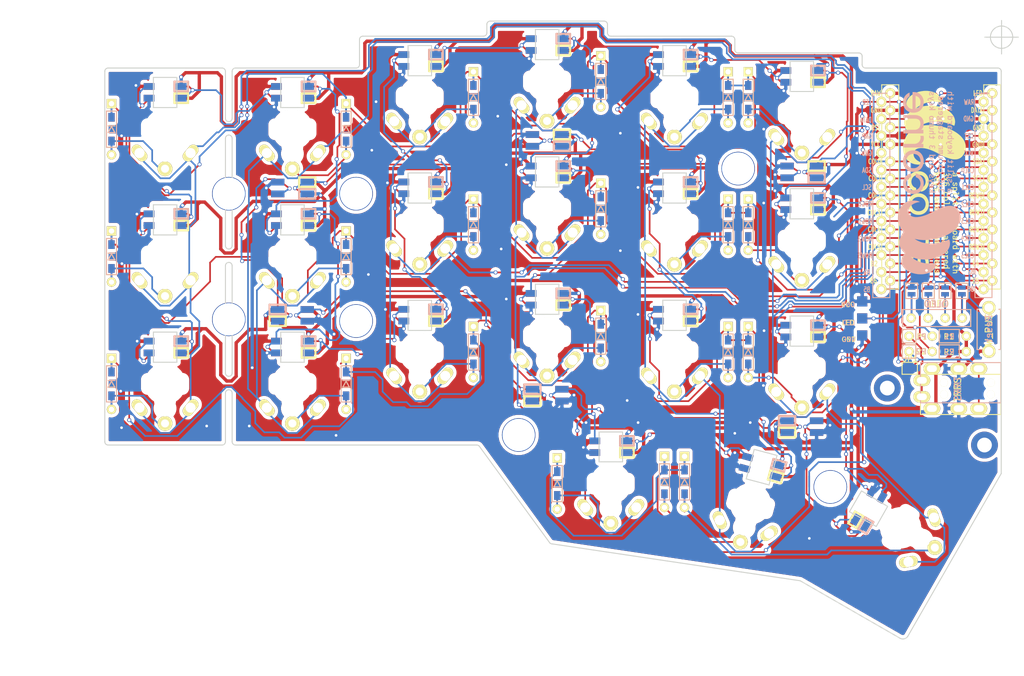
<source format=kicad_pcb>
(kicad_pcb (version 20171130) (host pcbnew "(5.1.6)-1")
  (title_block (title Crkbd) (date 2020-08-26) (rev 1.0) (company foostan) (comment 1 "fork by floookay"))
  (layers (0 F.Cu signal) (31 B.Cu signal) (34 B.Paste user) (35 F.Paste user) (36 B.SilkS user) (37 F.SilkS user) (38 B.Mask user) (39 F.Mask user) (44 Edge.Cuts user))
  (net 0 "")
  (net 1 row0)
  (net 2 "Net-(D1-Pad2)")
  (net 3 row1)
  (net 4 "Net-(D2-Pad2)")
  (net 5 row2)
  (net 6 "Net-(D3-Pad2)")
  (net 7 row3)
  (net 8 "Net-(D4-Pad2)")
  (net 9 "Net-(D5-Pad2)")
  (net 10 "Net-(D6-Pad2)")
  (net 11 "Net-(D7-Pad2)")
  (net 12 "Net-(D8-Pad2)")
  (net 13 "Net-(D9-Pad2)")
  (net 14 "Net-(D10-Pad2)")
  (net 15 "Net-(D11-Pad2)")
  (net 16 "Net-(D12-Pad2)")
  (net 17 "Net-(D13-Pad2)")
  (net 18 "Net-(D14-Pad2)")
  (net 19 "Net-(D15-Pad2)")
  (net 20 "Net-(D16-Pad2)")
  (net 21 "Net-(D17-Pad2)")
  (net 22 "Net-(D18-Pad2)")
  (net 23 "Net-(D19-Pad2)")
  (net 24 "Net-(D20-Pad2)")
  (net 25 "Net-(D21-Pad2)")
  (net 26 GND)
  (net 27 VCC)
  (net 28 col0)
  (net 29 col1)
  (net 30 col2)
  (net 31 col3)
  (net 32 col4)
  (net 33 col5)
  (net 34 LED)
  (net 35 data)
  (net 36 "Net-(L10-Pad1)")
  (net 37 "Net-(L11-Pad1)")
  (net 38 "Net-(L13-Pad1)")
  (net 39 "Net-(L14-Pad3)")
  (net 40 "Net-(L10-Pad3)")
  (net 41 "Net-(L13-Pad3)")
  (net 42 "Net-(L15-Pad3)")
  (net 43 "Net-(L16-Pad3)")
  (net 44 reset)
  (net 45 SCL)
  (net 46 SDA)
  (net 47 "Net-(U1-Pad14)")
  (net 48 "Net-(U1-Pad13)")
  (net 49 "Net-(U1-Pad12)")
  (net 50 "Net-(U1-Pad11)")
  (net 51 "Net-(J2-Pad1)")
  (net 52 "Net-(J2-Pad2)")
  (net 53 "Net-(J2-Pad3)")
  (net 54 "Net-(J2-Pad4)")
  (net 55 "Net-(L11-Pad3)")
  (net 56 "Net-(L14-Pad1)")
  (net 57 "Net-(L12-Pad3)")
  (net 58 "Net-(L17-Pad1)")
  (net 59 "Net-(L18-Pad3)")
  (net 60 "Net-(J1-PadA)")
  (net 61 "Net-(J1-PadB)")
  (net 62 "Net-(U1-Pad24)")
  (net 63 "Net-(L22-Pad3)")
  (net 64 "Net-(L7-Pad3)")
  (net 65 "Net-(L15-Pad1)")
  (net 66 "Net-(L19-Pad1)")
  (net 67 "Net-(L20-Pad3)")
  (net 68 "Net-(L23-Pad1)")
  (net 69 "Net-(L24-Pad3)")
  (net 70 "Net-(L25-Pad3)")
  (net 71 "Net-(L27-Pad3)")
  (net 72 "Net-(L1-Pad3)")
  (net 73 "Net-(L1-Pad1)")
  (net 74 "Net-(L2-Pad3)")
  (net 75 "Net-(L4-Pad1)")
  (net 76 "Net-(L5-Pad1)")
  (module kbd:corne (layer B.Cu) (at 183.896 85.09 90)
    (fp_text reference G*** hide)
    (fp_text value LOGO hide)
  )
  (module kbd:corne (layer F.Cu) (at 184.658 85.09 270)
    (fp_text reference G*** hide)
    (fp_text value LOGO hide)
  )
  (module kbd:LEGO_HOLE (layer F.Cu) (at 192.25 124.25)
    (fp_text reference "" (at 0 -3.2) (layer F.SilkS))
    (fp_text value "")
    (pad "" thru_hole circle (at 0 0) (size 4 4) (drill 2.2) (layers *.Cu *.Mask))
  )
  (module kbd:LEGO_HOLE (layer F.Cu) (at 79.5 105.5)
    (fp_text reference "" (at 0 -3.2) (layer F.SilkS))
    (fp_text value "")
    (pad "" thru_hole circle (at 0 0) (size 5 5) (drill 4.8) (layers *.Cu *.Mask))
  )
  (module kbd:LEGO_HOLE (layer F.Cu) (at 177.75 115.75)
    (fp_text reference "" (at 0 -3.2) (layer F.SilkS))
    (fp_text value "")
    (pad "" thru_hole circle (at 0 0) (size 4 4) (drill 2.2) (layers *.Cu *.Mask))
  )
  (module kbd:LEGO_HOLE (layer F.Cu) (at 122.75 122.75)
    (fp_text reference "" (at 0 -3.2) (layer F.SilkS))
    (fp_text value "")
    (pad "" thru_hole circle (at 0 0) (size 5 5) (drill 4.8) (layers *.Cu *.Mask))
  )
  (module kbd:LEGO_HOLE (layer F.Cu) (at 98.5 105.75)
    (fp_text reference "" (at 0 -3.2) (layer F.SilkS))
    (fp_text value "")
    (pad "" thru_hole circle (at 0 0) (size 5 5) (drill 4.8) (layers *.Cu *.Mask))
  )
  (module kbd:LEGO_HOLE (layer F.Cu) (at 169.25 130.5)
    (fp_text reference "" (at 0 -3.2) (layer F.SilkS))
    (fp_text value "")
    (pad "" thru_hole circle (at 0 0) (size 5 5) (drill 4.8) (layers *.Cu *.Mask))
  )
  (module kbd:LEGO_HOLE (layer F.Cu) (at 98.5 86.75)
    (fp_text reference "" (at 0 -3.2) (layer F.SilkS))
    (fp_text value "")
    (pad "" thru_hole circle (at 0 0) (size 5 5) (drill 4.8) (layers *.Cu *.Mask))
  )
  (module kbd:LEGO_HOLE (layer F.Cu) (at 79.5 86.75)
    (fp_text reference "" (at 0 -3.2) (layer F.SilkS))
    (fp_text value "")
    (pad "" thru_hole circle (at 0 0) (size 5 5) (drill 4.8) (layers *.Cu *.Mask))
  )
  (module kbd:LEGO_HOLE (layer F.Cu) (at 155.5 83)
    (fp_text reference "" (at 0 -3.2) (layer F.SilkS))
    (fp_text value "")
    (pad "" thru_hole circle (at 0 0) (size 5 5) (drill 4.8) (layers *.Cu *.Mask))
  )
  (module kbd:MXLP (layer F.Cu) (at 125.8697 81.4808 180)
    (fp_text reference SW4 hide)
    (fp_text value SW_PUSH hide)
    (pad "" np_thru_hole circle (at -1.1176 11.4808 270) (size 5.15 5.15) (drill 5.15) (layers *.Cu *.Mask))
    (pad 2 thru_hole circle (at -1.1176 5.5808 270) (size 2.2 2.2) (drill 1.2) (layers *.Cu *.Mask F.SilkS) (net 8 "Net-(D4-Pad2)"))
    (pad 1 thru_hole oval (at 2.6924 7.9248 130) (size 2.8 1.55) (drill 1.5) (layers *.Cu *.Mask F.SilkS) (net 31 col3))
    (pad 1 thru_hole oval (at -4.9276 7.9248 230) (size 2.8 1.55) (drill 1.5) (layers *.Cu *.Mask F.SilkS) (net 31 col3))
    (pad "" np_thru_hole oval (at 1.4732 11.4808 270) (size 2.25 1) (drill oval 2.25 1) (layers *.Cu *.Mask))
    (pad "" np_thru_hole oval (at -3.7084 11.4808 270) (size 2.25 1) (drill oval 2.25 1) (layers *.Cu *.Mask))
    (pad "" np_thru_hole oval (at -1.1176 14.0716 180) (size 2.25 1) (drill oval 2.25 1) (layers *.Cu *.Mask))
    (pad "" np_thru_hole oval (at -1.1176 8.89 180) (size 2.25 2) (drill oval 2.25 2) (layers *.Cu *.Mask))
    (pad "" np_thru_hole circle (at -1.1176 7.8232 180) (size 2.4 2.4) (drill 2.4) (layers *.Cu *.Mask))
  )
  (module kbd:MXLP (layer F.Cu) (at 189.1157 143.3068 240)
    (fp_text reference SW21 hide)
    (fp_text value SW_PUSH hide)
    (pad "" np_thru_hole circle (at -1.1176 11.4808 330) (size 5.15 5.15) (drill 5.15) (layers *.Cu *.Mask))
    (pad 2 thru_hole circle (at -1.1176 5.5808 330) (size 2.2 2.2) (drill 1.2) (layers *.Cu *.Mask F.SilkS) (net 25 "Net-(D21-Pad2)"))
    (pad 1 thru_hole oval (at 2.6924 7.9248 190) (size 2.8 1.55) (drill 1.5) (layers *.Cu *.Mask F.SilkS) (net 33 col5))
    (pad 1 thru_hole oval (at -4.9276 7.9248 290) (size 2.8 1.55) (drill 1.5) (layers *.Cu *.Mask F.SilkS) (net 33 col5))
    (pad "" np_thru_hole oval (at 1.4732 11.4808 330) (size 2.25 1) (drill oval 2.25 1) (layers *.Cu *.Mask))
    (pad "" np_thru_hole oval (at -3.7084 11.4808 330) (size 2.25 1) (drill oval 2.25 1) (layers *.Cu *.Mask))
    (pad "" np_thru_hole oval (at -1.1176 14.0716 240) (size 2.25 1) (drill oval 2.25 1) (layers *.Cu *.Mask))
    (pad "" np_thru_hole oval (at -1.1176 8.89 240) (size 2.25 2) (drill oval 2.25 2) (layers *.Cu *.Mask))
    (pad "" np_thru_hole circle (at -1.1176 7.8232 240) (size 2.4 2.4) (drill 2.4) (layers *.Cu *.Mask))
  )
  (module kbd:MXLP (layer F.Cu) (at 153.3017 143.8148 165)
    (fp_text reference SW20 hide)
    (fp_text value SW_PUSH hide)
    (pad "" np_thru_hole circle (at -1.1176 11.4808 255) (size 5.15 5.15) (drill 5.15) (layers *.Cu *.Mask))
    (pad 2 thru_hole circle (at -1.1176 5.5808 255) (size 2.2 2.2) (drill 1.2) (layers *.Cu *.Mask F.SilkS) (net 24 "Net-(D20-Pad2)"))
    (pad 1 thru_hole oval (at 2.6924 7.9248 115) (size 2.8 1.55) (drill 1.5) (layers *.Cu *.Mask F.SilkS) (net 32 col4))
    (pad 1 thru_hole oval (at -4.9276 7.9248 215) (size 2.8 1.55) (drill 1.5) (layers *.Cu *.Mask F.SilkS) (net 32 col4))
    (pad "" np_thru_hole oval (at 1.4732 11.4808 255) (size 2.25 1) (drill oval 2.25 1) (layers *.Cu *.Mask))
    (pad "" np_thru_hole oval (at -3.7084 11.4808 255) (size 2.25 1) (drill oval 2.25 1) (layers *.Cu *.Mask))
    (pad "" np_thru_hole oval (at -1.1176 14.0716 165) (size 2.25 1) (drill oval 2.25 1) (layers *.Cu *.Mask))
    (pad "" np_thru_hole oval (at -1.1176 8.89 165) (size 2.25 2) (drill oval 2.25 2) (layers *.Cu *.Mask))
    (pad "" np_thru_hole circle (at -1.1176 7.8232 165) (size 2.4 2.4) (drill 2.4) (layers *.Cu *.Mask))
  )
  (module kbd:MXLP (layer F.Cu) (at 135.3697 141.4808 180)
    (fp_text reference SW19 hide)
    (fp_text value SW_PUSH hide)
    (pad "" np_thru_hole circle (at -1.1176 11.4808 270) (size 5.15 5.15) (drill 5.15) (layers *.Cu *.Mask))
    (pad 2 thru_hole circle (at -1.1176 5.5808 270) (size 2.2 2.2) (drill 1.2) (layers *.Cu *.Mask F.SilkS) (net 23 "Net-(D19-Pad2)"))
    (pad 1 thru_hole oval (at 2.6924 7.9248 130) (size 2.8 1.55) (drill 1.5) (layers *.Cu *.Mask F.SilkS) (net 31 col3))
    (pad 1 thru_hole oval (at -4.9276 7.9248 230) (size 2.8 1.55) (drill 1.5) (layers *.Cu *.Mask F.SilkS) (net 31 col3))
    (pad "" np_thru_hole oval (at 1.4732 11.4808 270) (size 2.25 1) (drill oval 2.25 1) (layers *.Cu *.Mask))
    (pad "" np_thru_hole oval (at -3.7084 11.4808 270) (size 2.25 1) (drill oval 2.25 1) (layers *.Cu *.Mask))
    (pad "" np_thru_hole oval (at -1.1176 14.0716 180) (size 2.25 1) (drill oval 2.25 1) (layers *.Cu *.Mask))
    (pad "" np_thru_hole oval (at -1.1176 8.89 180) (size 2.25 2) (drill oval 2.25 2) (layers *.Cu *.Mask))
    (pad "" np_thru_hole circle (at -1.1176 7.8232 180) (size 2.4 2.4) (drill 2.4) (layers *.Cu *.Mask))
  )
  (module kbd:MXLP (layer F.Cu) (at 163.8697 124.2308 180)
    (fp_text reference SW18 hide)
    (fp_text value SW_PUSH hide)
    (pad "" np_thru_hole circle (at -1.1176 11.4808 270) (size 5.15 5.15) (drill 5.15) (layers *.Cu *.Mask))
    (pad 2 thru_hole circle (at -1.1176 5.5808 270) (size 2.2 2.2) (drill 1.2) (layers *.Cu *.Mask F.SilkS) (net 22 "Net-(D18-Pad2)"))
    (pad 1 thru_hole oval (at 2.6924 7.9248 130) (size 2.8 1.55) (drill 1.5) (layers *.Cu *.Mask F.SilkS) (net 33 col5))
    (pad 1 thru_hole oval (at -4.9276 7.9248 230) (size 2.8 1.55) (drill 1.5) (layers *.Cu *.Mask F.SilkS) (net 33 col5))
    (pad "" np_thru_hole oval (at 1.4732 11.4808 270) (size 2.25 1) (drill oval 2.25 1) (layers *.Cu *.Mask))
    (pad "" np_thru_hole oval (at -3.7084 11.4808 270) (size 2.25 1) (drill oval 2.25 1) (layers *.Cu *.Mask))
    (pad "" np_thru_hole oval (at -1.1176 14.0716 180) (size 2.25 1) (drill oval 2.25 1) (layers *.Cu *.Mask))
    (pad "" np_thru_hole oval (at -1.1176 8.89 180) (size 2.25 2) (drill oval 2.25 2) (layers *.Cu *.Mask))
    (pad "" np_thru_hole circle (at -1.1176 7.8232 180) (size 2.4 2.4) (drill 2.4) (layers *.Cu *.Mask))
  )
  (module kbd:MXLP (layer F.Cu) (at 144.8697 121.8558 180)
    (fp_text reference SW17 hide)
    (fp_text value SW_PUSH hide)
    (pad "" np_thru_hole circle (at -1.1176 11.4808 270) (size 5.15 5.15) (drill 5.15) (layers *.Cu *.Mask))
    (pad 2 thru_hole circle (at -1.1176 5.5808 270) (size 2.2 2.2) (drill 1.2) (layers *.Cu *.Mask F.SilkS) (net 21 "Net-(D17-Pad2)"))
    (pad 1 thru_hole oval (at 2.6924 7.9248 130) (size 2.8 1.55) (drill 1.5) (layers *.Cu *.Mask F.SilkS) (net 32 col4))
    (pad 1 thru_hole oval (at -4.9276 7.9248 230) (size 2.8 1.55) (drill 1.5) (layers *.Cu *.Mask F.SilkS) (net 32 col4))
    (pad "" np_thru_hole oval (at 1.4732 11.4808 270) (size 2.25 1) (drill oval 2.25 1) (layers *.Cu *.Mask))
    (pad "" np_thru_hole oval (at -3.7084 11.4808 270) (size 2.25 1) (drill oval 2.25 1) (layers *.Cu *.Mask))
    (pad "" np_thru_hole oval (at -1.1176 14.0716 180) (size 2.25 1) (drill oval 2.25 1) (layers *.Cu *.Mask))
    (pad "" np_thru_hole oval (at -1.1176 8.89 180) (size 2.25 2) (drill oval 2.25 2) (layers *.Cu *.Mask))
    (pad "" np_thru_hole circle (at -1.1176 7.8232 180) (size 2.4 2.4) (drill 2.4) (layers *.Cu *.Mask))
  )
  (module kbd:MXLP (layer F.Cu) (at 125.8697 119.4808 180)
    (fp_text reference SW16 hide)
    (fp_text value SW_PUSH hide)
    (pad "" np_thru_hole circle (at -1.1176 11.4808 270) (size 5.15 5.15) (drill 5.15) (layers *.Cu *.Mask))
    (pad 2 thru_hole circle (at -1.1176 5.5808 270) (size 2.2 2.2) (drill 1.2) (layers *.Cu *.Mask F.SilkS) (net 20 "Net-(D16-Pad2)"))
    (pad 1 thru_hole oval (at 2.6924 7.9248 130) (size 2.8 1.55) (drill 1.5) (layers *.Cu *.Mask F.SilkS) (net 31 col3))
    (pad 1 thru_hole oval (at -4.9276 7.9248 230) (size 2.8 1.55) (drill 1.5) (layers *.Cu *.Mask F.SilkS) (net 31 col3))
    (pad "" np_thru_hole oval (at 1.4732 11.4808 270) (size 2.25 1) (drill oval 2.25 1) (layers *.Cu *.Mask))
    (pad "" np_thru_hole oval (at -3.7084 11.4808 270) (size 2.25 1) (drill oval 2.25 1) (layers *.Cu *.Mask))
    (pad "" np_thru_hole oval (at -1.1176 14.0716 180) (size 2.25 1) (drill oval 2.25 1) (layers *.Cu *.Mask))
    (pad "" np_thru_hole oval (at -1.1176 8.89 180) (size 2.25 2) (drill oval 2.25 2) (layers *.Cu *.Mask))
    (pad "" np_thru_hole circle (at -1.1176 7.8232 180) (size 2.4 2.4) (drill 2.4) (layers *.Cu *.Mask))
  )
  (module kbd:MXLP (layer F.Cu) (at 106.8697 121.8558 180)
    (fp_text reference SW15 hide)
    (fp_text value SW_PUSH hide)
    (pad "" np_thru_hole circle (at -1.1176 11.4808 270) (size 5.15 5.15) (drill 5.15) (layers *.Cu *.Mask))
    (pad 2 thru_hole circle (at -1.1176 5.5808 270) (size 2.2 2.2) (drill 1.2) (layers *.Cu *.Mask F.SilkS) (net 19 "Net-(D15-Pad2)"))
    (pad 1 thru_hole oval (at 2.6924 7.9248 130) (size 2.8 1.55) (drill 1.5) (layers *.Cu *.Mask F.SilkS) (net 30 col2))
    (pad 1 thru_hole oval (at -4.9276 7.9248 230) (size 2.8 1.55) (drill 1.5) (layers *.Cu *.Mask F.SilkS) (net 30 col2))
    (pad "" np_thru_hole oval (at 1.4732 11.4808 270) (size 2.25 1) (drill oval 2.25 1) (layers *.Cu *.Mask))
    (pad "" np_thru_hole oval (at -3.7084 11.4808 270) (size 2.25 1) (drill oval 2.25 1) (layers *.Cu *.Mask))
    (pad "" np_thru_hole oval (at -1.1176 14.0716 180) (size 2.25 1) (drill oval 2.25 1) (layers *.Cu *.Mask))
    (pad "" np_thru_hole oval (at -1.1176 8.89 180) (size 2.25 2) (drill oval 2.25 2) (layers *.Cu *.Mask))
    (pad "" np_thru_hole circle (at -1.1176 7.8232 180) (size 2.4 2.4) (drill 2.4) (layers *.Cu *.Mask))
  )
  (module kbd:MXLP (layer F.Cu) (at 87.8697 126.6058 180)
    (fp_text reference SW14 hide)
    (fp_text value SW_PUSH hide)
    (pad "" np_thru_hole circle (at -1.1176 11.4808 270) (size 5.15 5.15) (drill 5.15) (layers *.Cu *.Mask))
    (pad 2 thru_hole circle (at -1.1176 5.5808 270) (size 2.2 2.2) (drill 1.2) (layers *.Cu *.Mask F.SilkS) (net 18 "Net-(D14-Pad2)"))
    (pad 1 thru_hole oval (at 2.6924 7.9248 130) (size 2.8 1.55) (drill 1.5) (layers *.Cu *.Mask F.SilkS) (net 29 col1))
    (pad 1 thru_hole oval (at -4.9276 7.9248 230) (size 2.8 1.55) (drill 1.5) (layers *.Cu *.Mask F.SilkS) (net 29 col1))
    (pad "" np_thru_hole oval (at 1.4732 11.4808 270) (size 2.25 1) (drill oval 2.25 1) (layers *.Cu *.Mask))
    (pad "" np_thru_hole oval (at -3.7084 11.4808 270) (size 2.25 1) (drill oval 2.25 1) (layers *.Cu *.Mask))
    (pad "" np_thru_hole oval (at -1.1176 14.0716 180) (size 2.25 1) (drill oval 2.25 1) (layers *.Cu *.Mask))
    (pad "" np_thru_hole oval (at -1.1176 8.89 180) (size 2.25 2) (drill oval 2.25 2) (layers *.Cu *.Mask))
    (pad "" np_thru_hole circle (at -1.1176 7.8232 180) (size 2.4 2.4) (drill 2.4) (layers *.Cu *.Mask))
  )
  (module kbd:MXLP (layer F.Cu) (at 68.8697 126.6058 180)
    (fp_text reference SW13 hide)
    (fp_text value SW_PUSH hide)
    (pad "" np_thru_hole circle (at -1.1176 11.4808 270) (size 5.15 5.15) (drill 5.15) (layers *.Cu *.Mask))
    (pad 2 thru_hole circle (at -1.1176 5.5808 270) (size 2.2 2.2) (drill 1.2) (layers *.Cu *.Mask F.SilkS) (net 17 "Net-(D13-Pad2)"))
    (pad 1 thru_hole oval (at 2.6924 7.9248 130) (size 2.8 1.55) (drill 1.5) (layers *.Cu *.Mask F.SilkS) (net 28 col0))
    (pad 1 thru_hole oval (at -4.9276 7.9248 230) (size 2.8 1.55) (drill 1.5) (layers *.Cu *.Mask F.SilkS) (net 28 col0))
    (pad "" np_thru_hole oval (at 1.4732 11.4808 270) (size 2.25 1) (drill oval 2.25 1) (layers *.Cu *.Mask))
    (pad "" np_thru_hole oval (at -3.7084 11.4808 270) (size 2.25 1) (drill oval 2.25 1) (layers *.Cu *.Mask))
    (pad "" np_thru_hole oval (at -1.1176 14.0716 180) (size 2.25 1) (drill oval 2.25 1) (layers *.Cu *.Mask))
    (pad "" np_thru_hole oval (at -1.1176 8.89 180) (size 2.25 2) (drill oval 2.25 2) (layers *.Cu *.Mask))
    (pad "" np_thru_hole circle (at -1.1176 7.8232 180) (size 2.4 2.4) (drill 2.4) (layers *.Cu *.Mask))
  )
  (module kbd:MXLP (layer F.Cu) (at 163.8697 105.2308 180)
    (fp_text reference SW12 hide)
    (fp_text value SW_PUSH hide)
    (pad "" np_thru_hole circle (at -1.1176 11.4808 270) (size 5.15 5.15) (drill 5.15) (layers *.Cu *.Mask))
    (pad 2 thru_hole circle (at -1.1176 5.5808 270) (size 2.2 2.2) (drill 1.2) (layers *.Cu *.Mask F.SilkS) (net 16 "Net-(D12-Pad2)"))
    (pad 1 thru_hole oval (at 2.6924 7.9248 130) (size 2.8 1.55) (drill 1.5) (layers *.Cu *.Mask F.SilkS) (net 33 col5))
    (pad 1 thru_hole oval (at -4.9276 7.9248 230) (size 2.8 1.55) (drill 1.5) (layers *.Cu *.Mask F.SilkS) (net 33 col5))
    (pad "" np_thru_hole oval (at 1.4732 11.4808 270) (size 2.25 1) (drill oval 2.25 1) (layers *.Cu *.Mask))
    (pad "" np_thru_hole oval (at -3.7084 11.4808 270) (size 2.25 1) (drill oval 2.25 1) (layers *.Cu *.Mask))
    (pad "" np_thru_hole oval (at -1.1176 14.0716 180) (size 2.25 1) (drill oval 2.25 1) (layers *.Cu *.Mask))
    (pad "" np_thru_hole oval (at -1.1176 8.89 180) (size 2.25 2) (drill oval 2.25 2) (layers *.Cu *.Mask))
    (pad "" np_thru_hole circle (at -1.1176 7.8232 180) (size 2.4 2.4) (drill 2.4) (layers *.Cu *.Mask))
  )
  (module kbd:MXLP (layer F.Cu) (at 144.8697 102.8558 180)
    (fp_text reference SW11 hide)
    (fp_text value SW_PUSH hide)
    (pad "" np_thru_hole circle (at -1.1176 11.4808 270) (size 5.15 5.15) (drill 5.15) (layers *.Cu *.Mask))
    (pad 2 thru_hole circle (at -1.1176 5.5808 270) (size 2.2 2.2) (drill 1.2) (layers *.Cu *.Mask F.SilkS) (net 15 "Net-(D11-Pad2)"))
    (pad 1 thru_hole oval (at 2.6924 7.9248 130) (size 2.8 1.55) (drill 1.5) (layers *.Cu *.Mask F.SilkS) (net 32 col4))
    (pad 1 thru_hole oval (at -4.9276 7.9248 230) (size 2.8 1.55) (drill 1.5) (layers *.Cu *.Mask F.SilkS) (net 32 col4))
    (pad "" np_thru_hole oval (at 1.4732 11.4808 270) (size 2.25 1) (drill oval 2.25 1) (layers *.Cu *.Mask))
    (pad "" np_thru_hole oval (at -3.7084 11.4808 270) (size 2.25 1) (drill oval 2.25 1) (layers *.Cu *.Mask))
    (pad "" np_thru_hole oval (at -1.1176 14.0716 180) (size 2.25 1) (drill oval 2.25 1) (layers *.Cu *.Mask))
    (pad "" np_thru_hole oval (at -1.1176 8.89 180) (size 2.25 2) (drill oval 2.25 2) (layers *.Cu *.Mask))
    (pad "" np_thru_hole circle (at -1.1176 7.8232 180) (size 2.4 2.4) (drill 2.4) (layers *.Cu *.Mask))
  )
  (module kbd:MXLP (layer F.Cu) (at 125.8697 100.4808 180)
    (fp_text reference SW10 hide)
    (fp_text value SW_PUSH hide)
    (pad "" np_thru_hole circle (at -1.1176 11.4808 270) (size 5.15 5.15) (drill 5.15) (layers *.Cu *.Mask))
    (pad 2 thru_hole circle (at -1.1176 5.5808 270) (size 2.2 2.2) (drill 1.2) (layers *.Cu *.Mask F.SilkS) (net 14 "Net-(D10-Pad2)"))
    (pad 1 thru_hole oval (at 2.6924 7.9248 130) (size 2.8 1.55) (drill 1.5) (layers *.Cu *.Mask F.SilkS) (net 31 col3))
    (pad 1 thru_hole oval (at -4.9276 7.9248 230) (size 2.8 1.55) (drill 1.5) (layers *.Cu *.Mask F.SilkS) (net 31 col3))
    (pad "" np_thru_hole oval (at 1.4732 11.4808 270) (size 2.25 1) (drill oval 2.25 1) (layers *.Cu *.Mask))
    (pad "" np_thru_hole oval (at -3.7084 11.4808 270) (size 2.25 1) (drill oval 2.25 1) (layers *.Cu *.Mask))
    (pad "" np_thru_hole oval (at -1.1176 14.0716 180) (size 2.25 1) (drill oval 2.25 1) (layers *.Cu *.Mask))
    (pad "" np_thru_hole oval (at -1.1176 8.89 180) (size 2.25 2) (drill oval 2.25 2) (layers *.Cu *.Mask))
    (pad "" np_thru_hole circle (at -1.1176 7.8232 180) (size 2.4 2.4) (drill 2.4) (layers *.Cu *.Mask))
  )
  (module kbd:MXLP (layer F.Cu) (at 106.8697 102.8558 180)
    (fp_text reference SW9 hide)
    (fp_text value SW_PUSH hide)
    (pad "" np_thru_hole circle (at -1.1176 11.4808 270) (size 5.15 5.15) (drill 5.15) (layers *.Cu *.Mask))
    (pad 2 thru_hole circle (at -1.1176 5.5808 270) (size 2.2 2.2) (drill 1.2) (layers *.Cu *.Mask F.SilkS) (net 13 "Net-(D9-Pad2)"))
    (pad 1 thru_hole oval (at 2.6924 7.9248 130) (size 2.8 1.55) (drill 1.5) (layers *.Cu *.Mask F.SilkS) (net 30 col2))
    (pad 1 thru_hole oval (at -4.9276 7.9248 230) (size 2.8 1.55) (drill 1.5) (layers *.Cu *.Mask F.SilkS) (net 30 col2))
    (pad "" np_thru_hole oval (at 1.4732 11.4808 270) (size 2.25 1) (drill oval 2.25 1) (layers *.Cu *.Mask))
    (pad "" np_thru_hole oval (at -3.7084 11.4808 270) (size 2.25 1) (drill oval 2.25 1) (layers *.Cu *.Mask))
    (pad "" np_thru_hole oval (at -1.1176 14.0716 180) (size 2.25 1) (drill oval 2.25 1) (layers *.Cu *.Mask))
    (pad "" np_thru_hole oval (at -1.1176 8.89 180) (size 2.25 2) (drill oval 2.25 2) (layers *.Cu *.Mask))
    (pad "" np_thru_hole circle (at -1.1176 7.8232 180) (size 2.4 2.4) (drill 2.4) (layers *.Cu *.Mask))
  )
  (module kbd:MXLP (layer F.Cu) (at 87.8697 107.6058 180)
    (fp_text reference SW8 hide)
    (fp_text value SW_PUSH hide)
    (pad "" np_thru_hole circle (at -1.1176 11.4808 270) (size 5.15 5.15) (drill 5.15) (layers *.Cu *.Mask))
    (pad 2 thru_hole circle (at -1.1176 5.5808 270) (size 2.2 2.2) (drill 1.2) (layers *.Cu *.Mask F.SilkS) (net 12 "Net-(D8-Pad2)"))
    (pad 1 thru_hole oval (at 2.6924 7.9248 130) (size 2.8 1.55) (drill 1.5) (layers *.Cu *.Mask F.SilkS) (net 29 col1))
    (pad 1 thru_hole oval (at -4.9276 7.9248 230) (size 2.8 1.55) (drill 1.5) (layers *.Cu *.Mask F.SilkS) (net 29 col1))
    (pad "" np_thru_hole oval (at 1.4732 11.4808 270) (size 2.25 1) (drill oval 2.25 1) (layers *.Cu *.Mask))
    (pad "" np_thru_hole oval (at -3.7084 11.4808 270) (size 2.25 1) (drill oval 2.25 1) (layers *.Cu *.Mask))
    (pad "" np_thru_hole oval (at -1.1176 14.0716 180) (size 2.25 1) (drill oval 2.25 1) (layers *.Cu *.Mask))
    (pad "" np_thru_hole oval (at -1.1176 8.89 180) (size 2.25 2) (drill oval 2.25 2) (layers *.Cu *.Mask))
    (pad "" np_thru_hole circle (at -1.1176 7.8232 180) (size 2.4 2.4) (drill 2.4) (layers *.Cu *.Mask))
  )
  (module kbd:MXLP (layer F.Cu) (at 68.8697 107.6058 180)
    (fp_text reference SW7 hide)
    (fp_text value SW_PUSH hide)
    (pad "" np_thru_hole circle (at -1.1176 11.4808 270) (size 5.15 5.15) (drill 5.15) (layers *.Cu *.Mask))
    (pad 2 thru_hole circle (at -1.1176 5.5808 270) (size 2.2 2.2) (drill 1.2) (layers *.Cu *.Mask F.SilkS) (net 11 "Net-(D7-Pad2)"))
    (pad 1 thru_hole oval (at 2.6924 7.9248 130) (size 2.8 1.55) (drill 1.5) (layers *.Cu *.Mask F.SilkS) (net 28 col0))
    (pad 1 thru_hole oval (at -4.9276 7.9248 230) (size 2.8 1.55) (drill 1.5) (layers *.Cu *.Mask F.SilkS) (net 28 col0))
    (pad "" np_thru_hole oval (at 1.4732 11.4808 270) (size 2.25 1) (drill oval 2.25 1) (layers *.Cu *.Mask))
    (pad "" np_thru_hole oval (at -3.7084 11.4808 270) (size 2.25 1) (drill oval 2.25 1) (layers *.Cu *.Mask))
    (pad "" np_thru_hole oval (at -1.1176 14.0716 180) (size 2.25 1) (drill oval 2.25 1) (layers *.Cu *.Mask))
    (pad "" np_thru_hole oval (at -1.1176 8.89 180) (size 2.25 2) (drill oval 2.25 2) (layers *.Cu *.Mask))
    (pad "" np_thru_hole circle (at -1.1176 7.8232 180) (size 2.4 2.4) (drill 2.4) (layers *.Cu *.Mask))
  )
  (module kbd:MXLP (layer F.Cu) (at 163.8697 86.2308 180)
    (fp_text reference SW6 hide)
    (fp_text value SW_PUSH hide)
    (pad "" np_thru_hole circle (at -1.1176 11.4808 270) (size 5.15 5.15) (drill 5.15) (layers *.Cu *.Mask))
    (pad 2 thru_hole circle (at -1.1176 5.5808 270) (size 2.2 2.2) (drill 1.2) (layers *.Cu *.Mask F.SilkS) (net 10 "Net-(D6-Pad2)"))
    (pad 1 thru_hole oval (at 2.6924 7.9248 130) (size 2.8 1.55) (drill 1.5) (layers *.Cu *.Mask F.SilkS) (net 33 col5))
    (pad 1 thru_hole oval (at -4.9276 7.9248 230) (size 2.8 1.55) (drill 1.5) (layers *.Cu *.Mask F.SilkS) (net 33 col5))
    (pad "" np_thru_hole oval (at 1.4732 11.4808 270) (size 2.25 1) (drill oval 2.25 1) (layers *.Cu *.Mask))
    (pad "" np_thru_hole oval (at -3.7084 11.4808 270) (size 2.25 1) (drill oval 2.25 1) (layers *.Cu *.Mask))
    (pad "" np_thru_hole oval (at -1.1176 14.0716 180) (size 2.25 1) (drill oval 2.25 1) (layers *.Cu *.Mask))
    (pad "" np_thru_hole oval (at -1.1176 8.89 180) (size 2.25 2) (drill oval 2.25 2) (layers *.Cu *.Mask))
    (pad "" np_thru_hole circle (at -1.1176 7.8232 180) (size 2.4 2.4) (drill 2.4) (layers *.Cu *.Mask))
  )
  (module kbd:MXLP (layer F.Cu) (at 144.8697 83.8558 180)
    (fp_text reference SW5 hide)
    (fp_text value SW_PUSH hide)
    (pad "" np_thru_hole circle (at -1.1176 11.4808 270) (size 5.15 5.15) (drill 5.15) (layers *.Cu *.Mask))
    (pad 2 thru_hole circle (at -1.1176 5.5808 270) (size 2.2 2.2) (drill 1.2) (layers *.Cu *.Mask F.SilkS) (net 9 "Net-(D5-Pad2)"))
    (pad 1 thru_hole oval (at 2.6924 7.9248 130) (size 2.8 1.55) (drill 1.5) (layers *.Cu *.Mask F.SilkS) (net 32 col4))
    (pad 1 thru_hole oval (at -4.9276 7.9248 230) (size 2.8 1.55) (drill 1.5) (layers *.Cu *.Mask F.SilkS) (net 32 col4))
    (pad "" np_thru_hole oval (at 1.4732 11.4808 270) (size 2.25 1) (drill oval 2.25 1) (layers *.Cu *.Mask))
    (pad "" np_thru_hole oval (at -3.7084 11.4808 270) (size 2.25 1) (drill oval 2.25 1) (layers *.Cu *.Mask))
    (pad "" np_thru_hole oval (at -1.1176 14.0716 180) (size 2.25 1) (drill oval 2.25 1) (layers *.Cu *.Mask))
    (pad "" np_thru_hole oval (at -1.1176 8.89 180) (size 2.25 2) (drill oval 2.25 2) (layers *.Cu *.Mask))
    (pad "" np_thru_hole circle (at -1.1176 7.8232 180) (size 2.4 2.4) (drill 2.4) (layers *.Cu *.Mask))
  )
  (module kbd:MXLP (layer F.Cu) (at 106.8697 83.8558 180)
    (fp_text reference SW3 hide)
    (fp_text value SW_PUSH hide)
    (pad "" np_thru_hole circle (at -1.1176 11.4808 270) (size 5.15 5.15) (drill 5.15) (layers *.Cu *.Mask))
    (pad 2 thru_hole circle (at -1.1176 5.5808 270) (size 2.2 2.2) (drill 1.2) (layers *.Cu *.Mask F.SilkS) (net 6 "Net-(D3-Pad2)"))
    (pad 1 thru_hole oval (at 2.6924 7.9248 130) (size 2.8 1.55) (drill 1.5) (layers *.Cu *.Mask F.SilkS) (net 30 col2))
    (pad 1 thru_hole oval (at -4.9276 7.9248 230) (size 2.8 1.55) (drill 1.5) (layers *.Cu *.Mask F.SilkS) (net 30 col2))
    (pad "" np_thru_hole oval (at 1.4732 11.4808 270) (size 2.25 1) (drill oval 2.25 1) (layers *.Cu *.Mask))
    (pad "" np_thru_hole oval (at -3.7084 11.4808 270) (size 2.25 1) (drill oval 2.25 1) (layers *.Cu *.Mask))
    (pad "" np_thru_hole oval (at -1.1176 14.0716 180) (size 2.25 1) (drill oval 2.25 1) (layers *.Cu *.Mask))
    (pad "" np_thru_hole oval (at -1.1176 8.89 180) (size 2.25 2) (drill oval 2.25 2) (layers *.Cu *.Mask))
    (pad "" np_thru_hole circle (at -1.1176 7.8232 180) (size 2.4 2.4) (drill 2.4) (layers *.Cu *.Mask))
  )
  (module kbd:MXLP (layer F.Cu) (at 87.8697 88.6058 180)
    (fp_text reference SW2 hide)
    (fp_text value SW_PUSH hide)
    (pad "" np_thru_hole circle (at -1.1176 11.4808 270) (size 5.15 5.15) (drill 5.15) (layers *.Cu *.Mask))
    (pad 2 thru_hole circle (at -1.1176 5.5808 270) (size 2.2 2.2) (drill 1.2) (layers *.Cu *.Mask F.SilkS) (net 4 "Net-(D2-Pad2)"))
    (pad 1 thru_hole oval (at 2.6924 7.9248 130) (size 2.8 1.55) (drill 1.5) (layers *.Cu *.Mask F.SilkS) (net 29 col1))
    (pad 1 thru_hole oval (at -4.9276 7.9248 230) (size 2.8 1.55) (drill 1.5) (layers *.Cu *.Mask F.SilkS) (net 29 col1))
    (pad "" np_thru_hole oval (at 1.4732 11.4808 270) (size 2.25 1) (drill oval 2.25 1) (layers *.Cu *.Mask))
    (pad "" np_thru_hole oval (at -3.7084 11.4808 270) (size 2.25 1) (drill oval 2.25 1) (layers *.Cu *.Mask))
    (pad "" np_thru_hole oval (at -1.1176 14.0716 180) (size 2.25 1) (drill oval 2.25 1) (layers *.Cu *.Mask))
    (pad "" np_thru_hole oval (at -1.1176 8.89 180) (size 2.25 2) (drill oval 2.25 2) (layers *.Cu *.Mask))
    (pad "" np_thru_hole circle (at -1.1176 7.8232 180) (size 2.4 2.4) (drill 2.4) (layers *.Cu *.Mask))
  )
  (module kbd:MXLP (layer F.Cu) (at 68.8697 88.6058 180)
    (fp_text reference SW1 hide)
    (fp_text value SW_PUSH hide)
    (pad "" np_thru_hole circle (at -1.1176 11.4808 270) (size 5.15 5.15) (drill 5.15) (layers *.Cu *.Mask))
    (pad 2 thru_hole circle (at -1.1176 5.5808 270) (size 2.2 2.2) (drill 1.2) (layers *.Cu *.Mask F.SilkS) (net 2 "Net-(D1-Pad2)"))
    (pad 1 thru_hole oval (at 2.6924 7.9248 130) (size 2.8 1.55) (drill 1.5) (layers *.Cu *.Mask F.SilkS) (net 28 col0))
    (pad 1 thru_hole oval (at -4.9276 7.9248 230) (size 2.8 1.55) (drill 1.5) (layers *.Cu *.Mask F.SilkS) (net 28 col0))
    (pad "" np_thru_hole oval (at 1.4732 11.4808 270) (size 2.25 1) (drill oval 2.25 1) (layers *.Cu *.Mask))
    (pad "" np_thru_hole oval (at -3.7084 11.4808 270) (size 2.25 1) (drill oval 2.25 1) (layers *.Cu *.Mask))
    (pad "" np_thru_hole oval (at -1.1176 14.0716 180) (size 2.25 1) (drill oval 2.25 1) (layers *.Cu *.Mask))
    (pad "" np_thru_hole oval (at -1.1176 8.89 180) (size 2.25 2) (drill oval 2.25 2) (layers *.Cu *.Mask))
    (pad "" np_thru_hole circle (at -1.1176 7.8232 180) (size 2.4 2.4) (drill 2.4) (layers *.Cu *.Mask))
  )
  (module kbd:JP (layer F.Cu) (at 181.1 112.8)
    (fp_text reference JP1 (at 0.1 -1.4) (layer F.SilkS) (effects (font (size 0.8128 0.8128) (thickness 0.1524))))
    (fp_text value " " hide)
    (pad "" smd rect (at 0 0 90) (size 0.381 0.381) (layers F.Cu F.Paste F.Mask) (clearance 0.00254))
    (pad 2 smd rect (at 0.50038 0) (size 0.635 1.143) (layers F.Cu F.Paste F.Mask) (net 61 "Net-(J1-PadB)") (clearance 0.1905))
    (pad 1 smd rect (at -0.50038 0) (size 0.635 1.143) (layers F.Cu F.Paste F.Mask) (net 35 data) (clearance 0.1905))
  )
  (module kbd:OLED (layer F.Cu) (at 181.3 105.3)
    (fp_text reference J2)
    (fp_text value OLED hide)
    (fp_text user OLED (at 3.75 -2.1) (layer B.SilkS) (effects (justify mirror)))
    (fp_text user OLED (at 3.8 -2.1) (layer F.SilkS))
    (pad 4 thru_hole circle (at 7.62 0) (size 1.397 1.397) (drill 0.8128) (layers *.Cu *.Mask F.SilkS) (net 54 "Net-(J2-Pad4)"))
    (pad 3 thru_hole circle (at 5.08 0) (size 1.397 1.397) (drill 0.8128) (layers *.Cu *.Mask F.SilkS) (net 53 "Net-(J2-Pad3)"))
    (pad 2 thru_hole circle (at 2.54 0) (size 1.397 1.397) (drill 0.8128) (layers *.Cu *.Mask F.SilkS) (net 52 "Net-(J2-Pad2)"))
    (pad 1 thru_hole circle (at 0 0) (size 1.397 1.397) (drill 0.8128) (layers *.Cu *.Mask F.SilkS) (net 51 "Net-(J2-Pad1)"))
  )
  (module kbd:MJ-4PP-9 (layer F.Cu) (at 194.7 116.7 270)
    (fp_text reference J1)
    (fp_text value MJ-4PP-9 hide)
    (fp_text user TRRS (at -0.75 6.45 270) (layer F.SilkS))
    (fp_text user TRRS (at -0.8255 6.4135 270) (layer B.SilkS) (effects (justify mirror)))
    (pad A thru_hole oval (at -2.1 11.8 270) (size 1.7 2.5) (drill oval 1 1.5) (layers *.Cu *.Mask F.SilkS) (net 60 "Net-(J1-PadA)") (clearance 0.15))
    (pad D thru_hole oval (at 2.1 10.3 270) (size 1.7 2.5) (drill oval 1 1.5) (layers *.Cu *.Mask F.SilkS) (net 27 VCC) (clearance 0.15))
    (pad C thru_hole oval (at 2.1 6.3 270) (size 1.7 2.5) (drill oval 1 1.5) (layers *.Cu *.Mask F.SilkS) (net 26 GND))
    (pad B thru_hole oval (at 2.1 3.3 270) (size 1.7 2.5) (drill oval 1 1.5) (layers *.Cu *.Mask F.SilkS) (net 61 "Net-(J1-PadB)"))
    (pad "" np_thru_hole circle (at 0 8.5 270) (size 1.2 1.2) (drill 1.2) (layers *.Cu *.Mask F.SilkS))
    (pad "" np_thru_hole circle (at 0 1.5 270) (size 1.2 1.2) (drill 1.2) (layers *.Cu *.Mask F.SilkS))
    (pad C thru_hole oval (at -3.85 6.3 270) (size 1.7 2.5) (drill oval 1 1.5) (layers *.Cu *.Mask F.SilkS) (net 26 GND))
    (pad B thru_hole oval (at -3.85 3.3 270) (size 1.7 2.5) (drill oval 1 1.5) (layers *.Cu *.Mask F.SilkS) (net 61 "Net-(J1-PadB)"))
    (pad A thru_hole oval (at 0.35 11.8 270) (size 1.7 2.5) (drill oval 1 1.5) (layers *.Cu *.Mask F.SilkS) (net 60 "Net-(J1-PadA)") (clearance 0.15))
    (pad D thru_hole oval (at -3.85 10.3 270) (size 1.7 2.5) (drill oval 1 1.5) (layers *.Cu *.Mask F.SilkS) (net 27 VCC) (clearance 0.15))
    (pad "" np_thru_hole circle (at -1.75 1.5 270) (size 1.2 1.2) (drill 1.2) (layers *.Cu *.Mask F.SilkS))
    (pad "" np_thru_hole circle (at -1.75 8.5 270) (size 1.2 1.2) (drill 1.2) (layers *.Cu *.Mask F.SilkS))
  )
  (module kbd:SK6812MINI_underglow_rev (layer F.Cu) (at 165 121.5 180)
    (fp_text reference L6 hide)
    (fp_text value SK6812MINI hide)
    (pad 4 smd rect (at 2.2 -0.875 180) (size 2 1) (layers F.Cu F.Paste F.Mask) (net 27 VCC))
    (pad 3 smd rect (at 2.2 0.875 180) (size 2 1) (layers F.Cu F.Paste F.Mask) (net 76 "Net-(L5-Pad1)"))
    (pad 1 smd rect (at -2.2 -0.875 180) (size 2 1) (layers F.Cu F.Paste F.Mask) (net 71 "Net-(L27-Pad3)"))
    (pad 2 smd rect (at -2.2 0.875 180) (size 2 1) (layers F.Cu F.Paste F.Mask) (net 26 GND))
    (pad 3 smd rect (at 2.2 -0.875 180) (size 2 1) (layers B.Cu B.Paste B.Mask) (net 76 "Net-(L5-Pad1)"))
    (pad 4 smd rect (at 2.2 0.875 180) (size 2 1) (layers B.Cu B.Paste B.Mask) (net 27 VCC))
    (pad 1 smd rect (at -2.2 0.875 180) (size 2 1) (layers B.Cu B.Paste B.Mask) (net 71 "Net-(L27-Pad3)"))
    (pad 2 smd rect (at -2.2 -0.875 180) (size 2 1) (layers B.Cu B.Paste B.Mask) (net 26 GND))
  )
  (module kbd:SK6812MINI_underglow_rev (layer F.Cu) (at 165 83.5)
    (fp_text reference L3 hide)
    (fp_text value SK6812MINI hide)
    (pad 4 smd rect (at 2.2 -0.875) (size 2 1) (layers F.Cu F.Paste F.Mask) (net 27 VCC))
    (pad 3 smd rect (at 2.2 0.875) (size 2 1) (layers F.Cu F.Paste F.Mask) (net 34 LED))
    (pad 1 smd rect (at -2.2 -0.875) (size 2 1) (layers F.Cu F.Paste F.Mask) (net 74 "Net-(L2-Pad3)"))
    (pad 2 smd rect (at -2.2 0.875) (size 2 1) (layers F.Cu F.Paste F.Mask) (net 26 GND))
    (pad 3 smd rect (at 2.2 -0.875) (size 2 1) (layers B.Cu B.Paste B.Mask) (net 34 LED))
    (pad 4 smd rect (at 2.2 0.875) (size 2 1) (layers B.Cu B.Paste B.Mask) (net 27 VCC))
    (pad 1 smd rect (at -2.2 0.875) (size 2 1) (layers B.Cu B.Paste B.Mask) (net 74 "Net-(L2-Pad3)"))
    (pad 2 smd rect (at -2.2 -0.875) (size 2 1) (layers B.Cu B.Paste B.Mask) (net 26 GND))
  )
  (module kbd:SK6812MINI_underglow_rev (layer F.Cu) (at 127 78.8)
    (fp_text reference L2 hide)
    (fp_text value SK6812MINI hide)
    (pad 4 smd rect (at 2.2 -0.875) (size 2 1) (layers F.Cu F.Paste F.Mask) (net 27 VCC))
    (pad 3 smd rect (at 2.2 0.875) (size 2 1) (layers F.Cu F.Paste F.Mask) (net 74 "Net-(L2-Pad3)"))
    (pad 1 smd rect (at -2.2 -0.875) (size 2 1) (layers F.Cu F.Paste F.Mask) (net 72 "Net-(L1-Pad3)"))
    (pad 2 smd rect (at -2.2 0.875) (size 2 1) (layers F.Cu F.Paste F.Mask) (net 26 GND))
    (pad 3 smd rect (at 2.2 -0.875) (size 2 1) (layers B.Cu B.Paste B.Mask) (net 74 "Net-(L2-Pad3)"))
    (pad 4 smd rect (at 2.2 0.875) (size 2 1) (layers B.Cu B.Paste B.Mask) (net 27 VCC))
    (pad 1 smd rect (at -2.2 0.875) (size 2 1) (layers B.Cu B.Paste B.Mask) (net 72 "Net-(L1-Pad3)"))
    (pad 2 smd rect (at -2.2 -0.875) (size 2 1) (layers B.Cu B.Paste B.Mask) (net 26 GND))
  )
  (module kbd:SK6812MINI_underglow_rev (layer F.Cu) (at 89 85.9)
    (fp_text reference L1 hide)
    (fp_text value SK6812MINI hide)
    (pad 4 smd rect (at 2.2 -0.875) (size 2 1) (layers F.Cu F.Paste F.Mask) (net 27 VCC))
    (pad 3 smd rect (at 2.2 0.875) (size 2 1) (layers F.Cu F.Paste F.Mask) (net 72 "Net-(L1-Pad3)"))
    (pad 1 smd rect (at -2.2 -0.875) (size 2 1) (layers F.Cu F.Paste F.Mask) (net 73 "Net-(L1-Pad1)"))
    (pad 2 smd rect (at -2.2 0.875) (size 2 1) (layers F.Cu F.Paste F.Mask) (net 26 GND))
    (pad 3 smd rect (at 2.2 -0.875) (size 2 1) (layers B.Cu B.Paste B.Mask) (net 72 "Net-(L1-Pad3)"))
    (pad 4 smd rect (at 2.2 0.875) (size 2 1) (layers B.Cu B.Paste B.Mask) (net 27 VCC))
    (pad 1 smd rect (at -2.2 0.875) (size 2 1) (layers B.Cu B.Paste B.Mask) (net 73 "Net-(L1-Pad1)"))
    (pad 2 smd rect (at -2.2 -0.875) (size 2 1) (layers B.Cu B.Paste B.Mask) (net 26 GND))
  )
  (module kbd:SK6812MINI_underglow_rev (layer F.Cu) (at 89 104.9 180)
    (fp_text reference L4 hide)
    (fp_text value SK6812MINI hide)
    (pad 4 smd rect (at 2.2 -0.875 180) (size 2 1) (layers F.Cu F.Paste F.Mask) (net 27 VCC))
    (pad 3 smd rect (at 2.2 0.875 180) (size 2 1) (layers F.Cu F.Paste F.Mask) (net 73 "Net-(L1-Pad1)"))
    (pad 1 smd rect (at -2.2 -0.875 180) (size 2 1) (layers F.Cu F.Paste F.Mask) (net 75 "Net-(L4-Pad1)"))
    (pad 2 smd rect (at -2.2 0.875 180) (size 2 1) (layers F.Cu F.Paste F.Mask) (net 26 GND))
    (pad 3 smd rect (at 2.2 -0.875 180) (size 2 1) (layers B.Cu B.Paste B.Mask) (net 73 "Net-(L1-Pad1)"))
    (pad 4 smd rect (at 2.2 0.875 180) (size 2 1) (layers B.Cu B.Paste B.Mask) (net 27 VCC))
    (pad 1 smd rect (at -2.2 0.875 180) (size 2 1) (layers B.Cu B.Paste B.Mask) (net 75 "Net-(L4-Pad1)"))
    (pad 2 smd rect (at -2.2 -0.875 180) (size 2 1) (layers B.Cu B.Paste B.Mask) (net 26 GND))
  )
  (module kbd:SK6812MINI_underglow_rev (layer F.Cu) (at 127 116.8 180)
    (fp_text reference L5 hide)
    (fp_text value SK6812MINI hide)
    (pad 4 smd rect (at 2.2 -0.875 180) (size 2 1) (layers F.Cu F.Paste F.Mask) (net 27 VCC))
    (pad 3 smd rect (at 2.2 0.875 180) (size 2 1) (layers F.Cu F.Paste F.Mask) (net 75 "Net-(L4-Pad1)"))
    (pad 1 smd rect (at -2.2 -0.875 180) (size 2 1) (layers F.Cu F.Paste F.Mask) (net 76 "Net-(L5-Pad1)"))
    (pad 2 smd rect (at -2.2 0.875 180) (size 2 1) (layers F.Cu F.Paste F.Mask) (net 26 GND))
    (pad 3 smd rect (at 2.2 -0.875 180) (size 2 1) (layers B.Cu B.Paste B.Mask) (net 75 "Net-(L4-Pad1)"))
    (pad 4 smd rect (at 2.2 0.875 180) (size 2 1) (layers B.Cu B.Paste B.Mask) (net 27 VCC))
    (pad 1 smd rect (at -2.2 0.875 180) (size 2 1) (layers B.Cu B.Paste B.Mask) (net 76 "Net-(L5-Pad1)"))
    (pad 2 smd rect (at -2.2 -0.875 180) (size 2 1) (layers B.Cu B.Paste B.Mask) (net 26 GND))
  )
  (module kbd:ProMicro_v2 (layer F.Cu) (at 185.75 86.25)
    (fp_text reference U1 hide)
    (fp_text value ProMicro hide)
    (fp_text user "" (at -0.5 -17.25) (layer F.SilkS))
    (fp_text user "" (at -1.2065 -16.256) (layer B.SilkS) (effects (justify mirror)))
    (fp_text user RAW (at -9.7155 -14.478) (layer F.SilkS) (effects (font (size 0.75 0.5) (thickness 0.125))))
    (fp_text user LED (at 5.5 -14.478) (layer F.SilkS) (effects (font (size 0.75 0.5) (thickness 0.125))))
    (fp_text user GND (at -9.7155 -11.938) (layer F.SilkS) (effects (font (size 0.75 0.5) (thickness 0.125))))
    (fp_text user DATA (at 5.35 -11.95) (layer F.SilkS) (effects (font (size 0.75 0.5) (thickness 0.125))))
    (fp_text user RST (at -9.7155 -9.3345) (layer F.SilkS) (effects (font (size 0.75 0.5) (thickness 0.125))))
    (fp_text user GND (at 5.5245 -9.3345) (layer F.SilkS) (effects (font (size 0.75 0.5) (thickness 0.125))))
    (fp_text user VCC (at -9.7155 -6.858) (layer F.SilkS) (effects (font (size 0.75 0.5) (thickness 0.125))))
    (fp_text user GND (at 5.461 -6.7945) (layer F.SilkS) (effects (font (size 0.75 0.5) (thickness 0.125))))
    (fp_text user COL3 (at -10 3.35) (layer F.SilkS) (effects (font (size 0.75 0.5) (thickness 0.125))))
    (fp_text user ROW0 (at 5.2 0.8) (layer F.SilkS) (effects (font (size 0.75 0.5) (thickness 0.125))))
    (fp_text user COL2 (at -9.9 0.762) (layer F.SilkS) (effects (font (size 0.75 0.5) (thickness 0.125))))
    (fp_text user SCL (at 5.461 -1.778) (layer F.SilkS) (effects (font (size 0.75 0.5) (thickness 0.125))))
    (fp_text user COL1 (at -9.85 -1.778) (layer F.SilkS) (effects (font (size 0.75 0.5) (thickness 0.125))))
    (fp_text user SDA (at 5.461 -4.318) (layer F.SilkS) (effects (font (size 0.75 0.5) (thickness 0.125))))
    (fp_text user COL0 (at -9.9 -4.3) (layer F.SilkS) (effects (font (size 0.75 0.5) (thickness 0.125))))
    (fp_text user B6 (at -10.05 13.5) (layer F.SilkS) (effects (font (size 0.75 0.5) (thickness 0.125))))
    (fp_text user B5 (at 5.2 13.5255) (layer F.SilkS) (effects (font (size 0.75 0.5) (thickness 0.125))))
    (fp_text user B4 (at 5.2 10.922) (layer F.SilkS) (effects (font (size 0.75 0.5) (thickness 0.125))))
    (fp_text user B2 (at -9.95 10.95) (layer F.SilkS) (effects (font (size 0.75 0.5) (thickness 0.125))))
    (fp_text user ROW3 (at 5.2 8.4455) (layer F.SilkS) (effects (font (size 0.75 0.5) (thickness 0.125))))
    (fp_text user COL5 (at -9.95 8.4455) (layer F.SilkS) (effects (font (size 0.75 0.5) (thickness 0.125))))
    (fp_text user ROW2 (at 5.2 5.85) (layer F.SilkS) (effects (font (size 0.75 0.5) (thickness 0.125))))
    (fp_text user COL4 (at -9.95 5.85) (layer F.SilkS) (effects (font (size 0.75 0.5) (thickness 0.125))))
    (fp_text user ROW1 (at 5.25 3.302) (layer F.SilkS) (effects (font (size 0.75 0.5) (thickness 0.125))))
    (fp_text user ROW1 (at -11.3 4.6355) (layer B.SilkS) (effects (font (size 0.75 0.5) (thickness 0.125)) (justify mirror)))
    (fp_text user COL4 (at 3.95 7.112) (layer B.SilkS) (effects (font (size 0.75 0.5) (thickness 0.125)) (justify mirror)))
    (fp_text user ROW2 (at -11.3 7.239) (layer B.SilkS) (effects (font (size 0.75 0.5) (thickness 0.125)) (justify mirror)))
    (fp_text user COL5 (at 4 9.75) (layer B.SilkS) (effects (font (size 0.75 0.5) (thickness 0.125)) (justify mirror)))
    (fp_text user ROW3 (at -11.3 9.75) (layer B.SilkS) (effects (font (size 0.75 0.5) (thickness 0.125)) (justify mirror)))
    (fp_text user B2 (at 4.5085 12.1285) (layer B.SilkS) (effects (font (size 0.75 0.5) (thickness 0.125)) (justify mirror)))
    (fp_text user B4 (at -11.049 12.2555) (layer B.SilkS) (effects (font (size 0.75 0.5) (thickness 0.125)) (justify mirror)))
    (fp_text user B5 (at -11.049 14.7955) (layer B.SilkS) (effects (font (size 0.75 0.5) (thickness 0.125)) (justify mirror)))
    (fp_text user B6 (at 4.445 14.732) (layer B.SilkS) (effects (font (size 0.75 0.5) (thickness 0.125)) (justify mirror)))
    (fp_text user COL0 (at 4 -2.95) (layer B.SilkS) (effects (font (size 0.75 0.5) (thickness 0.125)) (justify mirror)))
    (fp_text user SDA (at -11.049 -2.9845) (layer B.SilkS) (effects (font (size 0.75 0.5) (thickness 0.125)) (justify mirror)))
    (fp_text user COL1 (at 4 -0.4445) (layer B.SilkS) (effects (font (size 0.75 0.5) (thickness 0.125)) (justify mirror)))
    (fp_text user SCL (at -11.049 -0.4445) (layer B.SilkS) (effects (font (size 0.75 0.5) (thickness 0.125)) (justify mirror)))
    (fp_text user COL2 (at 4 2.1) (layer B.SilkS) (effects (font (size 0.75 0.5) (thickness 0.125)) (justify mirror)))
    (fp_text user ROW0 (at -11.3 2.032) (layer B.SilkS) (effects (font (size 0.75 0.5) (thickness 0.125)) (justify mirror)))
    (fp_text user COL3 (at 4 4.6) (layer B.SilkS) (effects (font (size 0.75 0.5) (thickness 0.125)) (justify mirror)))
    (fp_text user GND (at -11.049 -5.5245) (layer B.SilkS) (effects (font (size 0.75 0.5) (thickness 0.125)) (justify mirror)))
    (fp_text user VCC (at 4.1275 -5.5245) (layer B.SilkS) (effects (font (size 0.75 0.5) (thickness 0.125)) (justify mirror)))
    (fp_text user GND (at -11.049 -8.0645) (layer B.SilkS) (effects (font (size 0.75 0.5) (thickness 0.125)) (justify mirror)))
    (fp_text user RST (at 4.191 -8.0645) (layer B.SilkS) (effects (font (size 0.75 0.5) (thickness 0.125)) (justify mirror)))
    (fp_text user DATA (at -11.2 -10.5) (layer B.SilkS) (effects (font (size 0.75 0.5) (thickness 0.125)) (justify mirror)))
    (fp_text user GND (at 4.1275 -10.668) (layer B.SilkS) (effects (font (size 0.75 0.5) (thickness 0.125)) (justify mirror)))
    (fp_text user LED (at -11.049 -13.1445) (layer B.SilkS) (effects (font (size 0.75 0.5) (thickness 0.125)) (justify mirror)))
    (fp_text user RAW (at 4.191 -13.1445) (layer B.SilkS) (effects (font (size 0.75 0.5) (thickness 0.125)) (justify mirror)))
    (pad 24 thru_hole circle (at 6.35 -13.208) (size 1.524 1.524) (drill 0.8128) (layers *.Cu *.Mask F.SilkS) (net 62 "Net-(U1-Pad24)"))
    (pad 23 thru_hole circle (at 6.35 -10.668) (size 1.524 1.524) (drill 0.8128) (layers *.Cu *.Mask F.SilkS) (net 26 GND))
    (pad 22 thru_hole circle (at 6.35 -8.128) (size 1.524 1.524) (drill 0.8128) (layers *.Cu *.Mask F.SilkS) (net 44 reset))
    (pad 21 thru_hole circle (at 6.35 -5.588) (size 1.524 1.524) (drill 0.8128) (layers *.Cu *.Mask F.SilkS) (net 27 VCC))
    (pad 20 thru_hole circle (at 6.35 -3.048) (size 1.524 1.524) (drill 0.8128) (layers *.Cu *.Mask F.SilkS) (net 28 col0))
    (pad 19 thru_hole circle (at 6.35 -0.508) (size 1.524 1.524) (drill 0.8128) (layers *.Cu *.Mask F.SilkS) (net 29 col1))
    (pad 18 thru_hole circle (at 6.35 2.032) (size 1.524 1.524) (drill 0.8128) (layers *.Cu *.Mask F.SilkS) (net 30 col2))
    (pad 17 thru_hole circle (at 6.35 4.572) (size 1.524 1.524) (drill 0.8128) (layers *.Cu *.Mask F.SilkS) (net 31 col3))
    (pad 16 thru_hole circle (at 6.35 7.112) (size 1.524 1.524) (drill 0.8128) (layers *.Cu *.Mask F.SilkS) (net 32 col4))
    (pad 15 thru_hole circle (at 6.35 9.652) (size 1.524 1.524) (drill 0.8128) (layers *.Cu *.Mask F.SilkS) (net 33 col5))
    (pad 14 thru_hole circle (at 6.35 12.192) (size 1.524 1.524) (drill 0.8128) (layers *.Cu *.Mask F.SilkS) (net 47 "Net-(U1-Pad14)"))
    (pad 13 thru_hole circle (at 6.35 14.732) (size 1.524 1.524) (drill 0.8128) (layers *.Cu *.Mask F.SilkS) (net 48 "Net-(U1-Pad13)"))
    (pad 12 thru_hole circle (at -8.89 14.732) (size 1.524 1.524) (drill 0.8128) (layers *.Cu *.Mask F.SilkS) (net 49 "Net-(U1-Pad12)"))
    (pad 11 thru_hole circle (at -8.89 12.192) (size 1.524 1.524) (drill 0.8128) (layers *.Cu *.Mask F.SilkS) (net 50 "Net-(U1-Pad11)"))
    (pad 10 thru_hole circle (at -8.89 9.652) (size 1.524 1.524) (drill 0.8128) (layers *.Cu *.Mask F.SilkS) (net 7 row3))
    (pad 9 thru_hole circle (at -8.89 7.112) (size 1.524 1.524) (drill 0.8128) (layers *.Cu *.Mask F.SilkS) (net 5 row2))
    (pad 8 thru_hole circle (at -8.89 4.572) (size 1.524 1.524) (drill 0.8128) (layers *.Cu *.Mask F.SilkS) (net 3 row1))
    (pad 7 thru_hole circle (at -8.89 2.032) (size 1.524 1.524) (drill 0.8128) (layers *.Cu *.Mask F.SilkS) (net 1 row0))
    (pad 6 thru_hole circle (at -8.89 -0.508) (size 1.524 1.524) (drill 0.8128) (layers *.Cu *.Mask F.SilkS) (net 45 SCL))
    (pad 5 thru_hole circle (at -8.89 -3.048) (size 1.524 1.524) (drill 0.8128) (layers *.Cu *.Mask F.SilkS) (net 46 SDA))
    (pad 4 thru_hole circle (at -8.89 -5.588) (size 1.524 1.524) (drill 0.8128) (layers *.Cu *.Mask F.SilkS) (net 26 GND))
    (pad 3 thru_hole circle (at -8.89 -8.128) (size 1.524 1.524) (drill 0.8128) (layers *.Cu *.Mask F.SilkS) (net 26 GND))
    (pad 2 thru_hole circle (at -8.89 -10.668) (size 1.524 1.524) (drill 0.8128) (layers *.Cu *.Mask F.SilkS) (net 35 data))
    (pad 1 thru_hole circle (at -8.89 -13.208) (size 1.524 1.524) (drill 0.8128) (layers *.Cu *.Mask F.SilkS) (net 34 LED))
    (pad 1 thru_hole circle (at 7.6564 -14.478) (size 1.524 1.524) (drill 0.8128) (layers *.Cu *.Mask F.SilkS) (net 34 LED))
    (pad 2 thru_hole circle (at 7.6564 -11.938) (size 1.524 1.524) (drill 0.8128) (layers *.Cu *.Mask F.SilkS) (net 35 data))
    (pad 3 thru_hole circle (at 7.6564 -9.398) (size 1.524 1.524) (drill 0.8128) (layers *.Cu *.Mask F.SilkS) (net 26 GND))
    (pad 4 thru_hole circle (at 7.6564 -6.858) (size 1.524 1.524) (drill 0.8128) (layers *.Cu *.Mask F.SilkS) (net 26 GND))
    (pad 5 thru_hole circle (at 7.6564 -4.318) (size 1.524 1.524) (drill 0.8128) (layers *.Cu *.Mask F.SilkS) (net 46 SDA))
    (pad 6 thru_hole circle (at 7.6564 -1.778) (size 1.524 1.524) (drill 0.8128) (layers *.Cu *.Mask F.SilkS) (net 45 SCL))
    (pad 7 thru_hole circle (at 7.6564 0.762) (size 1.524 1.524) (drill 0.8128) (layers *.Cu *.Mask F.SilkS) (net 1 row0))
    (pad 8 thru_hole circle (at 7.6564 3.302) (size 1.524 1.524) (drill 0.8128) (layers *.Cu *.Mask F.SilkS) (net 3 row1))
    (pad 9 thru_hole circle (at 7.6564 5.842) (size 1.524 1.524) (drill 0.8128) (layers *.Cu *.Mask F.SilkS) (net 5 row2))
    (pad 10 thru_hole circle (at 7.6564 8.382) (size 1.524 1.524) (drill 0.8128) (layers *.Cu *.Mask F.SilkS) (net 7 row3))
    (pad 11 thru_hole circle (at 7.6564 10.922) (size 1.524 1.524) (drill 0.8128) (layers *.Cu *.Mask F.SilkS) (net 50 "Net-(U1-Pad11)"))
    (pad 12 thru_hole circle (at 7.6564 13.462) (size 1.524 1.524) (drill 0.8128) (layers *.Cu *.Mask F.SilkS) (net 49 "Net-(U1-Pad12)"))
    (pad 13 thru_hole circle (at -7.5636 13.462) (size 1.524 1.524) (drill 0.8128) (layers *.Cu *.Mask F.SilkS) (net 48 "Net-(U1-Pad13)"))
    (pad 14 thru_hole circle (at -7.5636 10.922) (size 1.524 1.524) (drill 0.8128) (layers *.Cu *.Mask F.SilkS) (net 47 "Net-(U1-Pad14)"))
    (pad 15 thru_hole circle (at -7.5636 8.382) (size 1.524 1.524) (drill 0.8128) (layers *.Cu *.Mask F.SilkS) (net 33 col5))
    (pad 16 thru_hole circle (at -7.5636 5.842) (size 1.524 1.524) (drill 0.8128) (layers *.Cu *.Mask F.SilkS) (net 32 col4))
    (pad 17 thru_hole circle (at -7.5636 3.302) (size 1.524 1.524) (drill 0.8128) (layers *.Cu *.Mask F.SilkS) (net 31 col3))
    (pad 18 thru_hole circle (at -7.5636 0.762) (size 1.524 1.524) (drill 0.8128) (layers *.Cu *.Mask F.SilkS) (net 30 col2))
    (pad 19 thru_hole circle (at -7.5636 -1.778) (size 1.524 1.524) (drill 0.8128) (layers *.Cu *.Mask F.SilkS) (net 29 col1))
    (pad 20 thru_hole circle (at -7.5636 -4.318) (size 1.524 1.524) (drill 0.8128) (layers *.Cu *.Mask F.SilkS) (net 28 col0))
    (pad 21 thru_hole circle (at -7.5636 -6.858) (size 1.524 1.524) (drill 0.8128) (layers *.Cu *.Mask F.SilkS) (net 27 VCC))
    (pad 22 thru_hole circle (at -7.5636 -9.398) (size 1.524 1.524) (drill 0.8128) (layers *.Cu *.Mask F.SilkS) (net 44 reset))
    (pad 23 thru_hole circle (at -7.5636 -11.938) (size 1.524 1.524) (drill 0.8128) (layers *.Cu *.Mask F.SilkS) (net 26 GND))
    (pad 24 thru_hole circle (at -7.5636 -14.478) (size 1.524 1.524) (drill 0.8128) (layers *.Cu *.Mask F.SilkS) (net 62 "Net-(U1-Pad24)"))
  )
  (module kbd:SK6812MINI_rev (layer F.Cu) (at 70 71.625)
    (fp_text reference L7 hide)
    (fp_text value SK6812MINI hide)
    (pad 2 smd rect (at -2.4 0.875) (size 1.6 1) (layers B.Cu B.Paste B.Mask) (net 26 GND))
    (pad 1 smd rect (at -2.4 -0.875) (size 1.6 1) (layers B.Cu B.Paste B.Mask) (net 41 "Net-(L13-Pad3)"))
    (pad 4 smd rect (at 2.4 -0.875) (size 1.6 1) (layers B.Cu B.Paste B.Mask) (net 27 VCC))
    (pad 3 smd rect (at 2.4 0.875) (size 1.6 1) (layers B.Cu B.Paste B.Mask) (net 64 "Net-(L7-Pad3)"))
    (pad 2 smd rect (at -2.4 -0.875) (size 1.6 1) (layers F.Cu F.Paste F.Mask) (net 26 GND))
    (pad 1 smd rect (at -2.4 0.875) (size 1.6 1) (layers F.Cu F.Paste F.Mask) (net 41 "Net-(L13-Pad3)"))
    (pad 3 smd rect (at 2.4 -0.875) (size 1.6 1) (layers F.Cu F.Paste F.Mask) (net 64 "Net-(L7-Pad3)"))
    (pad 4 smd rect (at 2.4 0.875) (size 1.6 1) (layers F.Cu F.Paste F.Mask) (net 27 VCC))
  )
  (module kbd:SK6812MINI_rev (layer F.Cu) (at 89 71.625)
    (fp_text reference L8 hide)
    (fp_text value SK6812MINI hide)
    (pad 2 smd rect (at -2.4 0.875) (size 1.6 1) (layers B.Cu B.Paste B.Mask) (net 26 GND))
    (pad 1 smd rect (at -2.4 -0.875) (size 1.6 1) (layers B.Cu B.Paste B.Mask) (net 64 "Net-(L7-Pad3)"))
    (pad 4 smd rect (at 2.4 -0.875) (size 1.6 1) (layers B.Cu B.Paste B.Mask) (net 27 VCC))
    (pad 3 smd rect (at 2.4 0.875) (size 1.6 1) (layers B.Cu B.Paste B.Mask) (net 56 "Net-(L14-Pad1)"))
    (pad 2 smd rect (at -2.4 -0.875) (size 1.6 1) (layers F.Cu F.Paste F.Mask) (net 26 GND))
    (pad 1 smd rect (at -2.4 0.875) (size 1.6 1) (layers F.Cu F.Paste F.Mask) (net 64 "Net-(L7-Pad3)"))
    (pad 3 smd rect (at 2.4 -0.875) (size 1.6 1) (layers F.Cu F.Paste F.Mask) (net 56 "Net-(L14-Pad1)"))
    (pad 4 smd rect (at 2.4 0.875) (size 1.6 1) (layers F.Cu F.Paste F.Mask) (net 27 VCC))
  )
  (module kbd:SK6812MINI_rev (layer F.Cu) (at 108 66.875)
    (fp_text reference L9 hide)
    (fp_text value SK6812MINI hide)
    (pad 2 smd rect (at -2.4 0.875) (size 1.6 1) (layers B.Cu B.Paste B.Mask) (net 26 GND))
    (pad 1 smd rect (at -2.4 -0.875) (size 1.6 1) (layers B.Cu B.Paste B.Mask) (net 42 "Net-(L15-Pad3)"))
    (pad 4 smd rect (at 2.4 -0.875) (size 1.6 1) (layers B.Cu B.Paste B.Mask) (net 27 VCC))
    (pad 3 smd rect (at 2.4 0.875) (size 1.6 1) (layers B.Cu B.Paste B.Mask) (net 36 "Net-(L10-Pad1)"))
    (pad 2 smd rect (at -2.4 -0.875) (size 1.6 1) (layers F.Cu F.Paste F.Mask) (net 26 GND))
    (pad 1 smd rect (at -2.4 0.875) (size 1.6 1) (layers F.Cu F.Paste F.Mask) (net 42 "Net-(L15-Pad3)"))
    (pad 3 smd rect (at 2.4 -0.875) (size 1.6 1) (layers F.Cu F.Paste F.Mask) (net 36 "Net-(L10-Pad1)"))
    (pad 4 smd rect (at 2.4 0.875) (size 1.6 1) (layers F.Cu F.Paste F.Mask) (net 27 VCC))
  )
  (module kbd:SK6812MINI_rev (layer F.Cu) (at 127 64.5)
    (fp_text reference L10 hide)
    (fp_text value SK6812MINI hide)
    (pad 2 smd rect (at -2.4 0.875) (size 1.6 1) (layers B.Cu B.Paste B.Mask) (net 26 GND))
    (pad 1 smd rect (at -2.4 -0.875) (size 1.6 1) (layers B.Cu B.Paste B.Mask) (net 36 "Net-(L10-Pad1)"))
    (pad 4 smd rect (at 2.4 -0.875) (size 1.6 1) (layers B.Cu B.Paste B.Mask) (net 27 VCC))
    (pad 3 smd rect (at 2.4 0.875) (size 1.6 1) (layers B.Cu B.Paste B.Mask) (net 40 "Net-(L10-Pad3)"))
    (pad 2 smd rect (at -2.4 -0.875) (size 1.6 1) (layers F.Cu F.Paste F.Mask) (net 26 GND))
    (pad 1 smd rect (at -2.4 0.875) (size 1.6 1) (layers F.Cu F.Paste F.Mask) (net 36 "Net-(L10-Pad1)"))
    (pad 3 smd rect (at 2.4 -0.875) (size 1.6 1) (layers F.Cu F.Paste F.Mask) (net 40 "Net-(L10-Pad3)"))
    (pad 4 smd rect (at 2.4 0.875) (size 1.6 1) (layers F.Cu F.Paste F.Mask) (net 27 VCC))
  )
  (module kbd:SK6812MINI_rev (layer F.Cu) (at 146 66.875)
    (fp_text reference L11 hide)
    (fp_text value SK6812MINI hide)
    (pad 2 smd rect (at -2.4 0.875) (size 1.6 1) (layers B.Cu B.Paste B.Mask) (net 26 GND))
    (pad 1 smd rect (at -2.4 -0.875) (size 1.6 1) (layers B.Cu B.Paste B.Mask) (net 37 "Net-(L11-Pad1)"))
    (pad 4 smd rect (at 2.4 -0.875) (size 1.6 1) (layers B.Cu B.Paste B.Mask) (net 27 VCC))
    (pad 3 smd rect (at 2.4 0.875) (size 1.6 1) (layers B.Cu B.Paste B.Mask) (net 55 "Net-(L11-Pad3)"))
    (pad 2 smd rect (at -2.4 -0.875) (size 1.6 1) (layers F.Cu F.Paste F.Mask) (net 26 GND))
    (pad 1 smd rect (at -2.4 0.875) (size 1.6 1) (layers F.Cu F.Paste F.Mask) (net 37 "Net-(L11-Pad1)"))
    (pad 3 smd rect (at 2.4 -0.875) (size 1.6 1) (layers F.Cu F.Paste F.Mask) (net 55 "Net-(L11-Pad3)"))
    (pad 4 smd rect (at 2.4 0.875) (size 1.6 1) (layers F.Cu F.Paste F.Mask) (net 27 VCC))
  )
  (module kbd:SK6812MINI_rev (layer F.Cu) (at 165 69.25)
    (fp_text reference L12 hide)
    (fp_text value SK6812MINI hide)
    (pad 2 smd rect (at -2.4 0.875) (size 1.6 1) (layers B.Cu B.Paste B.Mask) (net 26 GND))
    (pad 1 smd rect (at -2.4 -0.875) (size 1.6 1) (layers B.Cu B.Paste B.Mask) (net 55 "Net-(L11-Pad3)"))
    (pad 4 smd rect (at 2.4 -0.875) (size 1.6 1) (layers B.Cu B.Paste B.Mask) (net 27 VCC))
    (pad 3 smd rect (at 2.4 0.875) (size 1.6 1) (layers B.Cu B.Paste B.Mask) (net 57 "Net-(L12-Pad3)"))
    (pad 2 smd rect (at -2.4 -0.875) (size 1.6 1) (layers F.Cu F.Paste F.Mask) (net 26 GND))
    (pad 1 smd rect (at -2.4 0.875) (size 1.6 1) (layers F.Cu F.Paste F.Mask) (net 55 "Net-(L11-Pad3)"))
    (pad 3 smd rect (at 2.4 -0.875) (size 1.6 1) (layers F.Cu F.Paste F.Mask) (net 57 "Net-(L12-Pad3)"))
    (pad 4 smd rect (at 2.4 0.875) (size 1.6 1) (layers F.Cu F.Paste F.Mask) (net 27 VCC))
  )
  (module kbd:SK6812MINI_rev (layer F.Cu) (at 70 90.625)
    (fp_text reference L13 hide)
    (fp_text value SK6812MINI hide)
    (pad 2 smd rect (at -2.4 0.875) (size 1.6 1) (layers B.Cu B.Paste B.Mask) (net 26 GND))
    (pad 1 smd rect (at -2.4 -0.875) (size 1.6 1) (layers B.Cu B.Paste B.Mask) (net 38 "Net-(L13-Pad1)"))
    (pad 4 smd rect (at 2.4 -0.875) (size 1.6 1) (layers B.Cu B.Paste B.Mask) (net 27 VCC))
    (pad 3 smd rect (at 2.4 0.875) (size 1.6 1) (layers B.Cu B.Paste B.Mask) (net 41 "Net-(L13-Pad3)"))
    (pad 2 smd rect (at -2.4 -0.875) (size 1.6 1) (layers F.Cu F.Paste F.Mask) (net 26 GND))
    (pad 1 smd rect (at -2.4 0.875) (size 1.6 1) (layers F.Cu F.Paste F.Mask) (net 38 "Net-(L13-Pad1)"))
    (pad 3 smd rect (at 2.4 -0.875) (size 1.6 1) (layers F.Cu F.Paste F.Mask) (net 41 "Net-(L13-Pad3)"))
    (pad 4 smd rect (at 2.4 0.875) (size 1.6 1) (layers F.Cu F.Paste F.Mask) (net 27 VCC))
  )
  (module kbd:SK6812MINI_rev (layer F.Cu) (at 89 90.625)
    (fp_text reference L14 hide)
    (fp_text value SK6812MINI hide)
    (pad 2 smd rect (at -2.4 0.875) (size 1.6 1) (layers B.Cu B.Paste B.Mask) (net 26 GND))
    (pad 1 smd rect (at -2.4 -0.875) (size 1.6 1) (layers B.Cu B.Paste B.Mask) (net 56 "Net-(L14-Pad1)"))
    (pad 4 smd rect (at 2.4 -0.875) (size 1.6 1) (layers B.Cu B.Paste B.Mask) (net 27 VCC))
    (pad 3 smd rect (at 2.4 0.875) (size 1.6 1) (layers B.Cu B.Paste B.Mask) (net 39 "Net-(L14-Pad3)"))
    (pad 2 smd rect (at -2.4 -0.875) (size 1.6 1) (layers F.Cu F.Paste F.Mask) (net 26 GND))
    (pad 1 smd rect (at -2.4 0.875) (size 1.6 1) (layers F.Cu F.Paste F.Mask) (net 56 "Net-(L14-Pad1)"))
    (pad 3 smd rect (at 2.4 -0.875) (size 1.6 1) (layers F.Cu F.Paste F.Mask) (net 39 "Net-(L14-Pad3)"))
    (pad 4 smd rect (at 2.4 0.875) (size 1.6 1) (layers F.Cu F.Paste F.Mask) (net 27 VCC))
  )
  (module kbd:SK6812MINI_rev (layer F.Cu) (at 108 85.875)
    (fp_text reference L15 hide)
    (fp_text value SK6812MINI hide)
    (pad 2 smd rect (at -2.4 0.875) (size 1.6 1) (layers B.Cu B.Paste B.Mask) (net 26 GND))
    (pad 1 smd rect (at -2.4 -0.875) (size 1.6 1) (layers B.Cu B.Paste B.Mask) (net 65 "Net-(L15-Pad1)"))
    (pad 4 smd rect (at 2.4 -0.875) (size 1.6 1) (layers B.Cu B.Paste B.Mask) (net 27 VCC))
    (pad 3 smd rect (at 2.4 0.875) (size 1.6 1) (layers B.Cu B.Paste B.Mask) (net 42 "Net-(L15-Pad3)"))
    (pad 2 smd rect (at -2.4 -0.875) (size 1.6 1) (layers F.Cu F.Paste F.Mask) (net 26 GND))
    (pad 1 smd rect (at -2.4 0.875) (size 1.6 1) (layers F.Cu F.Paste F.Mask) (net 65 "Net-(L15-Pad1)"))
    (pad 3 smd rect (at 2.4 -0.875) (size 1.6 1) (layers F.Cu F.Paste F.Mask) (net 42 "Net-(L15-Pad3)"))
    (pad 4 smd rect (at 2.4 0.875) (size 1.6 1) (layers F.Cu F.Paste F.Mask) (net 27 VCC))
  )
  (module kbd:SK6812MINI_rev (layer F.Cu) (at 127 83.5)
    (fp_text reference L16 hide)
    (fp_text value SK6812MINI hide)
    (pad 2 smd rect (at -2.4 0.875) (size 1.6 1) (layers B.Cu B.Paste B.Mask) (net 26 GND))
    (pad 1 smd rect (at -2.4 -0.875) (size 1.6 1) (layers B.Cu B.Paste B.Mask) (net 40 "Net-(L10-Pad3)"))
    (pad 4 smd rect (at 2.4 -0.875) (size 1.6 1) (layers B.Cu B.Paste B.Mask) (net 27 VCC))
    (pad 3 smd rect (at 2.4 0.875) (size 1.6 1) (layers B.Cu B.Paste B.Mask) (net 43 "Net-(L16-Pad3)"))
    (pad 2 smd rect (at -2.4 -0.875) (size 1.6 1) (layers F.Cu F.Paste F.Mask) (net 26 GND))
    (pad 1 smd rect (at -2.4 0.875) (size 1.6 1) (layers F.Cu F.Paste F.Mask) (net 40 "Net-(L10-Pad3)"))
    (pad 3 smd rect (at 2.4 -0.875) (size 1.6 1) (layers F.Cu F.Paste F.Mask) (net 43 "Net-(L16-Pad3)"))
    (pad 4 smd rect (at 2.4 0.875) (size 1.6 1) (layers F.Cu F.Paste F.Mask) (net 27 VCC))
  )
  (module kbd:SK6812MINI_rev (layer F.Cu) (at 146 85.875)
    (fp_text reference L17 hide)
    (fp_text value SK6812MINI hide)
    (pad 2 smd rect (at -2.4 0.875) (size 1.6 1) (layers B.Cu B.Paste B.Mask) (net 26 GND))
    (pad 1 smd rect (at -2.4 -0.875) (size 1.6 1) (layers B.Cu B.Paste B.Mask) (net 58 "Net-(L17-Pad1)"))
    (pad 4 smd rect (at 2.4 -0.875) (size 1.6 1) (layers B.Cu B.Paste B.Mask) (net 27 VCC))
    (pad 3 smd rect (at 2.4 0.875) (size 1.6 1) (layers B.Cu B.Paste B.Mask) (net 37 "Net-(L11-Pad1)"))
    (pad 2 smd rect (at -2.4 -0.875) (size 1.6 1) (layers F.Cu F.Paste F.Mask) (net 26 GND))
    (pad 1 smd rect (at -2.4 0.875) (size 1.6 1) (layers F.Cu F.Paste F.Mask) (net 58 "Net-(L17-Pad1)"))
    (pad 3 smd rect (at 2.4 -0.875) (size 1.6 1) (layers F.Cu F.Paste F.Mask) (net 37 "Net-(L11-Pad1)"))
    (pad 4 smd rect (at 2.4 0.875) (size 1.6 1) (layers F.Cu F.Paste F.Mask) (net 27 VCC))
  )
  (module kbd:SK6812MINI_rev (layer F.Cu) (at 165 88.25)
    (fp_text reference L18 hide)
    (fp_text value SK6812MINI hide)
    (pad 2 smd rect (at -2.4 0.875) (size 1.6 1) (layers B.Cu B.Paste B.Mask) (net 26 GND))
    (pad 1 smd rect (at -2.4 -0.875) (size 1.6 1) (layers B.Cu B.Paste B.Mask) (net 57 "Net-(L12-Pad3)"))
    (pad 4 smd rect (at 2.4 -0.875) (size 1.6 1) (layers B.Cu B.Paste B.Mask) (net 27 VCC))
    (pad 3 smd rect (at 2.4 0.875) (size 1.6 1) (layers B.Cu B.Paste B.Mask) (net 59 "Net-(L18-Pad3)"))
    (pad 2 smd rect (at -2.4 -0.875) (size 1.6 1) (layers F.Cu F.Paste F.Mask) (net 26 GND))
    (pad 1 smd rect (at -2.4 0.875) (size 1.6 1) (layers F.Cu F.Paste F.Mask) (net 57 "Net-(L12-Pad3)"))
    (pad 3 smd rect (at 2.4 -0.875) (size 1.6 1) (layers F.Cu F.Paste F.Mask) (net 59 "Net-(L18-Pad3)"))
    (pad 4 smd rect (at 2.4 0.875) (size 1.6 1) (layers F.Cu F.Paste F.Mask) (net 27 VCC))
  )
  (module kbd:SK6812MINI_rev (layer F.Cu) (at 70 109.625)
    (fp_text reference L19 hide)
    (fp_text value SK6812MINI hide)
    (pad 2 smd rect (at -2.4 0.875) (size 1.6 1) (layers B.Cu B.Paste B.Mask) (net 26 GND))
    (pad 1 smd rect (at -2.4 -0.875) (size 1.6 1) (layers B.Cu B.Paste B.Mask) (net 66 "Net-(L19-Pad1)"))
    (pad 4 smd rect (at 2.4 -0.875) (size 1.6 1) (layers B.Cu B.Paste B.Mask) (net 27 VCC))
    (pad 3 smd rect (at 2.4 0.875) (size 1.6 1) (layers B.Cu B.Paste B.Mask) (net 38 "Net-(L13-Pad1)"))
    (pad 2 smd rect (at -2.4 -0.875) (size 1.6 1) (layers F.Cu F.Paste F.Mask) (net 26 GND))
    (pad 1 smd rect (at -2.4 0.875) (size 1.6 1) (layers F.Cu F.Paste F.Mask) (net 66 "Net-(L19-Pad1)"))
    (pad 3 smd rect (at 2.4 -0.875) (size 1.6 1) (layers F.Cu F.Paste F.Mask) (net 38 "Net-(L13-Pad1)"))
    (pad 4 smd rect (at 2.4 0.875) (size 1.6 1) (layers F.Cu F.Paste F.Mask) (net 27 VCC))
  )
  (module kbd:SK6812MINI_rev (layer F.Cu) (at 89 109.625)
    (fp_text reference L20 hide)
    (fp_text value SK6812MINI hide)
    (pad 2 smd rect (at -2.4 0.875) (size 1.6 1) (layers B.Cu B.Paste B.Mask) (net 26 GND))
    (pad 1 smd rect (at -2.4 -0.875) (size 1.6 1) (layers B.Cu B.Paste B.Mask) (net 39 "Net-(L14-Pad3)"))
    (pad 4 smd rect (at 2.4 -0.875) (size 1.6 1) (layers B.Cu B.Paste B.Mask) (net 27 VCC))
    (pad 3 smd rect (at 2.4 0.875) (size 1.6 1) (layers B.Cu B.Paste B.Mask) (net 67 "Net-(L20-Pad3)"))
    (pad 2 smd rect (at -2.4 -0.875) (size 1.6 1) (layers F.Cu F.Paste F.Mask) (net 26 GND))
    (pad 1 smd rect (at -2.4 0.875) (size 1.6 1) (layers F.Cu F.Paste F.Mask) (net 39 "Net-(L14-Pad3)"))
    (pad 3 smd rect (at 2.4 -0.875) (size 1.6 1) (layers F.Cu F.Paste F.Mask) (net 67 "Net-(L20-Pad3)"))
    (pad 4 smd rect (at 2.4 0.875) (size 1.6 1) (layers F.Cu F.Paste F.Mask) (net 27 VCC))
  )
  (module kbd:SK6812MINI_rev (layer F.Cu) (at 108 104.875)
    (fp_text reference L21 hide)
    (fp_text value SK6812MINI hide)
    (pad 2 smd rect (at -2.4 0.875) (size 1.6 1) (layers B.Cu B.Paste B.Mask) (net 26 GND))
    (pad 1 smd rect (at -2.4 -0.875) (size 1.6 1) (layers B.Cu B.Paste B.Mask) (net 67 "Net-(L20-Pad3)"))
    (pad 4 smd rect (at 2.4 -0.875) (size 1.6 1) (layers B.Cu B.Paste B.Mask) (net 27 VCC))
    (pad 3 smd rect (at 2.4 0.875) (size 1.6 1) (layers B.Cu B.Paste B.Mask) (net 65 "Net-(L15-Pad1)"))
    (pad 2 smd rect (at -2.4 -0.875) (size 1.6 1) (layers F.Cu F.Paste F.Mask) (net 26 GND))
    (pad 1 smd rect (at -2.4 0.875) (size 1.6 1) (layers F.Cu F.Paste F.Mask) (net 67 "Net-(L20-Pad3)"))
    (pad 3 smd rect (at 2.4 -0.875) (size 1.6 1) (layers F.Cu F.Paste F.Mask) (net 65 "Net-(L15-Pad1)"))
    (pad 4 smd rect (at 2.4 0.875) (size 1.6 1) (layers F.Cu F.Paste F.Mask) (net 27 VCC))
  )
  (module kbd:SK6812MINI_rev (layer F.Cu) (at 127 102.5)
    (fp_text reference L22 hide)
    (fp_text value SK6812MINI hide)
    (pad 2 smd rect (at -2.4 0.875) (size 1.6 1) (layers B.Cu B.Paste B.Mask) (net 26 GND))
    (pad 1 smd rect (at -2.4 -0.875) (size 1.6 1) (layers B.Cu B.Paste B.Mask) (net 43 "Net-(L16-Pad3)"))
    (pad 4 smd rect (at 2.4 -0.875) (size 1.6 1) (layers B.Cu B.Paste B.Mask) (net 27 VCC))
    (pad 3 smd rect (at 2.4 0.875) (size 1.6 1) (layers B.Cu B.Paste B.Mask) (net 63 "Net-(L22-Pad3)"))
    (pad 2 smd rect (at -2.4 -0.875) (size 1.6 1) (layers F.Cu F.Paste F.Mask) (net 26 GND))
    (pad 1 smd rect (at -2.4 0.875) (size 1.6 1) (layers F.Cu F.Paste F.Mask) (net 43 "Net-(L16-Pad3)"))
    (pad 3 smd rect (at 2.4 -0.875) (size 1.6 1) (layers F.Cu F.Paste F.Mask) (net 63 "Net-(L22-Pad3)"))
    (pad 4 smd rect (at 2.4 0.875) (size 1.6 1) (layers F.Cu F.Paste F.Mask) (net 27 VCC))
  )
  (module kbd:SK6812MINI_rev (layer F.Cu) (at 146 104.875)
    (fp_text reference L23 hide)
    (fp_text value SK6812MINI hide)
    (pad 2 smd rect (at -2.4 0.875) (size 1.6 1) (layers B.Cu B.Paste B.Mask) (net 26 GND))
    (pad 1 smd rect (at -2.4 -0.875) (size 1.6 1) (layers B.Cu B.Paste B.Mask) (net 68 "Net-(L23-Pad1)"))
    (pad 4 smd rect (at 2.4 -0.875) (size 1.6 1) (layers B.Cu B.Paste B.Mask) (net 27 VCC))
    (pad 3 smd rect (at 2.4 0.875) (size 1.6 1) (layers B.Cu B.Paste B.Mask) (net 58 "Net-(L17-Pad1)"))
    (pad 2 smd rect (at -2.4 -0.875) (size 1.6 1) (layers F.Cu F.Paste F.Mask) (net 26 GND))
    (pad 1 smd rect (at -2.4 0.875) (size 1.6 1) (layers F.Cu F.Paste F.Mask) (net 68 "Net-(L23-Pad1)"))
    (pad 3 smd rect (at 2.4 -0.875) (size 1.6 1) (layers F.Cu F.Paste F.Mask) (net 58 "Net-(L17-Pad1)"))
    (pad 4 smd rect (at 2.4 0.875) (size 1.6 1) (layers F.Cu F.Paste F.Mask) (net 27 VCC))
  )
  (module kbd:SK6812MINI_rev (layer F.Cu) (at 165 107.25)
    (fp_text reference L24 hide)
    (fp_text value SK6812MINI hide)
    (pad 2 smd rect (at -2.4 0.875) (size 1.6 1) (layers B.Cu B.Paste B.Mask) (net 26 GND))
    (pad 1 smd rect (at -2.4 -0.875) (size 1.6 1) (layers B.Cu B.Paste B.Mask) (net 59 "Net-(L18-Pad3)"))
    (pad 4 smd rect (at 2.4 -0.875) (size 1.6 1) (layers B.Cu B.Paste B.Mask) (net 27 VCC))
    (pad 3 smd rect (at 2.4 0.875) (size 1.6 1) (layers B.Cu B.Paste B.Mask) (net 69 "Net-(L24-Pad3)"))
    (pad 2 smd rect (at -2.4 -0.875) (size 1.6 1) (layers F.Cu F.Paste F.Mask) (net 26 GND))
    (pad 1 smd rect (at -2.4 0.875) (size 1.6 1) (layers F.Cu F.Paste F.Mask) (net 59 "Net-(L18-Pad3)"))
    (pad 3 smd rect (at 2.4 -0.875) (size 1.6 1) (layers F.Cu F.Paste F.Mask) (net 69 "Net-(L24-Pad3)"))
    (pad 4 smd rect (at 2.4 0.875) (size 1.6 1) (layers F.Cu F.Paste F.Mask) (net 27 VCC))
  )
  (module kbd:SK6812MINI_rev (layer F.Cu) (at 136.5 124.5)
    (fp_text reference L25 hide)
    (fp_text value SK6812MINI hide)
    (pad 2 smd rect (at -2.4 0.875) (size 1.6 1) (layers B.Cu B.Paste B.Mask) (net 26 GND))
    (pad 1 smd rect (at -2.4 -0.875) (size 1.6 1) (layers B.Cu B.Paste B.Mask) (net 63 "Net-(L22-Pad3)"))
    (pad 4 smd rect (at 2.4 -0.875) (size 1.6 1) (layers B.Cu B.Paste B.Mask) (net 27 VCC))
    (pad 3 smd rect (at 2.4 0.875) (size 1.6 1) (layers B.Cu B.Paste B.Mask) (net 70 "Net-(L25-Pad3)"))
    (pad 2 smd rect (at -2.4 -0.875) (size 1.6 1) (layers F.Cu F.Paste F.Mask) (net 26 GND))
    (pad 1 smd rect (at -2.4 0.875) (size 1.6 1) (layers F.Cu F.Paste F.Mask) (net 63 "Net-(L22-Pad3)"))
    (pad 3 smd rect (at 2.4 -0.875) (size 1.6 1) (layers F.Cu F.Paste F.Mask) (net 70 "Net-(L25-Pad3)"))
    (pad 4 smd rect (at 2.4 0.875) (size 1.6 1) (layers F.Cu F.Paste F.Mask) (net 27 VCC))
  )
  (module kbd:SK6812MINI_rev (layer F.Cu) (at 159 127.5 345)
    (fp_text reference L26 hide)
    (fp_text value SK6812MINI hide)
    (pad 2 smd rect (at -2.4 0.875 345) (size 1.6 1) (layers B.Cu B.Paste B.Mask) (net 26 GND))
    (pad 1 smd rect (at -2.4 -0.875 345) (size 1.6 1) (layers B.Cu B.Paste B.Mask) (net 70 "Net-(L25-Pad3)"))
    (pad 4 smd rect (at 2.4 -0.875 345) (size 1.6 1) (layers B.Cu B.Paste B.Mask) (net 27 VCC))
    (pad 3 smd rect (at 2.4 0.875 345) (size 1.6 1) (layers B.Cu B.Paste B.Mask) (net 68 "Net-(L23-Pad1)"))
    (pad 2 smd rect (at -2.4 -0.875 345) (size 1.6 1) (layers F.Cu F.Paste F.Mask) (net 26 GND))
    (pad 1 smd rect (at -2.4 0.875 345) (size 1.6 1) (layers F.Cu F.Paste F.Mask) (net 70 "Net-(L25-Pad3)"))
    (pad 3 smd rect (at 2.4 -0.875 345) (size 1.6 1) (layers F.Cu F.Paste F.Mask) (net 68 "Net-(L23-Pad1)"))
    (pad 4 smd rect (at 2.4 0.875 345) (size 1.6 1) (layers F.Cu F.Paste F.Mask) (net 27 VCC))
  )
  (module kbd:SK6812MINI_rev (layer F.Cu) (at 175 133.75 240)
    (fp_text reference L27 hide)
    (fp_text value SK6812MINI hide)
    (pad 2 smd rect (at -2.4 0.875 240) (size 1.6 1) (layers B.Cu B.Paste B.Mask) (net 26 GND))
    (pad 1 smd rect (at -2.4 -0.875 240) (size 1.6 1) (layers B.Cu B.Paste B.Mask) (net 69 "Net-(L24-Pad3)"))
    (pad 4 smd rect (at 2.4 -0.875 240) (size 1.6 1) (layers B.Cu B.Paste B.Mask) (net 27 VCC))
    (pad 3 smd rect (at 2.4 0.875 240) (size 1.6 1) (layers B.Cu B.Paste B.Mask) (net 71 "Net-(L27-Pad3)"))
    (pad 2 smd rect (at -2.4 -0.875 240) (size 1.6 1) (layers F.Cu F.Paste F.Mask) (net 26 GND))
    (pad 1 smd rect (at -2.4 0.875 240) (size 1.6 1) (layers F.Cu F.Paste F.Mask) (net 69 "Net-(L24-Pad3)"))
    (pad 3 smd rect (at 2.4 -0.875 240) (size 1.6 1) (layers F.Cu F.Paste F.Mask) (net 71 "Net-(L27-Pad3)"))
    (pad 4 smd rect (at 2.4 0.875 240) (size 1.6 1) (layers F.Cu F.Paste F.Mask) (net 27 VCC))
  )
  (module kbd:D3_TH_SMD (layer F.Cu) (at 62 77.125 270)
    (fp_text reference D1 hide)
    (fp_text value D hide)
    (pad 2 smd rect (at 1.775 0 270) (size 1.3 0.95) (layers F.Cu F.Paste F.Mask) (net 2 "Net-(D1-Pad2)"))
    (pad 2 thru_hole circle (at 3.81 0 270) (size 1.397 1.397) (drill 0.8128) (layers *.Cu *.Mask F.SilkS) (net 2 "Net-(D1-Pad2)"))
    (pad 1 thru_hole rect (at -3.81 0 270) (size 1.397 1.397) (drill 0.8128) (layers *.Cu *.Mask F.SilkS) (net 1 row0))
    (pad 1 smd rect (at -1.775 0 270) (size 1.3 0.95) (layers B.Cu B.Paste B.Mask) (net 1 row0))
    (pad 2 smd rect (at 1.775 0 270) (size 1.3 0.95) (layers B.Cu B.Paste B.Mask) (net 2 "Net-(D1-Pad2)"))
    (pad 1 smd rect (at -1.775 0 270) (size 1.3 0.95) (layers F.Cu F.Paste F.Mask) (net 1 row0))
  )
  (module kbd:D3_TH_SMD (layer F.Cu) (at 97 77.125 270)
    (fp_text reference D2 hide)
    (fp_text value D hide)
    (pad 2 smd rect (at 1.775 0 270) (size 1.3 0.95) (layers F.Cu F.Paste F.Mask) (net 4 "Net-(D2-Pad2)"))
    (pad 2 thru_hole circle (at 3.81 0 270) (size 1.397 1.397) (drill 0.8128) (layers *.Cu *.Mask F.SilkS) (net 4 "Net-(D2-Pad2)"))
    (pad 1 thru_hole rect (at -3.81 0 270) (size 1.397 1.397) (drill 0.8128) (layers *.Cu *.Mask F.SilkS) (net 1 row0))
    (pad 1 smd rect (at -1.775 0 270) (size 1.3 0.95) (layers B.Cu B.Paste B.Mask) (net 1 row0))
    (pad 2 smd rect (at 1.775 0 270) (size 1.3 0.95) (layers B.Cu B.Paste B.Mask) (net 4 "Net-(D2-Pad2)"))
    (pad 1 smd rect (at -1.775 0 270) (size 1.3 0.95) (layers F.Cu F.Paste F.Mask) (net 1 row0))
  )
  (module kbd:D3_TH_SMD (layer F.Cu) (at 116 72.375 270)
    (fp_text reference D3 hide)
    (fp_text value D hide)
    (pad 2 smd rect (at 1.775 0 270) (size 1.3 0.95) (layers F.Cu F.Paste F.Mask) (net 6 "Net-(D3-Pad2)"))
    (pad 2 thru_hole circle (at 3.81 0 270) (size 1.397 1.397) (drill 0.8128) (layers *.Cu *.Mask F.SilkS) (net 6 "Net-(D3-Pad2)"))
    (pad 1 thru_hole rect (at -3.81 0 270) (size 1.397 1.397) (drill 0.8128) (layers *.Cu *.Mask F.SilkS) (net 1 row0))
    (pad 1 smd rect (at -1.775 0 270) (size 1.3 0.95) (layers B.Cu B.Paste B.Mask) (net 1 row0))
    (pad 2 smd rect (at 1.775 0 270) (size 1.3 0.95) (layers B.Cu B.Paste B.Mask) (net 6 "Net-(D3-Pad2)"))
    (pad 1 smd rect (at -1.775 0 270) (size 1.3 0.95) (layers F.Cu F.Paste F.Mask) (net 1 row0))
  )
  (module kbd:D3_TH_SMD (layer F.Cu) (at 135 70 270)
    (fp_text reference D4 hide)
    (fp_text value D hide)
    (pad 2 smd rect (at 1.775 0 270) (size 1.3 0.95) (layers F.Cu F.Paste F.Mask) (net 8 "Net-(D4-Pad2)"))
    (pad 2 thru_hole circle (at 3.81 0 270) (size 1.397 1.397) (drill 0.8128) (layers *.Cu *.Mask F.SilkS) (net 8 "Net-(D4-Pad2)"))
    (pad 1 thru_hole rect (at -3.81 0 270) (size 1.397 1.397) (drill 0.8128) (layers *.Cu *.Mask F.SilkS) (net 1 row0))
    (pad 1 smd rect (at -1.775 0 270) (size 1.3 0.95) (layers B.Cu B.Paste B.Mask) (net 1 row0))
    (pad 2 smd rect (at 1.775 0 270) (size 1.3 0.95) (layers B.Cu B.Paste B.Mask) (net 8 "Net-(D4-Pad2)"))
    (pad 1 smd rect (at -1.775 0 270) (size 1.3 0.95) (layers F.Cu F.Paste F.Mask) (net 1 row0))
  )
  (module kbd:D3_TH_SMD (layer F.Cu) (at 154 72.375 270)
    (fp_text reference D5 hide)
    (fp_text value D hide)
    (pad 2 smd rect (at 1.775 0 270) (size 1.3 0.95) (layers F.Cu F.Paste F.Mask) (net 9 "Net-(D5-Pad2)"))
    (pad 2 thru_hole circle (at 3.81 0 270) (size 1.397 1.397) (drill 0.8128) (layers *.Cu *.Mask F.SilkS) (net 9 "Net-(D5-Pad2)"))
    (pad 1 thru_hole rect (at -3.81 0 270) (size 1.397 1.397) (drill 0.8128) (layers *.Cu *.Mask F.SilkS) (net 1 row0))
    (pad 1 smd rect (at -1.775 0 270) (size 1.3 0.95) (layers B.Cu B.Paste B.Mask) (net 1 row0))
    (pad 2 smd rect (at 1.775 0 270) (size 1.3 0.95) (layers B.Cu B.Paste B.Mask) (net 9 "Net-(D5-Pad2)"))
    (pad 1 smd rect (at -1.775 0 270) (size 1.3 0.95) (layers F.Cu F.Paste F.Mask) (net 1 row0))
  )
  (module kbd:D3_TH_SMD (layer F.Cu) (at 157 72.375 270)
    (fp_text reference D6 hide)
    (fp_text value D hide)
    (pad 2 smd rect (at 1.775 0 270) (size 1.3 0.95) (layers F.Cu F.Paste F.Mask) (net 10 "Net-(D6-Pad2)"))
    (pad 2 thru_hole circle (at 3.81 0 270) (size 1.397 1.397) (drill 0.8128) (layers *.Cu *.Mask F.SilkS) (net 10 "Net-(D6-Pad2)"))
    (pad 1 thru_hole rect (at -3.81 0 270) (size 1.397 1.397) (drill 0.8128) (layers *.Cu *.Mask F.SilkS) (net 1 row0))
    (pad 1 smd rect (at -1.775 0 270) (size 1.3 0.95) (layers B.Cu B.Paste B.Mask) (net 1 row0))
    (pad 2 smd rect (at 1.775 0 270) (size 1.3 0.95) (layers B.Cu B.Paste B.Mask) (net 10 "Net-(D6-Pad2)"))
    (pad 1 smd rect (at -1.775 0 270) (size 1.3 0.95) (layers F.Cu F.Paste F.Mask) (net 1 row0))
  )
  (module kbd:D3_TH_SMD (layer F.Cu) (at 62 96.125 270)
    (fp_text reference D7 hide)
    (fp_text value D hide)
    (pad 2 smd rect (at 1.775 0 270) (size 1.3 0.95) (layers F.Cu F.Paste F.Mask) (net 11 "Net-(D7-Pad2)"))
    (pad 2 thru_hole circle (at 3.81 0 270) (size 1.397 1.397) (drill 0.8128) (layers *.Cu *.Mask F.SilkS) (net 11 "Net-(D7-Pad2)"))
    (pad 1 thru_hole rect (at -3.81 0 270) (size 1.397 1.397) (drill 0.8128) (layers *.Cu *.Mask F.SilkS) (net 3 row1))
    (pad 1 smd rect (at -1.775 0 270) (size 1.3 0.95) (layers B.Cu B.Paste B.Mask) (net 3 row1))
    (pad 2 smd rect (at 1.775 0 270) (size 1.3 0.95) (layers B.Cu B.Paste B.Mask) (net 11 "Net-(D7-Pad2)"))
    (pad 1 smd rect (at -1.775 0 270) (size 1.3 0.95) (layers F.Cu F.Paste F.Mask) (net 3 row1))
  )
  (module kbd:D3_TH_SMD (layer F.Cu) (at 97 96.125 270)
    (fp_text reference D8 hide)
    (fp_text value D hide)
    (pad 2 smd rect (at 1.775 0 270) (size 1.3 0.95) (layers F.Cu F.Paste F.Mask) (net 12 "Net-(D8-Pad2)"))
    (pad 2 thru_hole circle (at 3.81 0 270) (size 1.397 1.397) (drill 0.8128) (layers *.Cu *.Mask F.SilkS) (net 12 "Net-(D8-Pad2)"))
    (pad 1 thru_hole rect (at -3.81 0 270) (size 1.397 1.397) (drill 0.8128) (layers *.Cu *.Mask F.SilkS) (net 3 row1))
    (pad 1 smd rect (at -1.775 0 270) (size 1.3 0.95) (layers B.Cu B.Paste B.Mask) (net 3 row1))
    (pad 2 smd rect (at 1.775 0 270) (size 1.3 0.95) (layers B.Cu B.Paste B.Mask) (net 12 "Net-(D8-Pad2)"))
    (pad 1 smd rect (at -1.775 0 270) (size 1.3 0.95) (layers F.Cu F.Paste F.Mask) (net 3 row1))
  )
  (module kbd:D3_TH_SMD (layer F.Cu) (at 116 91.375 270)
    (fp_text reference D9 hide)
    (fp_text value D hide)
    (pad 2 smd rect (at 1.775 0 270) (size 1.3 0.95) (layers F.Cu F.Paste F.Mask) (net 13 "Net-(D9-Pad2)"))
    (pad 2 thru_hole circle (at 3.81 0 270) (size 1.397 1.397) (drill 0.8128) (layers *.Cu *.Mask F.SilkS) (net 13 "Net-(D9-Pad2)"))
    (pad 1 thru_hole rect (at -3.81 0 270) (size 1.397 1.397) (drill 0.8128) (layers *.Cu *.Mask F.SilkS) (net 3 row1))
    (pad 1 smd rect (at -1.775 0 270) (size 1.3 0.95) (layers B.Cu B.Paste B.Mask) (net 3 row1))
    (pad 2 smd rect (at 1.775 0 270) (size 1.3 0.95) (layers B.Cu B.Paste B.Mask) (net 13 "Net-(D9-Pad2)"))
    (pad 1 smd rect (at -1.775 0 270) (size 1.3 0.95) (layers F.Cu F.Paste F.Mask) (net 3 row1))
  )
  (module kbd:D3_TH_SMD (layer F.Cu) (at 135 89 270)
    (fp_text reference D10 hide)
    (fp_text value D hide)
    (pad 2 smd rect (at 1.775 0 270) (size 1.3 0.95) (layers F.Cu F.Paste F.Mask) (net 14 "Net-(D10-Pad2)"))
    (pad 2 thru_hole circle (at 3.81 0 270) (size 1.397 1.397) (drill 0.8128) (layers *.Cu *.Mask F.SilkS) (net 14 "Net-(D10-Pad2)"))
    (pad 1 thru_hole rect (at -3.81 0 270) (size 1.397 1.397) (drill 0.8128) (layers *.Cu *.Mask F.SilkS) (net 3 row1))
    (pad 1 smd rect (at -1.775 0 270) (size 1.3 0.95) (layers B.Cu B.Paste B.Mask) (net 3 row1))
    (pad 2 smd rect (at 1.775 0 270) (size 1.3 0.95) (layers B.Cu B.Paste B.Mask) (net 14 "Net-(D10-Pad2)"))
    (pad 1 smd rect (at -1.775 0 270) (size 1.3 0.95) (layers F.Cu F.Paste F.Mask) (net 3 row1))
  )
  (module kbd:D3_TH_SMD (layer F.Cu) (at 154 91.375 270)
    (fp_text reference D11 hide)
    (fp_text value D hide)
    (pad 2 smd rect (at 1.775 0 270) (size 1.3 0.95) (layers F.Cu F.Paste F.Mask) (net 15 "Net-(D11-Pad2)"))
    (pad 2 thru_hole circle (at 3.81 0 270) (size 1.397 1.397) (drill 0.8128) (layers *.Cu *.Mask F.SilkS) (net 15 "Net-(D11-Pad2)"))
    (pad 1 thru_hole rect (at -3.81 0 270) (size 1.397 1.397) (drill 0.8128) (layers *.Cu *.Mask F.SilkS) (net 3 row1))
    (pad 1 smd rect (at -1.775 0 270) (size 1.3 0.95) (layers B.Cu B.Paste B.Mask) (net 3 row1))
    (pad 2 smd rect (at 1.775 0 270) (size 1.3 0.95) (layers B.Cu B.Paste B.Mask) (net 15 "Net-(D11-Pad2)"))
    (pad 1 smd rect (at -1.775 0 270) (size 1.3 0.95) (layers F.Cu F.Paste F.Mask) (net 3 row1))
  )
  (module kbd:D3_TH_SMD (layer F.Cu) (at 157 91.375 270)
    (fp_text reference D12 hide)
    (fp_text value D hide)
    (pad 2 smd rect (at 1.775 0 270) (size 1.3 0.95) (layers F.Cu F.Paste F.Mask) (net 16 "Net-(D12-Pad2)"))
    (pad 2 thru_hole circle (at 3.81 0 270) (size 1.397 1.397) (drill 0.8128) (layers *.Cu *.Mask F.SilkS) (net 16 "Net-(D12-Pad2)"))
    (pad 1 thru_hole rect (at -3.81 0 270) (size 1.397 1.397) (drill 0.8128) (layers *.Cu *.Mask F.SilkS) (net 3 row1))
    (pad 1 smd rect (at -1.775 0 270) (size 1.3 0.95) (layers B.Cu B.Paste B.Mask) (net 3 row1))
    (pad 2 smd rect (at 1.775 0 270) (size 1.3 0.95) (layers B.Cu B.Paste B.Mask) (net 16 "Net-(D12-Pad2)"))
    (pad 1 smd rect (at -1.775 0 270) (size 1.3 0.95) (layers F.Cu F.Paste F.Mask) (net 3 row1))
  )
  (module kbd:D3_TH_SMD (layer F.Cu) (at 62 115.125 270)
    (fp_text reference D13 hide)
    (fp_text value D hide)
    (pad 2 smd rect (at 1.775 0 270) (size 1.3 0.95) (layers F.Cu F.Paste F.Mask) (net 17 "Net-(D13-Pad2)"))
    (pad 2 thru_hole circle (at 3.81 0 270) (size 1.397 1.397) (drill 0.8128) (layers *.Cu *.Mask F.SilkS) (net 17 "Net-(D13-Pad2)"))
    (pad 1 thru_hole rect (at -3.81 0 270) (size 1.397 1.397) (drill 0.8128) (layers *.Cu *.Mask F.SilkS) (net 5 row2))
    (pad 1 smd rect (at -1.775 0 270) (size 1.3 0.95) (layers B.Cu B.Paste B.Mask) (net 5 row2))
    (pad 2 smd rect (at 1.775 0 270) (size 1.3 0.95) (layers B.Cu B.Paste B.Mask) (net 17 "Net-(D13-Pad2)"))
    (pad 1 smd rect (at -1.775 0 270) (size 1.3 0.95) (layers F.Cu F.Paste F.Mask) (net 5 row2))
  )
  (module kbd:D3_TH_SMD (layer F.Cu) (at 97 115.125 270)
    (fp_text reference D14 hide)
    (fp_text value D hide)
    (pad 2 smd rect (at 1.775 0 270) (size 1.3 0.95) (layers F.Cu F.Paste F.Mask) (net 18 "Net-(D14-Pad2)"))
    (pad 2 thru_hole circle (at 3.81 0 270) (size 1.397 1.397) (drill 0.8128) (layers *.Cu *.Mask F.SilkS) (net 18 "Net-(D14-Pad2)"))
    (pad 1 thru_hole rect (at -3.81 0 270) (size 1.397 1.397) (drill 0.8128) (layers *.Cu *.Mask F.SilkS) (net 5 row2))
    (pad 1 smd rect (at -1.775 0 270) (size 1.3 0.95) (layers B.Cu B.Paste B.Mask) (net 5 row2))
    (pad 2 smd rect (at 1.775 0 270) (size 1.3 0.95) (layers B.Cu B.Paste B.Mask) (net 18 "Net-(D14-Pad2)"))
    (pad 1 smd rect (at -1.775 0 270) (size 1.3 0.95) (layers F.Cu F.Paste F.Mask) (net 5 row2))
  )
  (module kbd:D3_TH_SMD (layer F.Cu) (at 116 110.375 270)
    (fp_text reference D15 hide)
    (fp_text value D hide)
    (pad 2 smd rect (at 1.775 0 270) (size 1.3 0.95) (layers F.Cu F.Paste F.Mask) (net 19 "Net-(D15-Pad2)"))
    (pad 2 thru_hole circle (at 3.81 0 270) (size 1.397 1.397) (drill 0.8128) (layers *.Cu *.Mask F.SilkS) (net 19 "Net-(D15-Pad2)"))
    (pad 1 thru_hole rect (at -3.81 0 270) (size 1.397 1.397) (drill 0.8128) (layers *.Cu *.Mask F.SilkS) (net 5 row2))
    (pad 1 smd rect (at -1.775 0 270) (size 1.3 0.95) (layers B.Cu B.Paste B.Mask) (net 5 row2))
    (pad 2 smd rect (at 1.775 0 270) (size 1.3 0.95) (layers B.Cu B.Paste B.Mask) (net 19 "Net-(D15-Pad2)"))
    (pad 1 smd rect (at -1.775 0 270) (size 1.3 0.95) (layers F.Cu F.Paste F.Mask) (net 5 row2))
  )
  (module kbd:D3_TH_SMD (layer F.Cu) (at 135 108 270)
    (fp_text reference D16 hide)
    (fp_text value D hide)
    (pad 2 smd rect (at 1.775 0 270) (size 1.3 0.95) (layers F.Cu F.Paste F.Mask) (net 20 "Net-(D16-Pad2)"))
    (pad 2 thru_hole circle (at 3.81 0 270) (size 1.397 1.397) (drill 0.8128) (layers *.Cu *.Mask F.SilkS) (net 20 "Net-(D16-Pad2)"))
    (pad 1 thru_hole rect (at -3.81 0 270) (size 1.397 1.397) (drill 0.8128) (layers *.Cu *.Mask F.SilkS) (net 5 row2))
    (pad 1 smd rect (at -1.775 0 270) (size 1.3 0.95) (layers B.Cu B.Paste B.Mask) (net 5 row2))
    (pad 2 smd rect (at 1.775 0 270) (size 1.3 0.95) (layers B.Cu B.Paste B.Mask) (net 20 "Net-(D16-Pad2)"))
    (pad 1 smd rect (at -1.775 0 270) (size 1.3 0.95) (layers F.Cu F.Paste F.Mask) (net 5 row2))
  )
  (module kbd:D3_TH_SMD (layer F.Cu) (at 157 110.375 270)
    (fp_text reference D18 hide)
    (fp_text value D hide)
    (pad 2 smd rect (at 1.775 0 270) (size 1.3 0.95) (layers F.Cu F.Paste F.Mask) (net 22 "Net-(D18-Pad2)"))
    (pad 2 thru_hole circle (at 3.81 0 270) (size 1.397 1.397) (drill 0.8128) (layers *.Cu *.Mask F.SilkS) (net 22 "Net-(D18-Pad2)"))
    (pad 1 thru_hole rect (at -3.81 0 270) (size 1.397 1.397) (drill 0.8128) (layers *.Cu *.Mask F.SilkS) (net 5 row2))
    (pad 1 smd rect (at -1.775 0 270) (size 1.3 0.95) (layers B.Cu B.Paste B.Mask) (net 5 row2))
    (pad 2 smd rect (at 1.775 0 270) (size 1.3 0.95) (layers B.Cu B.Paste B.Mask) (net 22 "Net-(D18-Pad2)"))
    (pad 1 smd rect (at -1.775 0 270) (size 1.3 0.95) (layers F.Cu F.Paste F.Mask) (net 5 row2))
  )
  (module kbd:D3_TH_SMD (layer F.Cu) (at 128.5 130 270)
    (fp_text reference D19 hide)
    (fp_text value D hide)
    (pad 2 smd rect (at 1.775 0 270) (size 1.3 0.95) (layers F.Cu F.Paste F.Mask) (net 23 "Net-(D19-Pad2)"))
    (pad 2 thru_hole circle (at 3.81 0 270) (size 1.397 1.397) (drill 0.8128) (layers *.Cu *.Mask F.SilkS) (net 23 "Net-(D19-Pad2)"))
    (pad 1 thru_hole rect (at -3.81 0 270) (size 1.397 1.397) (drill 0.8128) (layers *.Cu *.Mask F.SilkS) (net 7 row3))
    (pad 1 smd rect (at -1.775 0 270) (size 1.3 0.95) (layers B.Cu B.Paste B.Mask) (net 7 row3))
    (pad 2 smd rect (at 1.775 0 270) (size 1.3 0.95) (layers B.Cu B.Paste B.Mask) (net 23 "Net-(D19-Pad2)"))
    (pad 1 smd rect (at -1.775 0 270) (size 1.3 0.95) (layers F.Cu F.Paste F.Mask) (net 7 row3))
  )
  (module kbd:D3_TH_SMD (layer F.Cu) (at 144.5 129.75 270)
    (fp_text reference D20 hide)
    (fp_text value D hide)
    (pad 2 smd rect (at 1.775 0 270) (size 1.3 0.95) (layers F.Cu F.Paste F.Mask) (net 24 "Net-(D20-Pad2)"))
    (pad 2 thru_hole circle (at 3.81 0 270) (size 1.397 1.397) (drill 0.8128) (layers *.Cu *.Mask F.SilkS) (net 24 "Net-(D20-Pad2)"))
    (pad 1 thru_hole rect (at -3.81 0 270) (size 1.397 1.397) (drill 0.8128) (layers *.Cu *.Mask F.SilkS) (net 7 row3))
    (pad 1 smd rect (at -1.775 0 270) (size 1.3 0.95) (layers B.Cu B.Paste B.Mask) (net 7 row3))
    (pad 2 smd rect (at 1.775 0 270) (size 1.3 0.95) (layers B.Cu B.Paste B.Mask) (net 24 "Net-(D20-Pad2)"))
    (pad 1 smd rect (at -1.775 0 270) (size 1.3 0.95) (layers F.Cu F.Paste F.Mask) (net 7 row3))
  )
  (module kbd:D3_TH_SMD (layer F.Cu) (at 147.5 129.75 270)
    (fp_text reference D21 hide)
    (fp_text value D hide)
    (pad 2 smd rect (at 1.775 0 270) (size 1.3 0.95) (layers F.Cu F.Paste F.Mask) (net 25 "Net-(D21-Pad2)"))
    (pad 2 thru_hole circle (at 3.81 0 270) (size 1.397 1.397) (drill 0.8128) (layers *.Cu *.Mask F.SilkS) (net 25 "Net-(D21-Pad2)"))
    (pad 1 thru_hole rect (at -3.81 0 270) (size 1.397 1.397) (drill 0.8128) (layers *.Cu *.Mask F.SilkS) (net 7 row3))
    (pad 1 smd rect (at -1.775 0 270) (size 1.3 0.95) (layers B.Cu B.Paste B.Mask) (net 7 row3))
    (pad 2 smd rect (at 1.775 0 270) (size 1.3 0.95) (layers B.Cu B.Paste B.Mask) (net 25 "Net-(D21-Pad2)"))
    (pad 1 smd rect (at -1.775 0 270) (size 1.3 0.95) (layers F.Cu F.Paste F.Mask) (net 7 row3))
  )
  (module kbd:D3_TH_SMD (layer F.Cu) (at 154 110.375 270)
    (fp_text reference D17 hide)
    (fp_text value D hide)
    (pad 2 smd rect (at 1.775 0 270) (size 1.3 0.95) (layers F.Cu F.Paste F.Mask) (net 21 "Net-(D17-Pad2)"))
    (pad 2 thru_hole circle (at 3.81 0 270) (size 1.397 1.397) (drill 0.8128) (layers *.Cu *.Mask F.SilkS) (net 21 "Net-(D17-Pad2)"))
    (pad 1 thru_hole rect (at -3.81 0 270) (size 1.397 1.397) (drill 0.8128) (layers *.Cu *.Mask F.SilkS) (net 5 row2))
    (pad 1 smd rect (at -1.775 0 270) (size 1.3 0.95) (layers B.Cu B.Paste B.Mask) (net 5 row2))
    (pad 2 smd rect (at 1.775 0 270) (size 1.3 0.95) (layers B.Cu B.Paste B.Mask) (net 21 "Net-(D17-Pad2)"))
    (pad 1 smd rect (at -1.775 0 270) (size 1.3 0.95) (layers F.Cu F.Paste F.Mask) (net 5 row2))
  )
  (module kbd:R (layer F.Cu) (at 187 108 180)
    (fp_text reference R1 (at 0.05 -0.08 180) (layer F.SilkS) (effects (font (size 0.8128 0.8128))))
    (fp_text value R hide)
    (fp_text user R1 (at 0 -0.0635 180) (layer B.SilkS) (effects (font (size 0.8128 0.8128)) (justify mirror)))
    (pad 1 thru_hole circle (at -2.54 0 180) (size 1.397 1.397) (drill 0.8128) (layers *.Cu *.Mask F.SilkS) (net 27 VCC))
    (pad 2 thru_hole circle (at 2.54 0 180) (size 1.397 1.397) (drill 0.8128) (layers *.Cu *.Mask F.SilkS) (net 46 SDA))
  )
  (module kbd:R (layer F.Cu) (at 187 110.3 180)
    (fp_text reference R2 (at 0.05 -0.08 180) (layer F.SilkS) (effects (font (size 0.8128 0.8128))))
    (fp_text value R hide)
    (fp_text user R2 (at 0 -0.0635 180) (layer B.SilkS) (effects (font (size 0.8128 0.8128)) (justify mirror)))
    (pad 1 thru_hole circle (at -2.54 0 180) (size 1.397 1.397) (drill 0.8128) (layers *.Cu *.Mask F.SilkS) (net 27 VCC))
    (pad 2 thru_hole circle (at 2.54 0 180) (size 1.397 1.397) (drill 0.8128) (layers *.Cu *.Mask F.SilkS) (net 45 SCL))
  )
  (module kbd:Jumper (layer F.Cu) (at 188.875 101.25 270)
    (fp_text reference JP2 hide)
    (fp_text value " " (at -2.25 -0.125 270) (layer F.SilkS) (effects (font (size 0.8128 0.8128))))
    (pad 1 smd rect (at -0.50038 0 270) (size 0.635 1.143) (layers F.Cu F.Paste F.Mask) (net 26 GND) (clearance 0.1905))
    (pad 2 smd rect (at 0.50038 0 270) (size 0.635 1.143) (layers F.Cu F.Paste F.Mask) (net 54 "Net-(J2-Pad4)") (clearance 0.1905))
  )
  (module kbd:Jumper (layer F.Cu) (at 186.375 101.25 270)
    (fp_text reference JP3 hide)
    (fp_text value " " (at -2.25 0.125 270) (layer F.SilkS) (effects (font (size 0.8128 0.8128))))
    (pad 1 smd rect (at -0.50038 0 270) (size 0.635 1.143) (layers F.Cu F.Paste F.Mask) (net 27 VCC) (clearance 0.1905))
    (pad 2 smd rect (at 0.50038 0 270) (size 0.635 1.143) (layers F.Cu F.Paste F.Mask) (net 53 "Net-(J2-Pad3)") (clearance 0.1905))
  )
  (module kbd:Jumper (layer F.Cu) (at 183.875 101.25 270)
    (fp_text reference JP4 hide)
    (fp_text value " " (at -2.5 -0.125 270) (layer F.SilkS) (effects (font (size 0.8128 0.8128))))
    (pad 1 smd rect (at -0.50038 0 270) (size 0.635 1.143) (layers F.Cu F.Paste F.Mask) (net 45 SCL) (clearance 0.1905))
    (pad 2 smd rect (at 0.50038 0 270) (size 0.635 1.143) (layers F.Cu F.Paste F.Mask) (net 52 "Net-(J2-Pad2)") (clearance 0.1905))
  )
  (module kbd:Jumper (layer F.Cu) (at 181.375 101.25 270)
    (fp_text reference JP5 hide)
    (fp_text value " " (at -2.25 -0.125 270) (layer F.SilkS) (effects (font (size 0.8128 0.8128))))
    (pad 1 smd rect (at -0.50038 0 270) (size 0.635 1.143) (layers F.Cu F.Paste F.Mask) (net 46 SDA) (clearance 0.1905))
    (pad 2 smd rect (at 0.50038 0 270) (size 0.635 1.143) (layers F.Cu F.Paste F.Mask) (net 51 "Net-(J2-Pad1)") (clearance 0.1905))
  )
  (module kbd:Jumper (layer B.Cu) (at 188.875 101.25 270)
    (fp_text reference JP6 hide)
    (fp_text value " " (at -2.794 0 270) (layer B.SilkS) (effects (font (size 0.8128 0.8128)) (justify mirror)))
    (pad 1 smd rect (at -0.50038 0 270) (size 0.635 1.143) (layers B.Cu B.Paste B.Mask) (net 46 SDA) (clearance 0.1905))
    (pad 2 smd rect (at 0.50038 0 270) (size 0.635 1.143) (layers B.Cu B.Paste B.Mask) (net 54 "Net-(J2-Pad4)") (clearance 0.1905))
  )
  (module kbd:Jumper (layer B.Cu) (at 186.375 101.25 270)
    (fp_text reference JP7 hide)
    (fp_text value " " (at -2.794 0 270) (layer B.SilkS) (effects (font (size 0.8128 0.8128)) (justify mirror)))
    (pad 1 smd rect (at -0.50038 0 270) (size 0.635 1.143) (layers B.Cu B.Paste B.Mask) (net 45 SCL) (clearance 0.1905))
    (pad 2 smd rect (at 0.50038 0 270) (size 0.635 1.143) (layers B.Cu B.Paste B.Mask) (net 53 "Net-(J2-Pad3)") (clearance 0.1905))
  )
  (module kbd:Jumper (layer B.Cu) (at 183.875 101.25 270)
    (fp_text reference JP8 hide)
    (fp_text value " " (at -2.794 0 270) (layer B.SilkS) (effects (font (size 0.8128 0.8128)) (justify mirror)))
    (pad 1 smd rect (at -0.50038 0 270) (size 0.635 1.143) (layers B.Cu B.Paste B.Mask) (net 27 VCC) (clearance 0.1905))
    (pad 2 smd rect (at 0.50038 0 270) (size 0.635 1.143) (layers B.Cu B.Paste B.Mask) (net 52 "Net-(J2-Pad2)") (clearance 0.1905))
  )
  (module kbd:Jumper (layer B.Cu) (at 181.375 101.25 270)
    (fp_text reference JP9 hide)
    (fp_text value " " (at -2.794 0 270) (layer B.SilkS) (effects (font (size 0.8128 0.8128)) (justify mirror)))
    (pad 1 smd rect (at -0.50038 0 270) (size 0.635 1.143) (layers B.Cu B.Paste B.Mask) (net 26 GND) (clearance 0.1905))
    (pad 2 smd rect (at 0.50038 0 270) (size 0.635 1.143) (layers B.Cu B.Paste B.Mask) (net 51 "Net-(J2-Pad1)") (clearance 0.1905))
  )
  (module kbd:StripLED_rev (layer F.Cu) (at 174 107.9 180)
    (fp_text reference J3 hide)
    (fp_text value LED hide)
    (pad 3 smd rect (at 0 5.08 180) (size 1.524 1.524) (layers F.Cu F.Paste F.Mask) (net 27 VCC))
    (pad 2 smd rect (at 0 2.54 180) (size 1.524 1.524) (layers F.Cu F.Paste F.Mask) (net 34 LED))
    (pad 1 smd rect (at 0 0 180) (size 1.524 1.524) (layers F.Cu F.Paste F.Mask) (net 26 GND))
    (pad 1 smd rect (at 0 5.08 180) (size 1.524 1.524) (layers B.Cu B.Paste B.Mask) (net 26 GND))
    (pad 2 smd rect (at 0 2.54 180) (size 1.524 1.524) (layers B.Cu B.Paste B.Mask) (net 34 LED))
    (pad 3 smd rect (at 0 0 180) (size 1.524 1.524) (layers B.Cu B.Paste B.Mask) (net 27 VCC))
  )
  (module kbd:1pin_conn (layer F.Cu) (at 181 108)
    (fp_text reference P1 (at 1.9 0.1) (layer F.SilkS) (effects (font (size 0.8128 0.8128))))
    (fp_text value i2c-pin hide)
    (fp_text user P1 (at 1.8 0.1) (layer B.SilkS) (effects (font (size 0.8128 0.8128)) (justify mirror)))
    (pad 1 thru_hole circle (at 0 0) (size 1.397 1.397) (drill 0.8128) (layers *.Cu *.Mask F.SilkS) (net 60 "Net-(J1-PadA)"))
  )
  (module kbd:1pin_conn (layer F.Cu) (at 181 110.3)
    (fp_text reference P2 (at 1.8 0) (layer F.SilkS) (effects (font (size 0.8128 0.8128))))
    (fp_text value i2c-pin hide)
    (fp_text user P2 (at 1.8 0) (layer B.SilkS) (effects (font (size 0.8128 0.8128)) (justify mirror)))
    (pad 1 thru_hole circle (at 0 0) (size 1.397 1.397) (drill 0.8128) (layers *.Cu *.Mask F.SilkS) (net 61 "Net-(J1-PadB)"))
  )
  (module kbd:ResetSW (layer F.Cu) (at 192.9 107 90)
    (fp_text reference RSW1 hide)
    (fp_text value SW_PUSH (at 0 0 270) (layer F.SilkS))
    (fp_text user Reset (at 0.127 0 90) (layer B.SilkS) (effects (justify mirror)))
    (pad 1 thru_hole circle (at 3.25 0 90) (size 2 2) (drill 1.3) (layers *.Cu *.Mask F.SilkS) (net 44 reset))
    (pad 2 thru_hole circle (at -3.25 0 90) (size 2 2) (drill 1.3) (layers *.Cu *.Mask F.SilkS) (net 26 GND))
  )
  (gr_text OLED (at 185.1 103.3) (layer B.SilkS) (effects (font (size 0.8128 0.8128)) (justify mirror)))
  (gr_text LED (at 171.9 106) (layer F.SilkS) (effects (font (size 0.7 0.7) (thickness 0.125))))
  (gr_text LED (at 172 106) (layer B.SilkS) (effects (font (size 0.7 0.7) (thickness 0.125)) (justify mirror)))
  (gr_text GND (at 172 108.5) (layer F.SilkS) (effects (font (size 0.7 0.7) (thickness 0.125))))
  (gr_text VCC (at 172 108.5) (layer B.SilkS) (effects (font (size 0.7 0.7) (thickness 0.125)) (justify mirror)))
  (gr_text GND (at 171.9 103.3) (layer B.SilkS) (effects (font (size 0.7 0.7) (thickness 0.125)) (justify mirror)))
  (gr_text VCC (at 171.9 103.3) (layer F.SilkS) (effects (font (size 0.7 0.7) (thickness 0.125))))
  (target plus (at 194.8 63.4) (size 5) (width 0.15) (layer Edge.Cuts))
  (gr_line (start 174 66.25) (end 174 67.5) (angle 90) (layer Edge.Cuts) (width 0.15))
  (gr_arc (start 173.5 66.25) (end 173.5 65.75) (angle 90) (layer Edge.Cuts) (width 0.15))
  (gr_arc (start 174.5 67.5) (end 174.5 68) (angle 90) (layer Edge.Cuts) (width 0.15))
  (gr_line (start 194.25 68) (end 174.5 68) (angle 90) (layer Edge.Cuts) (width 0.15))
  (gr_arc (start 180.07 152.3) (end 180.8 152.8) (angle 90) (layer Edge.Cuts) (width 0.15))
  (gr_arc (start 127.75 138.5) (end 127.75 139) (angle 45) (layer Edge.Cuts) (width 0.15))
  (gr_arc (start 116.5 124.75) (end 116.5 124.25) (angle 45) (layer Edge.Cuts) (width 0.15))
  (gr_line (start 116.853553 124.396447) (end 127.396447 138.853553) (angle 90) (layer Edge.Cuts) (width 0.15))
  (gr_arc (start 61.5 123.75) (end 61.5 124.25) (angle 90) (layer Edge.Cuts) (width 0.15))
  (gr_arc (start 61.5 68.5) (end 61 68.5) (angle 90) (layer Edge.Cuts) (width 0.15))
  (gr_arc (start 78.5 123.75) (end 79 123.75) (angle 90) (layer Edge.Cuts) (width 0.15))
  (gr_arc (start 80.5 123.75) (end 80.5 124.25) (angle 90) (layer Edge.Cuts) (width 0.15))
  (gr_arc (start 79.5 116.5) (end 79 116.5) (angle 90) (layer Edge.Cuts) (width 0.15))
  (gr_arc (start 79.5 116.5) (end 79.5 116) (angle 90) (layer Edge.Cuts) (width 0.15))
  (gr_arc (start 79.5 113.5) (end 80 113.5) (angle 90) (layer Edge.Cuts) (width 0.15))
  (gr_arc (start 79.5 113.5) (end 79.5 114) (angle 90) (layer Edge.Cuts) (width 0.15))
  (gr_arc (start 79.5 97.5) (end 79 97.5) (angle 90) (layer Edge.Cuts) (width 0.15))
  (gr_arc (start 79.5 97.5) (end 79.5 97) (angle 90) (layer Edge.Cuts) (width 0.15))
  (gr_arc (start 79.5 94.5) (end 79.5 95) (angle 90) (layer Edge.Cuts) (width 0.15))
  (gr_arc (start 79.5 94.5) (end 80 94.5) (angle 90) (layer Edge.Cuts) (width 0.15))
  (gr_arc (start 78.5 68.5) (end 78.5 68) (angle 90) (layer Edge.Cuts) (width 0.15))
  (gr_arc (start 80.5 68.5) (end 80 68.5) (angle 90) (layer Edge.Cuts) (width 0.15))
  (gr_arc (start 79.5 78.5) (end 79.5 78) (angle 90) (layer Edge.Cuts) (width 0.15))
  (gr_arc (start 79.5 78.5) (end 79 78.5) (angle 90) (layer Edge.Cuts) (width 0.15))
  (gr_arc (start 79.5 75.5) (end 80 75.5) (angle 90) (layer Edge.Cuts) (width 0.15))
  (gr_arc (start 79.5 75.5) (end 79.5 76) (angle 90) (layer Edge.Cuts) (width 0.15))
  (gr_arc (start 98.5 67.5) (end 99 67.5) (angle 90) (layer Edge.Cuts) (width 0.15))
  (gr_arc (start 99.5 63.75) (end 99 63.75) (angle 90) (layer Edge.Cuts) (width 0.15))
  (gr_arc (start 117.5 62.75) (end 118 62.75) (angle 90) (layer Edge.Cuts) (width 0.15))
  (gr_arc (start 118.5 61.5) (end 118 61.5) (angle 90) (layer Edge.Cuts) (width 0.15))
  (gr_arc (start 135.5 61.5) (end 135.5 61) (angle 90) (layer Edge.Cuts) (width 0.15))
  (gr_arc (start 136.5 62.75) (end 136.5 63.25) (angle 90) (layer Edge.Cuts) (width 0.15))
  (gr_arc (start 154.5 63.75) (end 154.5 63.25) (angle 90) (layer Edge.Cuts) (width 0.15))
  (gr_arc (start 155.5 65.25) (end 155.5 65.75) (angle 90) (layer Edge.Cuts) (width 0.15))
  (gr_arc (start 194.25 68.5) (end 194.25 68) (angle 90) (layer Edge.Cuts) (width 0.15))
  (gr_line (start 180.8 152.8) (end 194.75 128.5) (angle 90) (layer Edge.Cuts) (width 0.15))
  (gr_line (start 164.75 144.5) (end 179.57 153.03) (angle 90) (layer Edge.Cuts) (width 0.15))
  (gr_line (start 127.75 139) (end 164.75 144.5) (angle 90) (layer Edge.Cuts) (width 0.15))
  (gr_line (start 138.25 122.3) (end 134.75 122.3) (angle 90) (layer Edge.Cuts) (width 0.15))
  (gr_line (start 194.75 68.5) (end 194.75 128.5) (angle 90) (layer Edge.Cuts) (width 0.15))
  (gr_line (start 79 123.75) (end 79 116.5) (angle 90) (layer Edge.Cuts) (width 0.15))
  (gr_line (start 116.5 124.25) (end 80.5 124.25) (angle 90) (layer Edge.Cuts) (width 0.15))
  (gr_line (start 80 116.5) (end 80 123.75) (angle 90) (layer Edge.Cuts) (width 0.15))
  (gr_line (start 79 113.5) (end 79 97.5) (angle 90) (layer Edge.Cuts) (width 0.15))
  (gr_line (start 80 97.5) (end 80 113.5) (angle 90) (layer Edge.Cuts) (width 0.15))
  (gr_line (start 80 94.5) (end 80 78.5) (angle 90) (layer Edge.Cuts) (width 0.15))
  (gr_line (start 79 78.5) (end 79 94.5) (angle 90) (layer Edge.Cuts) (width 0.15))
  (gr_line (start 78.5 68) (end 61.5 68) (angle 90) (layer Edge.Cuts) (width 0.15))
  (gr_line (start 80 75.5) (end 80 68.5) (angle 90) (layer Edge.Cuts) (width 0.15))
  (gr_line (start 79 68.5) (end 79 75.5) (angle 90) (layer Edge.Cuts) (width 0.15))
  (gr_line (start 173.9 131.1) (end 172.1 134.2) (angle 90) (layer Edge.Cuts) (width 0.15))
  (gr_line (start 177.8 133.4) (end 173.9 131.1) (angle 90) (layer Edge.Cuts) (width 0.15))
  (gr_line (start 176.1 136.4) (end 177.8 133.4) (angle 90) (layer Edge.Cuts) (width 0.15))
  (gr_line (start 172.1 134.2) (end 176.1 136.4) (angle 90) (layer Edge.Cuts) (width 0.15))
  (gr_line (start 161.3 125.8) (end 157.9 124.9) (angle 90) (layer Edge.Cuts) (width 0.15))
  (gr_line (start 160.1 130.2) (end 161.3 125.8) (angle 90) (layer Edge.Cuts) (width 0.15))
  (gr_line (start 156.7 129.3) (end 160.1 130.2) (angle 90) (layer Edge.Cuts) (width 0.15))
  (gr_line (start 157.9 124.9) (end 156.7 129.3) (angle 90) (layer Edge.Cuts) (width 0.15))
  (gr_line (start 138.25 126.75) (end 138.25 122.3) (angle 90) (layer Edge.Cuts) (width 0.15))
  (gr_line (start 134.75 126.75) (end 138.25 126.75) (angle 90) (layer Edge.Cuts) (width 0.15))
  (gr_line (start 134.75 122.3) (end 134.75 126.75) (angle 90) (layer Edge.Cuts) (width 0.15))
  (gr_line (start 166.75 105) (end 163.25 105) (angle 90) (layer Edge.Cuts) (width 0.15))
  (gr_line (start 166.75 109.5) (end 166.75 105) (angle 90) (layer Edge.Cuts) (width 0.15))
  (gr_line (start 163.25 109.5) (end 166.75 109.5) (angle 90) (layer Edge.Cuts) (width 0.15))
  (gr_line (start 163.25 105) (end 163.25 109.5) (angle 90) (layer Edge.Cuts) (width 0.15))
  (gr_line (start 147.75 102.65) (end 144.25 102.65) (angle 90) (layer Edge.Cuts) (width 0.15))
  (gr_line (start 147.75 107.15) (end 147.75 102.65) (angle 90) (layer Edge.Cuts) (width 0.15))
  (gr_line (start 144.25 107.15) (end 147.75 107.15) (angle 90) (layer Edge.Cuts) (width 0.15))
  (gr_line (start 144.25 102.65) (end 144.25 107.15) (angle 90) (layer Edge.Cuts) (width 0.15))
  (gr_line (start 128.75 100.25) (end 125.25 100.25) (angle 90) (layer Edge.Cuts) (width 0.15))
  (gr_line (start 128.75 104.75) (end 128.75 100.25) (angle 90) (layer Edge.Cuts) (width 0.15))
  (gr_line (start 125.25 104.75) (end 128.75 104.75) (angle 90) (layer Edge.Cuts) (width 0.15))
  (gr_line (start 125.25 100.25) (end 125.25 104.75) (angle 90) (layer Edge.Cuts) (width 0.15))
  (gr_line (start 109.75 102.65) (end 106.25 102.65) (angle 90) (layer Edge.Cuts) (width 0.15))
  (gr_line (start 109.75 107.15) (end 109.75 102.65) (angle 90) (layer Edge.Cuts) (width 0.15))
  (gr_line (start 106.25 107.15) (end 109.75 107.15) (angle 90) (layer Edge.Cuts) (width 0.15))
  (gr_line (start 106.25 102.65) (end 106.25 107.15) (angle 90) (layer Edge.Cuts) (width 0.15))
  (gr_line (start 166.75 86) (end 163.25 86) (angle 90) (layer Edge.Cuts) (width 0.15))
  (gr_line (start 166.75 90.5) (end 166.75 86) (angle 90) (layer Edge.Cuts) (width 0.15))
  (gr_line (start 163.25 90.5) (end 166.75 90.5) (angle 90) (layer Edge.Cuts) (width 0.15))
  (gr_line (start 163.25 86) (end 163.25 90.5) (angle 90) (layer Edge.Cuts) (width 0.15))
  (gr_line (start 147.75 83.65) (end 144.25 83.65) (angle 90) (layer Edge.Cuts) (width 0.15))
  (gr_line (start 147.75 88.15) (end 147.75 83.65) (angle 90) (layer Edge.Cuts) (width 0.15))
  (gr_line (start 144.25 88.15) (end 147.75 88.15) (angle 90) (layer Edge.Cuts) (width 0.15))
  (gr_line (start 144.25 83.65) (end 144.25 88.15) (angle 90) (layer Edge.Cuts) (width 0.15))
  (gr_line (start 128.75 81.25) (end 125.25 81.25) (angle 90) (layer Edge.Cuts) (width 0.15))
  (gr_line (start 128.75 85.75) (end 128.75 81.25) (angle 90) (layer Edge.Cuts) (width 0.15))
  (gr_line (start 125.25 85.75) (end 128.75 85.75) (angle 90) (layer Edge.Cuts) (width 0.15))
  (gr_line (start 125.25 81.25) (end 125.25 85.75) (angle 90) (layer Edge.Cuts) (width 0.15))
  (gr_line (start 109.75 83.65) (end 106.25 83.65) (angle 90) (layer Edge.Cuts) (width 0.15))
  (gr_line (start 109.75 88.15) (end 109.75 83.65) (angle 90) (layer Edge.Cuts) (width 0.15))
  (gr_line (start 106.25 88.15) (end 109.75 88.15) (angle 90) (layer Edge.Cuts) (width 0.15))
  (gr_line (start 106.25 83.65) (end 106.25 88.15) (angle 90) (layer Edge.Cuts) (width 0.15))
  (gr_line (start 166.75 67) (end 163.25 67) (angle 90) (layer Edge.Cuts) (width 0.15))
  (gr_line (start 166.75 71.5) (end 166.75 67) (angle 90) (layer Edge.Cuts) (width 0.15))
  (gr_line (start 163.25 71.5) (end 166.75 71.5) (angle 90) (layer Edge.Cuts) (width 0.15))
  (gr_line (start 163.25 67) (end 163.25 71.5) (angle 90) (layer Edge.Cuts) (width 0.15))
  (gr_line (start 147.75 64.65) (end 144.25 64.65) (angle 90) (layer Edge.Cuts) (width 0.15))
  (gr_line (start 147.75 69.15) (end 147.75 64.65) (angle 90) (layer Edge.Cuts) (width 0.15))
  (gr_line (start 144.25 69.15) (end 147.75 69.15) (angle 90) (layer Edge.Cuts) (width 0.15))
  (gr_line (start 144.25 64.65) (end 144.25 69.15) (angle 90) (layer Edge.Cuts) (width 0.15))
  (gr_line (start 128.75 62.25) (end 125.25 62.25) (angle 90) (layer Edge.Cuts) (width 0.15))
  (gr_line (start 128.75 66.75) (end 128.75 62.25) (angle 90) (layer Edge.Cuts) (width 0.15))
  (gr_line (start 125.25 66.75) (end 128.75 66.75) (angle 90) (layer Edge.Cuts) (width 0.15))
  (gr_line (start 125.25 62.25) (end 125.25 66.75) (angle 90) (layer Edge.Cuts) (width 0.15))
  (gr_line (start 109.75 64.65) (end 106.25 64.65) (angle 90) (layer Edge.Cuts) (width 0.15))
  (gr_line (start 109.75 69.15) (end 109.75 64.65) (angle 90) (layer Edge.Cuts) (width 0.15))
  (gr_line (start 106.25 69.15) (end 109.75 69.15) (angle 90) (layer Edge.Cuts) (width 0.15))
  (gr_line (start 106.25 64.65) (end 106.25 69.15) (angle 90) (layer Edge.Cuts) (width 0.15))
  (gr_line (start 90.75 107.4) (end 87.25 107.4) (angle 90) (layer Edge.Cuts) (width 0.15))
  (gr_line (start 90.75 111.9) (end 90.75 107.4) (angle 90) (layer Edge.Cuts) (width 0.15))
  (gr_line (start 87.25 111.9) (end 90.75 111.9) (angle 90) (layer Edge.Cuts) (width 0.15))
  (gr_line (start 87.25 107.4) (end 87.25 111.9) (angle 90) (layer Edge.Cuts) (width 0.15))
  (gr_line (start 71.75 107.4) (end 68.25 107.4) (angle 90) (layer Edge.Cuts) (width 0.15))
  (gr_line (start 71.75 111.9) (end 71.75 107.4) (angle 90) (layer Edge.Cuts) (width 0.15))
  (gr_line (start 68.25 111.9) (end 71.75 111.9) (angle 90) (layer Edge.Cuts) (width 0.15))
  (gr_line (start 68.25 107.4) (end 68.25 111.9) (angle 90) (layer Edge.Cuts) (width 0.15))
  (gr_line (start 90.75 88.4) (end 87.25 88.4) (angle 90) (layer Edge.Cuts) (width 0.15))
  (gr_line (start 90.75 92.9) (end 90.75 88.4) (angle 90) (layer Edge.Cuts) (width 0.15))
  (gr_line (start 87.25 92.9) (end 90.75 92.9) (angle 90) (layer Edge.Cuts) (width 0.15))
  (gr_line (start 87.25 88.4) (end 87.25 92.9) (angle 90) (layer Edge.Cuts) (width 0.15))
  (gr_line (start 71.75 88.4) (end 68.25 88.4) (angle 90) (layer Edge.Cuts) (width 0.15))
  (gr_line (start 71.75 92.9) (end 71.75 88.4) (angle 90) (layer Edge.Cuts) (width 0.15))
  (gr_line (start 68.25 92.9) (end 71.75 92.9) (angle 90) (layer Edge.Cuts) (width 0.15))
  (gr_line (start 68.25 88.4) (end 68.25 92.9) (angle 90) (layer Edge.Cuts) (width 0.15))
  (gr_line (start 90.75 69.4) (end 87.25 69.4) (angle 90) (layer Edge.Cuts) (width 0.15))
  (gr_line (start 90.75 73.9) (end 90.75 69.4) (angle 90) (layer Edge.Cuts) (width 0.15))
  (gr_line (start 87.25 73.9) (end 90.75 73.9) (angle 90) (layer Edge.Cuts) (width 0.15))
  (gr_line (start 87.25 69.4) (end 87.25 73.9) (angle 90) (layer Edge.Cuts) (width 0.15))
  (gr_line (start 71.75 69.4) (end 68.25 69.4) (angle 90) (layer Edge.Cuts) (width 0.15))
  (gr_line (start 71.75 73.9) (end 71.75 69.4) (angle 90) (layer Edge.Cuts) (width 0.15))
  (gr_line (start 68.25 73.9) (end 71.75 73.9) (angle 90) (layer Edge.Cuts) (width 0.15))
  (gr_line (start 68.25 69.4) (end 68.25 73.9) (angle 90) (layer Edge.Cuts) (width 0.15))
  (gr_line (start 61.5 124.25) (end 78.5 124.25) (angle 90) (layer Edge.Cuts) (width 0.15))
  (gr_line (start 61 68.5) (end 61 123.75) (angle 90) (layer Edge.Cuts) (width 0.15))
  (gr_line (start 98.5 68) (end 80.5 68) (angle 90) (layer Edge.Cuts) (width 0.15))
  (gr_line (start 99 63.75) (end 99 67.5) (angle 90) (layer Edge.Cuts) (width 0.15))
  (gr_line (start 117.5 63.25) (end 99.5 63.25) (angle 90) (layer Edge.Cuts) (width 0.15))
  (gr_line (start 118 61.5) (end 118 62.75) (angle 90) (layer Edge.Cuts) (width 0.15))
  (gr_line (start 135.5 61) (end 118.5 61) (angle 90) (layer Edge.Cuts) (width 0.15))
  (gr_line (start 136 62.75) (end 136 61.5) (angle 90) (layer Edge.Cuts) (width 0.15))
  (gr_line (start 154.5 63.25) (end 136.5 63.25) (angle 90) (layer Edge.Cuts) (width 0.15))
  (gr_line (start 155 65.25) (end 155 63.75) (angle 90) (layer Edge.Cuts) (width 0.15))
  (gr_line (start 173.5 65.75) (end 155.5 65.75) (angle 90) (layer Edge.Cuts) (width 0.15))
  (segment (start 176.86 88.282) (end 187.518 88.282) (width 0.25) (layer F.Cu) (net 1))
  (segment (start 188.788 87.012) (end 193.4064 87.012) (width 0.25) (layer F.Cu) (net 1))
  (segment (start 187.518 88.282) (end 188.788 87.012) (width 0.25) (layer F.Cu) (net 1))
  (segment (start 154 70.6) (end 154 68.565) (width 0.25) (layer F.Cu) (net 1))
  (segment (start 174.1 80.775002) (end 173.775002 81.1) (width 0.25) (layer F.Cu) (net 1))
  (segment (start 173.775002 81.1) (end 173.775002 87.875002) (width 0.25) (layer F.Cu) (net 1))
  (segment (start 173.775002 87.875002) (end 174.014 88.114) (width 0.25) (layer F.Cu) (net 1))
  (segment (start 176.86 88.282) (end 174.182 88.282) (width 0.25) (layer F.Cu) (net 1))
  (via (at 174.1 80.2) (size 0.6) (drill 0.4) (layers F.Cu B.Cu) (net 1))
  (segment (start 174.1 78.5) (end 174.1 80.2) (width 0.25) (layer B.Cu) (net 1))
  (via (at 174.1 78.5) (size 0.6) (drill 0.4) (layers F.Cu B.Cu) (net 1))
  (segment (start 174.3 78.3) (end 174.1 78.5) (width 0.25) (layer F.Cu) (net 1))
  (segment (start 174.3 78.1) (end 174.3 78.3) (width 0.25) (layer F.Cu) (net 1))
  (segment (start 174.8 77.6) (end 174.3 78.1) (width 0.25) (layer F.Cu) (net 1))
  (segment (start 174.8 77) (end 174.8 77.6) (width 0.25) (layer F.Cu) (net 1))
  (via (at 174.8 77) (size 0.6) (drill 0.4) (layers F.Cu B.Cu) (net 1))
  (segment (start 174.1 80.2) (end 174.1 80.775002) (width 0.25) (layer F.Cu) (net 1))
  (segment (start 154 70.6) (end 157 70.6) (width 0.25) (layer B.Cu) (net 1))
  (segment (start 115.8 70.8) (end 116 70.6) (width 0.25) (layer B.Cu) (net 1))
  (segment (start 62.05 75.3) (end 62 75.35) (width 0.25) (layer B.Cu) (net 1))
  (segment (start 157 70.6) (end 157 68.565) (width 0.25) (layer F.Cu) (net 1))
  (segment (start 135 66.19) (end 135 68.225) (width 0.25) (layer F.Cu) (net 1))
  (segment (start 116 70.6) (end 116 68.565) (width 0.25) (layer F.Cu) (net 1))
  (segment (start 97 73.315) (end 97 75.35) (width 0.25) (layer F.Cu) (net 1))
  (segment (start 62 73.315) (end 62 75.35) (width 0.25) (layer F.Cu) (net 1))
  (segment (start 157 68.565) (end 157 70.6) (width 0.25) (layer B.Cu) (net 1))
  (segment (start 154 68.565) (end 154 70.6) (width 0.25) (layer B.Cu) (net 1))
  (segment (start 135 66.19) (end 135 68.225) (width 0.25) (layer B.Cu) (net 1))
  (segment (start 116 70.6) (end 116 68.565) (width 0.25) (layer B.Cu) (net 1))
  (segment (start 97 73.315) (end 97 75.35) (width 0.25) (layer B.Cu) (net 1))
  (segment (start 62 73.315) (end 62 75.35) (width 0.25) (layer B.Cu) (net 1))
  (segment (start 70.531001 86.985001) (end 75.138501 82.377501) (width 0.25) (layer F.Cu) (net 1))
  (segment (start 69.930999 86.985001) (end 70.531001 86.985001) (width 0.25) (layer F.Cu) (net 1))
  (segment (start 64.225539 81.279541) (end 69.930999 86.985001) (width 0.25) (layer F.Cu) (net 1))
  (segment (start 62 73.315) (end 64.22554 75.54054) (width 0.25) (layer F.Cu) (net 1))
  (segment (start 64.22554 75.54054) (end 64.225539 81.279541) (width 0.25) (layer F.Cu) (net 1))
  (segment (start 174.014 88.114) (end 174.182 88.282) (width 0.25) (layer F.Cu) (net 1))
  (via (at 174.014 88.114) (size 0.6) (drill 0.4) (layers F.Cu B.Cu) (net 1))
  (segment (start 174.014 88.114) (end 171.855 88.114) (width 0.25) (layer B.Cu) (net 1))
  (segment (start 171.855 88.114) (end 169.799 90.17) (width 0.25) (layer B.Cu) (net 1))
  (via (at 75.138501 82.377501) (size 0.6) (drill 0.4) (layers F.Cu B.Cu) (net 1))
  (segment (start 79.03698 77.30002) (end 80.5728 77.30002) (width 0.25) (layer B.Cu) (net 1))
  (segment (start 75.138501 81.198499) (end 79.03698 77.30002) (width 0.25) (layer B.Cu) (net 1))
  (segment (start 75.138501 82.377501) (end 75.138501 81.198499) (width 0.25) (layer B.Cu) (net 1))
  (segment (start 97 72.3665) (end 97 73.315) (width 0.25) (layer B.Cu) (net 1))
  (segment (start 93.508499 68.874999) (end 97 72.3665) (width 0.25) (layer B.Cu) (net 1))
  (segment (start 82.525021 68.874999) (end 93.508499 68.874999) (width 0.25) (layer B.Cu) (net 1))
  (segment (start 115.209998 68.565) (end 116 68.565) (width 0.25) (layer F.Cu) (net 1))
  (segment (start 97 73.315) (end 97.51001 73.82501) (width 0.25) (layer F.Cu) (net 1))
  (segment (start 174.474999 76.674999) (end 171.737001 76.674999) (width 0.25) (layer B.Cu) (net 1))
  (segment (start 174.8 77) (end 174.474999 76.674999) (width 0.25) (layer B.Cu) (net 1))
  (via (at 170.8404 77.5208) (size 0.6) (drill 0.4) (layers F.Cu B.Cu) (net 1))
  (segment (start 171.737001 76.674999) (end 170.8912 77.5208) (width 0.25) (layer B.Cu) (net 1))
  (segment (start 170.8912 77.5208) (end 170.8404 77.5208) (width 0.25) (layer B.Cu) (net 1))
  (via (at 82.2452 75.0316) (size 0.6) (drill 0.4) (layers F.Cu B.Cu) (net 1))
  (segment (start 80.5728 77.30002) (end 82.2452 75.62762) (width 0.25) (layer B.Cu) (net 1))
  (segment (start 82.2452 75.62762) (end 82.2452 75.0316) (width 0.25) (layer B.Cu) (net 1))
  (via (at 82.2452 73.7108) (size 0.6) (drill 0.4) (layers F.Cu B.Cu) (net 1))
  (segment (start 82.2452 75.0316) (end 82.2452 73.7108) (width 0.25) (layer F.Cu) (net 1))
  (segment (start 82.2452 69.15482) (end 82.525021 68.874999) (width 0.25) (layer B.Cu) (net 1))
  (segment (start 82.2452 73.7108) (end 82.2452 69.15482) (width 0.25) (layer B.Cu) (net 1))
  (segment (start 115.0515 68.565) (end 116 68.565) (width 0.25) (layer F.Cu) (net 1))
  (segment (start 103.385001 79.700001) (end 109.987199 79.700001) (width 0.25) (layer F.Cu) (net 1))
  (segment (start 97 73.315) (end 103.385001 79.700001) (width 0.25) (layer F.Cu) (net 1))
  (segment (start 109.987199 79.700001) (end 114.074999 75.612201) (width 0.25) (layer F.Cu) (net 1))
  (segment (start 114.074999 75.612201) (end 114.074999 69.541501) (width 0.25) (layer F.Cu) (net 1))
  (segment (start 114.074999 69.541501) (end 115.0515 68.565) (width 0.25) (layer F.Cu) (net 1))
  (segment (start 133.984998 66.19) (end 135 66.19) (width 0.25) (layer F.Cu) (net 1))
  (segment (start 133.074999 67.099999) (end 133.984998 66.19) (width 0.25) (layer F.Cu) (net 1))
  (segment (start 133.074999 73.173001) (end 133.074999 67.099999) (width 0.25) (layer F.Cu) (net 1))
  (segment (start 128.685551 76.310751) (end 129.937249 76.310751) (width 0.25) (layer F.Cu) (net 1))
  (segment (start 129.937249 76.310751) (end 133.074999 73.173001) (width 0.25) (layer F.Cu) (net 1))
  (segment (start 116 68.565) (end 124.019001 76.584001) (width 0.25) (layer F.Cu) (net 1))
  (segment (start 125.562299 76.584001) (end 126.303299 77.325001) (width 0.25) (layer F.Cu) (net 1))
  (segment (start 124.019001 76.584001) (end 125.562299 76.584001) (width 0.25) (layer F.Cu) (net 1))
  (segment (start 127.671301 77.325001) (end 128.685551 76.310751) (width 0.25) (layer F.Cu) (net 1))
  (segment (start 126.303299 77.325001) (end 127.671301 77.325001) (width 0.25) (layer F.Cu) (net 1))
  (segment (start 135 66.19) (end 135.800001 66.990001) (width 0.25) (layer F.Cu) (net 1))
  (segment (start 136.0424 67.2324) (end 135 66.19) (width 0.25) (layer F.Cu) (net 1))
  (segment (start 136.0424 71.7804) (end 136.0424 67.2324) (width 0.25) (layer F.Cu) (net 1))
  (segment (start 151.9428 70.6222) (end 151.9428 75.8952) (width 0.25) (layer F.Cu) (net 1))
  (segment (start 154 68.565) (end 151.9428 70.6222) (width 0.25) (layer F.Cu) (net 1))
  (segment (start 151.9428 75.8952) (end 148.137999 79.700001) (width 0.25) (layer F.Cu) (net 1))
  (segment (start 148.137999 79.700001) (end 143.962001 79.700001) (width 0.25) (layer F.Cu) (net 1))
  (segment (start 143.962001 79.700001) (end 136.0424 71.7804) (width 0.25) (layer F.Cu) (net 1))
  (segment (start 170.8404 77.945064) (end 170.8404 77.5208) (width 0.25) (layer F.Cu) (net 1))
  (segment (start 166.364702 81.3816) (end 167.403864 81.3816) (width 0.25) (layer F.Cu) (net 1))
  (segment (start 157 68.565) (end 158.023501 69.588501) (width 0.25) (layer F.Cu) (net 1))
  (segment (start 165.671301 82.075001) (end 166.364702 81.3816) (width 0.25) (layer F.Cu) (net 1))
  (segment (start 158.023501 69.588501) (end 158.023501 77.861101) (width 0.25) (layer F.Cu) (net 1))
  (segment (start 158.023501 77.861101) (end 161.425451 81.263051) (width 0.25) (layer F.Cu) (net 1))
  (segment (start 161.425451 81.263051) (end 163.491349 81.263051) (width 0.25) (layer F.Cu) (net 1))
  (segment (start 167.403864 81.3816) (end 170.8404 77.945064) (width 0.25) (layer F.Cu) (net 1))
  (segment (start 164.303299 82.075001) (end 165.671301 82.075001) (width 0.25) (layer F.Cu) (net 1))
  (segment (start 163.491349 81.263051) (end 164.303299 82.075001) (width 0.25) (layer F.Cu) (net 1))
  (segment (start 62 80.935) (end 62.165 80.935) (width 0.25) (layer F.Cu) (net 2))
  (segment (start 62 78.9) (end 62 80.935) (width 0.25) (layer F.Cu) (net 2))
  (segment (start 62 78.9) (end 62 80.935) (width 0.25) (layer B.Cu) (net 2))
  (segment (start 68.072 81.8896) (end 69.2074 83.025) (width 0.25) (layer B.Cu) (net 2))
  (segment (start 68.072 80.264) (end 68.072 81.8896) (width 0.25) (layer B.Cu) (net 2))
  (segment (start 69.2074 83.025) (end 69.9873 83.025) (width 0.25) (layer B.Cu) (net 2))
  (segment (start 62 78.9) (end 66.708 78.9) (width 0.25) (layer B.Cu) (net 2))
  (segment (start 66.708 78.9) (end 68.072 80.264) (width 0.25) (layer B.Cu) (net 2))
  (segment (start 176.86 90.822) (end 182.478 90.822) (width 0.25) (layer F.Cu) (net 3))
  (segment (start 183.748 89.552) (end 193.4064 89.552) (width 0.25) (layer F.Cu) (net 3))
  (segment (start 182.478 90.822) (end 183.748 89.552) (width 0.25) (layer F.Cu) (net 3))
  (segment (start 174.222 90.822) (end 176.86 90.822) (width 0.25) (layer F.Cu) (net 3))
  (segment (start 174 90.6) (end 174.222 90.822) (width 0.25) (layer F.Cu) (net 3))
  (via (at 174 90.6) (size 0.6) (drill 0.4) (layers F.Cu B.Cu) (net 3))
  (segment (start 154 89.6) (end 157 89.6) (width 0.25) (layer F.Cu) (net 3))
  (segment (start 116 89.6) (end 115.6 89.6) (width 0.25) (layer B.Cu) (net 3))
  (segment (start 97.25 94.35) (end 97 94.35) (width 0.25) (layer B.Cu) (net 3))
  (segment (start 97 94.35) (end 96.65 94.35) (width 0.25) (layer B.Cu) (net 3))
  (segment (start 154 89.6) (end 154 87.565) (width 0.25) (layer F.Cu) (net 3))
  (segment (start 157 89.6) (end 157 87.565) (width 0.25) (layer F.Cu) (net 3))
  (segment (start 135 87.225) (end 135 85.19) (width 0.25) (layer F.Cu) (net 3))
  (segment (start 116 89.6) (end 116 87.565) (width 0.25) (layer F.Cu) (net 3))
  (segment (start 97 92.315) (end 97 94.35) (width 0.25) (layer F.Cu) (net 3))
  (segment (start 62 92.315) (end 62 94.35) (width 0.25) (layer F.Cu) (net 3))
  (segment (start 157 87.565) (end 157 89.6) (width 0.25) (layer B.Cu) (net 3))
  (segment (start 154 89.6) (end 154 87.565) (width 0.25) (layer B.Cu) (net 3))
  (segment (start 135 85.19) (end 135 87.225) (width 0.25) (layer B.Cu) (net 3))
  (segment (start 116 89.6) (end 116 87.565) (width 0.25) (layer B.Cu) (net 3))
  (segment (start 97 92.315) (end 97 94.35) (width 0.25) (layer B.Cu) (net 3))
  (segment (start 62 92.315) (end 62 94.35) (width 0.25) (layer B.Cu) (net 3))
  (segment (start 94.994839 93.371661) (end 96.0515 92.315) (width 0.25) (layer F.Cu) (net 3))
  (segment (start 94.994839 94.500001) (end 94.994839 93.371661) (width 0.25) (layer F.Cu) (net 3))
  (segment (start 91.295547 98.199293) (end 94.994839 94.500001) (width 0.25) (layer F.Cu) (net 3))
  (segment (start 91.295547 101.825755) (end 91.295547 98.199293) (width 0.25) (layer F.Cu) (net 3))
  (segment (start 88.303299 103.450001) (end 89.671301 103.450001) (width 0.25) (layer F.Cu) (net 3))
  (segment (start 87.462299 102.609001) (end 88.303299 103.450001) (width 0.25) (layer F.Cu) (net 3))
  (segment (start 87.462299 99.400299) (end 87.462299 102.609001) (width 0.25) (layer F.Cu) (net 3))
  (segment (start 96.0515 92.315) (end 97 92.315) (width 0.25) (layer F.Cu) (net 3))
  (segment (start 62 94.35) (end 62.725 94.35) (width 0.25) (layer F.Cu) (net 3))
  (segment (start 62.725 94.35) (end 62.725 94.475) (width 0.25) (layer F.Cu) (net 3))
  (segment (start 62.725 94.475) (end 64.225539 95.975539) (width 0.25) (layer F.Cu) (net 3))
  (segment (start 64.225539 95.975539) (end 64.225539 100.329541) (width 0.25) (layer F.Cu) (net 3))
  (segment (start 69.930999 106.035001) (end 70.531001 106.035001) (width 0.25) (layer F.Cu) (net 3))
  (segment (start 76.708 99.858002) (end 76.708 97.028) (width 0.25) (layer F.Cu) (net 3))
  (segment (start 76.708 97.028) (end 77.56099 96.17501) (width 0.25) (layer F.Cu) (net 3))
  (segment (start 77.56099 96.17501) (end 84.23701 96.17501) (width 0.25) (layer F.Cu) (net 3))
  (segment (start 64.225539 100.329541) (end 69.930999 106.035001) (width 0.25) (layer F.Cu) (net 3))
  (segment (start 70.531001 106.035001) (end 76.708 99.858002) (width 0.25) (layer F.Cu) (net 3))
  (segment (start 84.23701 96.17501) (end 87.462299 99.400299) (width 0.25) (layer F.Cu) (net 3))
  (segment (start 89.671301 103.450001) (end 91.295547 101.825755) (width 0.25) (layer F.Cu) (net 3))
  (segment (start 135.800001 85.990001) (end 135.800001 90.182217) (width 0.25) (layer F.Cu) (net 3))
  (segment (start 143.494413 98.700001) (end 144.572401 98.700001) (width 0.25) (layer F.Cu) (net 3))
  (segment (start 135.800001 91.005589) (end 143.494413 98.700001) (width 0.25) (layer F.Cu) (net 3))
  (segment (start 135.800001 85.990001) (end 135.800001 91.005589) (width 0.25) (layer F.Cu) (net 3))
  (segment (start 135 85.19) (end 135.800001 85.990001) (width 0.25) (layer F.Cu) (net 3))
  (segment (start 144.317785 98.700001) (end 144.572401 98.700001) (width 0.25) (layer F.Cu) (net 3))
  (via (at 158.4452 96.6724) (size 0.6) (drill 0.4) (layers F.Cu B.Cu) (net 3))
  (segment (start 157 87.565) (end 158.4452 89.0102) (width 0.25) (layer B.Cu) (net 3))
  (segment (start 158.4452 89.0102) (end 158.4452 96.6724) (width 0.25) (layer B.Cu) (net 3))
  (via (at 170.5356 93.0148) (size 0.6) (drill 0.4) (layers F.Cu B.Cu) (net 3))
  (segment (start 172.9504 90.6) (end 174 90.6) (width 0.25) (layer B.Cu) (net 3))
  (segment (start 170.5356 93.0148) (end 172.9504 90.6) (width 0.25) (layer B.Cu) (net 3))
  (segment (start 97 92.315) (end 103.385001 98.700001) (width 0.25) (layer F.Cu) (net 3))
  (segment (start 103.385001 98.700001) (end 109.935599 98.700001) (width 0.25) (layer F.Cu) (net 3))
  (segment (start 109.935599 98.700001) (end 114.174999 94.460601) (width 0.25) (layer F.Cu) (net 3))
  (segment (start 115.409998 87.565) (end 116 87.565) (width 0.25) (layer F.Cu) (net 3))
  (segment (start 114.174999 88.799999) (end 115.409998 87.565) (width 0.25) (layer F.Cu) (net 3))
  (segment (start 114.174999 94.460601) (end 114.174999 88.799999) (width 0.25) (layer F.Cu) (net 3))
  (segment (start 133.074999 92.223001) (end 133.074999 86.299999) (width 0.25) (layer F.Cu) (net 3))
  (segment (start 134.184998 85.19) (end 135 85.19) (width 0.25) (layer F.Cu) (net 3))
  (segment (start 116 87.565) (end 124.760001 96.325001) (width 0.25) (layer F.Cu) (net 3))
  (segment (start 133.074999 86.299999) (end 134.184998 85.19) (width 0.25) (layer F.Cu) (net 3))
  (segment (start 124.760001 96.325001) (end 128.972999 96.325001) (width 0.25) (layer F.Cu) (net 3))
  (segment (start 128.972999 96.325001) (end 133.074999 92.223001) (width 0.25) (layer F.Cu) (net 3))
  (segment (start 152.0444 89.5206) (end 154 87.565) (width 0.25) (layer F.Cu) (net 3))
  (segment (start 152.0444 94.8436) (end 152.0444 89.5206) (width 0.25) (layer F.Cu) (net 3))
  (segment (start 148.187999 98.700001) (end 152.0444 94.8436) (width 0.25) (layer F.Cu) (net 3))
  (segment (start 144.572401 98.700001) (end 148.187999 98.700001) (width 0.25) (layer F.Cu) (net 3))
  (segment (start 170.5356 97.6376) (end 170.5356 97.0788) (width 0.25) (layer F.Cu) (net 3))
  (segment (start 167.098199 101.075001) (end 170.5356 97.6376) (width 0.25) (layer F.Cu) (net 3))
  (segment (start 170.5356 97.0788) (end 170.5356 93.0148) (width 0.25) (layer F.Cu) (net 3))
  (segment (start 162.847801 101.075001) (end 167.098199 101.075001) (width 0.25) (layer F.Cu) (net 3))
  (segment (start 158.4452 96.6724) (end 162.847801 101.075001) (width 0.25) (layer F.Cu) (net 3))
  (segment (start 97 80.935) (end 97 81.3) (width 0.25) (layer F.Cu) (net 4))
  (segment (start 97 81.3) (end 94.3 84) (width 0.25) (layer F.Cu) (net 4))
  (segment (start 89.975 84) (end 89 83.025) (width 0.25) (layer F.Cu) (net 4))
  (segment (start 94.3 84) (end 89.975 84) (width 0.25) (layer F.Cu) (net 4))
  (segment (start 97 78.9) (end 97 80.935) (width 0.25) (layer F.Cu) (net 4))
  (segment (start 97 78.9) (end 97 80.935) (width 0.25) (layer B.Cu) (net 4))
  (segment (start 176.86 93.362) (end 181.938 93.362) (width 0.25) (layer F.Cu) (net 5))
  (segment (start 183.208 92.092) (end 193.4064 92.092) (width 0.25) (layer F.Cu) (net 5))
  (segment (start 181.938 93.362) (end 183.208 92.092) (width 0.25) (layer F.Cu) (net 5))
  (segment (start 173.9 100.6) (end 173.9 93.6) (width 0.25) (layer F.Cu) (net 5))
  (segment (start 172.2 111.2) (end 172.9 111.9) (width 0.25) (layer B.Cu) (net 5))
  (segment (start 172.9 111.9) (end 174.3 111.9) (width 0.25) (layer B.Cu) (net 5))
  (via (at 174.3 111.9) (size 0.6) (drill 0.4) (layers F.Cu B.Cu) (net 5))
  (segment (start 174.3 111.9) (end 175.7 110.5) (width 0.25) (layer F.Cu) (net 5))
  (segment (start 175.7 110.5) (end 175.7 108.4) (width 0.25) (layer F.Cu) (net 5))
  (segment (start 175.7 108.4) (end 176.6 107.5) (width 0.25) (layer F.Cu) (net 5))
  (segment (start 176.6 107.5) (end 176.6 103.9) (width 0.25) (layer F.Cu) (net 5))
  (segment (start 176.6 103.9) (end 175.3 102.6) (width 0.25) (layer F.Cu) (net 5))
  (segment (start 175.3 102.6) (end 175.3 102) (width 0.25) (layer F.Cu) (net 5))
  (segment (start 175.3 102) (end 173.9 100.6) (width 0.25) (layer F.Cu) (net 5))
  (segment (start 174.138 93.362) (end 176.86 93.362) (width 0.25) (layer F.Cu) (net 5))
  (segment (start 173.9 93.6) (end 174.138 93.362) (width 0.25) (layer F.Cu) (net 5))
  (segment (start 154 108.6) (end 157 108.6) (width 0.25) (layer F.Cu) (net 5))
  (segment (start 135.725 106.225) (end 135 106.225) (width 0.25) (layer B.Cu) (net 5))
  (segment (start 97.55 113.35) (end 97 113.35) (width 0.25) (layer B.Cu) (net 5))
  (segment (start 157 106.565) (end 157 108.6) (width 0.25) (layer F.Cu) (net 5))
  (segment (start 154 108.6) (end 154 106.565) (width 0.25) (layer F.Cu) (net 5))
  (segment (start 135 104.19) (end 135 106.225) (width 0.25) (layer F.Cu) (net 5))
  (segment (start 116 108.6) (end 116 106.565) (width 0.25) (layer F.Cu) (net 5))
  (segment (start 97 113.35) (end 97 111.315) (width 0.25) (layer F.Cu) (net 5))
  (segment (start 62 111.315) (end 62 113.35) (width 0.25) (layer F.Cu) (net 5))
  (segment (start 157 108.6) (end 157 106.565) (width 0.25) (layer B.Cu) (net 5))
  (segment (start 154 106.565) (end 154 108.6) (width 0.25) (layer B.Cu) (net 5))
  (segment (start 135 104.19) (end 135 106.225) (width 0.25) (layer B.Cu) (net 5))
  (segment (start 116 108.6) (end 116 106.565) (width 0.25) (layer B.Cu) (net 5))
  (segment (start 97 111.315) (end 97 113.35) (width 0.25) (layer B.Cu) (net 5))
  (segment (start 62 111.315) (end 62 113.35) (width 0.25) (layer B.Cu) (net 5))
  (segment (start 96.199999 112.115001) (end 97 111.315) (width 0.25) (layer F.Cu) (net 5))
  (segment (start 62 111.315) (end 63.881 113.196) (width 0.25) (layer F.Cu) (net 5))
  (via (at 64.643 120.523) (size 0.6) (drill 0.4) (layers F.Cu B.Cu) (net 5))
  (segment (start 71.823219 122.90001) (end 79.126043 115.597186) (width 0.25) (layer B.Cu) (net 5))
  (segment (start 79.126043 115.597186) (end 79.910186 115.597186) (width 0.25) (layer B.Cu) (net 5))
  (segment (start 81.54999 117.23699) (end 81.549991 117.311401) (width 0.25) (layer B.Cu) (net 5))
  (segment (start 79.910186 115.597186) (end 81.54999 117.23699) (width 0.25) (layer B.Cu) (net 5))
  (segment (start 83.449991 120.986401) (end 84.8136 122.35001) (width 0.25) (layer B.Cu) (net 5))
  (segment (start 81.549991 117.311401) (end 83.44999 119.2114) (width 0.25) (layer B.Cu) (net 5))
  (segment (start 83.44999 119.2114) (end 83.449991 120.986401) (width 0.25) (layer B.Cu) (net 5))
  (segment (start 87.8136 123.15001) (end 90.286401 123.150009) (width 0.25) (layer B.Cu) (net 5))
  (segment (start 84.8136 122.35001) (end 87.0136 122.35001) (width 0.25) (layer B.Cu) (net 5))
  (segment (start 87.0136 122.35001) (end 87.8136 123.15001) (width 0.25) (layer B.Cu) (net 5))
  (segment (start 90.286401 123.150009) (end 91.99001 121.4464) (width 0.25) (layer B.Cu) (net 5))
  (segment (start 98.023501 114.373501) (end 97 113.35) (width 0.25) (layer B.Cu) (net 5))
  (segment (start 96.003382 121.4464) (end 98.023501 119.426281) (width 0.25) (layer B.Cu) (net 5))
  (segment (start 98.023501 119.426281) (end 98.023501 114.373501) (width 0.25) (layer B.Cu) (net 5))
  (segment (start 91.99001 121.4464) (end 96.003382 121.4464) (width 0.25) (layer B.Cu) (net 5))
  (segment (start 97 113.35) (end 101.33859 113.35) (width 0.25) (layer B.Cu) (net 5))
  (segment (start 102.449991 116.286401) (end 104.0136 117.85001) (width 0.25) (layer B.Cu) (net 5))
  (segment (start 101.33859 113.35) (end 102.44999 114.4614) (width 0.25) (layer B.Cu) (net 5))
  (segment (start 102.44999 114.4614) (end 102.449991 116.286401) (width 0.25) (layer B.Cu) (net 5))
  (segment (start 104.0136 117.85001) (end 106.0136 117.85001) (width 0.25) (layer B.Cu) (net 5))
  (segment (start 109.186401 118.450009) (end 110.998 116.63841) (width 0.25) (layer B.Cu) (net 5))
  (segment (start 106.6136 118.45001) (end 109.186401 118.450009) (width 0.25) (layer B.Cu) (net 5))
  (segment (start 106.0136 117.85001) (end 106.6136 118.45001) (width 0.25) (layer B.Cu) (net 5))
  (segment (start 117.023501 109.623501) (end 116 108.6) (width 0.25) (layer B.Cu) (net 5))
  (segment (start 117.023501 114.676281) (end 117.023501 109.623501) (width 0.25) (layer B.Cu) (net 5))
  (segment (start 115.061372 116.63841) (end 117.023501 114.676281) (width 0.25) (layer B.Cu) (net 5))
  (segment (start 110.998 116.63841) (end 115.061372 116.63841) (width 0.25) (layer B.Cu) (net 5))
  (segment (start 64.643 113.958) (end 63.881 113.196) (width 0.25) (layer F.Cu) (net 5))
  (segment (start 64.643 120.523) (end 64.643 113.958) (width 0.25) (layer F.Cu) (net 5))
  (segment (start 67.02001 122.90001) (end 64.643 120.523) (width 0.25) (layer B.Cu) (net 5))
  (segment (start 71.823219 122.90001) (end 67.02001 122.90001) (width 0.25) (layer B.Cu) (net 5))
  (via (at 171.1464 111.2) (size 0.6) (drill 0.4) (layers F.Cu B.Cu) (net 5))
  (segment (start 171.1464 111.2) (end 172.2 111.2) (width 0.25) (layer B.Cu) (net 5))
  (segment (start 116 106.565) (end 116.890001 105.674999) (width 0.25) (layer F.Cu) (net 5))
  (segment (start 116.890001 105.674999) (end 118.200001 105.674999) (width 0.25) (layer F.Cu) (net 5))
  (segment (start 121.426101 111.824901) (end 121.426101 108.901099) (width 0.25) (layer F.Cu) (net 5))
  (segment (start 124.185201 114.584001) (end 121.426101 111.824901) (width 0.25) (layer F.Cu) (net 5))
  (segment (start 134.084998 104.19) (end 133.074999 105.199999) (width 0.25) (layer F.Cu) (net 5))
  (segment (start 135 104.19) (end 134.084998 104.19) (width 0.25) (layer F.Cu) (net 5))
  (segment (start 127.714997 115.325001) (end 126.303299 115.325001) (width 0.25) (layer F.Cu) (net 5))
  (segment (start 133.074999 105.199999) (end 133.074999 111.222201) (width 0.25) (layer F.Cu) (net 5))
  (segment (start 133.074999 111.222201) (end 129.6416 114.6556) (width 0.25) (layer F.Cu) (net 5))
  (segment (start 118.200001 105.674999) (end 121.426101 108.901099) (width 0.25) (layer F.Cu) (net 5))
  (segment (start 129.6416 114.6556) (end 128.384398 114.6556) (width 0.25) (layer F.Cu) (net 5))
  (segment (start 128.384398 114.6556) (end 127.714997 115.325001) (width 0.25) (layer F.Cu) (net 5))
  (segment (start 126.303299 115.325001) (end 125.562299 114.584001) (width 0.25) (layer F.Cu) (net 5))
  (segment (start 125.562299 114.584001) (end 124.185201 114.584001) (width 0.25) (layer F.Cu) (net 5))
  (segment (start 152.3492 108.2158) (end 154 106.565) (width 0.25) (layer F.Cu) (net 5))
  (segment (start 152.3492 113.4364) (end 152.3492 108.2158) (width 0.25) (layer F.Cu) (net 5))
  (segment (start 135 104.19) (end 135.800001 104.990001) (width 0.25) (layer F.Cu) (net 5))
  (segment (start 143.444999 117.700001) (end 148.085599 117.700001) (width 0.25) (layer F.Cu) (net 5))
  (segment (start 135.800001 104.990001) (end 135.800001 110.055003) (width 0.25) (layer F.Cu) (net 5))
  (segment (start 135.800001 110.055003) (end 143.444999 117.700001) (width 0.25) (layer F.Cu) (net 5))
  (segment (start 148.085599 117.700001) (end 152.3492 113.4364) (width 0.25) (layer F.Cu) (net 5))
  (segment (start 170.434 116.9924) (end 170.434 111.9124) (width 0.25) (layer F.Cu) (net 5))
  (segment (start 166.368151 119.378151) (end 168.048249 119.378151) (width 0.25) (layer F.Cu) (net 5))
  (segment (start 170.434 111.9124) (end 171.1464 111.2) (width 0.25) (layer F.Cu) (net 5))
  (segment (start 168.048249 119.378151) (end 170.434 116.9924) (width 0.25) (layer F.Cu) (net 5))
  (segment (start 165.671301 120.075001) (end 166.368151 119.378151) (width 0.25) (layer F.Cu) (net 5))
  (segment (start 164.303299 120.075001) (end 165.671301 120.075001) (width 0.25) (layer F.Cu) (net 5))
  (segment (start 158.632999 108.197999) (end 158.632999 115.666801) (width 0.25) (layer F.Cu) (net 5))
  (segment (start 158.632999 115.666801) (end 162.300199 119.334001) (width 0.25) (layer F.Cu) (net 5))
  (segment (start 157 106.565) (end 158.632999 108.197999) (width 0.25) (layer F.Cu) (net 5))
  (segment (start 162.300199 119.334001) (end 163.562299 119.334001) (width 0.25) (layer F.Cu) (net 5))
  (segment (start 163.562299 119.334001) (end 164.303299 120.075001) (width 0.25) (layer F.Cu) (net 5))
  (segment (start 108 78.275) (end 108.575 78.275) (width 0.25) (layer F.Cu) (net 6))
  (segment (start 116 76.185) (end 116 76.2) (width 0.25) (layer F.Cu) (net 6))
  (segment (start 116 76.185) (end 116 74.15) (width 0.25) (layer F.Cu) (net 6))
  (segment (start 116 76.185) (end 116 74.15) (width 0.25) (layer B.Cu) (net 6))
  (segment (start 111.93859 74.15) (end 116 74.15) (width 0.25) (layer B.Cu) (net 6))
  (segment (start 110.295547 75.793043) (end 111.93859 74.15) (width 0.25) (layer B.Cu) (net 6))
  (segment (start 110.295547 75.966753) (end 110.295547 75.793043) (width 0.25) (layer B.Cu) (net 6))
  (segment (start 107.9873 78.275) (end 110.295547 75.966753) (width 0.25) (layer B.Cu) (net 6))
  (segment (start 176.86 95.902) (end 181.398 95.902) (width 0.25) (layer F.Cu) (net 7))
  (segment (start 182.668 94.632) (end 193.4064 94.632) (width 0.25) (layer F.Cu) (net 7))
  (segment (start 181.398 95.902) (end 182.668 94.632) (width 0.25) (layer F.Cu) (net 7))
  (via (at 174.3 126.8) (size 0.6) (drill 0.4) (layers F.Cu B.Cu) (net 7))
  (segment (start 166.1 128.2) (end 167.5 126.8) (width 0.25) (layer B.Cu) (net 7))
  (segment (start 167.5 126.8) (end 174.3 126.8) (width 0.25) (layer B.Cu) (net 7))
  (segment (start 174.798 95.902) (end 176.86 95.902) (width 0.25) (layer F.Cu) (net 7))
  (segment (start 174.4 96.3) (end 174.798 95.902) (width 0.25) (layer F.Cu) (net 7))
  (segment (start 174.4 100.449998) (end 174.4 96.3) (width 0.25) (layer F.Cu) (net 7))
  (segment (start 175.9 101.949998) (end 174.4 100.449998) (width 0.25) (layer F.Cu) (net 7))
  (segment (start 175.9 102.563602) (end 175.9 101.949998) (width 0.25) (layer F.Cu) (net 7))
  (segment (start 177.1 103.763602) (end 175.9 102.563602) (width 0.25) (layer F.Cu) (net 7))
  (segment (start 177.1 107.8) (end 177.1 103.763602) (width 0.25) (layer F.Cu) (net 7))
  (segment (start 176.3 108.6) (end 177.1 107.8) (width 0.25) (layer F.Cu) (net 7))
  (segment (start 176.3 111) (end 176.3 108.6) (width 0.25) (layer F.Cu) (net 7))
  (segment (start 174.1 113.2) (end 176.3 111) (width 0.25) (layer F.Cu) (net 7))
  (segment (start 174.1 126.6) (end 174.1 113.2) (width 0.25) (layer F.Cu) (net 7))
  (segment (start 174.3 126.8) (end 174.1 126.6) (width 0.25) (layer F.Cu) (net 7))
  (segment (start 144.5 127.975) (end 147.5 127.975) (width 0.25) (layer B.Cu) (net 7))
  (segment (start 147.5 127.975) (end 147.5 125.94) (width 0.25) (layer F.Cu) (net 7))
  (segment (start 144.5 125.94) (end 144.5 127.975) (width 0.25) (layer F.Cu) (net 7))
  (segment (start 128.5 126.19) (end 128.5 128.225) (width 0.25) (layer F.Cu) (net 7))
  (segment (start 147.5 125.94) (end 147.5 127.975) (width 0.25) (layer B.Cu) (net 7))
  (segment (start 144.5 125.94) (end 144.5 127.975) (width 0.25) (layer B.Cu) (net 7))
  (segment (start 128.5 126.19) (end 128.5 128.225) (width 0.25) (layer B.Cu) (net 7))
  (via (at 159.639 139.925009) (size 0.6) (drill 0.4) (layers F.Cu B.Cu) (net 7))
  (segment (start 166.1 133.464009) (end 159.639 139.925009) (width 0.25) (layer B.Cu) (net 7))
  (segment (start 166.1 128.921) (end 166.1 133.464009) (width 0.25) (layer B.Cu) (net 7))
  (segment (start 166.1 128.921) (end 166.1 128.2) (width 0.25) (layer B.Cu) (net 7))
  (segment (start 166.1 130.5) (end 166.1 128.921) (width 0.25) (layer B.Cu) (net 7))
  (segment (start 143.476499 128.998501) (end 144.5 127.975) (width 0.25) (layer F.Cu) (net 7))
  (segment (start 143.476499 134.051281) (end 143.476499 128.998501) (width 0.25) (layer F.Cu) (net 7))
  (segment (start 149.650226 140.225008) (end 143.476499 134.051281) (width 0.25) (layer F.Cu) (net 7))
  (segment (start 159.339001 140.225008) (end 149.650226 140.225008) (width 0.25) (layer F.Cu) (net 7))
  (segment (start 159.639 139.925009) (end 159.339001 140.225008) (width 0.25) (layer F.Cu) (net 7))
  (segment (start 143.3068 132.588) (end 143.3068 129.1682) (width 0.25) (layer B.Cu) (net 7))
  (segment (start 127.476499 129.248501) (end 127.476499 134.301281) (width 0.25) (layer B.Cu) (net 7))
  (segment (start 128.5 128.225) (end 127.476499 129.248501) (width 0.25) (layer B.Cu) (net 7))
  (segment (start 143.3068 129.1682) (end 144.5 127.975) (width 0.25) (layer B.Cu) (net 7))
  (segment (start 127.476499 134.301281) (end 130.950229 137.775011) (width 0.25) (layer B.Cu) (net 7))
  (segment (start 130.950229 137.775011) (end 138.119789 137.775011) (width 0.25) (layer B.Cu) (net 7))
  (segment (start 138.119789 137.775011) (end 143.3068 132.588) (width 0.25) (layer B.Cu) (net 7))
  (segment (start 135 73.9) (end 135 73.81) (width 0.25) (layer B.Cu) (net 8))
  (segment (start 135 73.81) (end 135 74.3) (width 0.25) (layer F.Cu) (net 8))
  (segment (start 135 71.775) (end 135 73.81) (width 0.25) (layer F.Cu) (net 8))
  (segment (start 135 71.775) (end 135 73.81) (width 0.25) (layer B.Cu) (net 8))
  (segment (start 130.93859 71.775) (end 135 71.775) (width 0.25) (layer B.Cu) (net 8))
  (segment (start 129.295547 73.606355) (end 129.295547 73.418043) (width 0.25) (layer B.Cu) (net 8))
  (segment (start 127.719301 75.182601) (end 129.295547 73.606355) (width 0.25) (layer B.Cu) (net 8))
  (segment (start 129.295547 73.418043) (end 130.93859 71.775) (width 0.25) (layer B.Cu) (net 8))
  (segment (start 127.382399 75.182601) (end 127.719301 75.182601) (width 0.25) (layer B.Cu) (net 8))
  (segment (start 126.9873 75.5777) (end 127.382399 75.182601) (width 0.25) (layer B.Cu) (net 8))
  (segment (start 126.9873 75.9) (end 126.9873 75.5777) (width 0.25) (layer B.Cu) (net 8))
  (segment (start 154 74.15) (end 154 76.185) (width 0.25) (layer F.Cu) (net 9))
  (segment (start 154 76.185) (end 154 76.8) (width 0.25) (layer B.Cu) (net 9))
  (segment (start 146.075 78.275) (end 146 78.275) (width 0.25) (layer F.Cu) (net 9))
  (segment (start 154 76.185) (end 154 74.15) (width 0.25) (layer B.Cu) (net 9))
  (segment (start 149.93859 74.15) (end 154 74.15) (width 0.25) (layer B.Cu) (net 9))
  (segment (start 148.295547 75.793043) (end 149.93859 74.15) (width 0.25) (layer B.Cu) (net 9))
  (segment (start 148.295547 75.966753) (end 148.295547 75.793043) (width 0.25) (layer B.Cu) (net 9))
  (segment (start 145.9873 78.275) (end 148.295547 75.966753) (width 0.25) (layer B.Cu) (net 9))
  (segment (start 157 76.185) (end 157 74.15) (width 0.25) (layer F.Cu) (net 10))
  (segment (start 157 74.15) (end 157 76.185) (width 0.25) (layer B.Cu) (net 10))
  (segment (start 158.649816 74.15) (end 157 74.15) (width 0.25) (layer B.Cu) (net 10))
  (segment (start 160.994908 76.495092) (end 161.940692 76.495092) (width 0.25) (layer B.Cu) (net 10))
  (segment (start 160.994908 76.495092) (end 158.649816 74.15) (width 0.25) (layer B.Cu) (net 10))
  (segment (start 161.940692 76.495092) (end 163.068 77.6224) (width 0.25) (layer B.Cu) (net 10))
  (segment (start 163.068 77.6224) (end 163.068 79.5528) (width 0.25) (layer B.Cu) (net 10))
  (segment (start 164.1652 80.65) (end 164.9873 80.65) (width 0.25) (layer B.Cu) (net 10))
  (segment (start 163.068 79.5528) (end 164.1652 80.65) (width 0.25) (layer B.Cu) (net 10))
  (segment (start 62 99.935) (end 62.065 99.935) (width 0.25) (layer F.Cu) (net 11))
  (segment (start 62 97.9) (end 62 99.935) (width 0.25) (layer F.Cu) (net 11))
  (segment (start 62 97.9) (end 62 99.935) (width 0.25) (layer B.Cu) (net 11))
  (segment (start 69.1574 102.025) (end 69.9873 102.025) (width 0.25) (layer B.Cu) (net 11))
  (segment (start 68.072 99.2124) (end 68.072 100.9396) (width 0.25) (layer B.Cu) (net 11))
  (segment (start 62 97.9) (end 66.7596 97.9) (width 0.25) (layer B.Cu) (net 11))
  (segment (start 68.072 100.9396) (end 69.1574 102.025) (width 0.25) (layer B.Cu) (net 11))
  (segment (start 66.7596 97.9) (end 68.072 99.2124) (width 0.25) (layer B.Cu) (net 11))
  (segment (start 97 99.935) (end 97 100) (width 0.25) (layer F.Cu) (net 12))
  (segment (start 97 97.9) (end 97 99.935) (width 0.25) (layer F.Cu) (net 12))
  (segment (start 97 97.9) (end 97 99.935) (width 0.25) (layer B.Cu) (net 12))
  (segment (start 92.93859 97.9) (end 97 97.9) (width 0.25) (layer B.Cu) (net 12))
  (segment (start 91.295547 99.543043) (end 92.93859 97.9) (width 0.25) (layer B.Cu) (net 12))
  (segment (start 91.295547 99.716753) (end 91.295547 99.543043) (width 0.25) (layer B.Cu) (net 12))
  (segment (start 88.9873 102.025) (end 91.295547 99.716753) (width 0.25) (layer B.Cu) (net 12))
  (segment (start 116 95.185) (end 116 95.3) (width 0.25) (layer B.Cu) (net 13))
  (segment (start 108 97.3) (end 108 97.275) (width 0.25) (layer F.Cu) (net 13))
  (segment (start 116 95.185) (end 116 95.5) (width 0.25) (layer F.Cu) (net 13))
  (segment (start 116 95.185) (end 116 93.15) (width 0.25) (layer F.Cu) (net 13))
  (segment (start 116 95.185) (end 116 93.15) (width 0.25) (layer B.Cu) (net 13))
  (segment (start 109.512301 95.576289) (end 111.93859 93.15) (width 0.25) (layer B.Cu) (net 13))
  (segment (start 111.93859 93.15) (end 116 93.15) (width 0.25) (layer B.Cu) (net 13))
  (segment (start 109.512301 95.749999) (end 109.512301 95.576289) (width 0.25) (layer B.Cu) (net 13))
  (segment (start 107.9873 97.275) (end 109.512301 95.749999) (width 0.25) (layer B.Cu) (net 13))
  (segment (start 135 93.4) (end 135 92.81) (width 0.25) (layer B.Cu) (net 14))
  (segment (start 135 92.81) (end 134.89 92.81) (width 0.25) (layer F.Cu) (net 14))
  (segment (start 135 90.775) (end 135 92.81) (width 0.25) (layer F.Cu) (net 14))
  (segment (start 135 90.775) (end 135 92.81) (width 0.25) (layer B.Cu) (net 14))
  (segment (start 128.512301 93.201289) (end 130.93859 90.775) (width 0.25) (layer B.Cu) (net 14))
  (segment (start 130.93859 90.775) (end 135 90.775) (width 0.25) (layer B.Cu) (net 14))
  (segment (start 128.512301 93.374999) (end 128.512301 93.201289) (width 0.25) (layer B.Cu) (net 14))
  (segment (start 126.9873 94.9) (end 128.512301 93.374999) (width 0.25) (layer B.Cu) (net 14))
  (segment (start 146 97.275) (end 146.075 97.275) (width 0.25) (layer F.Cu) (net 15))
  (segment (start 154 95.185) (end 154 95.6) (width 0.25) (layer F.Cu) (net 15))
  (segment (start 154 95.185) (end 154 93.15) (width 0.25) (layer F.Cu) (net 15))
  (segment (start 154 95.185) (end 154 93.15) (width 0.25) (layer B.Cu) (net 15))
  (segment (start 149.93859 93.15) (end 154 93.15) (width 0.25) (layer B.Cu) (net 15))
  (segment (start 148.295547 94.793043) (end 149.93859 93.15) (width 0.25) (layer B.Cu) (net 15))
  (segment (start 148.295547 94.966753) (end 148.295547 94.793043) (width 0.25) (layer B.Cu) (net 15))
  (segment (start 145.9873 97.275) (end 148.295547 94.966753) (width 0.25) (layer B.Cu) (net 15))
  (segment (start 157 93.15) (end 157 95.185) (width 0.25) (layer F.Cu) (net 16))
  (segment (start 157 93.15) (end 157 95.185) (width 0.25) (layer B.Cu) (net 16))
  (segment (start 163.1188 98.806) (end 163.9628 99.65) (width 0.25) (layer F.Cu) (net 16))
  (segment (start 163.1188 97.028) (end 163.1188 98.806) (width 0.25) (layer F.Cu) (net 16))
  (segment (start 157 95.185) (end 161.2758 95.185) (width 0.25) (layer F.Cu) (net 16))
  (segment (start 163.9628 99.65) (end 164.9873 99.65) (width 0.25) (layer F.Cu) (net 16))
  (segment (start 161.2758 95.185) (end 163.1188 97.028) (width 0.25) (layer F.Cu) (net 16))
  (segment (start 62 118.935) (end 62.165 118.935) (width 0.25) (layer F.Cu) (net 17))
  (segment (start 62 116.9) (end 62 118.935) (width 0.25) (layer F.Cu) (net 17))
  (segment (start 62 116.9) (end 62 118.935) (width 0.25) (layer B.Cu) (net 17))
  (segment (start 68.955 121.025) (end 69.9873 121.025) (width 0.25) (layer B.Cu) (net 17))
  (segment (start 68.072 120.142) (end 68.955 121.025) (width 0.25) (layer B.Cu) (net 17))
  (segment (start 68.072 118.2116) (end 68.072 120.142) (width 0.25) (layer B.Cu) (net 17))
  (segment (start 62 116.9) (end 66.7604 116.9) (width 0.25) (layer B.Cu) (net 17))
  (segment (start 66.7604 116.9) (end 68.072 118.2116) (width 0.25) (layer B.Cu) (net 17))
  (segment (start 97 118.935) (end 97 119) (width 0.25) (layer F.Cu) (net 18))
  (segment (start 97 116.9) (end 97 118.935) (width 0.25) (layer F.Cu) (net 18))
  (segment (start 97 116.9) (end 97 118.935) (width 0.25) (layer B.Cu) (net 18))
  (segment (start 92.93859 116.9) (end 97 116.9) (width 0.25) (layer B.Cu) (net 18))
  (segment (start 91.295547 118.716753) (end 91.295547 118.543043) (width 0.25) (layer B.Cu) (net 18))
  (segment (start 91.295547 118.543043) (end 92.93859 116.9) (width 0.25) (layer B.Cu) (net 18))
  (segment (start 88.9873 121.025) (end 91.295547 118.716753) (width 0.25) (layer B.Cu) (net 18))
  (segment (start 108 116.275) (end 108 116.3) (width 0.25) (layer F.Cu) (net 19))
  (segment (start 116 114.3) (end 116 114.185) (width 0.25) (layer B.Cu) (net 19))
  (segment (start 116 114.185) (end 116 114.4) (width 0.25) (layer F.Cu) (net 19))
  (segment (start 116 114.185) (end 116 112.15) (width 0.25) (layer F.Cu) (net 19))
  (segment (start 116 114.185) (end 116 112.15) (width 0.25) (layer B.Cu) (net 19))
  (segment (start 111.93859 112.15) (end 116 112.15) (width 0.25) (layer B.Cu) (net 19))
  (segment (start 109.512301 114.576289) (end 111.93859 112.15) (width 0.25) (layer B.Cu) (net 19))
  (segment (start 109.512301 114.749999) (end 109.512301 114.576289) (width 0.25) (layer B.Cu) (net 19))
  (segment (start 107.9873 116.275) (end 109.512301 114.749999) (width 0.25) (layer B.Cu) (net 19))
  (segment (start 135 111.81) (end 134.99 111.81) (width 0.25) (layer F.Cu) (net 20))
  (segment (start 135 109.775) (end 135 111.81) (width 0.25) (layer F.Cu) (net 20))
  (segment (start 135 109.775) (end 135 111.81) (width 0.25) (layer B.Cu) (net 20))
  (segment (start 130.93859 109.775) (end 135 109.775) (width 0.25) (layer B.Cu) (net 20))
  (segment (start 129.295547 111.418043) (end 130.93859 109.775) (width 0.25) (layer B.Cu) (net 20))
  (segment (start 129.295547 111.750453) (end 129.295547 111.418043) (width 0.25) (layer B.Cu) (net 20))
  (segment (start 127.863399 113.182601) (end 129.295547 111.750453) (width 0.25) (layer B.Cu) (net 20))
  (segment (start 127.482399 113.182601) (end 127.863399 113.182601) (width 0.25) (layer B.Cu) (net 20))
  (segment (start 126.9873 113.6777) (end 127.482399 113.182601) (width 0.25) (layer B.Cu) (net 20))
  (segment (start 126.9873 113.9) (end 126.9873 113.6777) (width 0.25) (layer B.Cu) (net 20))
  (segment (start 154 114.5) (end 154 114.185) (width 0.25) (layer B.Cu) (net 21))
  (segment (start 154 114.185) (end 154 114.5) (width 0.25) (layer F.Cu) (net 21))
  (segment (start 154 114.185) (end 154 112.15) (width 0.25) (layer F.Cu) (net 21))
  (segment (start 154 112.15) (end 154 114.185) (width 0.25) (layer B.Cu) (net 21))
  (segment (start 147.512301 114.576289) (end 149.93859 112.15) (width 0.25) (layer B.Cu) (net 21))
  (segment (start 147.512301 114.749999) (end 147.512301 114.576289) (width 0.25) (layer B.Cu) (net 21))
  (segment (start 149.93859 112.15) (end 154 112.15) (width 0.25) (layer B.Cu) (net 21))
  (segment (start 145.9873 116.275) (end 147.512301 114.749999) (width 0.25) (layer B.Cu) (net 21))
  (segment (start 157 112.15) (end 157 114.185) (width 0.25) (layer F.Cu) (net 22))
  (segment (start 157 114.185) (end 157 112.15) (width 0.25) (layer B.Cu) (net 22))
  (via (at 160.049999 114.1984) (size 0.6) (drill 0.4) (layers F.Cu B.Cu) (net 22))
  (segment (start 157 114.185) (end 160.036599 114.185) (width 0.25) (layer B.Cu) (net 22))
  (segment (start 160.036599 114.185) (end 160.049999 114.1984) (width 0.25) (layer B.Cu) (net 22))
  (segment (start 163.462299 116.7892) (end 163.462299 117.124999) (width 0.25) (layer F.Cu) (net 22))
  (segment (start 163.462299 117.124999) (end 164.9873 118.65) (width 0.25) (layer F.Cu) (net 22))
  (segment (start 160.871499 114.1984) (end 163.462299 116.7892) (width 0.25) (layer F.Cu) (net 22))
  (segment (start 160.049999 114.1984) (end 160.871499 114.1984) (width 0.25) (layer F.Cu) (net 22))
  (segment (start 128.5 133.81) (end 128.5 133.7) (width 0.25) (layer F.Cu) (net 23))
  (segment (start 128.5 131.775) (end 128.5 133.81) (width 0.25) (layer F.Cu) (net 23))
  (segment (start 128.5 131.775) (end 128.5 133.81) (width 0.25) (layer B.Cu) (net 23))
  (segment (start 136.4873 135.4713) (end 136.198601 135.182601) (width 0.25) (layer B.Cu) (net 23))
  (segment (start 136.198601 135.182601) (end 135.755299 135.182601) (width 0.25) (layer B.Cu) (net 23))
  (segment (start 136.4873 135.9) (end 136.4873 135.4713) (width 0.25) (layer B.Cu) (net 23))
  (segment (start 134.5692 135.0264) (end 135.4428 135.9) (width 0.25) (layer B.Cu) (net 23))
  (segment (start 134.5692 132.9944) (end 134.5692 135.0264) (width 0.25) (layer B.Cu) (net 23))
  (segment (start 135.4428 135.9) (end 136.4873 135.9) (width 0.25) (layer B.Cu) (net 23))
  (segment (start 128.5 131.775) (end 133.3498 131.775) (width 0.25) (layer B.Cu) (net 23))
  (segment (start 133.3498 131.775) (end 134.5692 132.9944) (width 0.25) (layer B.Cu) (net 23))
  (segment (start 144.5 133.56) (end 144.74 133.56) (width 0.25) (layer F.Cu) (net 24))
  (segment (start 155.972968 138.448962) (end 155.181207 138.448962) (width 0.25) (layer B.Cu) (net 24))
  (segment (start 144.5 131.525) (end 144.5 133.56) (width 0.25) (layer F.Cu) (net 24))
  (segment (start 144.5 131.525) (end 144.5 133.56) (width 0.25) (layer B.Cu) (net 24))
  (segment (start 149.653417 138.713417) (end 144.5 133.56) (width 0.25) (layer F.Cu) (net 24))
  (segment (start 155.825636 138.713417) (end 149.653417 138.713417) (width 0.25) (layer F.Cu) (net 24))
  (segment (start 184.85955 139.45) (end 184.669114 139.45) (width 0.25) (layer B.Cu) (net 25))
  (segment (start 147.5 133.56) (end 147.5 134.2) (width 0.25) (layer F.Cu) (net 25))
  (segment (start 147.5 133.56) (end 147.5 131.525) (width 0.25) (layer F.Cu) (net 25))
  (segment (start 147.5 131.525) (end 147.5 133.56) (width 0.25) (layer B.Cu) (net 25))
  (segment (start 169.389542 139.979739) (end 168.819272 140.550009) (width 0.25) (layer B.Cu) (net 25))
  (segment (start 184.410176 139.979739) (end 169.389542 139.979739) (width 0.25) (layer B.Cu) (net 25))
  (segment (start 147.5 134.13641) (end 147.5 133.56) (width 0.25) (layer B.Cu) (net 25))
  (segment (start 184.841385 139.54853) (end 184.410176 139.979739) (width 0.25) (layer B.Cu) (net 25))
  (segment (start 168.780854 140.588427) (end 169.389542 139.979739) (width 0.25) (layer B.Cu) (net 25))
  (segment (start 154.528427 140.588427) (end 168.780854 140.588427) (width 0.25) (layer B.Cu) (net 25))
  (segment (start 147.5 133.56) (end 154.528427 140.588427) (width 0.25) (layer B.Cu) (net 25))
  (via (at 63.373 116.205) (size 0.6) (drill 0.4) (layers F.Cu B.Cu) (net 26))
  (segment (start 167.4 122.375) (end 168.125 122.375) (width 0.5) (layer B.Cu) (net 26))
  (segment (start 168.125 122.375) (end 169.2 121.3) (width 0.5) (layer B.Cu) (net 26))
  (via (at 169.2 121.3) (size 0.6) (drill 0.4) (layers F.Cu B.Cu) (net 26))
  (segment (start 169.2 123.9) (end 169.2 121.3) (width 0.5) (layer F.Cu) (net 26))
  (segment (start 168.525 120.625) (end 167.4 120.625) (width 0.5) (layer F.Cu) (net 26))
  (segment (start 169.2 121.3) (end 168.525 120.625) (width 0.5) (layer F.Cu) (net 26))
  (segment (start 130.125 115.925) (end 131 116.8) (width 0.5) (layer F.Cu) (net 26))
  (via (at 131 116.8) (size 0.6) (drill 0.4) (layers F.Cu B.Cu) (net 26))
  (segment (start 131 116.8) (end 130.125 117.675) (width 0.5) (layer B.Cu) (net 26))
  (segment (start 130.125 117.675) (end 129.4 117.675) (width 0.5) (layer B.Cu) (net 26))
  (segment (start 132.8 120.9) (end 131 119.1) (width 0.5) (layer F.Cu) (net 26))
  (segment (start 131 119.1) (end 131 116.8) (width 0.5) (layer F.Cu) (net 26))
  (segment (start 130.125 115.925) (end 129.4 115.925) (width 0.5) (layer F.Cu) (net 26))
  (segment (start 92.9 105) (end 92.3 105.6) (width 0.5) (layer B.Cu) (net 26))
  (segment (start 92.3 105.6) (end 91.575 105.6) (width 0.5) (layer B.Cu) (net 26))
  (segment (start 91.575 105.6) (end 91.4 105.775) (width 0.5) (layer B.Cu) (net 26))
  (segment (start 96.1 109.9) (end 95.2 109) (width 0.5) (layer F.Cu) (net 26))
  (segment (start 92.9 105) (end 91.925 104.025) (width 0.5) (layer F.Cu) (net 26))
  (via (at 92.9 105) (size 0.6) (drill 0.4) (layers F.Cu B.Cu) (net 26))
  (segment (start 92.9 105.4) (end 92.9 105) (width 0.5) (layer B.Cu) (net 26))
  (segment (start 95.2 107.7) (end 92.9 105.4) (width 0.5) (layer B.Cu) (net 26))
  (via (at 95.2 107.7) (size 0.6) (drill 0.4) (layers F.Cu B.Cu) (net 26))
  (segment (start 95.2 109) (end 95.2 107.7) (width 0.5) (layer F.Cu) (net 26))
  (segment (start 91.925 104.025) (end 91.4 104.025) (width 0.5) (layer F.Cu) (net 26))
  (segment (start 85.1 86.7) (end 85.1 85.9) (width 0.5) (layer B.Cu) (net 26))
  (segment (start 84.8 87) (end 85.1 86.7) (width 0.5) (layer B.Cu) (net 26))
  (segment (start 84.8 88.7) (end 84.8 87) (width 0.5) (layer B.Cu) (net 26))
  (via (at 84.8 89.789) (size 0.6) (drill 0.4) (layers F.Cu B.Cu) (net 26))
  (segment (start 86.6 85.025) (end 85.975 85.025) (width 0.5) (layer B.Cu) (net 26))
  (segment (start 85.975 85.025) (end 85.1 85.9) (width 0.5) (layer B.Cu) (net 26))
  (via (at 85.1 85.9) (size 0.6) (drill 0.4) (layers F.Cu B.Cu) (net 26))
  (segment (start 85.1 85.9) (end 85.975 86.775) (width 0.5) (layer F.Cu) (net 26))
  (segment (start 85.975 86.775) (end 86.6 86.775) (width 0.5) (layer F.Cu) (net 26))
  (via (at 123 78.5) (size 0.6) (drill 0.4) (layers F.Cu B.Cu) (net 26))
  (segment (start 123 78.5) (end 124.175 79.675) (width 0.5) (layer F.Cu) (net 26))
  (segment (start 124.175 79.675) (end 124.6 79.675) (width 0.5) (layer F.Cu) (net 26))
  (segment (start 123 81.6) (end 123 78.5) (width 0.5) (layer B.Cu) (net 26))
  (via (at 123 81.6) (size 0.6) (drill 0.4) (layers F.Cu B.Cu) (net 26))
  (segment (start 123.575 77.925) (end 124.6 77.925) (width 0.5) (layer B.Cu) (net 26))
  (segment (start 123 78.5) (end 123.575 77.925) (width 0.5) (layer B.Cu) (net 26))
  (via (at 161 83.9) (size 0.6) (drill 0.4) (layers F.Cu B.Cu) (net 26))
  (segment (start 162.6 84.375) (end 161.475 84.375) (width 0.5) (layer F.Cu) (net 26))
  (segment (start 161.475 84.375) (end 161 83.9) (width 0.5) (layer F.Cu) (net 26))
  (segment (start 161 83.9) (end 161 83.2) (width 0.5) (layer B.Cu) (net 26))
  (via (at 160.9852 86.3092) (size 0.6) (drill 0.4) (layers F.Cu B.Cu) (net 26))
  (segment (start 161.575 82.625) (end 162.6 82.625) (width 0.5) (layer B.Cu) (net 26))
  (segment (start 161 83.2) (end 161.575 82.625) (width 0.5) (layer B.Cu) (net 26))
  (segment (start 176.86 80.662) (end 176.86 78.122) (width 0.5) (layer B.Cu) (net 26))
  (segment (start 192.1 75.582) (end 186.082 75.582) (width 0.5) (layer F.Cu) (net 26))
  (via (at 186.082 75.582) (size 0.6) (drill 0.4) (layers F.Cu B.Cu) (net 26))
  (segment (start 185.7 79.392) (end 185.692 79.392) (width 0.5) (layer F.Cu) (net 26))
  (segment (start 185.7 79.4) (end 185.7 79.392) (width 0.5) (layer F.Cu) (net 26))
  (via (at 185.7 79.4) (size 0.6) (drill 0.4) (layers F.Cu B.Cu) (net 26))
  (segment (start 185.7 75.964) (end 185.7 79.4) (width 0.5) (layer B.Cu) (net 26))
  (segment (start 186.082 75.582) (end 185.7 75.964) (width 0.5) (layer B.Cu) (net 26))
  (segment (start 178.1864 74.312) (end 184.812 74.312) (width 0.5) (layer F.Cu) (net 26))
  (segment (start 184.812 74.312) (end 186.082 75.582) (width 0.5) (layer F.Cu) (net 26))
  (segment (start 176.86 78.122) (end 184.422 78.122) (width 0.5) (layer F.Cu) (net 26))
  (segment (start 185.692 79.392) (end 193.4064 79.392) (width 0.5) (layer F.Cu) (net 26))
  (segment (start 184.422 78.122) (end 185.692 79.392) (width 0.5) (layer F.Cu) (net 26))
  (segment (start 188.875 100.74962) (end 189.74962 100.74962) (width 0.5) (layer F.Cu) (net 26))
  (segment (start 191.1 108.45) (end 192.9 110.25) (width 0.5) (layer F.Cu) (net 26))
  (segment (start 191.1 102.1) (end 191.1 108.45) (width 0.5) (layer F.Cu) (net 26))
  (segment (start 189.74962 100.74962) (end 191.1 102.1) (width 0.5) (layer F.Cu) (net 26))
  (segment (start 181.375 100.74962) (end 181.375 100.425) (width 0.5) (layer B.Cu) (net 26))
  (segment (start 186.4 98.2) (end 188.875 100.675) (width 0.5) (layer F.Cu) (net 26))
  (segment (start 183.6 98.2) (end 186.4 98.2) (width 0.5) (layer F.Cu) (net 26))
  (via (at 183.6 98.2) (size 0.6) (drill 0.4) (layers F.Cu B.Cu) (net 26))
  (segment (start 181.375 100.425) (end 183.6 98.2) (width 0.5) (layer B.Cu) (net 26))
  (segment (start 188.875 100.675) (end 188.875 100.74962) (width 0.5) (layer F.Cu) (net 26))
  (via (at 173.4 120.3) (size 0.6) (drill 0.4) (layers F.Cu B.Cu) (net 26))
  (segment (start 188.4 118.8) (end 186.6 120.6) (width 0.5) (layer B.Cu) (net 26))
  (segment (start 173.7 120.6) (end 186.6 120.6) (width 0.5) (layer B.Cu) (net 26))
  (segment (start 173.7 120.6) (end 173.4 120.3) (width 0.5) (layer B.Cu) (net 26))
  (segment (start 188.4 112.85) (end 188.95 112.85) (width 0.5) (layer F.Cu) (net 26))
  (segment (start 188.95 112.85) (end 191.55 110.25) (width 0.5) (layer F.Cu) (net 26))
  (segment (start 191.55 110.25) (end 192.9 110.25) (width 0.5) (layer F.Cu) (net 26))
  (segment (start 188.4 112.85) (end 188.4 118.8) (width 0.5) (layer F.Cu) (net 26))
  (segment (start 85.2 110.5) (end 85.1 110.5) (width 0.5) (layer F.Cu) (net 26))
  (segment (start 84.75 108.75) (end 86.6 108.75) (width 0.5) (layer F.Cu) (net 26))
  (segment (start 84.4 109.1) (end 84.75 108.75) (width 0.5) (layer F.Cu) (net 26))
  (segment (start 84.4 109.8) (end 84.4 109.1) (width 0.5) (layer F.Cu) (net 26))
  (segment (start 85.1 110.5) (end 84.4 109.8) (width 0.5) (layer F.Cu) (net 26))
  (segment (start 105.6 105.75) (end 105.6 106.9) (width 0.5) (layer B.Cu) (net 26))
  (via (at 105.6 106.9) (size 0.6) (drill 0.4) (layers F.Cu B.Cu) (net 26))
  (segment (start 105.6 85) (end 103.3 85) (width 0.5) (layer F.Cu) (net 26))
  (segment (start 124.275 84.375) (end 124.6 84.375) (width 0.25) (layer B.Cu) (net 26))
  (segment (start 123 81.6) (end 123.575 81.6) (width 0.5) (layer F.Cu) (net 26))
  (segment (start 123.575 81.6) (end 124.6 82.625) (width 0.5) (layer F.Cu) (net 26))
  (segment (start 123.875 101.625) (end 124.6 101.625) (width 0.5) (layer F.Cu) (net 26))
  (segment (start 162.6 68.375) (end 162.6 68.1) (width 0.25) (layer F.Cu) (net 26))
  (segment (start 173.812 74.312) (end 173.788 74.312) (width 0.5) (layer F.Cu) (net 26))
  (segment (start 178.1864 74.312) (end 173.788 74.312) (width 0.5) (layer F.Cu) (net 26))
  (segment (start 173.2 80.7) (end 173.2 91.4) (width 0.5) (layer F.Cu) (net 26))
  (segment (start 173.788 74.312) (end 173.2 74.9) (width 0.5) (layer F.Cu) (net 26))
  (segment (start 173.2 74.9) (end 173.2 78.1) (width 0.5) (layer F.Cu) (net 26))
  (via (at 173.2 78.1) (size 0.6) (drill 0.4) (layers F.Cu B.Cu) (net 26))
  (segment (start 173.2 78.1) (end 173.2 80.7) (width 0.5) (layer B.Cu) (net 26))
  (via (at 173.2 80.7) (size 0.6) (drill 0.4) (layers F.Cu B.Cu) (net 26))
  (segment (start 176.8 130.3) (end 177.4 130.9) (width 0.5) (layer F.Cu) (net 26))
  (segment (start 177.4 130.9) (end 177.4 131.666811) (width 0.5) (layer F.Cu) (net 26))
  (segment (start 177.4 131.666811) (end 176.957772 132.109039) (width 0.5) (layer F.Cu) (net 26))
  (segment (start 174.3 129.5) (end 176 129.5) (width 0.5) (layer F.Cu) (net 26))
  (segment (start 173.4 122.9) (end 173.4 128.6) (width 0.5) (layer F.Cu) (net 26))
  (segment (start 173.4 128.6) (end 174.3 129.5) (width 0.5) (layer F.Cu) (net 26))
  (segment (start 176.8 130.3) (end 175.865961 131.234039) (width 0.5) (layer B.Cu) (net 26))
  (via (at 176.8 130.3) (size 0.6) (drill 0.4) (layers F.Cu B.Cu) (net 26))
  (segment (start 176 129.5) (end 176.8 130.3) (width 0.5) (layer F.Cu) (net 26))
  (segment (start 175.865961 131.234039) (end 175.442228 131.234039) (width 0.5) (layer B.Cu) (net 26))
  (via (at 132.4 124.6) (size 0.6) (drill 0.4) (layers F.Cu B.Cu) (net 26))
  (segment (start 132.4 124.6) (end 133.375 123.625) (width 0.5) (layer F.Cu) (net 26))
  (segment (start 133.375 123.625) (end 134.1 123.625) (width 0.5) (layer F.Cu) (net 26))
  (via (at 132.8 120.9) (size 0.6) (drill 0.4) (layers F.Cu B.Cu) (net 26))
  (segment (start 134.1 125.375) (end 133.175 125.375) (width 0.5) (layer B.Cu) (net 26))
  (segment (start 132.4 124.6) (end 133.175 125.375) (width 0.5) (layer B.Cu) (net 26))
  (segment (start 132.4 121.3) (end 132.4 124.6) (width 0.5) (layer B.Cu) (net 26))
  (segment (start 132.4 121.3) (end 132.8 120.9) (width 0.5) (layer B.Cu) (net 26))
  (via (at 157.3 120.9) (size 0.6) (drill 0.4) (layers F.Cu B.Cu) (net 26))
  (segment (start 155 125.4) (end 155 122.5) (width 0.5) (layer F.Cu) (net 26))
  (via (at 155 122.5) (size 0.6) (drill 0.4) (layers F.Cu B.Cu) (net 26))
  (segment (start 155.7 122.5) (end 155 122.5) (width 0.5) (layer B.Cu) (net 26))
  (segment (start 155.7 122.5) (end 157.3 120.9) (width 0.5) (layer B.Cu) (net 26))
  (segment (start 156.455311 127.724019) (end 155.924019 127.724019) (width 0.5) (layer B.Cu) (net 26))
  (segment (start 155.924019 127.724019) (end 155 126.8) (width 0.5) (layer B.Cu) (net 26))
  (segment (start 155 126.8) (end 155 125.4) (width 0.5) (layer B.Cu) (net 26))
  (via (at 155 125.4) (size 0.6) (drill 0.4) (layers F.Cu B.Cu) (net 26))
  (segment (start 155 125.4) (end 155.633649 126.033649) (width 0.5) (layer F.Cu) (net 26))
  (segment (start 155.633649 126.033649) (end 156.908245 126.033649) (width 0.5) (layer F.Cu) (net 26))
  (segment (start 173.4 122.9) (end 172.4 123.9) (width 0.5) (layer F.Cu) (net 26))
  (segment (start 160.3 123.9) (end 157.3 120.9) (width 0.5) (layer F.Cu) (net 26))
  (segment (start 172.4 123.9) (end 169.2 123.9) (width 0.5) (layer F.Cu) (net 26))
  (segment (start 162.6 108.125) (end 162.6 109.3) (width 0.5) (layer B.Cu) (net 26))
  (via (at 162.6 109.3) (size 0.6) (drill 0.4) (layers F.Cu B.Cu) (net 26))
  (segment (start 143.6 106.8) (end 143.6 105.75) (width 0.5) (layer B.Cu) (net 26))
  (segment (start 143.4 107) (end 143.6 106.8) (width 0.5) (layer B.Cu) (net 26))
  (via (at 143.4 107) (size 0.6) (drill 0.4) (layers F.Cu B.Cu) (net 26))
  (segment (start 105.6 104) (end 104.9 104) (width 0.5) (layer F.Cu) (net 26))
  (segment (start 172.4 110.2) (end 171 110.2) (width 0.5) (layer B.Cu) (net 26))
  (via (at 171 110.2) (size 0.6) (drill 0.4) (layers F.Cu B.Cu) (net 26))
  (segment (start 99.2 109.9) (end 96.1 109.9) (width 0.5) (layer F.Cu) (net 26))
  (segment (start 101.4 107.7) (end 99.2 109.9) (width 0.5) (layer F.Cu) (net 26))
  (segment (start 85.2 110.5) (end 86.6 110.5) (width 0.5) (layer B.Cu) (net 26))
  (via (at 85.2 110.5) (size 0.6) (drill 0.4) (layers F.Cu B.Cu) (net 26))
  (via (at 173.2 91.4) (size 0.6) (drill 0.4) (layers F.Cu B.Cu) (net 26))
  (segment (start 162.6 89.125) (end 162.6 90) (width 0.5) (layer B.Cu) (net 26))
  (segment (start 162.6 90) (end 162.3 90.3) (width 0.5) (layer B.Cu) (net 26))
  (via (at 162.3 90.3) (size 0.6) (drill 0.4) (layers F.Cu B.Cu) (net 26))
  (segment (start 143.6 87.7) (end 143.6 86.75) (width 0.5) (layer B.Cu) (net 26))
  (segment (start 143.3 88) (end 143.6 87.7) (width 0.5) (layer B.Cu) (net 26))
  (via (at 143.3 88) (size 0.6) (drill 0.4) (layers F.Cu B.Cu) (net 26))
  (segment (start 124.6 84.375) (end 124.6 85.3) (width 0.5) (layer B.Cu) (net 26))
  (via (at 124.4 85.5) (size 0.6) (drill 0.4) (layers F.Cu B.Cu) (net 26))
  (segment (start 124.6 85.3) (end 124.4 85.5) (width 0.5) (layer B.Cu) (net 26))
  (segment (start 105.6 87.8) (end 105.6 86.75) (width 0.5) (layer B.Cu) (net 26))
  (segment (start 105.4 88) (end 105.6 87.8) (width 0.5) (layer B.Cu) (net 26))
  (via (at 105.4 88) (size 0.6) (drill 0.4) (layers F.Cu B.Cu) (net 26))
  (via (at 65.786 89.789) (size 0.6) (drill 0.4) (layers F.Cu B.Cu) (net 26))
  (segment (start 66.95 89.75) (end 67.6 89.75) (width 0.5) (layer F.Cu) (net 26))
  (segment (start 173.3 111.1) (end 175 109.4) (width 0.5) (layer F.Cu) (net 26))
  (segment (start 175 108.9) (end 174 107.9) (width 0.5) (layer F.Cu) (net 26))
  (segment (start 175 109.4) (end 175 108.9) (width 0.5) (layer F.Cu) (net 26))
  (segment (start 172.4 102.3) (end 172.4 102.4) (width 0.5) (layer B.Cu) (net 26))
  (segment (start 172.82 102.82) (end 174 102.82) (width 0.5) (layer B.Cu) (net 26))
  (segment (start 172.4 102.4) (end 172.82 102.82) (width 0.5) (layer B.Cu) (net 26))
  (segment (start 175.034039 131.234039) (end 175.442228 131.234039) (width 0.5) (layer B.Cu) (net 26))
  (segment (start 173.4 111.2) (end 173.4 120.3) (width 0.5) (layer F.Cu) (net 26))
  (segment (start 173.3 111.1) (end 173.4 111.2) (width 0.5) (layer F.Cu) (net 26))
  (segment (start 173.4 120.3) (end 173.4 122.9) (width 0.5) (layer F.Cu) (net 26))
  (via (at 173.3 111.1) (size 0.6) (drill 0.4) (layers F.Cu B.Cu) (net 26))
  (segment (start 172.4 110.2) (end 173.3 111.1) (width 0.5) (layer B.Cu) (net 26))
  (segment (start 172.4 101) (end 172.4 102.3) (width 0.5) (layer B.Cu) (net 26))
  (segment (start 173.2 91.4) (end 173.2 100.2) (width 0.5) (layer F.Cu) (net 26))
  (via (at 173.2 100.2) (size 0.6) (drill 0.4) (layers F.Cu B.Cu) (net 26))
  (segment (start 173.2 100.2) (end 172.4 101) (width 0.5) (layer B.Cu) (net 26))
  (segment (start 172.4 102.3) (end 172.4 110.2) (width 0.5) (layer B.Cu) (net 26))
  (segment (start 162.6 70.125) (end 162.6 71.1) (width 0.5) (layer B.Cu) (net 26))
  (via (at 162.3 71.4) (size 0.6) (drill 0.4) (layers F.Cu B.Cu) (net 26))
  (segment (start 162.6 71.1) (end 162.3 71.4) (width 0.5) (layer B.Cu) (net 26))
  (segment (start 143.6 68.8) (end 143.6 67.75) (width 0.5) (layer B.Cu) (net 26))
  (segment (start 143.4 69) (end 143.6 68.8) (width 0.5) (layer B.Cu) (net 26))
  (via (at 143.4 69) (size 0.6) (drill 0.4) (layers F.Cu B.Cu) (net 26))
  (segment (start 124.6 65.375) (end 124.6 66.3) (width 0.5) (layer B.Cu) (net 26))
  (via (at 124.3 66.6) (size 0.6) (drill 0.4) (layers F.Cu B.Cu) (net 26))
  (segment (start 124.6 66.3) (end 124.3 66.6) (width 0.5) (layer B.Cu) (net 26))
  (segment (start 105.6 68.8) (end 105.6 67.75) (width 0.5) (layer B.Cu) (net 26))
  (segment (start 105.4 69) (end 105.6 68.8) (width 0.5) (layer B.Cu) (net 26))
  (via (at 105.4 69) (size 0.6) (drill 0.4) (layers F.Cu B.Cu) (net 26))
  (segment (start 86.6 72.5) (end 86.6 73.5) (width 0.5) (layer B.Cu) (net 26))
  (segment (start 67.6 108.75) (end 67.05 108.75) (width 0.5) (layer F.Cu) (net 26))
  (segment (start 86.6 110.5) (end 85.8 110.5) (width 0.5) (layer B.Cu) (net 26))
  (segment (start 85.95 108.75) (end 86.6 108.75) (width 0.5) (layer F.Cu) (net 26))
  (segment (start 105.6 104) (end 105 104) (width 0.5) (layer F.Cu) (net 26))
  (segment (start 124.6 103.375) (end 123.875 103.375) (width 0.5) (layer B.Cu) (net 26))
  (segment (start 143.6 104) (end 142.9 104) (width 0.5) (layer F.Cu) (net 26))
  (segment (start 162.6 87.375) (end 162.025 87.375) (width 0.5) (layer F.Cu) (net 26))
  (segment (start 86.6 89.75) (end 86.05 89.75) (width 0.5) (layer F.Cu) (net 26))
  (segment (start 67 91.5) (end 67.6 91.5) (width 0.5) (layer B.Cu) (net 26))
  (segment (start 67.05 70.75) (end 67.6 70.75) (width 0.5) (layer F.Cu) (net 26))
  (segment (start 124.6 63.625) (end 123.975 63.625) (width 0.5) (layer F.Cu) (net 26))
  (segment (start 123.975 65.375) (end 124.6 65.375) (width 0.5) (layer B.Cu) (net 26))
  (segment (start 143.6 67.75) (end 143.05 67.75) (width 0.5) (layer B.Cu) (net 26))
  (segment (start 143.1 66) (end 143.6 66) (width 0.5) (layer F.Cu) (net 26))
  (segment (start 162.6 68.375) (end 161.925 68.375) (width 0.5) (layer F.Cu) (net 26))
  (segment (start 162.025 70.125) (end 162.6 70.125) (width 0.5) (layer B.Cu) (net 26))
  (segment (start 169.2 123.9) (end 167.6 123.9) (width 0.5) (layer F.Cu) (net 26))
  (segment (start 90.775 104.025) (end 91.4 104.025) (width 0.25) (layer F.Cu) (net 26))
  (segment (start 129.4 115.925) (end 129.825002 115.925) (width 0.25) (layer F.Cu) (net 26))
  (segment (start 129.4 117.675) (end 128.775 117.675) (width 0.25) (layer B.Cu) (net 26))
  (segment (start 128.775 115.925) (end 129.4 115.925) (width 0.25) (layer F.Cu) (net 26))
  (segment (start 167.6 123.9) (end 160.3 123.9) (width 0.5) (layer F.Cu) (net 26))
  (segment (start 167.6 123.9) (end 163.2 123.9) (width 0.5) (layer F.Cu) (net 26))
  (via (at 65.643499 70.596499) (size 0.6) (drill 0.4) (layers F.Cu B.Cu) (net 26))
  (segment (start 65.797 70.75) (end 65.643499 70.596499) (width 0.5) (layer F.Cu) (net 26))
  (segment (start 67.6 70.75) (end 65.797 70.75) (width 0.5) (layer F.Cu) (net 26))
  (segment (start 65.486001 90.088999) (end 65.786 89.789) (width 0.5) (layer B.Cu) (net 26))
  (segment (start 65.486001 92.496003) (end 65.486001 90.088999) (width 0.5) (layer B.Cu) (net 26))
  (segment (start 66.339999 93.350001) (end 65.486001 92.496003) (width 0.5) (layer B.Cu) (net 26))
  (segment (start 67.060001 93.350001) (end 66.339999 93.350001) (width 0.5) (layer B.Cu) (net 26))
  (segment (start 67.6 92.810002) (end 67.060001 93.350001) (width 0.5) (layer B.Cu) (net 26))
  (segment (start 67.6 91.5) (end 67.6 92.810002) (width 0.5) (layer B.Cu) (net 26))
  (segment (start 65.825 89.75) (end 65.786 89.789) (width 0.5) (layer F.Cu) (net 26))
  (segment (start 67.6 89.75) (end 65.825 89.75) (width 0.5) (layer F.Cu) (net 26))
  (segment (start 84.839 89.75) (end 84.8 89.789) (width 0.5) (layer F.Cu) (net 26))
  (segment (start 86.6 89.75) (end 84.839 89.75) (width 0.5) (layer F.Cu) (net 26))
  (segment (start 84.8 88.7) (end 84.8 89.789) (width 0.5) (layer B.Cu) (net 26))
  (segment (start 85.239999 93.350001) (end 85.960001 93.350001) (width 0.5) (layer B.Cu) (net 26))
  (segment (start 84.62499 92.734992) (end 85.239999 93.350001) (width 0.5) (layer B.Cu) (net 26))
  (segment (start 84.62499 89.96401) (end 84.62499 92.734992) (width 0.5) (layer B.Cu) (net 26))
  (segment (start 84.8 89.789) (end 84.62499 89.96401) (width 0.5) (layer B.Cu) (net 26))
  (segment (start 65.643499 70.596499) (end 65.62499 70.615008) (width 0.5) (layer B.Cu) (net 26))
  (segment (start 67.6 73.751) (end 67.6 72.5) (width 0.5) (layer B.Cu) (net 26))
  (segment (start 66.239999 74.350001) (end 67.000999 74.350001) (width 0.5) (layer B.Cu) (net 26))
  (segment (start 65.62499 70.615008) (end 65.62499 73.734992) (width 0.5) (layer B.Cu) (net 26))
  (segment (start 65.62499 73.734992) (end 66.239999 74.350001) (width 0.5) (layer B.Cu) (net 26))
  (segment (start 67.000999 74.350001) (end 67.6 73.751) (width 0.5) (layer B.Cu) (net 26))
  (segment (start 63.5 78.105) (end 63.5 78.105) (width 0.5) (layer B.Cu) (net 26))
  (via (at 63.5 78.105) (size 0.6) (drill 0.4) (layers F.Cu B.Cu) (net 26))
  (segment (start 63.5 87.503) (end 65.786 89.789) (width 0.5) (layer F.Cu) (net 26))
  (segment (start 63.5 78.105) (end 63.5 87.503) (width 0.5) (layer F.Cu) (net 26))
  (segment (start 66.339999 93.350001) (end 66.339999 94.315001) (width 0.5) (layer B.Cu) (net 26))
  (segment (start 66.239999 75.365001) (end 63.5 78.105) (width 0.5) (layer B.Cu) (net 26))
  (segment (start 66.239999 74.350001) (end 66.239999 75.365001) (width 0.5) (layer B.Cu) (net 26))
  (segment (start 67.6 108.75) (end 65.824 108.75) (width 0.5) (layer F.Cu) (net 26))
  (segment (start 65.824 108.75) (end 65.824 108.75) (width 0.5) (layer F.Cu) (net 26))
  (via (at 65.824 108.75) (size 0.6) (drill 0.4) (layers F.Cu B.Cu) (net 26))
  (segment (start 65.278 109.296) (end 65.824 108.75) (width 0.5) (layer B.Cu) (net 26))
  (segment (start 67.6 112.010002) (end 67.160001 112.450001) (width 0.5) (layer B.Cu) (net 26))
  (segment (start 67.6 110.5) (end 67.6 112.010002) (width 0.5) (layer B.Cu) (net 26))
  (segment (start 67.160001 112.450001) (end 66.439999 112.450001) (width 0.5) (layer B.Cu) (net 26))
  (segment (start 66.439999 112.450001) (end 65.278 111.288002) (width 0.5) (layer B.Cu) (net 26))
  (segment (start 65.278 111.288002) (end 65.278 109.296) (width 0.5) (layer B.Cu) (net 26))
  (segment (start 66.439999 113.138001) (end 63.373 116.205) (width 0.5) (layer B.Cu) (net 26))
  (segment (start 66.439999 112.450001) (end 66.439999 113.138001) (width 0.5) (layer B.Cu) (net 26))
  (segment (start 80.152895 115.461887) (end 80.238113 115.461887) (width 0.5) (layer F.Cu) (net 26))
  (segment (start 87.500008 122.809) (end 93.472 122.809) (width 0.5) (layer F.Cu) (net 26))
  (segment (start 95.2 121.081) (end 93.472 122.809) (width 0.5) (layer F.Cu) (net 26))
  (segment (start 95.2 109) (end 95.2 121.081) (width 0.5) (layer F.Cu) (net 26))
  (segment (start 83.550549 84.350549) (end 85.1 85.9) (width 0.5) (layer F.Cu) (net 26))
  (via (at 82.991 112.709) (size 0.6) (drill 0.4) (layers F.Cu B.Cu) (net 26))
  (segment (start 84.62499 92.734992) (end 82.991 94.368982) (width 0.5) (layer B.Cu) (net 26))
  (segment (start 80.238113 115.461887) (end 82.991 112.709) (width 0.5) (layer F.Cu) (net 26))
  (segment (start 82.991 94.368982) (end 82.991 112.709) (width 0.5) (layer B.Cu) (net 26))
  (segment (start 82.991 112.709) (end 85.2 110.5) (width 0.5) (layer F.Cu) (net 26))
  (segment (start 86.6 92.710002) (end 85.960001 93.350001) (width 0.5) (layer B.Cu) (net 26))
  (segment (start 86.6 91.5) (end 86.6 92.710002) (width 0.5) (layer B.Cu) (net 26))
  (via (at 101.473 73.025) (size 0.6) (drill 0.4) (layers F.Cu B.Cu) (net 26))
  (via (at 103.167 85.133) (size 0.6) (drill 0.4) (layers F.Cu B.Cu) (net 26))
  (segment (start 103.3 85) (end 103.167 85.133) (width 0.5) (layer F.Cu) (net 26))
  (segment (start 103.167 86.427002) (end 103.167 85.133) (width 0.5) (layer F.Cu) (net 26))
  (segment (start 104.739998 88) (end 103.167 86.427002) (width 0.5) (layer F.Cu) (net 26))
  (segment (start 105.4 88) (end 104.739998 88) (width 0.5) (layer F.Cu) (net 26))
  (segment (start 104.639998 106.9) (end 102.87 105.130002) (width 0.5) (layer F.Cu) (net 26))
  (segment (start 105.6 106.9) (end 104.639998 106.9) (width 0.5) (layer F.Cu) (net 26))
  (via (at 102.87 104.013) (size 0.6) (drill 0.4) (layers F.Cu B.Cu) (net 26))
  (segment (start 102.87 105.130002) (end 102.87 104.013) (width 0.5) (layer F.Cu) (net 26))
  (segment (start 105.587 104.013) (end 105.6 104) (width 0.5) (layer F.Cu) (net 26))
  (segment (start 102.87 104.013) (end 105.587 104.013) (width 0.5) (layer F.Cu) (net 26))
  (segment (start 102.550549 103.693549) (end 102.87 104.013) (width 0.5) (layer B.Cu) (net 26))
  (segment (start 103.167 85.294812) (end 102.550549 85.911263) (width 0.5) (layer B.Cu) (net 26))
  (segment (start 103.167 85.133) (end 103.167 85.294812) (width 0.5) (layer B.Cu) (net 26))
  (segment (start 102.87 106.23) (end 102.87 104.013) (width 0.5) (layer F.Cu) (net 26))
  (segment (start 101.4 107.7) (end 102.87 106.23) (width 0.5) (layer F.Cu) (net 26))
  (segment (start 123.714998 66.6) (end 124.3 66.6) (width 0.5) (layer F.Cu) (net 26))
  (segment (start 122.449999 65.335001) (end 123.714998 66.6) (width 0.5) (layer F.Cu) (net 26))
  (segment (start 122.449999 64.239999) (end 122.449999 65.335001) (width 0.5) (layer F.Cu) (net 26))
  (segment (start 123.064998 63.625) (end 122.449999 64.239999) (width 0.5) (layer F.Cu) (net 26))
  (segment (start 124.6 63.625) (end 123.064998 63.625) (width 0.5) (layer F.Cu) (net 26))
  (segment (start 124.3 66.6) (end 120.904 69.996) (width 0.5) (layer B.Cu) (net 26))
  (segment (start 123 81.6) (end 121.727 81.6) (width 0.5) (layer F.Cu) (net 26))
  (via (at 120.904 82.423) (size 0.6) (drill 0.4) (layers F.Cu B.Cu) (net 26))
  (segment (start 121.727 81.6) (end 120.904 82.423) (width 0.5) (layer F.Cu) (net 26))
  (segment (start 120.904 82.847264) (end 120.904 82.423) (width 0.5) (layer F.Cu) (net 26))
  (segment (start 123.556736 85.5) (end 120.904 82.847264) (width 0.5) (layer F.Cu) (net 26))
  (segment (start 124.4 85.5) (end 123.556736 85.5) (width 0.5) (layer F.Cu) (net 26))
  (segment (start 124.448 101.473) (end 124.6 101.625) (width 0.5) (layer F.Cu) (net 26))
  (via (at 95.504 122.809) (size 0.6) (drill 0.4) (layers F.Cu B.Cu) (net 26))
  (segment (start 129.2 117.675) (end 127.849982 119.025018) (width 0.5) (layer B.Cu) (net 26))
  (segment (start 99.287982 119.025018) (end 95.504 122.809) (width 0.5) (layer B.Cu) (net 26))
  (segment (start 93.472 122.809) (end 95.504 122.809) (width 0.5) (layer F.Cu) (net 26))
  (segment (start 120.904 118.035036) (end 121.893982 119.025018) (width 0.5) (layer B.Cu) (net 26))
  (segment (start 127.849982 119.025018) (end 121.893982 119.025018) (width 0.5) (layer B.Cu) (net 26))
  (segment (start 121.893982 119.025018) (end 99.287982 119.025018) (width 0.5) (layer B.Cu) (net 26))
  (segment (start 101.473 83.439) (end 103.167 85.133) (width 0.5) (layer B.Cu) (net 26))
  (segment (start 103.389999 67.650001) (end 104.739998 69) (width 0.5) (layer F.Cu) (net 26))
  (segment (start 103.389999 66.543599) (end 103.389999 67.650001) (width 0.5) (layer F.Cu) (net 26))
  (segment (start 103.933598 66) (end 103.389999 66.543599) (width 0.5) (layer F.Cu) (net 26))
  (segment (start 104.739998 69) (end 105.4 69) (width 0.5) (layer F.Cu) (net 26))
  (segment (start 105.6 66) (end 103.933598 66) (width 0.5) (layer F.Cu) (net 26))
  (segment (start 101.473 72.927) (end 101.473 73.025) (width 0.5) (layer F.Cu) (net 26))
  (segment (start 105.4 69) (end 101.473 72.927) (width 0.5) (layer F.Cu) (net 26))
  (segment (start 142.739998 69) (end 143.4 69) (width 0.5) (layer F.Cu) (net 26))
  (segment (start 141.549999 67.810001) (end 142.739998 69) (width 0.5) (layer F.Cu) (net 26))
  (segment (start 141.549999 66.639999) (end 141.549999 67.810001) (width 0.5) (layer F.Cu) (net 26))
  (segment (start 142.189998 66) (end 141.549999 66.639999) (width 0.5) (layer F.Cu) (net 26))
  (segment (start 143.6 66) (end 142.189998 66) (width 0.5) (layer F.Cu) (net 26))
  (via (at 140.5676 120.9) (size 0.6) (drill 0.4) (layers F.Cu B.Cu) (net 26))
  (segment (start 143.4 70.402983) (end 140.550549 73.252434) (width 0.5) (layer B.Cu) (net 26))
  (segment (start 143.4 69) (end 143.4 70.402983) (width 0.5) (layer B.Cu) (net 26))
  (segment (start 140.550549 120.882949) (end 140.5676 120.9) (width 0.5) (layer B.Cu) (net 26))
  (segment (start 140.5676 120.9) (end 132.8 120.9) (width 0.5) (layer F.Cu) (net 26))
  (segment (start 157.3 120.9) (end 140.5676 120.9) (width 0.5) (layer F.Cu) (net 26))
  (segment (start 143.6 85) (end 141.3648 85) (width 0.5) (layer F.Cu) (net 26))
  (via (at 140.550549 85.814251) (size 0.6) (drill 0.4) (layers F.Cu B.Cu) (net 26))
  (segment (start 141.3648 85) (end 140.550549 85.814251) (width 0.5) (layer F.Cu) (net 26))
  (segment (start 142.736298 88) (end 143.3 88) (width 0.5) (layer F.Cu) (net 26))
  (segment (start 140.550549 85.814251) (end 142.736298 88) (width 0.5) (layer F.Cu) (net 26))
  (via (at 140.550549 104.762651) (size 0.6) (drill 0.4) (layers F.Cu B.Cu) (net 26))
  (segment (start 141.3132 104) (end 140.550549 104.762651) (width 0.5) (layer F.Cu) (net 26))
  (segment (start 143.6 104) (end 141.3132 104) (width 0.5) (layer F.Cu) (net 26))
  (segment (start 140.550549 104.762651) (end 140.550549 120.882949) (width 0.5) (layer B.Cu) (net 26))
  (segment (start 142.787898 107) (end 143.4 107) (width 0.5) (layer F.Cu) (net 26))
  (segment (start 140.550549 104.762651) (end 142.787898 107) (width 0.5) (layer F.Cu) (net 26))
  (via (at 124.6124 104.5464) (size 0.6) (drill 0.4) (layers F.Cu B.Cu) (net 26))
  (segment (start 124.6 103.375) (end 124.6 104.534) (width 0.5) (layer B.Cu) (net 26))
  (segment (start 124.6 104.534) (end 124.6124 104.5464) (width 0.5) (layer B.Cu) (net 26))
  (via (at 120.904 102.4636) (size 0.6) (drill 0.4) (layers F.Cu B.Cu) (net 26))
  (segment (start 121.7426 101.625) (end 120.904 102.4636) (width 0.5) (layer F.Cu) (net 26))
  (segment (start 120.904 101.473) (end 120.904 102.4636) (width 0.5) (layer B.Cu) (net 26))
  (segment (start 124.6 101.625) (end 121.7426 101.625) (width 0.5) (layer F.Cu) (net 26))
  (segment (start 120.904 102.4636) (end 120.904 118.035036) (width 0.5) (layer B.Cu) (net 26))
  (segment (start 122.9868 104.5464) (end 124.6124 104.5464) (width 0.5) (layer F.Cu) (net 26))
  (segment (start 120.904 102.4636) (end 122.9868 104.5464) (width 0.5) (layer F.Cu) (net 26))
  (segment (start 160.549999 70.185001) (end 161.764998 71.4) (width 0.5) (layer F.Cu) (net 26))
  (segment (start 160.549999 69.125001) (end 160.549999 70.185001) (width 0.5) (layer F.Cu) (net 26))
  (segment (start 161.764998 71.4) (end 162.3 71.4) (width 0.5) (layer F.Cu) (net 26))
  (segment (start 161.3 68.375) (end 160.549999 69.125001) (width 0.5) (layer F.Cu) (net 26))
  (segment (start 162.6 68.375) (end 161.3 68.375) (width 0.5) (layer F.Cu) (net 26))
  (segment (start 162.3 71.4) (end 159.3088 74.3912) (width 0.5) (layer F.Cu) (net 26))
  (via (at 159.3088 77.1144) (size 0.6) (drill 0.4) (layers F.Cu B.Cu) (net 26))
  (segment (start 159.3088 74.3912) (end 159.3088 77.1144) (width 0.5) (layer F.Cu) (net 26))
  (segment (start 161 86.2944) (end 160.9852 86.3092) (width 0.5) (layer B.Cu) (net 26))
  (segment (start 161 83.9) (end 161 86.2944) (width 0.5) (layer B.Cu) (net 26))
  (segment (start 161.5342 86.3092) (end 162.6 87.375) (width 0.5) (layer F.Cu) (net 26))
  (segment (start 160.9852 86.3092) (end 161.5342 86.3092) (width 0.5) (layer F.Cu) (net 26))
  (via (at 159.3088 88.138) (size 0.6) (drill 0.4) (layers F.Cu B.Cu) (net 26))
  (segment (start 159.33085 88.11595) (end 159.3088 88.138) (width 0.5) (layer B.Cu) (net 26))
  (segment (start 159.3088 87.9856) (end 160.9852 86.3092) (width 0.5) (layer F.Cu) (net 26))
  (segment (start 159.3088 88.138) (end 159.3088 87.9856) (width 0.5) (layer F.Cu) (net 26))
  (segment (start 161.4708 90.3) (end 159.3088 88.138) (width 0.5) (layer F.Cu) (net 26))
  (segment (start 162.3 90.3) (end 161.4708 90.3) (width 0.5) (layer F.Cu) (net 26))
  (via (at 159.3596 107.188) (size 0.6) (drill 0.4) (layers F.Cu B.Cu) (net 26))
  (segment (start 159.3088 88.138) (end 159.3088 107.1372) (width 0.5) (layer B.Cu) (net 26))
  (segment (start 159.3088 107.1372) (end 159.3596 107.188) (width 0.5) (layer B.Cu) (net 26))
  (segment (start 160.1726 106.375) (end 159.3596 107.188) (width 0.5) (layer F.Cu) (net 26))
  (segment (start 162.6 106.375) (end 160.1726 106.375) (width 0.5) (layer F.Cu) (net 26))
  (segment (start 161.4716 109.3) (end 162.6 109.3) (width 0.5) (layer F.Cu) (net 26))
  (segment (start 160.4772 108.3056) (end 161.4716 109.3) (width 0.5) (layer F.Cu) (net 26))
  (segment (start 159.3596 107.188) (end 160.4772 108.3056) (width 0.5) (layer F.Cu) (net 26))
  (via (at 159.258 115.3668) (size 0.6) (drill 0.4) (layers F.Cu B.Cu) (net 26))
  (segment (start 159.3596 107.188) (end 159.258 107.2896) (width 0.5) (layer F.Cu) (net 26))
  (segment (start 159.258 107.2896) (end 159.258 115.3668) (width 0.5) (layer F.Cu) (net 26))
  (segment (start 159.258 118.942) (end 157.3 120.9) (width 0.5) (layer B.Cu) (net 26))
  (segment (start 159.258 115.3668) (end 159.258 118.942) (width 0.5) (layer B.Cu) (net 26))
  (segment (start 159.3088 77.1144) (end 159.3088 88.138) (width 0.5) (layer B.Cu) (net 26))
  (via (at 63.5508 97.1804) (size 0.6) (drill 0.4) (layers F.Cu B.Cu) (net 26))
  (segment (start 66.339999 94.315001) (end 66.339999 94.391201) (width 0.5) (layer B.Cu) (net 26))
  (segment (start 66.339999 94.391201) (end 63.5508 97.1804) (width 0.5) (layer B.Cu) (net 26))
  (segment (start 63.5508 106.4768) (end 65.824 108.75) (width 0.5) (layer F.Cu) (net 26))
  (segment (start 63.5508 97.1804) (end 63.5508 106.4768) (width 0.5) (layer F.Cu) (net 26))
  (segment (start 63.373 120.363002) (end 63.373 116.205) (width 0.5) (layer F.Cu) (net 26))
  (segment (start 65.584999 122.575001) (end 63.373 120.363002) (width 0.5) (layer F.Cu) (net 26))
  (segment (start 71.978201 122.575001) (end 65.584999 122.575001) (width 0.5) (layer F.Cu) (net 26))
  (segment (start 76.5556 116.4844) (end 76.5556 117.982107) (width 0.5) (layer F.Cu) (net 26))
  (segment (start 77.578113 115.461887) (end 76.5556 116.4844) (width 0.5) (layer F.Cu) (net 26))
  (segment (start 80.152895 115.461887) (end 77.578113 115.461887) (width 0.5) (layer F.Cu) (net 26))
  (segment (start 76.5556 117.982107) (end 71.978201 122.559506) (width 0.5) (layer F.Cu) (net 26))
  (segment (start 71.978201 122.559506) (end 71.978201 122.575001) (width 0.5) (layer F.Cu) (net 26))
  (segment (start 80.152895 115.461887) (end 83.058 118.366992) (width 0.5) (layer F.Cu) (net 26))
  (segment (start 83.058 118.366992) (end 83.058 119.9388) (width 0.5) (layer F.Cu) (net 26))
  (segment (start 85.9282 122.809) (end 87.500008 122.809) (width 0.5) (layer F.Cu) (net 26))
  (segment (start 83.058 119.9388) (end 85.9282 122.809) (width 0.5) (layer F.Cu) (net 26))
  (segment (start 83.2612 84.0612) (end 83.550549 84.350549) (width 0.5) (layer F.Cu) (net 26))
  (via (at 86.2584 73.8124) (size 0.6) (drill 0.4) (layers F.Cu B.Cu) (net 26))
  (segment (start 86.6 73.5) (end 86.5708 73.5) (width 0.5) (layer B.Cu) (net 26))
  (segment (start 86.5708 73.5) (end 86.2584 73.8124) (width 0.5) (layer B.Cu) (net 26))
  (segment (start 84.390799 71.267999) (end 84.908798 70.75) (width 0.5) (layer F.Cu) (net 26))
  (segment (start 84.908798 70.75) (end 86.6 70.75) (width 0.5) (layer F.Cu) (net 26))
  (segment (start 85.802398 73.8124) (end 84.390799 72.400801) (width 0.5) (layer F.Cu) (net 26))
  (segment (start 84.390799 72.400801) (end 84.390799 71.267999) (width 0.5) (layer F.Cu) (net 26))
  (segment (start 86.2584 73.8124) (end 85.802398 73.8124) (width 0.5) (layer F.Cu) (net 26))
  (segment (start 86.2584 73.8124) (end 83.2612 76.8096) (width 0.5) (layer F.Cu) (net 26))
  (segment (start 83.2612 76.8096) (end 83.2612 76.8604) (width 0.5) (layer F.Cu) (net 26))
  (segment (start 83.2612 76.8604) (end 83.2612 84.0612) (width 0.5) (layer F.Cu) (net 26))
  (via (at 120.142 94.996) (size 0.6) (drill 0.4) (layers F.Cu B.Cu) (net 26))
  (via (at 137.922 95.25) (size 0.6) (drill 0.4) (layers F.Cu B.Cu) (net 26))
  (via (at 100.33 98.806) (size 0.6) (drill 0.4) (layers F.Cu B.Cu) (net 26))
  (via (at 76.2 121.412) (size 0.6) (drill 0.4) (layers F.Cu B.Cu) (net 26))
  (via (at 82.55 121.412) (size 0.6) (drill 0.4) (layers F.Cu B.Cu) (net 26))
  (via (at 166.116 138.176) (size 0.6) (drill 0.4) (layers F.Cu B.Cu) (net 26))
  (via (at 137.922 77.724) (size 0.6) (drill 0.4) (layers F.Cu B.Cu) (net 26))
  (via (at 100.838 80.264) (size 0.6) (drill 0.4) (layers F.Cu B.Cu) (net 26))
  (via (at 119.634 75.184) (size 0.6) (drill 0.4) (layers F.Cu B.Cu) (net 26))
  (via (at 63.5 121.666) (size 0.6) (drill 0.4) (layers F.Cu B.Cu) (net 26))
  (via (at 138.938 117.602) (size 0.6) (drill 0.4) (layers F.Cu B.Cu) (net 26))
  (segment (start 102.485098 98.806) (end 102.550549 98.740549) (width 0.5) (layer B.Cu) (net 26))
  (segment (start 100.33 98.806) (end 102.485098 98.806) (width 0.5) (layer B.Cu) (net 26))
  (segment (start 102.550549 85.911263) (end 102.550549 98.740549) (width 0.5) (layer B.Cu) (net 26))
  (segment (start 102.550549 98.740549) (end 102.550549 103.693549) (width 0.5) (layer B.Cu) (net 26))
  (segment (start 120.142 94.996) (end 120.904 94.996) (width 0.5) (layer B.Cu) (net 26))
  (segment (start 120.904 82.423) (end 120.904 94.996) (width 0.5) (layer B.Cu) (net 26))
  (segment (start 120.904 94.996) (end 120.904 101.473) (width 0.5) (layer B.Cu) (net 26))
  (segment (start 76.5556 121.0564) (end 76.2 121.412) (width 0.5) (layer F.Cu) (net 26))
  (segment (start 76.5556 117.982107) (end 76.5556 121.0564) (width 0.5) (layer F.Cu) (net 26))
  (segment (start 63.373 121.539) (end 63.5 121.666) (width 0.5) (layer F.Cu) (net 26))
  (segment (start 63.373 120.363002) (end 63.373 121.539) (width 0.5) (layer F.Cu) (net 26))
  (segment (start 140.462 95.25) (end 140.550549 95.338549) (width 0.5) (layer B.Cu) (net 26))
  (segment (start 140.550549 85.814251) (end 140.550549 95.338549) (width 0.5) (layer B.Cu) (net 26))
  (segment (start 137.922 95.25) (end 140.462 95.25) (width 0.5) (layer B.Cu) (net 26))
  (segment (start 140.550549 95.338549) (end 140.550549 104.762651) (width 0.5) (layer B.Cu) (net 26))
  (segment (start 140.462 77.724) (end 140.550549 77.635451) (width 0.5) (layer B.Cu) (net 26))
  (segment (start 137.922 77.724) (end 140.462 77.724) (width 0.5) (layer B.Cu) (net 26))
  (segment (start 140.550549 73.252434) (end 140.550549 77.635451) (width 0.5) (layer B.Cu) (net 26))
  (segment (start 140.550549 77.635451) (end 140.550549 85.814251) (width 0.5) (layer B.Cu) (net 26))
  (segment (start 120.65 75.184) (end 120.904 74.93) (width 0.5) (layer B.Cu) (net 26))
  (segment (start 119.634 75.184) (end 120.65 75.184) (width 0.5) (layer B.Cu) (net 26))
  (segment (start 120.904 69.996) (end 120.904 74.93) (width 0.5) (layer B.Cu) (net 26))
  (segment (start 120.904 74.93) (end 120.904 82.423) (width 0.5) (layer B.Cu) (net 26))
  (segment (start 101.346 80.264) (end 101.473 80.137) (width 0.5) (layer B.Cu) (net 26))
  (segment (start 100.838 80.264) (end 101.346 80.264) (width 0.5) (layer B.Cu) (net 26))
  (segment (start 101.473 73.025) (end 101.473 80.137) (width 0.5) (layer B.Cu) (net 26))
  (segment (start 101.473 80.137) (end 101.473 83.439) (width 0.5) (layer B.Cu) (net 26))
  (segment (start 83.058 120.904) (end 82.55 121.412) (width 0.5) (layer F.Cu) (net 26))
  (segment (start 83.058 119.9388) (end 83.058 120.904) (width 0.5) (layer F.Cu) (net 26))
  (segment (start 161.1 121.5) (end 161.1 121.2) (width 0.5) (layer B.Cu) (net 27))
  (segment (start 161.675 120.625) (end 162.6 120.625) (width 0.5) (layer B.Cu) (net 27))
  (segment (start 161.1 121.2) (end 161.675 120.625) (width 0.5) (layer B.Cu) (net 27))
  (via (at 162.1 124.9) (size 0.6) (drill 0.4) (layers F.Cu B.Cu) (net 27))
  (segment (start 161.975 122.375) (end 161.1 121.5) (width 0.5) (layer F.Cu) (net 27))
  (via (at 161.1 121.5) (size 0.6) (drill 0.4) (layers F.Cu B.Cu) (net 27))
  (segment (start 161.1 123.9) (end 161.1 121.5) (width 0.5) (layer B.Cu) (net 27))
  (segment (start 161.1 123.9) (end 162.1 124.9) (width 0.5) (layer B.Cu) (net 27))
  (segment (start 161.975 122.375) (end 162.6 122.375) (width 0.5) (layer F.Cu) (net 27))
  (segment (start 85 104.9) (end 85.7 105.6) (width 0.5) (layer F.Cu) (net 27))
  (segment (start 85.7 105.6) (end 86.425 105.6) (width 0.5) (layer F.Cu) (net 27))
  (segment (start 86.425 105.6) (end 86.6 105.775) (width 0.5) (layer F.Cu) (net 27))
  (segment (start 85 107) (end 85 104.9) (width 0.5) (layer F.Cu) (net 27))
  (segment (start 85 104.9) (end 85.875 104.025) (width 0.5) (layer B.Cu) (net 27))
  (via (at 85 104.9) (size 0.6) (drill 0.4) (layers F.Cu B.Cu) (net 27))
  (segment (start 85.875 104.025) (end 86.6 104.025) (width 0.5) (layer B.Cu) (net 27))
  (via (at 93.2 87) (size 0.6) (drill 0.4) (layers F.Cu B.Cu) (net 27))
  (segment (start 91.4 86.775) (end 92.975 86.775) (width 0.5) (layer B.Cu) (net 27))
  (segment (start 92.975 86.775) (end 93.2 87) (width 0.5) (layer B.Cu) (net 27))
  (segment (start 94.05 86.15) (end 93.65 86.15) (width 0.5) (layer F.Cu) (net 27))
  (segment (start 92.525 85.025) (end 91.4 85.025) (width 0.5) (layer F.Cu) (net 27))
  (segment (start 93.65 86.15) (end 92.525 85.025) (width 0.5) (layer F.Cu) (net 27))
  (via (at 131.2 78.7) (size 0.6) (drill 0.4) (layers F.Cu B.Cu) (net 27))
  (segment (start 129.4 79.675) (end 130.225 79.675) (width 0.5) (layer B.Cu) (net 27))
  (segment (start 130.225 79.675) (end 131.2 78.7) (width 0.5) (layer B.Cu) (net 27))
  (segment (start 131.2 80.7) (end 131.2 78.7) (width 0.5) (layer F.Cu) (net 27))
  (segment (start 130.425 77.925) (end 129.4 77.925) (width 0.5) (layer F.Cu) (net 27))
  (segment (start 131.2 78.7) (end 130.425 77.925) (width 0.5) (layer F.Cu) (net 27))
  (segment (start 169 82.4) (end 169 83.7) (width 0.5) (layer B.Cu) (net 27))
  (via (at 169 82.4) (size 0.6) (drill 0.4) (layers F.Cu B.Cu) (net 27))
  (segment (start 168.325 84.375) (end 167.4 84.375) (width 0.5) (layer B.Cu) (net 27))
  (segment (start 169 83.7) (end 168.325 84.375) (width 0.5) (layer B.Cu) (net 27))
  (segment (start 167.625 82.4) (end 169 82.4) (width 0.5) (layer F.Cu) (net 27))
  (segment (start 171.6 82.4) (end 169 82.4) (width 0.5) (layer F.Cu) (net 27))
  (segment (start 172.4 81.6) (end 171.6 82.4) (width 0.5) (layer F.Cu) (net 27))
  (segment (start 172.4 81.6) (end 172.4 81.5) (width 0.5) (layer F.Cu) (net 27))
  (segment (start 167.625 82.4) (end 167.4 82.625) (width 0.5) (layer F.Cu) (net 27))
  (segment (start 186.375 100.74962) (end 187.04962 100.74962) (width 0.5) (layer F.Cu) (net 27))
  (segment (start 187.7 106.16) (end 189.54 108) (width 0.5) (layer F.Cu) (net 27))
  (segment (start 187.7 101.4) (end 187.7 106.16) (width 0.5) (layer F.Cu) (net 27))
  (segment (start 187.04962 100.74962) (end 187.7 101.4) (width 0.5) (layer F.Cu) (net 27))
  (segment (start 183.875 100.74962) (end 185.05038 100.74962) (width 0.5) (layer B.Cu) (net 27))
  (segment (start 185.14962 100.74962) (end 186.375 100.74962) (width 0.5) (layer F.Cu) (net 27))
  (segment (start 185.1 100.7) (end 185.14962 100.74962) (width 0.5) (layer F.Cu) (net 27))
  (via (at 185.1 100.7) (size 0.6) (drill 0.4) (layers F.Cu B.Cu) (net 27))
  (segment (start 185.05038 100.74962) (end 185.1 100.7) (width 0.5) (layer B.Cu) (net 27))
  (via (at 172.4 118.9) (size 0.6) (drill 0.4) (layers F.Cu B.Cu) (net 27))
  (segment (start 183.9 119.3) (end 172.8 119.3) (width 0.5) (layer B.Cu) (net 27))
  (segment (start 172.8 119.3) (end 172.4 118.9) (width 0.5) (layer B.Cu) (net 27))
  (segment (start 183.9 119.3) (end 184.4 118.8) (width 0.5) (layer B.Cu) (net 27))
  (segment (start 178.1864 79.392) (end 184.192 79.392) (width 0.5) (layer F.Cu) (net 27))
  (segment (start 185.462 80.662) (end 192.1 80.662) (width 0.5) (layer F.Cu) (net 27))
  (segment (start 184.192 79.392) (end 185.462 80.662) (width 0.5) (layer F.Cu) (net 27))
  (segment (start 189.54 110.3) (end 189.54 108) (width 0.5) (layer F.Cu) (net 27))
  (segment (start 184.4 112.85) (end 185.15 112.85) (width 0.5) (layer F.Cu) (net 27))
  (segment (start 185.15 112.85) (end 187.7 110.3) (width 0.5) (layer F.Cu) (net 27))
  (segment (start 187.7 110.3) (end 189.54 110.3) (width 0.5) (layer F.Cu) (net 27))
  (segment (start 184.4 112.85) (end 184.4 113.1) (width 0.5) (layer F.Cu) (net 27))
  (segment (start 184.4 113.1) (end 185 113.7) (width 0.5) (layer F.Cu) (net 27))
  (segment (start 185 113.7) (end 185 118.2) (width 0.5) (layer F.Cu) (net 27))
  (segment (start 185 118.2) (end 184.4 118.8) (width 0.5) (layer F.Cu) (net 27))
  (segment (start 75.1 68.7) (end 75.1 71.4) (width 0.5) (layer F.Cu) (net 27))
  (segment (start 74 72.5) (end 72.4 72.5) (width 0.5) (layer F.Cu) (net 27))
  (segment (start 75.1 71.4) (end 74 72.5) (width 0.5) (layer F.Cu) (net 27))
  (segment (start 94.4 68.7) (end 94.4 71) (width 0.5) (layer F.Cu) (net 27))
  (segment (start 92.9 72.5) (end 91.4 72.5) (width 0.5) (layer F.Cu) (net 27))
  (segment (start 94.4 71) (end 92.9 72.5) (width 0.5) (layer F.Cu) (net 27))
  (segment (start 132.2 61.7) (end 132.2 63.5) (width 0.5) (layer F.Cu) (net 27))
  (segment (start 131.025 65.375) (end 129.4 65.375) (width 0.5) (layer F.Cu) (net 27))
  (segment (start 131.7 64.7) (end 131.025 65.375) (width 0.5) (layer F.Cu) (net 27))
  (segment (start 131.7 64) (end 131.7 64.7) (width 0.5) (layer F.Cu) (net 27))
  (segment (start 132.2 63.5) (end 131.7 64) (width 0.5) (layer F.Cu) (net 27))
  (segment (start 129.4 84.375) (end 131.125 84.375) (width 0.5) (layer F.Cu) (net 27))
  (segment (start 132 83.5) (end 132 80.7) (width 0.5) (layer F.Cu) (net 27))
  (segment (start 131.125 84.375) (end 132 83.5) (width 0.5) (layer F.Cu) (net 27))
  (segment (start 130.3 99.7) (end 130.3 100.2) (width 0.5) (layer F.Cu) (net 27))
  (via (at 131.7 101.6) (size 0.6) (drill 0.4) (layers F.Cu B.Cu) (net 27))
  (segment (start 131.025 103.375) (end 129.4 103.375) (width 0.5) (layer F.Cu) (net 27))
  (segment (start 131.8 102.6) (end 131.025 103.375) (width 0.5) (layer F.Cu) (net 27))
  (segment (start 131.8 101.7) (end 131.8 102.6) (width 0.5) (layer F.Cu) (net 27))
  (segment (start 130.3 100.2) (end 131.8 101.7) (width 0.5) (layer F.Cu) (net 27))
  (segment (start 138.9 125.375) (end 140.525 125.375) (width 0.5) (layer F.Cu) (net 27))
  (segment (start 141.4 122.5) (end 140.6 121.7) (width 0.5) (layer F.Cu) (net 27))
  (segment (start 141.4 124.5) (end 141.4 122.5) (width 0.5) (layer F.Cu) (net 27))
  (segment (start 140.525 125.375) (end 141.4 124.5) (width 0.5) (layer F.Cu) (net 27))
  (segment (start 162.1 126.3) (end 162.1 124.9) (width 0.5) (layer F.Cu) (net 27))
  (segment (start 161.544689 126.855311) (end 162.1 126.3) (width 0.5) (layer B.Cu) (net 27))
  (via (at 162.1 126.3) (size 0.6) (drill 0.4) (layers F.Cu B.Cu) (net 27))
  (segment (start 162.1 124.9) (end 162.2 124.8) (width 0.5) (layer F.Cu) (net 27))
  (segment (start 164.5 124.8) (end 164.5 128.3) (width 0.5) (layer F.Cu) (net 27))
  (segment (start 163.833649 128.966351) (end 161.091755 128.966351) (width 0.5) (layer F.Cu) (net 27))
  (segment (start 164.5 128.3) (end 163.833649 128.966351) (width 0.5) (layer F.Cu) (net 27))
  (segment (start 168.8 67.5) (end 168.8 67.3) (width 0.5) (layer F.Cu) (net 27))
  (segment (start 167.4 67.5) (end 168.8 67.5) (width 0.5) (layer B.Cu) (net 27))
  (via (at 168.8 67.5) (size 0.6) (drill 0.4) (layers F.Cu B.Cu) (net 27))
  (segment (start 167.4 68.375) (end 167.4 67.5) (width 0.5) (layer B.Cu) (net 27))
  (segment (start 168.8 67.3) (end 166.9 66.2) (width 0.5) (layer F.Cu) (net 27))
  (segment (start 169.6 69.3) (end 169.6 66.9) (width 0.5) (layer F.Cu) (net 27))
  (segment (start 168.775 70.125) (end 169.6 69.3) (width 0.5) (layer F.Cu) (net 27))
  (segment (start 167.4 70.125) (end 168.775 70.125) (width 0.5) (layer F.Cu) (net 27))
  (segment (start 169.6 66.9) (end 168.9 66.2) (width 0.5) (layer F.Cu) (net 27))
  (segment (start 172.4 67.5) (end 171.1 66.2) (width 0.5) (layer F.Cu) (net 27))
  (segment (start 173.392 79.4) (end 173.2 79.4) (width 0.5) (layer F.Cu) (net 27))
  (segment (start 172.4 78.6) (end 172.4 67.5) (width 0.5) (layer F.Cu) (net 27))
  (segment (start 173.2 79.4) (end 172.4 78.6) (width 0.5) (layer F.Cu) (net 27))
  (segment (start 155 66.2) (end 154.3 65.5) (width 0.5) (layer F.Cu) (net 27))
  (segment (start 171.1 66.2) (end 168.9 66.2) (width 0.5) (layer F.Cu) (net 27))
  (segment (start 168.9 66.2) (end 166.9 66.2) (width 0.5) (layer F.Cu) (net 27))
  (segment (start 166.9 66.2) (end 155 66.2) (width 0.5) (layer F.Cu) (net 27))
  (segment (start 154.3 64.6) (end 153.6 63.9) (width 0.5) (layer F.Cu) (net 27))
  (segment (start 153.6 63.9) (end 151.2 63.9) (width 0.5) (layer F.Cu) (net 27))
  (segment (start 154.3 65.5) (end 154.3 64.6) (width 0.5) (layer F.Cu) (net 27))
  (segment (start 173.6 137.2) (end 174.534039 136.265961) (width 0.5) (layer B.Cu) (net 27))
  (segment (start 172.4 137.2) (end 173.6 137.2) (width 0.5) (layer B.Cu) (net 27))
  (via (at 172.4 137.2) (size 0.6) (drill 0.4) (layers F.Cu B.Cu) (net 27))
  (segment (start 174.534039 136.265961) (end 174.557772 136.265961) (width 0.5) (layer B.Cu) (net 27))
  (segment (start 161.544689 126.855311) (end 161.544689 127.275981) (width 0.5) (layer B.Cu) (net 27))
  (segment (start 156.5 121.7) (end 159.6 124.8) (width 0.5) (layer F.Cu) (net 27))
  (segment (start 156.5 121.7) (end 140.6 121.7) (width 0.5) (layer F.Cu) (net 27))
  (segment (start 140.6 121.7) (end 139.8 121.7) (width 0.5) (layer F.Cu) (net 27))
  (segment (start 159.6 124.8) (end 162.2 124.8) (width 0.5) (layer F.Cu) (net 27))
  (segment (start 172.2 124.8) (end 172.4 125) (width 0.5) (layer F.Cu) (net 27))
  (segment (start 162.2 124.8) (end 164.5 124.8) (width 0.5) (layer F.Cu) (net 27))
  (segment (start 164.5 124.8) (end 172.2 124.8) (width 0.5) (layer F.Cu) (net 27))
  (via (at 172.4 122.1) (size 0.6) (drill 0.4) (layers F.Cu B.Cu) (net 27))
  (segment (start 172.4 118.9) (end 172.4 122.1) (width 0.5) (layer F.Cu) (net 27))
  (via (at 172.4 125) (size 0.6) (drill 0.4) (layers F.Cu B.Cu) (net 27))
  (segment (start 172.4 122.1) (end 172.4 125) (width 0.5) (layer B.Cu) (net 27))
  (segment (start 172.4 110.1) (end 172.4 118.9) (width 0.5) (layer F.Cu) (net 27))
  (segment (start 172.4 125) (end 172.4 132.2) (width 0.5) (layer F.Cu) (net 27))
  (segment (start 131.675 101.625) (end 129.4 101.625) (width 0.5) (layer B.Cu) (net 27))
  (segment (start 131.7 101.6) (end 131.675 101.625) (width 0.5) (layer B.Cu) (net 27))
  (segment (start 76.1 106.9) (end 75.5 106.9) (width 0.5) (layer F.Cu) (net 27))
  (segment (start 78.3 109.1) (end 76.1 106.9) (width 0.5) (layer F.Cu) (net 27))
  (segment (start 78.3 113.8) (end 78.3 109.1) (width 0.5) (layer F.Cu) (net 27))
  (segment (start 79.2 114.7) (end 78.3 113.8) (width 0.5) (layer F.Cu) (net 27))
  (segment (start 130.3 80.7) (end 130.3 81.1) (width 0.5) (layer F.Cu) (net 27))
  (segment (start 129.4 82) (end 129.4 82.625) (width 0.5) (layer B.Cu) (net 27))
  (segment (start 129.9 81.5) (end 129.4 82) (width 0.5) (layer B.Cu) (net 27))
  (via (at 129.9 81.5) (size 0.6) (drill 0.4) (layers F.Cu B.Cu) (net 27))
  (segment (start 130.3 81.1) (end 129.9 81.5) (width 0.5) (layer F.Cu) (net 27))
  (segment (start 138.5 82.9) (end 136.3 80.7) (width 0.5) (layer F.Cu) (net 27))
  (segment (start 149.4 82.9) (end 138.5 82.9) (width 0.5) (layer F.Cu) (net 27))
  (segment (start 136.3 80.7) (end 132 80.7) (width 0.5) (layer F.Cu) (net 27))
  (segment (start 132 80.7) (end 131.2 80.7) (width 0.5) (layer F.Cu) (net 27))
  (segment (start 131.2 80.7) (end 130.3 80.7) (width 0.5) (layer F.Cu) (net 27))
  (segment (start 168.8 85.5) (end 168.8 86) (width 0.5) (layer F.Cu) (net 27))
  (segment (start 168.4 86.4) (end 167.425 87.375) (width 0.5) (layer B.Cu) (net 27))
  (via (at 168.4 86.4) (size 0.6) (drill 0.4) (layers F.Cu B.Cu) (net 27))
  (segment (start 168.8 86) (end 168.4 86.4) (width 0.5) (layer F.Cu) (net 27))
  (segment (start 167.425 87.375) (end 167.4 87.375) (width 0.5) (layer B.Cu) (net 27))
  (segment (start 169.7 86.3) (end 169.7 88.1) (width 0.5) (layer F.Cu) (net 27))
  (segment (start 168.675 89.125) (end 167.4 89.125) (width 0.5) (layer F.Cu) (net 27))
  (segment (start 169.7 88.1) (end 168.675 89.125) (width 0.5) (layer F.Cu) (net 27))
  (segment (start 160.2 85.5) (end 158.6 83.9) (width 0.5) (layer F.Cu) (net 27))
  (segment (start 158.6 83.9) (end 158.6 81.2) (width 0.5) (layer F.Cu) (net 27))
  (segment (start 158.6 81.2) (end 157.2 79.8) (width 0.5) (layer F.Cu) (net 27))
  (segment (start 157.2 79.8) (end 153.8 79.8) (width 0.5) (layer F.Cu) (net 27))
  (segment (start 153.8 79.8) (end 152.4 81.2) (width 0.5) (layer F.Cu) (net 27))
  (segment (start 152.4 81.2) (end 152.4 82.2) (width 0.5) (layer F.Cu) (net 27))
  (segment (start 152.4 82.2) (end 151.7 82.9) (width 0.5) (layer F.Cu) (net 27))
  (segment (start 151.7 82.9) (end 151.3 82.9) (width 0.5) (layer F.Cu) (net 27))
  (segment (start 168.9 85.5) (end 168.8 85.5) (width 0.5) (layer F.Cu) (net 27))
  (segment (start 168.8 85.5) (end 160.2 85.5) (width 0.5) (layer F.Cu) (net 27))
  (segment (start 148.4 86.75) (end 149.55 86.75) (width 0.5) (layer F.Cu) (net 27))
  (segment (start 149.55 86.75) (end 150.7 85.6) (width 0.5) (layer F.Cu) (net 27))
  (segment (start 150.7 85.6) (end 150.7 83.5) (width 0.5) (layer F.Cu) (net 27))
  (segment (start 150.7 83.5) (end 151.3 82.9) (width 0.5) (layer F.Cu) (net 27))
  (segment (start 151.3 82.9) (end 149.4 82.9) (width 0.5) (layer F.Cu) (net 27))
  (segment (start 167.4 108.125) (end 168.675 108.125) (width 0.5) (layer F.Cu) (net 27))
  (segment (start 169.8 104.9) (end 170.4 104.3) (width 0.5) (layer F.Cu) (net 27))
  (segment (start 169.8 107) (end 169.8 104.9) (width 0.5) (layer F.Cu) (net 27))
  (segment (start 168.675 108.125) (end 169.8 107) (width 0.5) (layer F.Cu) (net 27))
  (segment (start 167.4 106.375) (end 167.4 105.3) (width 0.5) (layer B.Cu) (net 27))
  (segment (start 167.6 105.1) (end 168.4 104.3) (width 0.5) (layer F.Cu) (net 27))
  (via (at 167.6 105.1) (size 0.6) (drill 0.4) (layers F.Cu B.Cu) (net 27))
  (segment (start 167.4 105.3) (end 167.6 105.1) (width 0.5) (layer B.Cu) (net 27))
  (segment (start 149.5 102) (end 149.3 102) (width 0.5) (layer F.Cu) (net 27))
  (segment (start 148.4 102.9) (end 148.4 104) (width 0.5) (layer B.Cu) (net 27))
  (segment (start 148.6 102.7) (end 148.4 102.9) (width 0.5) (layer B.Cu) (net 27))
  (via (at 148.6 102.7) (size 0.6) (drill 0.4) (layers F.Cu B.Cu) (net 27))
  (segment (start 149.3 102) (end 148.6 102.7) (width 0.5) (layer F.Cu) (net 27))
  (segment (start 148.4 105.75) (end 149.85 105.75) (width 0.5) (layer F.Cu) (net 27))
  (segment (start 150.9 102.6) (end 151.5 102) (width 0.5) (layer F.Cu) (net 27))
  (segment (start 150.9 104.7) (end 150.9 102.6) (width 0.5) (layer F.Cu) (net 27))
  (segment (start 149.85 105.75) (end 150.9 104.7) (width 0.5) (layer F.Cu) (net 27))
  (segment (start 110.4 105.75) (end 111.75 105.75) (width 0.5) (layer F.Cu) (net 27))
  (segment (start 113.1 102.8) (end 113.8 102.1) (width 0.5) (layer F.Cu) (net 27))
  (segment (start 113.1 104.4) (end 113.1 102.8) (width 0.5) (layer F.Cu) (net 27))
  (segment (start 111.75 105.75) (end 113.1 104.4) (width 0.5) (layer F.Cu) (net 27))
  (segment (start 110.4 104) (end 110.4 103.3) (width 0.5) (layer B.Cu) (net 27))
  (segment (start 110.8 102.9) (end 111.6 102.1) (width 0.5) (layer F.Cu) (net 27))
  (via (at 110.8 102.9) (size 0.6) (drill 0.4) (layers F.Cu B.Cu) (net 27))
  (segment (start 110.4 103.3) (end 110.8 102.9) (width 0.5) (layer B.Cu) (net 27))
  (segment (start 91.4 107.7) (end 91.4 108.75) (width 0.5) (layer B.Cu) (net 27))
  (segment (start 91.4 110.5) (end 92.8 110.5) (width 0.5) (layer F.Cu) (net 27))
  (segment (start 92.8 110.5) (end 94.2 109.1) (width 0.5) (layer F.Cu) (net 27))
  (segment (start 72.4 110.5) (end 73.6 110.5) (width 0.5) (layer F.Cu) (net 27))
  (segment (start 73.6 110.5) (end 74.8 109.3) (width 0.5) (layer F.Cu) (net 27))
  (segment (start 74.8 109.3) (end 74.8 107.6) (width 0.5) (layer F.Cu) (net 27))
  (segment (start 74.8 107.6) (end 75.5 106.9) (width 0.5) (layer F.Cu) (net 27))
  (segment (start 172.4 103.9) (end 172.3 103.9) (width 0.5) (layer F.Cu) (net 27))
  (segment (start 72.4 107.6) (end 72.4 108.75) (width 0.5) (layer B.Cu) (net 27))
  (segment (start 75.5 106.9) (end 73.1 106.9) (width 0.5) (layer F.Cu) (net 27))
  (segment (start 73.1 106.9) (end 72.6 107.4) (width 0.5) (layer F.Cu) (net 27))
  (via (at 72.6 107.4) (size 0.6) (drill 0.4) (layers F.Cu B.Cu) (net 27))
  (segment (start 72.6 107.4) (end 72.4 107.6) (width 0.5) (layer B.Cu) (net 27))
  (segment (start 116.9 102.1) (end 113.8 102.1) (width 0.5) (layer F.Cu) (net 27))
  (segment (start 130.3 99.7) (end 119.3 99.7) (width 0.5) (layer F.Cu) (net 27))
  (segment (start 119.3 99.7) (end 116.9 102.1) (width 0.5) (layer F.Cu) (net 27))
  (segment (start 113.8 102.1) (end 111.6 102.1) (width 0.5) (layer F.Cu) (net 27))
  (segment (start 135.1 99.7) (end 130.3 99.7) (width 0.5) (layer F.Cu) (net 27))
  (segment (start 149.5 102) (end 137.4 102) (width 0.5) (layer F.Cu) (net 27))
  (segment (start 137.4 102) (end 135.1 99.7) (width 0.5) (layer F.Cu) (net 27))
  (segment (start 153.1 102) (end 151.5 102) (width 0.5) (layer F.Cu) (net 27))
  (segment (start 151.5 102) (end 149.5 102) (width 0.5) (layer F.Cu) (net 27))
  (segment (start 155.4 104.3) (end 153.1 102) (width 0.5) (layer F.Cu) (net 27))
  (segment (start 171.9 104.3) (end 170.4 104.3) (width 0.5) (layer F.Cu) (net 27))
  (segment (start 170.4 104.3) (end 168.4 104.3) (width 0.5) (layer F.Cu) (net 27))
  (segment (start 168.4 104.3) (end 155.4 104.3) (width 0.5) (layer F.Cu) (net 27))
  (segment (start 172.3 103.9) (end 171.9 104.3) (width 0.5) (layer F.Cu) (net 27))
  (segment (start 148.4 85) (end 148.4 84) (width 0.5) (layer B.Cu) (net 27))
  (segment (start 148.4 84) (end 148.6 83.8) (width 0.5) (layer B.Cu) (net 27))
  (via (at 148.6 83.8) (size 0.6) (drill 0.4) (layers F.Cu B.Cu) (net 27))
  (segment (start 148.6 83.8) (end 149.4 83) (width 0.5) (layer F.Cu) (net 27))
  (segment (start 149.4 83) (end 149.4 82.9) (width 0.5) (layer F.Cu) (net 27))
  (segment (start 110.4 86.75) (end 111.85 86.75) (width 0.5) (layer F.Cu) (net 27))
  (segment (start 111.85 86.75) (end 112.8 85.8) (width 0.5) (layer F.Cu) (net 27))
  (segment (start 112.8 85.8) (end 112.8 83.7) (width 0.5) (layer F.Cu) (net 27))
  (segment (start 112.8 83.7) (end 113.5 83) (width 0.5) (layer F.Cu) (net 27))
  (segment (start 110.4 85) (end 110.4 84.1) (width 0.5) (layer B.Cu) (net 27))
  (segment (start 110.7 83.8) (end 111.5 83) (width 0.5) (layer F.Cu) (net 27))
  (via (at 110.7 83.8) (size 0.6) (drill 0.4) (layers F.Cu B.Cu) (net 27))
  (segment (start 110.4 84.1) (end 110.7 83.8) (width 0.5) (layer B.Cu) (net 27))
  (segment (start 91.4 91.5) (end 92.8 91.5) (width 0.5) (layer F.Cu) (net 27))
  (segment (start 92.8 91.5) (end 93.8 90.5) (width 0.5) (layer F.Cu) (net 27))
  (segment (start 72.4 91.5) (end 73.8 91.5) (width 0.5) (layer F.Cu) (net 27))
  (segment (start 73.8 91.5) (end 74.8 90.5) (width 0.5) (layer F.Cu) (net 27))
  (segment (start 74.8 90.5) (end 74.8 88.4) (width 0.5) (layer F.Cu) (net 27))
  (segment (start 74.8 88.4) (end 75.2 88) (width 0.5) (layer F.Cu) (net 27))
  (segment (start 72.4 88.7) (end 72.4 89.75) (width 0.5) (layer B.Cu) (net 27))
  (segment (start 75.2 88) (end 73.1 88) (width 0.5) (layer F.Cu) (net 27))
  (segment (start 73.1 88) (end 72.6 88.5) (width 0.5) (layer F.Cu) (net 27))
  (via (at 72.6 88.5) (size 0.6) (drill 0.4) (layers F.Cu B.Cu) (net 27))
  (segment (start 72.6 88.5) (end 72.4 88.7) (width 0.5) (layer B.Cu) (net 27))
  (segment (start 113.5 83) (end 111.5 83) (width 0.5) (layer F.Cu) (net 27))
  (segment (start 111.5 83) (end 97.2 83) (width 0.5) (layer F.Cu) (net 27))
  (segment (start 172.4 101) (end 173.4 101) (width 0.5) (layer F.Cu) (net 27))
  (segment (start 174 101.6) (end 174 102.82) (width 0.5) (layer F.Cu) (net 27))
  (segment (start 173.4 101) (end 174 101.6) (width 0.5) (layer F.Cu) (net 27))
  (segment (start 174 107.9) (end 174 109.2) (width 0.5) (layer B.Cu) (net 27))
  (segment (start 173.1 110.1) (end 172.4 110.1) (width 0.5) (layer F.Cu) (net 27))
  (segment (start 173.5 109.7) (end 173.1 110.1) (width 0.5) (layer F.Cu) (net 27))
  (via (at 173.5 109.7) (size 0.6) (drill 0.4) (layers F.Cu B.Cu) (net 27))
  (segment (start 174 109.2) (end 173.5 109.7) (width 0.5) (layer B.Cu) (net 27))
  (segment (start 174.334039 136.265961) (end 174.557772 136.265961) (width 0.5) (layer B.Cu) (net 27))
  (segment (start 173.392 79.392) (end 173.392 79.4) (width 0.5) (layer F.Cu) (net 27))
  (segment (start 173.392 79.4) (end 173.392 79.408) (width 0.5) (layer F.Cu) (net 27))
  (segment (start 172.4 80.4) (end 172.4 81.5) (width 0.5) (layer F.Cu) (net 27))
  (segment (start 173.392 79.408) (end 172.4 80.4) (width 0.5) (layer F.Cu) (net 27))
  (segment (start 138.9 122.6) (end 138.9 123.625) (width 0.5) (layer B.Cu) (net 27))
  (segment (start 139.8 121.7) (end 139.2 122.3) (width 0.5) (layer F.Cu) (net 27))
  (via (at 139.2 122.3) (size 0.6) (drill 0.4) (layers F.Cu B.Cu) (net 27))
  (segment (start 139.2 122.3) (end 138.9 122.6) (width 0.5) (layer B.Cu) (net 27))
  (segment (start 172.4 101) (end 172.4 103.9) (width 0.5) (layer F.Cu) (net 27))
  (segment (start 172.4 103.9) (end 172.4 110.1) (width 0.5) (layer F.Cu) (net 27))
  (segment (start 149.4 63.9) (end 148.6 64.9) (width 0.5) (layer F.Cu) (net 27))
  (segment (start 148.4 65.1) (end 148.4 66) (width 0.5) (layer B.Cu) (net 27))
  (segment (start 148.6 64.9) (end 148.4 65.1) (width 0.5) (layer B.Cu) (net 27))
  (via (at 148.6 64.9) (size 0.6) (drill 0.4) (layers F.Cu B.Cu) (net 27))
  (segment (start 148.4 67.75) (end 149.75 67.75) (width 0.5) (layer F.Cu) (net 27))
  (segment (start 149.75 67.75) (end 150.7 66.8) (width 0.5) (layer F.Cu) (net 27))
  (segment (start 150.7 66.8) (end 150.7 64.4) (width 0.5) (layer F.Cu) (net 27))
  (segment (start 150.7 64.4) (end 151.2 63.9) (width 0.5) (layer F.Cu) (net 27))
  (segment (start 129.4 63.625) (end 129.4 62.8) (width 0.5) (layer B.Cu) (net 27))
  (segment (start 129.7 62.5) (end 130.5 61.7) (width 0.5) (layer F.Cu) (net 27))
  (via (at 129.7 62.5) (size 0.6) (drill 0.4) (layers F.Cu B.Cu) (net 27))
  (segment (start 129.4 62.8) (end 129.7 62.5) (width 0.5) (layer B.Cu) (net 27))
  (segment (start 111.7 64) (end 111.4 64) (width 0.5) (layer F.Cu) (net 27))
  (segment (start 110.4 65) (end 110.4 66) (width 0.5) (layer B.Cu) (net 27))
  (segment (start 110.6 64.8) (end 110.4 65) (width 0.5) (layer B.Cu) (net 27))
  (via (at 110.6 64.8) (size 0.6) (drill 0.4) (layers F.Cu B.Cu) (net 27))
  (segment (start 111.4 64) (end 110.6 64.8) (width 0.5) (layer F.Cu) (net 27))
  (segment (start 110.4 67.75) (end 111.45 67.75) (width 0.5) (layer F.Cu) (net 27))
  (segment (start 112.5 65) (end 113.5 64) (width 0.5) (layer F.Cu) (net 27))
  (segment (start 112.5 66.7) (end 112.5 65) (width 0.5) (layer F.Cu) (net 27))
  (segment (start 111.45 67.75) (end 112.5 66.7) (width 0.5) (layer F.Cu) (net 27))
  (segment (start 92.4 68.7) (end 91.6 69.5) (width 0.5) (layer F.Cu) (net 27))
  (segment (start 91.4 69.7) (end 91.4 70.75) (width 0.5) (layer B.Cu) (net 27))
  (segment (start 91.6 69.5) (end 91.4 69.7) (width 0.5) (layer B.Cu) (net 27))
  (via (at 91.6 69.5) (size 0.6) (drill 0.4) (layers F.Cu B.Cu) (net 27))
  (via (at 72.39 69.342) (size 0.6) (drill 0.4) (layers F.Cu B.Cu) (net 27))
  (segment (start 80.6 76) (end 80 76.6) (width 0.5) (layer F.Cu) (net 27))
  (segment (start 80 76.6) (end 79.1 76.6) (width 0.5) (layer F.Cu) (net 27))
  (segment (start 79.1 76.6) (end 78.4 75.9) (width 0.5) (layer F.Cu) (net 27))
  (segment (start 78.4 75.9) (end 78.4 69.3) (width 0.5) (layer F.Cu) (net 27))
  (segment (start 78.4 69.3) (end 77.8 68.7) (width 0.5) (layer F.Cu) (net 27))
  (segment (start 77.8 68.7) (end 75.1 68.7) (width 0.5) (layer F.Cu) (net 27))
  (segment (start 75.1 68.7) (end 73.1 68.7) (width 0.5) (layer F.Cu) (net 27))
  (segment (start 178.1864 79.392) (end 173.392 79.392) (width 0.5) (layer F.Cu) (net 27))
  (segment (start 80.6 69.3) (end 80.6 76) (width 0.5) (layer F.Cu) (net 27))
  (segment (start 81.2 68.7) (end 80.6 69.3) (width 0.5) (layer F.Cu) (net 27))
  (segment (start 99.3 68.7) (end 94.4 68.7) (width 0.5) (layer F.Cu) (net 27))
  (segment (start 94.4 68.7) (end 92.4 68.7) (width 0.5) (layer F.Cu) (net 27))
  (segment (start 92.4 68.7) (end 81.2 68.7) (width 0.5) (layer F.Cu) (net 27))
  (segment (start 99.8 68.2) (end 99.3 68.7) (width 0.5) (layer F.Cu) (net 27))
  (segment (start 99.8 64.3) (end 99.8 68.2) (width 0.5) (layer F.Cu) (net 27))
  (segment (start 100.1 64) (end 99.8 64.3) (width 0.5) (layer F.Cu) (net 27))
  (segment (start 118.3 64) (end 113.5 64) (width 0.5) (layer F.Cu) (net 27))
  (segment (start 113.5 64) (end 111.7 64) (width 0.5) (layer F.Cu) (net 27))
  (segment (start 111.7 64) (end 100.1 64) (width 0.5) (layer F.Cu) (net 27))
  (segment (start 118.9 63.4) (end 118.3 64) (width 0.5) (layer F.Cu) (net 27))
  (segment (start 118.9 62) (end 118.9 63.4) (width 0.5) (layer F.Cu) (net 27))
  (segment (start 119.2 61.7) (end 118.9 62) (width 0.5) (layer F.Cu) (net 27))
  (segment (start 134.8 61.7) (end 132.2 61.7) (width 0.5) (layer F.Cu) (net 27))
  (segment (start 132.2 61.7) (end 130.5 61.7) (width 0.5) (layer F.Cu) (net 27))
  (segment (start 130.5 61.7) (end 119.2 61.7) (width 0.5) (layer F.Cu) (net 27))
  (segment (start 135.2 62.1) (end 134.8 61.7) (width 0.5) (layer F.Cu) (net 27))
  (segment (start 135.2 63.3) (end 135.2 62.1) (width 0.5) (layer F.Cu) (net 27))
  (segment (start 135.8 63.9) (end 135.2 63.3) (width 0.5) (layer F.Cu) (net 27))
  (segment (start 151.2 63.9) (end 149.4 63.9) (width 0.5) (layer F.Cu) (net 27))
  (segment (start 149.4 63.9) (end 135.8 63.9) (width 0.5) (layer F.Cu) (net 27))
  (segment (start 72.4 69.4) (end 72.4 70.75) (width 0.5) (layer B.Cu) (net 27))
  (segment (start 167.4 82.625) (end 167.4 82.5) (width 0.25) (layer F.Cu) (net 27))
  (segment (start 172.4 86.3) (end 169.7 86.3) (width 0.5) (layer F.Cu) (net 27))
  (segment (start 169.7 86.3) (end 168.9 85.5) (width 0.5) (layer F.Cu) (net 27))
  (segment (start 172.4 81.5) (end 172.4 86.3) (width 0.5) (layer F.Cu) (net 27))
  (segment (start 172.4 86.3) (end 172.4 101) (width 0.5) (layer F.Cu) (net 27))
  (segment (start 114.7 83) (end 113.5 83) (width 0.5) (layer F.Cu) (net 27))
  (segment (start 117 80.7) (end 114.7 83) (width 0.5) (layer F.Cu) (net 27))
  (segment (start 130.3 80.7) (end 117 80.7) (width 0.5) (layer F.Cu) (net 27))
  (segment (start 93.8 87.6) (end 93.2 87) (width 0.5) (layer F.Cu) (net 27))
  (segment (start 93.8 90.5) (end 93.8 88.445) (width 0.5) (layer F.Cu) (net 27))
  (segment (start 97.2 83) (end 94.05 86.15) (width 0.5) (layer F.Cu) (net 27))
  (segment (start 94.05 86.15) (end 93.2 87) (width 0.5) (layer F.Cu) (net 27))
  (segment (start 91.4 107.7) (end 91.4 107.5) (width 0.5) (layer F.Cu) (net 27))
  (via (at 91.4 107.7) (size 0.6) (drill 0.4) (layers F.Cu B.Cu) (net 27))
  (segment (start 94.2 105.7) (end 93.85 105.35) (width 0.5) (layer F.Cu) (net 27))
  (segment (start 94.2 109.1) (end 94.2 105.7) (width 0.5) (layer F.Cu) (net 27))
  (segment (start 97.1 102.1) (end 93.85 105.35) (width 0.5) (layer F.Cu) (net 27))
  (segment (start 93.85 105.35) (end 91.4 107.7) (width 0.5) (layer F.Cu) (net 27))
  (segment (start 111.6 102.1) (end 97.1 102.1) (width 0.5) (layer F.Cu) (net 27))
  (segment (start 85 107) (end 82.6 107) (width 0.5) (layer F.Cu) (net 27))
  (segment (start 80.6 109) (end 80.6 114) (width 0.5) (layer F.Cu) (net 27))
  (segment (start 82.6 107) (end 80.6 109) (width 0.5) (layer F.Cu) (net 27))
  (segment (start 79.9 114.7) (end 79.2 114.7) (width 0.5) (layer F.Cu) (net 27))
  (segment (start 80.6 114) (end 79.9 114.7) (width 0.5) (layer F.Cu) (net 27))
  (segment (start 125.325 115.925) (end 124.6 115.925) (width 0.5) (layer B.Cu) (net 27))
  (segment (start 126.575 116.825) (end 125.325 115.925) (width 0.5) (layer B.Cu) (net 27))
  (segment (start 125.525 117.675) (end 124.6 117.675) (width 0.5) (layer F.Cu) (net 27))
  (segment (start 126.575 116.825) (end 125.525 117.675) (width 0.5) (layer F.Cu) (net 27))
  (via (at 126.575 116.825) (size 0.6) (drill 0.4) (layers F.Cu B.Cu) (net 27))
  (segment (start 129.9 119.2) (end 132.4 121.7) (width 0.5) (layer F.Cu) (net 27))
  (segment (start 128.175 119.2) (end 129.9 119.2) (width 0.5) (layer F.Cu) (net 27))
  (segment (start 132.4 121.7) (end 139.8 121.7) (width 0.5) (layer F.Cu) (net 27))
  (segment (start 126.575 117.6) (end 128.175 119.2) (width 0.5) (layer F.Cu) (net 27))
  (segment (start 126.575 116.825) (end 126.575 117.6) (width 0.5) (layer F.Cu) (net 27))
  (segment (start 72.39 69.342) (end 73.032 68.7) (width 0.5) (layer F.Cu) (net 27))
  (segment (start 93.8 88.445) (end 93.8 87.6) (width 0.5) (layer F.Cu) (net 27))
  (via (at 93.8 89.027) (size 0.6) (drill 0.4) (layers F.Cu B.Cu) (net 27))
  (segment (start 80 95.6) (end 80.6 95) (width 0.5) (layer F.Cu) (net 27))
  (segment (start 80.6 90.4) (end 83.1 87.9) (width 0.5) (layer F.Cu) (net 27))
  (segment (start 75.9 88) (end 78.3 90.4) (width 0.5) (layer F.Cu) (net 27))
  (segment (start 80.6 95) (end 80.6 90.4) (width 0.5) (layer F.Cu) (net 27))
  (segment (start 75.2 88) (end 75.9 88) (width 0.5) (layer F.Cu) (net 27))
  (segment (start 83.1 87.9) (end 92.3 87.9) (width 0.5) (layer F.Cu) (net 27))
  (segment (start 78.9 95.6) (end 80 95.6) (width 0.5) (layer F.Cu) (net 27))
  (segment (start 78.3 90.4) (end 78.3 95) (width 0.5) (layer F.Cu) (net 27))
  (segment (start 92.3 87.9) (end 93.2 87) (width 0.5) (layer F.Cu) (net 27))
  (segment (start 78.3 95) (end 78.9 95.6) (width 0.5) (layer F.Cu) (net 27))
  (segment (start 92.123 89.027) (end 93.8 89.027) (width 0.5) (layer B.Cu) (net 27))
  (segment (start 91.4 89.75) (end 92.123 89.027) (width 0.5) (layer B.Cu) (net 27))
  (segment (start 171.535178 136.335178) (end 171.535178 133.064822) (width 0.5) (layer F.Cu) (net 27))
  (segment (start 171.535178 133.064822) (end 172.4 132.2) (width 0.5) (layer F.Cu) (net 27))
  (segment (start 172.4 137.2) (end 171.535178 136.335178) (width 0.5) (layer F.Cu) (net 27))
  (segment (start 172.098011 136.335178) (end 171.535178 136.335178) (width 0.5) (layer F.Cu) (net 27))
  (segment (start 173.042228 135.390961) (end 172.098011 136.335178) (width 0.5) (layer F.Cu) (net 27))
  (segment (start 87.750001 106.725001) (end 86.8 105.775) (width 0.5) (layer F.Cu) (net 27))
  (segment (start 91.27501 107.182534) (end 90.817477 106.725001) (width 0.5) (layer F.Cu) (net 27))
  (segment (start 90.817477 106.725001) (end 87.750001 106.725001) (width 0.5) (layer F.Cu) (net 27))
  (segment (start 91.27501 107.63261) (end 91.27501 107.182534) (width 0.5) (layer F.Cu) (net 27))
  (segment (start 91.3424 107.7) (end 91.27501 107.63261) (width 0.5) (layer F.Cu) (net 27))
  (segment (start 91.4 107.7) (end 91.3424 107.7) (width 0.5) (layer F.Cu) (net 27))
  (via (at 185 83.3) (size 0.6) (drill 0.4) (layers F.Cu B.Cu) (net 28))
  (segment (start 184.032 81.932) (end 184.2 82.1) (width 0.25) (layer F.Cu) (net 28))
  (via (at 184.2 82.1) (size 0.6) (drill 0.4) (layers F.Cu B.Cu) (net 28))
  (segment (start 184.2 82.1) (end 185 82.9) (width 0.25) (layer B.Cu) (net 28))
  (segment (start 185 82.9) (end 185 83.3) (width 0.25) (layer B.Cu) (net 28))
  (segment (start 178.1864 81.932) (end 184.032 81.932) (width 0.25) (layer F.Cu) (net 28))
  (segment (start 185.5 82.8) (end 191.698 82.8) (width 0.25) (layer F.Cu) (net 28))
  (segment (start 185 83.3) (end 185.5 82.8) (width 0.25) (layer F.Cu) (net 28))
  (segment (start 191.698 82.8) (end 192.1 83.202) (width 0.25) (layer F.Cu) (net 28))
  (segment (start 73.81 110.79) (end 73.81 117.665) (width 0.25) (layer B.Cu) (net 28))
  (segment (start 75.1 109.5) (end 73.81 110.79) (width 0.25) (layer B.Cu) (net 28))
  (segment (start 75.1 105.8) (end 75.1 109.5) (width 0.25) (layer B.Cu) (net 28))
  (segment (start 74.6 105.3) (end 75.1 105.8) (width 0.25) (layer B.Cu) (net 28))
  (segment (start 73.81 117.665) (end 73.81 117.735) (width 0.25) (layer B.Cu) (net 28))
  (segment (start 73.81 98.665) (end 73.81 98.735) (width 0.25) (layer B.Cu) (net 28))
  (segment (start 66.1773 81.324002) (end 66.1773 80.681) (width 0.25) (layer B.Cu) (net 28))
  (segment (start 73.6 98.865) (end 73.6 91.7) (width 0.25) (layer B.Cu) (net 28))
  (segment (start 78.72499 76.85001) (end 80.3864 76.85001) (width 0.25) (layer B.Cu) (net 28))
  (segment (start 75.635 79.665) (end 77.7 77.6) (width 0.25) (layer B.Cu) (net 28))
  (segment (start 77.7 77.6) (end 77.975 77.6) (width 0.25) (layer B.Cu) (net 28))
  (segment (start 73.81 79.665) (end 75.635 79.665) (width 0.25) (layer B.Cu) (net 28))
  (segment (start 73.81 79.735) (end 73.81 79.665) (width 0.25) (layer B.Cu) (net 28))
  (segment (start 77.975 77.6) (end 78.72499 76.85001) (width 0.25) (layer B.Cu) (net 28))
  (segment (start 69.134649 84.281351) (end 66.1773 81.324002) (width 0.25) (layer B.Cu) (net 28))
  (segment (start 73.7973 81.324002) (end 73.7973 80.681) (width 0.25) (layer B.Cu) (net 28))
  (segment (start 70.671301 84.450001) (end 73.7973 81.324002) (width 0.25) (layer B.Cu) (net 28))
  (segment (start 69.303299 84.450001) (end 70.671301 84.450001) (width 0.25) (layer B.Cu) (net 28))
  (segment (start 69.134649 84.281351) (end 69.303299 84.450001) (width 0.25) (layer B.Cu) (net 28))
  (segment (start 74.525001 90.774999) (end 73.76 91.54) (width 0.25) (layer B.Cu) (net 28))
  (segment (start 74.525001 82.548676) (end 74.525001 90.774999) (width 0.25) (layer B.Cu) (net 28))
  (segment (start 73.7973 81.820975) (end 74.525001 82.548676) (width 0.25) (layer B.Cu) (net 28))
  (segment (start 73.7973 80.681) (end 73.7973 81.820975) (width 0.25) (layer B.Cu) (net 28))
  (segment (start 73.6 91.7) (end 73.76 91.54) (width 0.25) (layer B.Cu) (net 28))
  (segment (start 73.7973 100.324002) (end 73.7973 99.681) (width 0.25) (layer B.Cu) (net 28))
  (segment (start 70.671301 103.450001) (end 73.7973 100.324002) (width 0.25) (layer B.Cu) (net 28))
  (segment (start 66.1773 100.324002) (end 66.1773 99.681) (width 0.25) (layer B.Cu) (net 28))
  (segment (start 69.303299 103.450001) (end 66.1773 100.324002) (width 0.25) (layer B.Cu) (net 28))
  (segment (start 70.430001 103.450001) (end 69.303299 103.450001) (width 0.25) (layer B.Cu) (net 28))
  (segment (start 70.430001 103.450001) (end 70.671301 103.450001) (width 0.25) (layer B.Cu) (net 28))
  (segment (start 73.7973 119.324002) (end 73.7973 118.681) (width 0.25) (layer B.Cu) (net 28))
  (segment (start 70.671301 122.450001) (end 73.7973 119.324002) (width 0.25) (layer B.Cu) (net 28))
  (segment (start 66.1773 119.324002) (end 69.303299 122.450001) (width 0.25) (layer B.Cu) (net 28))
  (segment (start 69.303299 122.450001) (end 70.671301 122.450001) (width 0.25) (layer B.Cu) (net 28))
  (segment (start 66.1773 118.681) (end 66.1773 119.324002) (width 0.25) (layer B.Cu) (net 28))
  (via (at 81.393142 75.025) (size 0.6) (drill 0.4) (layers F.Cu B.Cu) (net 28))
  (segment (start 81.05001 75.368132) (end 81.393142 75.025) (width 0.25) (layer B.Cu) (net 28))
  (segment (start 80.3864 76.85001) (end 81.05001 76.1864) (width 0.25) (layer B.Cu) (net 28))
  (segment (start 81.05001 76.1864) (end 81.05001 75.368132) (width 0.25) (layer B.Cu) (net 28))
  (via (at 81.3816 73.7616) (size 0.6) (drill 0.4) (layers F.Cu B.Cu) (net 28))
  (segment (start 81.393142 75.025) (end 81.393142 73.773142) (width 0.25) (layer F.Cu) (net 28))
  (segment (start 81.393142 73.773142) (end 81.3816 73.7616) (width 0.25) (layer F.Cu) (net 28))
  (segment (start 170.1 67.3) (end 170.349998 67.549998) (width 0.25) (layer B.Cu) (net 28))
  (segment (start 119.150002 61.349998) (end 134.649998 61.349998) (width 0.25) (layer B.Cu) (net 28))
  (segment (start 100.4 67.8) (end 100.4 64.6) (width 0.25) (layer B.Cu) (net 28))
  (segment (start 170.1 66.9) (end 170.1 67.3) (width 0.25) (layer B.Cu) (net 28))
  (segment (start 154.3 64.5) (end 154.3 65.6) (width 0.25) (layer B.Cu) (net 28))
  (segment (start 171.349998 67.549998) (end 170.349998 67.549998) (width 0.25) (layer B.Cu) (net 28))
  (segment (start 153.4 63.7) (end 153.5 63.7) (width 0.25) (layer B.Cu) (net 28))
  (segment (start 136.031801 63.731801) (end 153.4 63.7) (width 0.25) (layer B.Cu) (net 28))
  (segment (start 135.4 63.1) (end 136.031801 63.731801) (width 0.25) (layer B.Cu) (net 28))
  (segment (start 175.7 77.7) (end 175.7 81.5) (width 0.25) (layer B.Cu) (net 28))
  (segment (start 134.649998 61.349998) (end 135.4 62.1) (width 0.25) (layer B.Cu) (net 28))
  (segment (start 175.7 72.3) (end 174.349998 70.949998) (width 0.25) (layer B.Cu) (net 28))
  (segment (start 169.4 66.2) (end 170.1 66.9) (width 0.25) (layer B.Cu) (net 28))
  (segment (start 101.350002 63.649998) (end 118.050002 63.649998) (width 0.25) (layer B.Cu) (net 28))
  (segment (start 82.169 68.40001) (end 99.79999 68.40001) (width 0.25) (layer B.Cu) (net 28))
  (segment (start 153.5 63.7) (end 154.3 64.5) (width 0.25) (layer B.Cu) (net 28))
  (segment (start 81.3816 73.7616) (end 81.3816 69.18741) (width 0.25) (layer B.Cu) (net 28))
  (segment (start 174.349998 70.949998) (end 172.8 70.949998) (width 0.25) (layer B.Cu) (net 28))
  (segment (start 100.1655 68.0345) (end 100.4 67.8) (width 0.25) (layer B.Cu) (net 28))
  (segment (start 118.050002 63.649998) (end 118.6 63.1) (width 0.25) (layer B.Cu) (net 28))
  (segment (start 99.79999 68.40001) (end 100.1655 68.0345) (width 0.25) (layer B.Cu) (net 28))
  (segment (start 81.3816 69.18741) (end 82.169 68.40001) (width 0.25) (layer B.Cu) (net 28))
  (segment (start 172.4 70.549998) (end 172.4 68.6) (width 0.25) (layer B.Cu) (net 28))
  (segment (start 100.4 64.6) (end 101.350002 63.649998) (width 0.25) (layer B.Cu) (net 28))
  (segment (start 176 77.4) (end 175.7 77.7) (width 0.25) (layer B.Cu) (net 28))
  (segment (start 118.6 63.1) (end 118.6 61.9) (width 0.25) (layer B.Cu) (net 28))
  (segment (start 135.4 62.1) (end 135.4 63.1) (width 0.25) (layer B.Cu) (net 28))
  (segment (start 172.4 68.6) (end 171.349998 67.549998) (width 0.25) (layer B.Cu) (net 28))
  (segment (start 118.6 61.9) (end 119.150002 61.349998) (width 0.25) (layer B.Cu) (net 28))
  (segment (start 172.8 70.949998) (end 172.4 70.549998) (width 0.25) (layer B.Cu) (net 28))
  (segment (start 175.7 76) (end 175.7 72.3) (width 0.25) (layer B.Cu) (net 28))
  (segment (start 175.7 76) (end 176 76.3) (width 0.25) (layer B.Cu) (net 28))
  (segment (start 176 76.3) (end 176 77.4) (width 0.25) (layer B.Cu) (net 28))
  (segment (start 175.7 81.5) (end 176.132 81.932) (width 0.25) (layer B.Cu) (net 28))
  (segment (start 176.132 81.932) (end 178.1864 81.932) (width 0.25) (layer B.Cu) (net 28))
  (segment (start 154.3 65.6) (end 154.9 66.2) (width 0.25) (layer B.Cu) (net 28))
  (segment (start 154.9 66.2) (end 169.4 66.2) (width 0.25) (layer B.Cu) (net 28))
  (segment (start 73.7973 104.4973) (end 75.1 105.8) (width 0.25) (layer B.Cu) (net 28))
  (segment (start 73.7973 99.681) (end 73.7973 104.4973) (width 0.25) (layer B.Cu) (net 28))
  (segment (start 178.1864 84.472) (end 185.028 84.472) (width 0.25) (layer F.Cu) (net 29))
  (segment (start 189.742 85.742) (end 192.1 85.742) (width 0.25) (layer F.Cu) (net 29))
  (segment (start 189.3 85.3) (end 189.742 85.742) (width 0.25) (layer F.Cu) (net 29))
  (via (at 189.3 85.3) (size 0.6) (drill 0.4) (layers F.Cu B.Cu) (net 29))
  (segment (start 189.3 84.1) (end 189.3 85.3) (width 0.25) (layer B.Cu) (net 29))
  (segment (start 188.9 83.7) (end 189.3 84.1) (width 0.25) (layer B.Cu) (net 29))
  (via (at 188.9 83.7) (size 0.6) (drill 0.4) (layers F.Cu B.Cu) (net 29))
  (segment (start 185.8 83.7) (end 188.9 83.7) (width 0.25) (layer F.Cu) (net 29))
  (segment (start 185.028 84.472) (end 185.8 83.7) (width 0.25) (layer F.Cu) (net 29))
  (segment (start 92.81 117.665) (end 92.81 117.735) (width 0.25) (layer B.Cu) (net 29))
  (segment (start 92.81 98.665) (end 92.81 98.735) (width 0.25) (layer B.Cu) (net 29))
  (segment (start 90.425001 102.699999) (end 90.425001 102.709001) (width 0.25) (layer B.Cu) (net 29))
  (segment (start 84.8333 100.025) (end 85.1773 99.681) (width 0.25) (layer B.Cu) (net 29))
  (segment (start 85.1773 99.681) (end 83.693 101.1653) (width 0.25) (layer B.Cu) (net 29))
  (segment (start 83.693 117.1967) (end 85.1773 118.681) (width 0.25) (layer B.Cu) (net 29))
  (segment (start 83.693 101.1653) (end 83.693 117.1967) (width 0.25) (layer B.Cu) (net 29))
  (segment (start 85.1773 100.311302) (end 85.1773 99.681) (width 0.25) (layer B.Cu) (net 29))
  (segment (start 88.315999 103.450001) (end 85.1773 100.311302) (width 0.25) (layer B.Cu) (net 29))
  (segment (start 92.7973 81.324002) (end 92.7973 80.681) (width 0.25) (layer B.Cu) (net 29))
  (segment (start 88.303299 84.450001) (end 89.671301 84.450001) (width 0.25) (layer B.Cu) (net 29))
  (segment (start 89.671301 84.450001) (end 92.7973 81.324002) (width 0.25) (layer B.Cu) (net 29))
  (segment (start 85.1773 81.324002) (end 88.303299 84.450001) (width 0.25) (layer B.Cu) (net 29))
  (segment (start 85.1773 80.681) (end 85.1773 81.324002) (width 0.25) (layer B.Cu) (net 29))
  (segment (start 82.5 88.7) (end 82.5 83.3583) (width 0.25) (layer B.Cu) (net 29))
  (segment (start 82.365999 88.834001) (end 82.5 88.7) (width 0.25) (layer B.Cu) (net 29))
  (segment (start 82.5 83.3583) (end 85.1773 80.681) (width 0.25) (layer B.Cu) (net 29))
  (segment (start 85.1773 118.681) (end 82.365999 115.869699) (width 0.25) (layer B.Cu) (net 29))
  (segment (start 82.365999 115.869699) (end 82.365999 88.834001) (width 0.25) (layer B.Cu) (net 29))
  (segment (start 92.7973 119.324002) (end 92.7973 118.681) (width 0.25) (layer B.Cu) (net 29))
  (segment (start 89.671301 122.450001) (end 92.7973 119.324002) (width 0.25) (layer B.Cu) (net 29))
  (segment (start 88.303299 122.450001) (end 89.671301 122.450001) (width 0.25) (layer B.Cu) (net 29))
  (segment (start 85.1773 119.324002) (end 88.303299 122.450001) (width 0.25) (layer B.Cu) (net 29))
  (segment (start 85.1773 118.681) (end 85.1773 119.324002) (width 0.25) (layer B.Cu) (net 29))
  (segment (start 89.671301 103.450001) (end 92.7973 100.324002) (width 0.25) (layer B.Cu) (net 29))
  (segment (start 88.878799 103.450001) (end 89.671301 103.450001) (width 0.25) (layer B.Cu) (net 29))
  (segment (start 92.7973 100.324002) (end 92.7973 99.681) (width 0.25) (layer B.Cu) (net 29))
  (segment (start 88.878799 103.450001) (end 88.315999 103.450001) (width 0.25) (layer B.Cu) (net 29))
  (segment (start 89.684001 103.450001) (end 88.878799 103.450001) (width 0.25) (layer B.Cu) (net 29))
  (segment (start 169.2 66.7) (end 169.6 67.1) (width 0.25) (layer B.Cu) (net 29))
  (segment (start 153.8 65.8) (end 154.7 66.7) (width 0.25) (layer B.Cu) (net 29))
  (segment (start 153.8 64.9) (end 153.8 65.8) (width 0.25) (layer B.Cu) (net 29))
  (segment (start 153.1 64.2) (end 153.8 64.9) (width 0.25) (layer B.Cu) (net 29))
  (segment (start 134.9 62.3) (end 134.9 63.3) (width 0.25) (layer B.Cu) (net 29))
  (segment (start 171.1 68) (end 171.9 68.8) (width 0.25) (layer B.Cu) (net 29))
  (segment (start 134.4 61.8) (end 134.9 62.3) (width 0.25) (layer B.Cu) (net 29))
  (segment (start 119.1 62.2) (end 119.5 61.8) (width 0.25) (layer B.Cu) (net 29))
  (segment (start 175.2 76.2) (end 175.549998 76.549998) (width 0.25) (layer B.Cu) (net 29))
  (segment (start 119.5 61.8) (end 134.4 61.8) (width 0.25) (layer B.Cu) (net 29))
  (segment (start 175.549998 76.549998) (end 175.549998 77.213604) (width 0.25) (layer B.Cu) (net 29))
  (segment (start 119.1 63.4) (end 119.1 62.2) (width 0.25) (layer B.Cu) (net 29))
  (segment (start 169.6 67.1) (end 169.6 67.7) (width 0.25) (layer B.Cu) (net 29))
  (segment (start 172.5 71.4) (end 174.1 71.4) (width 0.25) (layer B.Cu) (net 29))
  (segment (start 134.9 63.3) (end 135.8 64.2) (width 0.25) (layer B.Cu) (net 29))
  (segment (start 94.235 79.665) (end 96.3 77.6) (width 0.25) (layer B.Cu) (net 29))
  (segment (start 135.8 64.2) (end 153.1 64.2) (width 0.25) (layer B.Cu) (net 29))
  (segment (start 92.81 79.735) (end 92.81 79.665) (width 0.25) (layer B.Cu) (net 29))
  (segment (start 92.81 79.665) (end 94.235 79.665) (width 0.25) (layer B.Cu) (net 29))
  (segment (start 100.3 68.8) (end 100.9 68.2) (width 0.25) (layer B.Cu) (net 29))
  (segment (start 100.3 75.1) (end 100.3 68.8) (width 0.25) (layer B.Cu) (net 29))
  (segment (start 175.249998 77.513604) (end 175.249998 83.549998) (width 0.25) (layer B.Cu) (net 29))
  (segment (start 97.8 77.6) (end 100.3 75.1) (width 0.25) (layer B.Cu) (net 29))
  (segment (start 175.249998 83.549998) (end 176.172 84.472) (width 0.25) (layer B.Cu) (net 29))
  (segment (start 100.9 68.2) (end 100.9 64.8) (width 0.25) (layer B.Cu) (net 29))
  (segment (start 100.9 64.8) (end 101.6 64.1) (width 0.25) (layer B.Cu) (net 29))
  (segment (start 101.6 64.1) (end 118.4 64.1) (width 0.25) (layer B.Cu) (net 29))
  (segment (start 96.3 77.6) (end 97.8 77.6) (width 0.25) (layer B.Cu) (net 29))
  (segment (start 118.4 64.1) (end 119.1 63.4) (width 0.25) (layer B.Cu) (net 29))
  (segment (start 174.1 71.4) (end 175.2 72.5) (width 0.25) (layer B.Cu) (net 29))
  (segment (start 169.6 67.7) (end 169.9 68) (width 0.25) (layer B.Cu) (net 29))
  (segment (start 169.9 68) (end 171.1 68) (width 0.25) (layer B.Cu) (net 29))
  (segment (start 171.9 68.8) (end 171.9 70.8) (width 0.25) (layer B.Cu) (net 29))
  (segment (start 171.9 70.8) (end 172.5 71.4) (width 0.25) (layer B.Cu) (net 29))
  (segment (start 175.2 72.5) (end 175.2 76.2) (width 0.25) (layer B.Cu) (net 29))
  (segment (start 175.549998 77.213604) (end 175.249998 77.513604) (width 0.25) (layer B.Cu) (net 29))
  (segment (start 176.172 84.472) (end 178.1864 84.472) (width 0.25) (layer B.Cu) (net 29))
  (segment (start 154.7 66.7) (end 169.2 66.7) (width 0.25) (layer B.Cu) (net 29))
  (segment (start 178.1864 87.012) (end 187.388 87.012) (width 0.25) (layer F.Cu) (net 30))
  (segment (start 189.682 88.282) (end 192.1 88.282) (width 0.25) (layer F.Cu) (net 30))
  (segment (start 189.3 87.9) (end 189.682 88.282) (width 0.25) (layer F.Cu) (net 30))
  (via (at 189.3 87.9) (size 0.6) (drill 0.4) (layers F.Cu B.Cu) (net 30))
  (segment (start 188.3 87.9) (end 189.3 87.9) (width 0.25) (layer B.Cu) (net 30))
  (segment (start 187.4 87) (end 188.3 87.9) (width 0.25) (layer B.Cu) (net 30))
  (via (at 187.4 87) (size 0.6) (drill 0.4) (layers F.Cu B.Cu) (net 30))
  (segment (start 187.388 87.012) (end 187.4 87) (width 0.25) (layer F.Cu) (net 30))
  (segment (start 170.9 98.8) (end 169.9 99.8) (width 0.25) (layer F.Cu) (net 30))
  (via (at 170.9 98.8) (size 0.6) (drill 0.4) (layers F.Cu B.Cu) (net 30))
  (segment (start 170.9 98.8) (end 171.7 98) (width 0.25) (layer B.Cu) (net 30))
  (segment (start 171.7 98) (end 173.7 98) (width 0.25) (layer B.Cu) (net 30))
  (segment (start 178.1864 87.012) (end 175.988 87.012) (width 0.25) (layer B.Cu) (net 30))
  (segment (start 175.988 87.012) (end 175.1 87.9) (width 0.25) (layer B.Cu) (net 30))
  (segment (start 175.1 87.9) (end 175.1 91.5) (width 0.25) (layer B.Cu) (net 30))
  (segment (start 175.1 91.5) (end 174 92.6) (width 0.25) (layer B.Cu) (net 30))
  (segment (start 174 92.6) (end 174 97.7) (width 0.25) (layer B.Cu) (net 30))
  (segment (start 174 97.7) (end 173.7 98) (width 0.25) (layer B.Cu) (net 30))
  (segment (start 154.8 100.7) (end 154.9 100.8) (width 0.25) (layer F.Cu) (net 30))
  (segment (start 138.3 99.5) (end 138.4 99.6) (width 0.25) (layer F.Cu) (net 30))
  (via (at 138.3 99.5) (size 0.6) (drill 0.4) (layers F.Cu B.Cu) (net 30))
  (segment (start 136.5 97.7) (end 138.3 99.5) (width 0.25) (layer B.Cu) (net 30))
  (segment (start 123.2 98.5) (end 124 97.7) (width 0.25) (layer B.Cu) (net 30))
  (via (at 123.19 98.5) (size 0.6) (drill 0.4) (layers F.Cu B.Cu) (net 30))
  (via (at 119.3 98.5) (size 0.6) (drill 0.4) (layers F.Cu B.Cu) (net 30))
  (segment (start 119.1 98.5) (end 119.3 98.5) (width 0.25) (layer B.Cu) (net 30))
  (segment (start 111.81 112.915) (end 111.81 112.985) (width 0.25) (layer B.Cu) (net 30))
  (segment (start 111.81 93.915) (end 111.81 93.985) (width 0.25) (layer B.Cu) (net 30))
  (segment (start 111.81 74.915) (end 111.81 74.985) (width 0.25) (layer B.Cu) (net 30))
  (segment (start 103.674999 85.599999) (end 103.674999 94.428699) (width 0.25) (layer B.Cu) (net 30))
  (segment (start 103.999999 85.274999) (end 103.674999 85.599999) (width 0.25) (layer B.Cu) (net 30))
  (segment (start 103.674999 94.428699) (end 104.1773 94.931) (width 0.25) (layer B.Cu) (net 30))
  (segment (start 103.999999 82.800001) (end 103.999999 85.274999) (width 0.25) (layer B.Cu) (net 30))
  (segment (start 115.3663 98.5) (end 111.7973 94.931) (width 0.25) (layer B.Cu) (net 30))
  (segment (start 119.3 98.5) (end 115.3663 98.5) (width 0.25) (layer B.Cu) (net 30))
  (segment (start 103.574999 95.533301) (end 104.1773 94.931) (width 0.25) (layer B.Cu) (net 30))
  (segment (start 103.574999 113.328699) (end 103.574999 95.533301) (width 0.25) (layer B.Cu) (net 30))
  (segment (start 104.1773 113.931) (end 103.574999 113.328699) (width 0.25) (layer B.Cu) (net 30))
  (segment (start 104.1773 76.574002) (end 104.1773 75.931) (width 0.25) (layer B.Cu) (net 30))
  (segment (start 107.303299 79.700001) (end 104.1773 76.574002) (width 0.25) (layer B.Cu) (net 30))
  (segment (start 108.671301 79.700001) (end 107.303299 79.700001) (width 0.25) (layer B.Cu) (net 30))
  (segment (start 111.7973 76.574002) (end 108.671301 79.700001) (width 0.25) (layer B.Cu) (net 30))
  (segment (start 111.7973 75.931) (end 111.7973 76.574002) (width 0.25) (layer B.Cu) (net 30))
  (segment (start 107.099999 79.700001) (end 106.7985 80.0015) (width 0.25) (layer B.Cu) (net 30))
  (segment (start 107.303299 79.700001) (end 107.099999 79.700001) (width 0.25) (layer B.Cu) (net 30))
  (segment (start 107 79.8) (end 106.7985 80.0015) (width 0.25) (layer B.Cu) (net 30))
  (segment (start 106.7985 80.0015) (end 103.999999 82.800001) (width 0.25) (layer B.Cu) (net 30))
  (segment (start 123.19 98.5) (end 119.3 98.5) (width 0.25) (layer F.Cu) (net 30))
  (segment (start 124 97.7) (end 124.042 97.7) (width 0.25) (layer B.Cu) (net 30))
  (segment (start 124.042 97.7) (end 124.333 97.409) (width 0.25) (layer B.Cu) (net 30))
  (segment (start 136.209 97.409) (end 136.5 97.7) (width 0.25) (layer B.Cu) (net 30))
  (segment (start 124.333 97.409) (end 136.209 97.409) (width 0.25) (layer B.Cu) (net 30))
  (segment (start 108.671301 98.700001) (end 111.7973 95.574002) (width 0.25) (layer B.Cu) (net 30))
  (segment (start 107.303299 98.700001) (end 108.671301 98.700001) (width 0.25) (layer B.Cu) (net 30))
  (segment (start 104.1773 95.574002) (end 107.303299 98.700001) (width 0.25) (layer B.Cu) (net 30))
  (segment (start 111.7973 95.574002) (end 111.7973 94.931) (width 0.25) (layer B.Cu) (net 30))
  (segment (start 104.1773 94.931) (end 104.1773 95.574002) (width 0.25) (layer B.Cu) (net 30))
  (segment (start 104.1773 114.574002) (end 104.1773 113.931) (width 0.25) (layer B.Cu) (net 30))
  (segment (start 107.303299 117.700001) (end 104.1773 114.574002) (width 0.25) (layer B.Cu) (net 30))
  (segment (start 108.671301 117.700001) (end 111.7973 114.574002) (width 0.25) (layer B.Cu) (net 30))
  (segment (start 111.7973 114.574002) (end 111.7973 113.931) (width 0.25) (layer B.Cu) (net 30))
  (segment (start 107.851999 117.700001) (end 108.671301 117.700001) (width 0.25) (layer B.Cu) (net 30))
  (segment (start 107.851999 117.700001) (end 107.303299 117.700001) (width 0.25) (layer B.Cu) (net 30))
  (segment (start 154.8 100.7) (end 156.1572 102.0572) (width 0.25) (layer F.Cu) (net 30))
  (segment (start 167.6428 102.0572) (end 170.9 98.8) (width 0.25) (layer F.Cu) (net 30))
  (segment (start 156.1572 102.0572) (end 167.6428 102.0572) (width 0.25) (layer F.Cu) (net 30))
  (segment (start 154.005116 99.905116) (end 154.8 100.7) (width 0.25) (layer F.Cu) (net 30))
  (segment (start 138.563916 99.905116) (end 154.005116 99.905116) (width 0.25) (layer F.Cu) (net 30))
  (segment (start 138.3 99.5) (end 138.3 99.6412) (width 0.25) (layer F.Cu) (net 30))
  (segment (start 138.3 99.6412) (end 138.563916 99.905116) (width 0.25) (layer F.Cu) (net 30))
  (segment (start 178.1864 89.552) (end 182.848 89.552) (width 0.25) (layer F.Cu) (net 31))
  (segment (start 189.622 90.822) (end 192.1 90.822) (width 0.25) (layer F.Cu) (net 31))
  (segment (start 189.3 90.5) (end 189.622 90.822) (width 0.25) (layer F.Cu) (net 31))
  (via (at 189.3 90.5) (size 0.6) (drill 0.4) (layers F.Cu B.Cu) (net 31))
  (segment (start 189.3 89.7) (end 189.3 90.5) (width 0.25) (layer B.Cu) (net 31))
  (segment (start 188.4 88.8) (end 189.3 89.7) (width 0.25) (layer B.Cu) (net 31))
  (via (at 188.5 88.7) (size 0.6) (drill 0.4) (layers F.Cu B.Cu) (net 31))
  (segment (start 183.6 88.8) (end 188.5 88.8) (width 0.25) (layer F.Cu) (net 31))
  (segment (start 182.848 89.552) (end 183.6 88.8) (width 0.25) (layer F.Cu) (net 31))
  (segment (start 170.6 100.3) (end 170.6 101.849998) (width 0.25) (layer B.Cu) (net 31))
  (segment (start 176.248 89.552) (end 175.6 90.2) (width 0.25) (layer B.Cu) (net 31))
  (segment (start 175.6 90.2) (end 175.6 92) (width 0.25) (layer B.Cu) (net 31))
  (segment (start 175.6 92) (end 174.5 93.1) (width 0.25) (layer B.Cu) (net 31))
  (segment (start 174.5 93.1) (end 174.5 98.2) (width 0.25) (layer B.Cu) (net 31))
  (segment (start 174.5 98.2) (end 174.100004 98.599996) (width 0.25) (layer B.Cu) (net 31))
  (segment (start 174.100004 98.599996) (end 172.300004 98.599996) (width 0.25) (layer B.Cu) (net 31))
  (segment (start 172.300004 98.599996) (end 170.6 100.3) (width 0.25) (layer B.Cu) (net 31))
  (segment (start 178.1864 89.552) (end 176.248 89.552) (width 0.25) (layer B.Cu) (net 31))
  (via (at 138.3 100.6) (size 0.6) (drill 0.4) (layers F.Cu B.Cu) (net 31))
  (segment (start 164.1 101.8) (end 162.7 101.8) (width 0.25) (layer B.Cu) (net 31))
  (segment (start 164.549998 102.249998) (end 164.1 101.8) (width 0.25) (layer B.Cu) (net 31))
  (segment (start 170.2 102.249998) (end 164.549998 102.249998) (width 0.25) (layer B.Cu) (net 31))
  (segment (start 170.6 101.849998) (end 170.2 102.249998) (width 0.25) (layer B.Cu) (net 31))
  (segment (start 140.31 132.54) (end 140.31 132.61) (width 0.25) (layer B.Cu) (net 31))
  (segment (start 130.81 110.54) (end 130.81 110.61) (width 0.25) (layer B.Cu) (net 31))
  (segment (start 130.81 91.54) (end 130.81 91.61) (width 0.25) (layer B.Cu) (net 31))
  (segment (start 130.81 72.54) (end 130.81 72.61) (width 0.25) (layer B.Cu) (net 31))
  (segment (start 123.1773 74.2773) (end 123.1773 73.556) (width 0.25) (layer B.Cu) (net 31))
  (segment (start 127.671301 77.325001) (end 130.7973 74.199002) (width 0.25) (layer B.Cu) (net 31))
  (segment (start 123.1773 74.199002) (end 126.303299 77.325001) (width 0.25) (layer B.Cu) (net 31))
  (segment (start 130.7973 74.199002) (end 130.7973 73.556) (width 0.25) (layer B.Cu) (net 31))
  (segment (start 126.303299 77.325001) (end 127.671301 77.325001) (width 0.25) (layer B.Cu) (net 31))
  (segment (start 123.1773 73.556) (end 123.1773 74.199002) (width 0.25) (layer B.Cu) (net 31))
  (segment (start 122.374999 91.753699) (end 123.1773 92.556) (width 0.25) (layer B.Cu) (net 31))
  (segment (start 122.374999 74.358301) (end 122.374999 91.753699) (width 0.25) (layer B.Cu) (net 31))
  (segment (start 123.1773 73.556) (end 122.374999 74.358301) (width 0.25) (layer B.Cu) (net 31))
  (segment (start 123.1773 93.199002) (end 123.1773 92.556) (width 0.25) (layer B.Cu) (net 31))
  (segment (start 126.303299 96.325001) (end 123.1773 93.199002) (width 0.25) (layer B.Cu) (net 31))
  (segment (start 127.671301 96.325001) (end 126.303299 96.325001) (width 0.25) (layer B.Cu) (net 31))
  (segment (start 130.7973 93.199002) (end 127.671301 96.325001) (width 0.25) (layer B.Cu) (net 31))
  (segment (start 130.7973 92.556) (end 130.7973 93.199002) (width 0.25) (layer B.Cu) (net 31))
  (segment (start 122.274999 110.653699) (end 123.1773 111.556) (width 0.25) (layer B.Cu) (net 31))
  (segment (start 123.1773 92.556) (end 122.274999 93.458301) (width 0.25) (layer B.Cu) (net 31))
  (segment (start 123.1773 112.199002) (end 123.1773 111.556) (width 0.25) (layer B.Cu) (net 31))
  (segment (start 127.671301 115.325001) (end 126.303299 115.325001) (width 0.25) (layer B.Cu) (net 31))
  (segment (start 126.303299 115.325001) (end 123.1773 112.199002) (width 0.25) (layer B.Cu) (net 31))
  (segment (start 130.7973 112.199002) (end 127.671301 115.325001) (width 0.25) (layer B.Cu) (net 31))
  (segment (start 130.7973 111.556) (end 130.7973 112.199002) (width 0.25) (layer B.Cu) (net 31))
  (segment (start 123.1773 111.556) (end 122.599999 112.133301) (width 0.25) (layer B.Cu) (net 31))
  (segment (start 122.599999 112.133301) (end 122.599999 117.646999) (width 0.25) (layer B.Cu) (net 31))
  (segment (start 122.274999 93.458301) (end 122.274999 99.086001) (width 0.25) (layer B.Cu) (net 31))
  (segment (start 122.274999 99.086001) (end 122.274999 110.653699) (width 0.25) (layer B.Cu) (net 31))
  (segment (start 123.574999 99.125001) (end 122.313999 99.125001) (width 0.25) (layer B.Cu) (net 31))
  (segment (start 135.9 98.2) (end 135.9 98.181) (width 0.25) (layer B.Cu) (net 31))
  (segment (start 122.313999 99.125001) (end 122.274999 99.086001) (width 0.25) (layer B.Cu) (net 31))
  (segment (start 138.3 100.6) (end 135.9 98.2) (width 0.25) (layer B.Cu) (net 31))
  (segment (start 135.57801 97.85901) (end 124.84099 97.85901) (width 0.25) (layer B.Cu) (net 31))
  (segment (start 135.9 98.181) (end 135.57801 97.85901) (width 0.25) (layer B.Cu) (net 31))
  (segment (start 124.84099 97.85901) (end 123.574999 99.125001) (width 0.25) (layer B.Cu) (net 31))
  (via (at 122.809 118.237) (size 0.6) (drill 0.4) (layers F.Cu B.Cu) (net 31))
  (segment (start 122.599999 117.646999) (end 122.599999 118.027999) (width 0.25) (layer B.Cu) (net 31))
  (segment (start 122.599999 118.027999) (end 122.809 118.237) (width 0.25) (layer B.Cu) (net 31))
  (segment (start 132.6773 134.199002) (end 132.6773 133.556) (width 0.25) (layer B.Cu) (net 31))
  (segment (start 135.803299 137.325001) (end 132.6773 134.199002) (width 0.25) (layer B.Cu) (net 31))
  (segment (start 137.171301 137.325001) (end 135.803299 137.325001) (width 0.25) (layer B.Cu) (net 31))
  (segment (start 140.2973 134.199002) (end 137.171301 137.325001) (width 0.25) (layer B.Cu) (net 31))
  (segment (start 140.2973 133.556) (end 140.2973 134.199002) (width 0.25) (layer B.Cu) (net 31))
  (segment (start 132.6773 128.1053) (end 132.6773 133.556) (width 0.25) (layer F.Cu) (net 31))
  (segment (start 122.809 118.237) (end 132.6773 128.1053) (width 0.25) (layer F.Cu) (net 31))
  (via (at 161.347914 102.751434) (size 0.6) (drill 0.4) (layers F.Cu B.Cu) (net 31))
  (segment (start 162.7 101.8) (end 162.299348 101.8) (width 0.25) (layer B.Cu) (net 31))
  (segment (start 162.299348 101.8) (end 161.347914 102.751434) (width 0.25) (layer B.Cu) (net 31))
  (segment (start 155.851434 102.751434) (end 161.347914 102.751434) (width 0.25) (layer F.Cu) (net 31))
  (segment (start 153.875 100.775) (end 155.851434 102.751434) (width 0.25) (layer F.Cu) (net 31))
  (segment (start 138.3 100.6) (end 138.475 100.775) (width 0.25) (layer F.Cu) (net 31))
  (segment (start 138.475 100.775) (end 153.875 100.775) (width 0.25) (layer F.Cu) (net 31))
  (segment (start 178.1864 92.092) (end 182.308 92.092) (width 0.25) (layer F.Cu) (net 32))
  (segment (start 189.662 93.362) (end 192.1 93.362) (width 0.25) (layer F.Cu) (net 32))
  (segment (start 189.2 92.9) (end 189.662 93.362) (width 0.25) (layer F.Cu) (net 32))
  (via (at 189.2 92.9) (size 0.6) (drill 0.4) (layers F.Cu B.Cu) (net 32))
  (segment (start 189.2 92.1) (end 189.2 92.9) (width 0.25) (layer B.Cu) (net 32))
  (segment (start 188.5 91.4) (end 189.2 92.1) (width 0.25) (layer B.Cu) (net 32))
  (via (at 188.5 91.4) (size 0.6) (drill 0.4) (layers F.Cu B.Cu) (net 32))
  (segment (start 183 91.4) (end 188.5 91.4) (width 0.25) (layer F.Cu) (net 32))
  (segment (start 182.308 92.092) (end 183 91.4) (width 0.25) (layer F.Cu) (net 32))
  (segment (start 171.1 100.5) (end 171.1 102.2) (width 0.25) (layer B.Cu) (net 32))
  (segment (start 176.308 92.092) (end 175.181801 93.218199) (width 0.25) (layer B.Cu) (net 32))
  (segment (start 175.181801 93.218199) (end 175.181801 95.118199) (width 0.25) (layer B.Cu) (net 32))
  (segment (start 175.181801 95.118199) (end 175 95.3) (width 0.25) (layer B.Cu) (net 32))
  (segment (start 175 95.3) (end 175 98.649998) (width 0.25) (layer B.Cu) (net 32))
  (segment (start 175 98.649998) (end 174.6 99.049998) (width 0.25) (layer B.Cu) (net 32))
  (segment (start 174.6 99.049998) (end 172.550002 99.049998) (width 0.25) (layer B.Cu) (net 32))
  (segment (start 172.550002 99.049998) (end 171.1 100.5) (width 0.25) (layer B.Cu) (net 32))
  (segment (start 178.1864 92.092) (end 176.308 92.092) (width 0.25) (layer B.Cu) (net 32))
  (via (at 154.8 102.6) (size 0.6) (drill 0.4) (layers F.Cu B.Cu) (net 32))
  (segment (start 162.9 102.3) (end 161.750002 103.449998) (width 0.25) (layer B.Cu) (net 32))
  (segment (start 163.7 102.3) (end 162.9 102.3) (width 0.25) (layer B.Cu) (net 32))
  (segment (start 164.1 102.7) (end 163.7 102.3) (width 0.25) (layer B.Cu) (net 32))
  (segment (start 170.6 102.7) (end 164.1 102.7) (width 0.25) (layer B.Cu) (net 32))
  (segment (start 171.1 102.2) (end 170.6 102.7) (width 0.25) (layer B.Cu) (net 32))
  (segment (start 149.81 112.915) (end 149.81 112.985) (width 0.25) (layer B.Cu) (net 32))
  (segment (start 149.81 93.915) (end 149.81 93.985) (width 0.25) (layer B.Cu) (net 32))
  (segment (start 149.81 74.915) (end 149.81 74.985) (width 0.25) (layer B.Cu) (net 32))
  (segment (start 142.1773 76.574002) (end 142.1773 75.931) (width 0.25) (layer B.Cu) (net 32))
  (segment (start 145.303299 79.700001) (end 142.1773 76.574002) (width 0.25) (layer B.Cu) (net 32))
  (segment (start 146.671301 79.700001) (end 145.303299 79.700001) (width 0.25) (layer B.Cu) (net 32))
  (segment (start 149.7973 76.574002) (end 146.671301 79.700001) (width 0.25) (layer B.Cu) (net 32))
  (segment (start 149.7973 75.931) (end 149.7973 76.574002) (width 0.25) (layer B.Cu) (net 32))
  (segment (start 152.75213 137.748913) (end 152.75213 135.463187) (width 0.25) (layer B.Cu) (net 32))
  (segment (start 155.141635 140.138418) (end 152.75213 137.748913) (width 0.25) (layer B.Cu) (net 32))
  (segment (start 157.409455 140.138418) (end 155.141635 140.138418) (width 0.25) (layer B.Cu) (net 32))
  (segment (start 160.112485 137.435388) (end 157.409455 140.138418) (width 0.25) (layer B.Cu) (net 32))
  (segment (start 152.75213 116.88583) (end 149.7973 113.931) (width 0.25) (layer B.Cu) (net 32))
  (segment (start 152.75213 135.463187) (end 152.75213 116.88583) (width 0.25) (layer B.Cu) (net 32))
  (segment (start 146.671301 117.700001) (end 149.7973 114.574002) (width 0.25) (layer B.Cu) (net 32))
  (segment (start 145.303299 117.700001) (end 146.671301 117.700001) (width 0.25) (layer B.Cu) (net 32))
  (segment (start 142.1773 114.574002) (end 145.303299 117.700001) (width 0.25) (layer B.Cu) (net 32))
  (segment (start 149.7973 114.574002) (end 149.7973 113.931) (width 0.25) (layer B.Cu) (net 32))
  (segment (start 142.1773 113.931) (end 142.1773 114.574002) (width 0.25) (layer B.Cu) (net 32))
  (segment (start 142.1773 95.574002) (end 142.1773 94.931) (width 0.25) (layer B.Cu) (net 32))
  (segment (start 145.303299 98.700001) (end 142.1773 95.574002) (width 0.25) (layer B.Cu) (net 32))
  (segment (start 146.671301 98.700001) (end 145.303299 98.700001) (width 0.25) (layer B.Cu) (net 32))
  (segment (start 149.7973 95.574002) (end 146.671301 98.700001) (width 0.25) (layer B.Cu) (net 32))
  (segment (start 149.7973 94.931) (end 149.7973 95.574002) (width 0.25) (layer B.Cu) (net 32))
  (segment (start 141.8333 95.275) (end 142.1773 94.931) (width 0.25) (layer B.Cu) (net 32))
  (segment (start 141.574999 94.328699) (end 142.1773 94.931) (width 0.25) (layer B.Cu) (net 32))
  (segment (start 141.574999 76.533301) (end 141.574999 94.328699) (width 0.25) (layer B.Cu) (net 32))
  (segment (start 142.1773 75.931) (end 141.574999 76.533301) (width 0.25) (layer B.Cu) (net 32))
  (segment (start 141.6272 113.3809) (end 142.1773 113.931) (width 0.25) (layer B.Cu) (net 32))
  (segment (start 141.6272 95.4811) (end 141.6272 113.3809) (width 0.25) (layer B.Cu) (net 32))
  (segment (start 142.1773 94.931) (end 141.6272 95.4811) (width 0.25) (layer B.Cu) (net 32))
  (segment (start 161.750002 103.449998) (end 161.400001 103.449998) (width 0.25) (layer B.Cu) (net 32))
  (via (at 161.299999 103.55) (size 0.6) (drill 0.4) (layers F.Cu B.Cu) (net 32))
  (segment (start 161.400001 103.449998) (end 161.299999 103.55) (width 0.25) (layer B.Cu) (net 32))
  (segment (start 155.75 103.55) (end 154.8 102.6) (width 0.25) (layer F.Cu) (net 32))
  (segment (start 161.299999 103.55) (end 155.75 103.55) (width 0.25) (layer F.Cu) (net 32))
  (segment (start 153.6 101.4) (end 154.8 102.6) (width 0.25) (layer B.Cu) (net 32))
  (segment (start 148.044416 101.4) (end 153.6 101.4) (width 0.25) (layer B.Cu) (net 32))
  (segment (start 145.303299 98.700001) (end 145.344417 98.700001) (width 0.25) (layer B.Cu) (net 32))
  (segment (start 145.344417 98.700001) (end 148.044416 101.4) (width 0.25) (layer B.Cu) (net 32))
  (segment (start 178.1864 94.632) (end 181.768 94.632) (width 0.25) (layer F.Cu) (net 33))
  (segment (start 189.502 95.902) (end 192.1 95.902) (width 0.25) (layer F.Cu) (net 33))
  (segment (start 189.2 95.6) (end 189.502 95.902) (width 0.25) (layer F.Cu) (net 33))
  (via (at 189.2 95.6) (size 0.6) (drill 0.4) (layers F.Cu B.Cu) (net 33))
  (segment (start 189.2 94.3) (end 189.2 95.6) (width 0.25) (layer B.Cu) (net 33))
  (segment (start 188.7 93.8) (end 189.2 94.3) (width 0.25) (layer B.Cu) (net 33))
  (via (at 188.7 93.8) (size 0.6) (drill 0.4) (layers F.Cu B.Cu) (net 33))
  (segment (start 182.6 93.8) (end 188.7 93.8) (width 0.25) (layer F.Cu) (net 33))
  (segment (start 181.768 94.632) (end 182.6 93.8) (width 0.25) (layer F.Cu) (net 33))
  (segment (start 171.6 100.8) (end 171.6 102.4) (width 0.25) (layer B.Cu) (net 33))
  (segment (start 176.268 94.632) (end 175.6 95.3) (width 0.25) (layer B.Cu) (net 33))
  (segment (start 175.6 95.3) (end 175.6 98.7) (width 0.25) (layer B.Cu) (net 33))
  (segment (start 175.6 98.7) (end 174.8 99.5) (width 0.25) (layer B.Cu) (net 33))
  (segment (start 174.8 99.5) (end 172.9 99.5) (width 0.25) (layer B.Cu) (net 33))
  (segment (start 172.9 99.5) (end 171.6 100.8) (width 0.25) (layer B.Cu) (net 33))
  (segment (start 178.1864 94.632) (end 176.268 94.632) (width 0.25) (layer B.Cu) (net 33))
  (segment (start 163.1 102.8) (end 162 103.9) (width 0.25) (layer B.Cu) (net 33))
  (segment (start 163.5 102.8) (end 163.1 102.8) (width 0.25) (layer B.Cu) (net 33))
  (segment (start 163.9 103.2) (end 163.5 102.8) (width 0.25) (layer B.Cu) (net 33))
  (segment (start 170.8 103.2) (end 163.9 103.2) (width 0.25) (layer B.Cu) (net 33))
  (segment (start 171.6 102.4) (end 170.8 103.2) (width 0.25) (layer B.Cu) (net 33))
  (segment (start 183.854705 134.470443) (end 185.240326 134.470443) (width 0.25) (layer B.Cu) (net 33))
  (segment (start 168.81 115.29) (end 168.81 115.36) (width 0.25) (layer B.Cu) (net 33))
  (segment (start 168.81 96.29) (end 168.81 96.36) (width 0.25) (layer B.Cu) (net 33))
  (segment (start 168.81 77.29) (end 168.81 77.36) (width 0.25) (layer B.Cu) (net 33))
  (segment (start 168.7973 78.949002) (end 168.7973 78.306) (width 0.25) (layer B.Cu) (net 33))
  (segment (start 165.671301 82.075001) (end 168.7973 78.949002) (width 0.25) (layer B.Cu) (net 33))
  (segment (start 161.1773 78.949002) (end 164.303299 82.075001) (width 0.25) (layer B.Cu) (net 33))
  (segment (start 164.303299 82.075001) (end 165.671301 82.075001) (width 0.25) (layer B.Cu) (net 33))
  (segment (start 161.1773 78.306) (end 161.1773 78.949002) (width 0.25) (layer B.Cu) (net 33))
  (segment (start 168.7973 97.949002) (end 168.7973 97.306) (width 0.25) (layer B.Cu) (net 33))
  (segment (start 165.671301 101.075001) (end 168.7973 97.949002) (width 0.25) (layer B.Cu) (net 33))
  (segment (start 161.1773 97.949002) (end 164.303299 101.075001) (width 0.25) (layer B.Cu) (net 33))
  (segment (start 164.303299 101.075001) (end 165.671301 101.075001) (width 0.25) (layer B.Cu) (net 33))
  (segment (start 161.1773 97.306) (end 161.1773 97.949002) (width 0.25) (layer B.Cu) (net 33))
  (segment (start 161.1773 116.949002) (end 161.1773 116.306) (width 0.25) (layer B.Cu) (net 33))
  (segment (start 164.303299 120.075001) (end 161.1773 116.949002) (width 0.25) (layer B.Cu) (net 33))
  (segment (start 168.7973 116.949002) (end 165.671301 120.075001) (width 0.25) (layer B.Cu) (net 33))
  (segment (start 168.7973 116.306) (end 168.7973 116.949002) (width 0.25) (layer B.Cu) (net 33))
  (segment (start 164.303299 120.075001) (end 165.671301 120.075001) (width 0.25) (layer B.Cu) (net 33))
  (segment (start 186.266386 140.232531) (end 186.266386 136.626937) (width 0.25) (layer B.Cu) (net 33))
  (segment (start 184.82283 141.676087) (end 186.266386 140.232531) (width 0.25) (layer B.Cu) (net 33))
  (segment (start 186.266386 136.626937) (end 184.716422 135.076973) (width 0.25) (layer B.Cu) (net 33))
  (segment (start 180.906422 141.676087) (end 184.82283 141.676087) (width 0.25) (layer B.Cu) (net 33))
  (segment (start 160.360199 96.488899) (end 161.1773 97.306) (width 0.25) (layer B.Cu) (net 33))
  (segment (start 160.360199 79.123101) (end 160.360199 96.488899) (width 0.25) (layer B.Cu) (net 33))
  (segment (start 161.1773 78.306) (end 160.360199 79.123101) (width 0.25) (layer B.Cu) (net 33))
  (segment (start 160.674999 115.803699) (end 161.1773 116.306) (width 0.25) (layer B.Cu) (net 33))
  (segment (start 161.1773 97.306) (end 160.674999 97.808301) (width 0.25) (layer B.Cu) (net 33))
  (segment (start 162 103.9) (end 161.9872 103.9) (width 0.25) (layer B.Cu) (net 33))
  (segment (start 160.674999 97.808301) (end 160.674999 105.212201) (width 0.25) (layer B.Cu) (net 33))
  (segment (start 161.9872 103.9) (end 160.674999 105.212201) (width 0.25) (layer B.Cu) (net 33))
  (segment (start 160.674999 105.212201) (end 160.674999 115.803699) (width 0.25) (layer B.Cu) (net 33))
  (segment (start 183.476973 135.076973) (end 184.716422 135.076973) (width 0.25) (layer B.Cu) (net 33))
  (segment (start 173.8 125.4) (end 183.476973 135.076973) (width 0.25) (layer B.Cu) (net 33))
  (segment (start 168.7973 119.0973) (end 170.8 121.1) (width 0.25) (layer B.Cu) (net 33))
  (segment (start 168.7973 116.306) (end 168.7973 119.0973) (width 0.25) (layer B.Cu) (net 33))
  (segment (start 173.2 121.1) (end 173.8 121.7) (width 0.25) (layer B.Cu) (net 33))
  (segment (start 170.8 121.1) (end 173.2 121.1) (width 0.25) (layer B.Cu) (net 33))
  (segment (start 173.8 121.7) (end 173.8 125.4) (width 0.25) (layer B.Cu) (net 33))
  (segment (start 174 75.2) (end 174 77.3) (width 0.25) (layer F.Cu) (net 34))
  (segment (start 176.86 73.042) (end 174.258 73.042) (width 0.25) (layer F.Cu) (net 34))
  (segment (start 174 73.3) (end 174.258 73.042) (width 0.25) (layer F.Cu) (net 34))
  (via (at 174 73.3) (size 0.6) (drill 0.4) (layers F.Cu B.Cu) (net 34))
  (segment (start 174 75.2) (end 174 73.3) (width 0.25) (layer B.Cu) (net 34))
  (via (at 174 75.2) (size 0.6) (drill 0.4) (layers F.Cu B.Cu) (net 34))
  (via (at 174 77.3) (size 0.6) (drill 0.4) (layers F.Cu B.Cu) (net 34))
  (via (at 175.7 105.36) (size 0.6) (drill 0.4) (layers F.Cu B.Cu) (net 34))
  (segment (start 175.7 105.36) (end 174 105.36) (width 0.25) (layer F.Cu) (net 34))
  (via (at 179.5 73.042) (size 0.6) (drill 0.4) (layers F.Cu B.Cu) (net 34))
  (segment (start 174 105.36) (end 175.7 105.36) (width 0.25) (layer B.Cu) (net 34))
  (segment (start 175.7 105.36) (end 178.64 105.36) (width 0.25) (layer B.Cu) (net 34))
  (segment (start 179.6 104.4) (end 178.64 105.36) (width 0.25) (layer B.Cu) (net 34))
  (segment (start 179.6 73.142) (end 179.6 104.4) (width 0.25) (layer B.Cu) (net 34))
  (segment (start 179.6 73.142) (end 179.5 73.042) (width 0.25) (layer B.Cu) (net 34))
  (segment (start 176.86 73.042) (end 179.5 73.042) (width 0.25) (layer F.Cu) (net 34))
  (segment (start 179.5 73.042) (end 184.442 73.042) (width 0.25) (layer F.Cu) (net 34))
  (segment (start 185.872 71.772) (end 193.4064 71.772) (width 0.25) (layer F.Cu) (net 34))
  (segment (start 185.8 71.7) (end 185.872 71.772) (width 0.25) (layer F.Cu) (net 34))
  (via (at 185.8 71.7) (size 0.6) (drill 0.4) (layers F.Cu B.Cu) (net 34))
  (segment (start 185.8 71.8) (end 185.8 71.7) (width 0.25) (layer B.Cu) (net 34))
  (segment (start 184.5 73.1) (end 185.8 71.8) (width 0.25) (layer B.Cu) (net 34))
  (via (at 184.5 73.1) (size 0.6) (drill 0.4) (layers F.Cu B.Cu) (net 34))
  (segment (start 184.442 73.042) (end 184.5 73.1) (width 0.25) (layer F.Cu) (net 34))
  (segment (start 166.775 84.375) (end 167.4 84.375) (width 0.25) (layer F.Cu) (net 34))
  (segment (start 165.375 83.525) (end 166.775 84.375) (width 0.25) (layer F.Cu) (net 34))
  (segment (start 173.9 77.4) (end 174 77.3) (width 0.25) (layer B.Cu) (net 34))
  (segment (start 172.7 77.4) (end 173.9 77.4) (width 0.25) (layer B.Cu) (net 34))
  (segment (start 171.7 78.4) (end 172.7 77.4) (width 0.25) (layer B.Cu) (net 34))
  (segment (start 171.7 79.7) (end 171.7 78.4) (width 0.25) (layer B.Cu) (net 34))
  (segment (start 169.9 81.5) (end 171.7 79.7) (width 0.25) (layer B.Cu) (net 34))
  (segment (start 168 81.5) (end 169.9 81.5) (width 0.25) (layer B.Cu) (net 34))
  (segment (start 167.4 82.1) (end 168 81.5) (width 0.25) (layer B.Cu) (net 34))
  (via (at 165.375 83.525) (size 0.6) (drill 0.4) (layers F.Cu B.Cu) (net 34))
  (segment (start 167.4 82.625) (end 167.4 82.1) (width 0.25) (layer B.Cu) (net 34))
  (segment (start 166.775 82.625) (end 167.4 82.625) (width 0.25) (layer B.Cu) (net 34))
  (segment (start 165.375 83.525) (end 166.775 82.625) (width 0.25) (layer B.Cu) (net 34))
  (segment (start 180.3 100) (end 180.3 104.6) (width 0.25) (layer B.Cu) (net 35))
  (via (at 179.4 111.8) (size 0.6) (drill 0.4) (layers F.Cu B.Cu) (net 35))
  (segment (start 179.4 111.8) (end 180 111.8) (width 0.25) (layer F.Cu) (net 35))
  (segment (start 179.4 105.5) (end 179.4 111.8) (width 0.25) (layer B.Cu) (net 35))
  (segment (start 180.6 112.4) (end 180 111.8) (width 0.25) (layer F.Cu) (net 35))
  (segment (start 180.6 99.7) (end 180.3 100) (width 0.25) (layer B.Cu) (net 35))
  (via (at 180.6 75.6) (size 0.6) (drill 0.4) (layers F.Cu B.Cu) (net 35))
  (segment (start 180.6 99.7) (end 180.6 75.6) (width 0.25) (layer B.Cu) (net 35))
  (segment (start 180.3 104.6) (end 179.4 105.5) (width 0.25) (layer B.Cu) (net 35))
  (via (at 184.818 75.582) (size 0.6) (drill 0.4) (layers F.Cu B.Cu) (net 35))
  (segment (start 180.6 75.6) (end 184.818 75.582) (width 0.25) (layer F.Cu) (net 35))
  (segment (start 186.312 74.312) (end 193.4064 74.312) (width 0.25) (layer F.Cu) (net 35))
  (segment (start 186.2 74.2) (end 186.312 74.312) (width 0.25) (layer F.Cu) (net 35))
  (via (at 186.2 74.2) (size 0.6) (drill 0.4) (layers F.Cu B.Cu) (net 35))
  (segment (start 184.818 75.582) (end 186.2 74.2) (width 0.25) (layer B.Cu) (net 35))
  (segment (start 176.86 75.582) (end 180.6 75.6) (width 0.25) (layer F.Cu) (net 35))
  (segment (start 111.7 65) (end 111.7 67.3) (width 0.25) (layer B.Cu) (net 36))
  (segment (start 111.25 67.75) (end 110.4 67.75) (width 0.25) (layer B.Cu) (net 36))
  (segment (start 111.7 67.3) (end 111.25 67.75) (width 0.25) (layer B.Cu) (net 36))
  (segment (start 111.7 65) (end 110.7 66) (width 0.25) (layer F.Cu) (net 36))
  (via (at 111.7 65) (size 0.6) (drill 0.4) (layers F.Cu B.Cu) (net 36))
  (segment (start 110.7 66) (end 110.4 66) (width 0.25) (layer F.Cu) (net 36))
  (segment (start 124.6 63.625) (end 124.175 63.625) (width 0.25) (layer B.Cu) (net 36))
  (segment (start 124.175 63.625) (end 123.2 64.6) (width 0.25) (layer B.Cu) (net 36))
  (via (at 123.2 64.6) (size 0.6) (drill 0.4) (layers F.Cu B.Cu) (net 36))
  (segment (start 123.2 64.6) (end 123.975 65.375) (width 0.25) (layer F.Cu) (net 36))
  (segment (start 123.975 65.375) (end 124.6 65.375) (width 0.25) (layer F.Cu) (net 36))
  (segment (start 122.8 65) (end 123.2 64.6) (width 0.25) (layer B.Cu) (net 36))
  (segment (start 111.7 65) (end 122.8 65) (width 0.25) (layer B.Cu) (net 36))
  (segment (start 142.3 67) (end 142.3 69.3) (width 0.25) (layer B.Cu) (net 37))
  (segment (start 149.9 81.8) (end 149.9 85.2) (width 0.25) (layer B.Cu) (net 37))
  (segment (start 149.9 85.2) (end 149.9 86.2) (width 0.25) (layer B.Cu) (net 37))
  (segment (start 149.9 86.2) (end 149.35 86.75) (width 0.25) (layer B.Cu) (net 37))
  (segment (start 149.35 86.75) (end 148.4 86.75) (width 0.25) (layer B.Cu) (net 37))
  (segment (start 149.7 85) (end 148.4 85) (width 0.25) (layer F.Cu) (net 37))
  (via (at 149.9 85.2) (size 0.6) (drill 0.4) (layers F.Cu B.Cu) (net 37))
  (segment (start 149.9 85.2) (end 149.7 85) (width 0.25) (layer F.Cu) (net 37))
  (segment (start 143.6 67.75) (end 143.05 67.75) (width 0.25) (layer F.Cu) (net 37))
  (segment (start 143.05 67.75) (end 142.3 67) (width 0.25) (layer F.Cu) (net 37))
  (via (at 142.3 67) (size 0.6) (drill 0.4) (layers F.Cu B.Cu) (net 37))
  (segment (start 142.3 67) (end 143.3 66) (width 0.25) (layer B.Cu) (net 37))
  (segment (start 143.3 66) (end 143.6 66) (width 0.25) (layer B.Cu) (net 37))
  (via (at 149.9 81.675) (size 0.6) (drill 0.4) (layers F.Cu B.Cu) (net 37))
  (segment (start 142.3 69.3) (end 142.3 69.3328) (width 0.25) (layer B.Cu) (net 37))
  (segment (start 142.3 69.3328) (end 137.68335 73.94945) (width 0.25) (layer B.Cu) (net 37))
  (via (at 137.4648 74.168) (size 0.6) (drill 0.4) (layers F.Cu B.Cu) (net 37))
  (segment (start 137.68335 73.94945) (end 137.4648 74.168) (width 0.25) (layer B.Cu) (net 37))
  (segment (start 148.375011 80.150011) (end 149.9 81.675) (width 0.25) (layer F.Cu) (net 37))
  (segment (start 137.4648 74.168) (end 143.446811 80.150011) (width 0.25) (layer F.Cu) (net 37))
  (segment (start 143.446811 80.150011) (end 148.375011 80.150011) (width 0.25) (layer F.Cu) (net 37))
  (via (at 70.231 105.41) (size 0.6) (drill 0.4) (layers F.Cu B.Cu) (net 38))
  (segment (start 74 108.8) (end 74 109.9) (width 0.25) (layer B.Cu) (net 38))
  (segment (start 74 109.9) (end 73.4 110.5) (width 0.25) (layer B.Cu) (net 38))
  (segment (start 73.4 110.5) (end 72.4 110.5) (width 0.25) (layer B.Cu) (net 38))
  (segment (start 73.95 108.75) (end 72.4 108.75) (width 0.25) (layer F.Cu) (net 38))
  (via (at 74 108.8) (size 0.6) (drill 0.4) (layers F.Cu B.Cu) (net 38))
  (segment (start 74 108.8) (end 73.95 108.75) (width 0.25) (layer F.Cu) (net 38))
  (segment (start 67.6 89.75) (end 67.15 89.75) (width 0.25) (layer B.Cu) (net 38))
  (segment (start 67.15 89.75) (end 66.3 90.6) (width 0.25) (layer B.Cu) (net 38))
  (segment (start 66.3 92.2) (end 66.7 92.6) (width 0.25) (layer B.Cu) (net 38))
  (segment (start 66.3 90.6) (end 66.3 92.2) (width 0.25) (layer B.Cu) (net 38))
  (via (at 66.7 92.6) (size 0.6) (drill 0.4) (layers F.Cu B.Cu) (net 38))
  (segment (start 66.7 92.6) (end 67.6 91.7) (width 0.25) (layer F.Cu) (net 38))
  (segment (start 67.6 91.7) (end 67.6 91.5) (width 0.25) (layer F.Cu) (net 38))
  (segment (start 73.74601 105.75001) (end 70.57101 105.75001) (width 0.25) (layer B.Cu) (net 38))
  (segment (start 74 106.004) (end 73.74601 105.75001) (width 0.25) (layer B.Cu) (net 38))
  (segment (start 70.57101 105.75001) (end 70.231 105.41) (width 0.25) (layer B.Cu) (net 38))
  (segment (start 74 108.8) (end 74 106.004) (width 0.25) (layer B.Cu) (net 38))
  (segment (start 64.675549 100.143141) (end 69.942408 105.41) (width 0.25) (layer F.Cu) (net 38))
  (segment (start 69.942408 105.41) (end 70.231 105.41) (width 0.25) (layer F.Cu) (net 38))
  (segment (start 66.7 92.6) (end 64.675549 94.624451) (width 0.25) (layer F.Cu) (net 38))
  (segment (start 64.675549 94.624451) (end 64.675549 100.143141) (width 0.25) (layer F.Cu) (net 38))
  (segment (start 93 89.8) (end 93 90.9) (width 0.25) (layer B.Cu) (net 39))
  (segment (start 92.4 91.5) (end 91.4 91.5) (width 0.25) (layer B.Cu) (net 39))
  (segment (start 93 90.9) (end 92.4 91.5) (width 0.25) (layer B.Cu) (net 39))
  (segment (start 86.6 108.75) (end 86.6 107.4) (width 0.25) (layer B.Cu) (net 39))
  (segment (start 92.95 89.75) (end 91.4 89.75) (width 0.25) (layer F.Cu) (net 39))
  (segment (start 93 89.8) (end 92.95 89.75) (width 0.25) (layer F.Cu) (net 39))
  (via (at 93 89.8) (size 0.6) (drill 0.4) (layers F.Cu B.Cu) (net 39))
  (segment (start 94.6 89.8) (end 93 89.8) (width 0.25) (layer B.Cu) (net 39))
  (segment (start 95.3 90.5) (end 94.6 89.8) (width 0.25) (layer B.Cu) (net 39))
  (segment (start 95.3 93.7) (end 95.3 90.5) (width 0.25) (layer B.Cu) (net 39))
  (segment (start 95.8 94.2) (end 95.3 93.7) (width 0.25) (layer B.Cu) (net 39))
  (via (at 95.8 94.2) (size 0.6) (drill 0.4) (layers F.Cu B.Cu) (net 39))
  (segment (start 95.8 99.1) (end 95.8 94.2) (width 0.25) (layer F.Cu) (net 39))
  (via (at 95.8 99.1) (size 0.6) (drill 0.4) (layers F.Cu B.Cu) (net 39))
  (segment (start 95.8 99.9) (end 95.8 99.1) (width 0.25) (layer B.Cu) (net 39))
  (segment (start 95.4 100.3) (end 95.8 99.9) (width 0.25) (layer B.Cu) (net 39))
  (segment (start 95.4 106.8) (end 95.4 100.3) (width 0.25) (layer B.Cu) (net 39))
  (segment (start 96 107.4) (end 95.4 106.8) (width 0.25) (layer B.Cu) (net 39))
  (segment (start 96 108.1) (end 96 107.4) (width 0.25) (layer B.Cu) (net 39))
  (segment (start 95.5 108.6) (end 96 108.1) (width 0.25) (layer B.Cu) (net 39))
  (segment (start 94.6 108.6) (end 95.5 108.6) (width 0.25) (layer B.Cu) (net 39))
  (segment (start 93 107) (end 94.6 108.6) (width 0.25) (layer B.Cu) (net 39))
  (segment (start 87 107) (end 93 107) (width 0.25) (layer B.Cu) (net 39))
  (segment (start 86.6 107.4) (end 87 107) (width 0.25) (layer B.Cu) (net 39))
  (segment (start 86.6 110.5) (end 86.2 110.5) (width 0.25) (layer F.Cu) (net 39))
  (segment (start 86.2 110.5) (end 85.3 109.6) (width 0.25) (layer F.Cu) (net 39))
  (via (at 85.3 109.6) (size 0.6) (drill 0.4) (layers F.Cu B.Cu) (net 39))
  (segment (start 85.3 109.6) (end 86.15 108.75) (width 0.25) (layer B.Cu) (net 39))
  (segment (start 86.15 108.75) (end 86.6 108.75) (width 0.25) (layer B.Cu) (net 39))
  (segment (start 124.6 82.625) (end 123.975 82.625) (width 0.25) (layer B.Cu) (net 40))
  (segment (start 123.975 82.625) (end 123.2 83.4) (width 0.25) (layer B.Cu) (net 40))
  (segment (start 123.2 83.4) (end 124.175 84.375) (width 0.25) (layer F.Cu) (net 40))
  (via (at 123.2 83.4) (size 0.6) (drill 0.4) (layers F.Cu B.Cu) (net 40))
  (segment (start 124.175 84.375) (end 124.6 84.375) (width 0.25) (layer F.Cu) (net 40))
  (segment (start 133.4 67.1) (end 133.4 65.3) (width 0.25) (layer B.Cu) (net 40))
  (segment (start 131 63.6) (end 132.1 64.7) (width 0.25) (layer B.Cu) (net 40))
  (segment (start 133.7 79.8) (end 133.7 79.2) (width 0.25) (layer B.Cu) (net 40))
  (via (at 133.7 79.2) (size 0.6) (drill 0.4) (layers F.Cu B.Cu) (net 40))
  (segment (start 133.7 79.2) (end 133.7 73.1) (width 0.25) (layer F.Cu) (net 40))
  (segment (start 133.7 73.1) (end 133.9 72.9) (width 0.25) (layer F.Cu) (net 40))
  (segment (start 133.9 72.9) (end 133.9 67.6) (width 0.25) (layer F.Cu) (net 40))
  (segment (start 133.9 67.6) (end 133.7 67.4) (width 0.25) (layer F.Cu) (net 40))
  (via (at 133.7 67.4) (size 0.6) (drill 0.4) (layers F.Cu B.Cu) (net 40))
  (segment (start 133.7 67.4) (end 133.4 67.1) (width 0.25) (layer B.Cu) (net 40))
  (segment (start 124.6 81.3) (end 124.6 82.625) (width 0.25) (layer B.Cu) (net 40))
  (segment (start 132.8 80.7) (end 133.7 79.8) (width 0.25) (layer B.Cu) (net 40))
  (segment (start 125.2 80.7) (end 132.8 80.7) (width 0.25) (layer B.Cu) (net 40))
  (segment (start 124.6 81.3) (end 125.2 80.7) (width 0.25) (layer B.Cu) (net 40))
  (segment (start 132.8 64.7) (end 132.1 64.7) (width 0.25) (layer B.Cu) (net 40))
  (segment (start 133.4 65.3) (end 132.8 64.7) (width 0.25) (layer B.Cu) (net 40))
  (segment (start 131 63.6) (end 131 64.7) (width 0.25) (layer B.Cu) (net 40))
  (segment (start 130.325 65.375) (end 129.4 65.375) (width 0.25) (layer B.Cu) (net 40))
  (segment (start 131 64.7) (end 130.325 65.375) (width 0.25) (layer B.Cu) (net 40))
  (segment (start 130.975 63.625) (end 129.4 63.625) (width 0.25) (layer F.Cu) (net 40))
  (segment (start 131 63.6) (end 130.975 63.625) (width 0.25) (layer F.Cu) (net 40))
  (via (at 131 63.6) (size 0.6) (drill 0.4) (layers F.Cu B.Cu) (net 40))
  (via (at 73.9 90.2) (size 0.6) (drill 0.4) (layers F.Cu B.Cu) (net 41))
  (segment (start 72.4 89.75) (end 73.45 89.75) (width 0.25) (layer F.Cu) (net 41))
  (segment (start 73.45 89.75) (end 73.9 90.2) (width 0.25) (layer F.Cu) (net 41))
  (via (at 70.231 86.36) (size 0.6) (drill 0.4) (layers F.Cu B.Cu) (net 41))
  (segment (start 73.9 90.2) (end 72.6 91.5) (width 0.25) (layer B.Cu) (net 41))
  (segment (start 72.6 91.5) (end 72.4 91.5) (width 0.25) (layer B.Cu) (net 41))
  (segment (start 67.6 70.75) (end 67.05 70.75) (width 0.25) (layer B.Cu) (net 41))
  (segment (start 67.05 70.75) (end 66.2 71.6) (width 0.25) (layer B.Cu) (net 41))
  (segment (start 66.2 71.6) (end 66.2 73.2) (width 0.25) (layer B.Cu) (net 41))
  (segment (start 66.2 73.2) (end 66.6 73.6) (width 0.25) (layer B.Cu) (net 41))
  (via (at 66.6 73.6) (size 0.6) (drill 0.4) (layers F.Cu B.Cu) (net 41))
  (segment (start 66.6 73.6) (end 67.6 72.6) (width 0.25) (layer F.Cu) (net 41))
  (segment (start 67.6 72.6) (end 67.6 72.5) (width 0.25) (layer F.Cu) (net 41))
  (segment (start 73.9 90.2) (end 73.9 87.235) (width 0.25) (layer B.Cu) (net 41))
  (segment (start 73.9 87.235) (end 73.533 86.868) (width 0.25) (layer B.Cu) (net 41))
  (segment (start 70.739 86.868) (end 70.231 86.36) (width 0.25) (layer B.Cu) (net 41))
  (segment (start 73.533 86.868) (end 70.739 86.868) (width 0.25) (layer B.Cu) (net 41))
  (segment (start 69.942408 86.36) (end 70.231 86.36) (width 0.25) (layer F.Cu) (net 41))
  (segment (start 64.675549 81.093141) (end 69.942408 86.36) (width 0.25) (layer F.Cu) (net 41))
  (segment (start 66.6 73.6) (end 64.675549 75.524451) (width 0.25) (layer F.Cu) (net 41))
  (segment (start 64.675549 75.524451) (end 64.675549 81.093141) (width 0.25) (layer F.Cu) (net 41))
  (segment (start 112 85.3) (end 112 86.2) (width 0.25) (layer B.Cu) (net 42))
  (segment (start 111.45 86.75) (end 110.4 86.75) (width 0.25) (layer B.Cu) (net 42))
  (segment (start 112 86.2) (end 111.45 86.75) (width 0.25) (layer B.Cu) (net 42))
  (segment (start 111.7 85) (end 110.4 85) (width 0.25) (layer F.Cu) (net 42))
  (segment (start 112 85.3) (end 111.7 85) (width 0.25) (layer F.Cu) (net 42))
  (via (at 112 85.3) (size 0.6) (drill 0.4) (layers F.Cu B.Cu) (net 42))
  (via (at 105.493419 80.422697) (size 0.6) (drill 0.4) (layers F.Cu B.Cu) (net 42))
  (segment (start 102.675549 77.604827) (end 105.493419 80.422697) (width 0.25) (layer B.Cu) (net 42))
  (segment (start 102.675549 70.824451) (end 102.675549 77.604827) (width 0.25) (layer B.Cu) (net 42))
  (segment (start 105.493419 80.422697) (end 106.845722 81.775) (width 0.25) (layer F.Cu) (net 42))
  (via (at 110.998 81.775) (size 0.6) (drill 0.4) (layers F.Cu B.Cu) (net 42))
  (segment (start 106.845722 81.775) (end 110.998 81.775) (width 0.25) (layer F.Cu) (net 42))
  (segment (start 112 82.777) (end 112 85.3) (width 0.25) (layer B.Cu) (net 42))
  (segment (start 110.998 81.775) (end 112 82.777) (width 0.25) (layer B.Cu) (net 42))
  (via (at 104.14 66.9036) (size 0.6) (drill 0.4) (layers F.Cu B.Cu) (net 42))
  (segment (start 105.6 66) (end 105.0436 66) (width 0.25) (layer B.Cu) (net 42))
  (segment (start 105.0436 66) (end 104.14 66.9036) (width 0.25) (layer B.Cu) (net 42))
  (segment (start 104.9864 67.75) (end 104.14 66.9036) (width 0.25) (layer F.Cu) (net 42))
  (segment (start 105.6 67.75) (end 104.9864 67.75) (width 0.25) (layer F.Cu) (net 42))
  (segment (start 104.14 69.36) (end 102.675549 70.824451) (width 0.25) (layer B.Cu) (net 42))
  (segment (start 104.14 66.9036) (end 104.14 69.36) (width 0.25) (layer B.Cu) (net 42))
  (segment (start 130.9 83.3) (end 130.9 83.8) (width 0.25) (layer B.Cu) (net 43))
  (segment (start 130.325 84.375) (end 129.4 84.375) (width 0.25) (layer B.Cu) (net 43))
  (segment (start 130.9 83.8) (end 130.325 84.375) (width 0.25) (layer B.Cu) (net 43))
  (segment (start 132.9 83.3) (end 130.9 83.3) (width 0.25) (layer B.Cu) (net 43))
  (segment (start 124.6 99.5) (end 125.2 98.9) (width 0.25) (layer B.Cu) (net 43))
  (via (at 125.2 98.9) (size 0.6) (drill 0.4) (layers F.Cu B.Cu) (net 43))
  (segment (start 134 86.9) (end 133.7 86.6) (width 0.25) (layer F.Cu) (net 43))
  (via (at 133.7 86.6) (size 0.6) (drill 0.4) (layers F.Cu B.Cu) (net 43))
  (segment (start 133.7 86.6) (end 133.3 86.2) (width 0.25) (layer B.Cu) (net 43))
  (segment (start 133.3 86.2) (end 133.3 83.7) (width 0.25) (layer B.Cu) (net 43))
  (segment (start 133.3 83.7) (end 132.9 83.3) (width 0.25) (layer B.Cu) (net 43))
  (segment (start 124.6 101.625) (end 124.6 99.5) (width 0.25) (layer B.Cu) (net 43))
  (segment (start 130.225 82.625) (end 129.4 82.625) (width 0.25) (layer F.Cu) (net 43))
  (segment (start 130.9 83.3) (end 130.225 82.625) (width 0.25) (layer F.Cu) (net 43))
  (via (at 130.9 83.3) (size 0.6) (drill 0.4) (layers F.Cu B.Cu) (net 43))
  (segment (start 124.6 103.375) (end 123.975 103.375) (width 0.25) (layer F.Cu) (net 43))
  (segment (start 123.975 103.375) (end 123.1 102.5) (width 0.25) (layer F.Cu) (net 43))
  (via (at 123.1 102.5) (size 0.6) (drill 0.4) (layers F.Cu B.Cu) (net 43))
  (segment (start 123.1 102.5) (end 123.975 101.625) (width 0.25) (layer B.Cu) (net 43))
  (segment (start 123.975 101.625) (end 124.6 101.625) (width 0.25) (layer B.Cu) (net 43))
  (segment (start 134 91.5) (end 134 90.917) (width 0.25) (layer F.Cu) (net 43))
  (segment (start 134 90.917) (end 134 86.9) (width 0.25) (layer F.Cu) (net 43))
  (segment (start 134 91.93441) (end 134 91.618228) (width 0.25) (layer F.Cu) (net 43))
  (segment (start 127.03441 98.9) (end 134 91.93441) (width 0.25) (layer F.Cu) (net 43))
  (segment (start 134 91.618228) (end 134 90.917) (width 0.25) (layer F.Cu) (net 43))
  (segment (start 125.2 98.9) (end 127.03441 98.9) (width 0.25) (layer F.Cu) (net 43))
  (via (at 190.3 78.122) (size 0.6) (drill 0.4) (layers F.Cu B.Cu) (net 44))
  (segment (start 192.9 103.75) (end 191.45 103.75) (width 0.25) (layer B.Cu) (net 44))
  (segment (start 190 102.3) (end 191.45 103.75) (width 0.25) (layer B.Cu) (net 44))
  (segment (start 190 77.822) (end 190 102.3) (width 0.25) (layer B.Cu) (net 44))
  (segment (start 190 77.822) (end 190.3 78.122) (width 0.25) (layer B.Cu) (net 44))
  (segment (start 178.1864 76.852) (end 184.252 76.852) (width 0.25) (layer F.Cu) (net 44))
  (segment (start 185.522 78.122) (end 190.3 78.122) (width 0.25) (layer F.Cu) (net 44))
  (segment (start 190.3 78.122) (end 192.1 78.122) (width 0.25) (layer F.Cu) (net 44))
  (segment (start 184.252 76.852) (end 185.522 78.122) (width 0.25) (layer F.Cu) (net 44))
  (segment (start 184.7 99.9) (end 184.7 85.9) (width 0.25) (layer B.Cu) (net 45))
  (segment (start 184.9 85.7) (end 184.858 85.742) (width 0.25) (layer F.Cu) (net 45))
  (via (at 184.9 85.7) (size 0.6) (drill 0.4) (layers F.Cu B.Cu) (net 45))
  (segment (start 184.7 85.9) (end 184.9 85.7) (width 0.25) (layer B.Cu) (net 45))
  (segment (start 176.86 85.742) (end 184.858 85.742) (width 0.25) (layer F.Cu) (net 45))
  (segment (start 186.128 84.472) (end 193.4064 84.472) (width 0.25) (layer F.Cu) (net 45))
  (segment (start 184.858 85.742) (end 186.128 84.472) (width 0.25) (layer F.Cu) (net 45))
  (segment (start 183.875 100.74962) (end 183.35038 100.74962) (width 0.25) (layer F.Cu) (net 45))
  (segment (start 183.35038 100.74962) (end 182.6 101.5) (width 0.25) (layer F.Cu) (net 45))
  (segment (start 182.6 108.44) (end 184.46 110.3) (width 0.25) (layer F.Cu) (net 45))
  (segment (start 182.6 101.5) (end 182.6 108.44) (width 0.25) (layer F.Cu) (net 45))
  (segment (start 183.875 100.74962) (end 183.875 100.225) (width 0.25) (layer F.Cu) (net 45))
  (segment (start 186.375 100.175) (end 186.375 100.74962) (width 0.25) (layer B.Cu) (net 45))
  (segment (start 186.1 99.9) (end 186.375 100.175) (width 0.25) (layer B.Cu) (net 45))
  (segment (start 184.7 99.9) (end 186.1 99.9) (width 0.25) (layer B.Cu) (net 45))
  (via (at 184.7 99.9) (size 0.6) (drill 0.4) (layers F.Cu B.Cu) (net 45))
  (segment (start 184.2 99.9) (end 184.7 99.9) (width 0.25) (layer F.Cu) (net 45))
  (segment (start 183.875 100.225) (end 184.2 99.9) (width 0.25) (layer F.Cu) (net 45))
  (segment (start 176.86 83.202) (end 183.998 83.202) (width 0.25) (layer F.Cu) (net 46))
  (segment (start 185.3 81.9) (end 185.7 81.9) (width 0.25) (layer F.Cu) (net 46))
  (segment (start 183.998 83.202) (end 185.3 81.9) (width 0.25) (layer F.Cu) (net 46))
  (segment (start 185.7 81.9) (end 193.3744 81.9) (width 0.25) (layer F.Cu) (net 46))
  (segment (start 193.3744 81.9) (end 193.4064 81.932) (width 0.25) (layer F.Cu) (net 46))
  (segment (start 185.7 99.1) (end 185.7 81.9) (width 0.25) (layer B.Cu) (net 46))
  (segment (start 185.7 99.1) (end 183.8 99.1) (width 0.25) (layer F.Cu) (net 46))
  (segment (start 183.8 99.1) (end 182.15038 100.74962) (width 0.25) (layer F.Cu) (net 46))
  (via (at 185.7 99.1) (size 0.6) (drill 0.4) (layers F.Cu B.Cu) (net 46))
  (segment (start 182.15038 100.74962) (end 181.375 100.74962) (width 0.25) (layer F.Cu) (net 46))
  (segment (start 181.375 100.74962) (end 180.65038 100.74962) (width 0.25) (layer F.Cu) (net 46))
  (segment (start 183.3 106.7) (end 184.46 107.86) (width 0.25) (layer B.Cu) (net 46))
  (segment (start 181.9 106.7) (end 183.3 106.7) (width 0.25) (layer B.Cu) (net 46))
  (via (at 181.9 106.7) (size 0.6) (drill 0.4) (layers F.Cu B.Cu) (net 46))
  (segment (start 180.7 106.7) (end 181.9 106.7) (width 0.25) (layer F.Cu) (net 46))
  (segment (start 180 106) (end 180.7 106.7) (width 0.25) (layer F.Cu) (net 46))
  (segment (start 180 101.4) (end 180 106) (width 0.25) (layer F.Cu) (net 46))
  (segment (start 180.65038 100.74962) (end 180 101.4) (width 0.25) (layer F.Cu) (net 46))
  (segment (start 185.7 81.9) (end 185.7 81.8) (width 0.25) (layer F.Cu) (net 46))
  (via (at 185.7 81.9) (size 0.6) (drill 0.4) (layers F.Cu B.Cu) (net 46))
  (segment (start 184.46 107.86) (end 184.46 108) (width 0.25) (layer B.Cu) (net 46))
  (segment (start 188.04962 100.74962) (end 188.875 100.74962) (width 0.25) (layer B.Cu) (net 46))
  (segment (start 186.4 99.1) (end 188.04962 100.74962) (width 0.25) (layer B.Cu) (net 46))
  (segment (start 185.7 99.1) (end 186.4 99.1) (width 0.25) (layer B.Cu) (net 46))
  (segment (start 178.1864 97.172) (end 181.128 97.172) (width 0.25) (layer F.Cu) (net 47))
  (segment (start 191.1 98) (end 191.542 98.442) (width 0.25) (layer F.Cu) (net 47))
  (segment (start 189.2 98) (end 191.1 98) (width 0.25) (layer F.Cu) (net 47))
  (via (at 189.2 98) (size 0.6) (drill 0.4) (layers F.Cu B.Cu) (net 47))
  (segment (start 189.2 97.2) (end 189.2 98) (width 0.25) (layer B.Cu) (net 47))
  (segment (start 188.3 96.3) (end 189.2 97.2) (width 0.25) (layer B.Cu) (net 47))
  (via (at 188.3 96.3) (size 0.6) (drill 0.4) (layers F.Cu B.Cu) (net 47))
  (segment (start 187.8 95.8) (end 188.3 96.3) (width 0.25) (layer F.Cu) (net 47))
  (segment (start 182.5 95.8) (end 187.8 95.8) (width 0.25) (layer F.Cu) (net 47))
  (segment (start 181.128 97.172) (end 182.5 95.8) (width 0.25) (layer F.Cu) (net 47))
  (segment (start 191.542 98.442) (end 192.1 98.442) (width 0.25) (layer F.Cu) (net 47))
  (segment (start 178.1864 99.712) (end 180.288 99.712) (width 0.25) (layer F.Cu) (net 48))
  (segment (start 191.282 100.982) (end 192.1 100.982) (width 0.25) (layer F.Cu) (net 48))
  (segment (start 190.7 100.4) (end 191.282 100.982) (width 0.25) (layer F.Cu) (net 48))
  (via (at 190.7 100.4) (size 0.6) (drill 0.4) (layers F.Cu B.Cu) (net 48))
  (segment (start 190.7 99) (end 190.7 100.4) (width 0.25) (layer B.Cu) (net 48))
  (via (at 190.7 99) (size 0.6) (drill 0.4) (layers F.Cu B.Cu) (net 48))
  (segment (start 189.1 99) (end 190.7 99) (width 0.25) (layer F.Cu) (net 48))
  (segment (start 187.1 97) (end 189.1 99) (width 0.25) (layer F.Cu) (net 48))
  (segment (start 183 97) (end 187.1 97) (width 0.25) (layer F.Cu) (net 48))
  (segment (start 180.288 99.712) (end 183 97) (width 0.25) (layer F.Cu) (net 48))
  (segment (start 176.86 100.982) (end 179.718 100.982) (width 0.25) (layer F.Cu) (net 49))
  (segment (start 188.912 99.712) (end 193.4064 99.712) (width 0.25) (layer F.Cu) (net 49))
  (segment (start 186.7 97.5) (end 188.912 99.712) (width 0.25) (layer F.Cu) (net 49))
  (segment (start 183.2 97.5) (end 186.7 97.5) (width 0.25) (layer F.Cu) (net 49))
  (segment (start 179.718 100.982) (end 183.2 97.5) (width 0.25) (layer F.Cu) (net 49))
  (segment (start 176.86 98.442) (end 180.858 98.442) (width 0.25) (layer F.Cu) (net 50))
  (segment (start 187.908398 97.172) (end 193.4064 97.172) (width 0.25) (layer F.Cu) (net 50))
  (segment (start 187.286396 96.549998) (end 187.908398 97.172) (width 0.25) (layer F.Cu) (net 50))
  (segment (start 182.750002 96.549998) (end 187.286396 96.549998) (width 0.25) (layer F.Cu) (net 50))
  (segment (start 180.858 98.442) (end 182.750002 96.549998) (width 0.25) (layer F.Cu) (net 50))
  (segment (start 181.375 101.75038) (end 181.375 105.225) (width 0.25) (layer B.Cu) (net 51))
  (segment (start 181.375 105.225) (end 181.3 105.3) (width 0.25) (layer B.Cu) (net 51))
  (segment (start 181.375 101.75038) (end 181.375 105.225) (width 0.25) (layer F.Cu) (net 51))
  (segment (start 181.375 105.225) (end 181.3 105.3) (width 0.25) (layer F.Cu) (net 51))
  (segment (start 183.84 105.3) (end 183.84 101.78538) (width 0.25) (layer B.Cu) (net 52))
  (segment (start 183.84 101.78538) (end 183.875 101.75038) (width 0.25) (layer B.Cu) (net 52))
  (segment (start 183.84 105.3) (end 183.84 101.78538) (width 0.25) (layer F.Cu) (net 52))
  (segment (start 183.84 101.78538) (end 183.875 101.75038) (width 0.25) (layer F.Cu) (net 52))
  (segment (start 186.375 101.75038) (end 186.375 105.295) (width 0.25) (layer B.Cu) (net 53))
  (segment (start 186.375 105.295) (end 186.38 105.3) (width 0.25) (layer B.Cu) (net 53))
  (segment (start 186.375 101.75038) (end 186.375 105.295) (width 0.25) (layer F.Cu) (net 53))
  (segment (start 186.375 105.295) (end 186.38 105.3) (width 0.25) (layer F.Cu) (net 53))
  (segment (start 188.92 105.3) (end 188.92 101.79538) (width 0.25) (layer B.Cu) (net 54))
  (segment (start 188.92 101.79538) (end 188.875 101.75038) (width 0.25) (layer B.Cu) (net 54))
  (segment (start 188.875 101.75038) (end 188.875 105.255) (width 0.25) (layer F.Cu) (net 54))
  (segment (start 188.875 105.255) (end 188.92 105.3) (width 0.25) (layer F.Cu) (net 54))
  (segment (start 161.3 69.5) (end 160.2 68.4) (width 0.25) (layer B.Cu) (net 55))
  (segment (start 151 66.3) (end 149.9 66.3) (width 0.25) (layer B.Cu) (net 55))
  (segment (start 151.5 66.8) (end 151 66.3) (width 0.25) (layer B.Cu) (net 55))
  (via (at 151.5 66.8) (size 0.6) (drill 0.4) (layers F.Cu B.Cu) (net 55))
  (segment (start 158.6 66.8) (end 151.5 66.8) (width 0.25) (layer F.Cu) (net 55))
  (segment (start 160.2 68.4) (end 158.6 66.8) (width 0.25) (layer F.Cu) (net 55))
  (via (at 160.2 68.4) (size 0.6) (drill 0.4) (layers F.Cu B.Cu) (net 55))
  (segment (start 148.4 67.75) (end 148.45 67.75) (width 0.25) (layer B.Cu) (net 55))
  (segment (start 148.45 67.75) (end 149.9 66.3) (width 0.25) (layer B.Cu) (net 55))
  (via (at 149.9 66.3) (size 0.6) (drill 0.4) (layers F.Cu B.Cu) (net 55))
  (segment (start 149.6 66) (end 148.4 66) (width 0.25) (layer F.Cu) (net 55))
  (segment (start 149.9 66.3) (end 149.6 66) (width 0.25) (layer F.Cu) (net 55))
  (segment (start 162.6 68.375) (end 162.425 68.375) (width 0.25) (layer B.Cu) (net 55))
  (segment (start 162.425 68.375) (end 161.3 69.5) (width 0.25) (layer B.Cu) (net 55))
  (via (at 161.3 69.5) (size 0.6) (drill 0.4) (layers F.Cu B.Cu) (net 55))
  (segment (start 161.3 69.5) (end 161.925 70.125) (width 0.25) (layer F.Cu) (net 55))
  (segment (start 161.925 70.125) (end 162.6 70.125) (width 0.25) (layer F.Cu) (net 55))
  (segment (start 93.1 71.1) (end 93.1 71.9) (width 0.25) (layer B.Cu) (net 56))
  (segment (start 92.5 72.5) (end 91.4 72.5) (width 0.25) (layer B.Cu) (net 56))
  (segment (start 93.1 71.9) (end 92.5 72.5) (width 0.25) (layer B.Cu) (net 56))
  (segment (start 95.4 74.2) (end 95.4 72) (width 0.25) (layer B.Cu) (net 56))
  (via (at 95.6 81.6) (size 0.6) (drill 0.4) (layers F.Cu B.Cu) (net 56))
  (segment (start 95.6 81.6) (end 95.7 81.5) (width 0.25) (layer F.Cu) (net 56))
  (segment (start 95.7 81.5) (end 95.7 79.8) (width 0.25) (layer F.Cu) (net 56))
  (segment (start 95.7 79.8) (end 96 79.5) (width 0.25) (layer F.Cu) (net 56))
  (segment (start 96 79.5) (end 96 74.8) (width 0.25) (layer F.Cu) (net 56))
  (segment (start 96 74.8) (end 95.7 74.5) (width 0.25) (layer F.Cu) (net 56))
  (via (at 95.7 74.5) (size 0.6) (drill 0.4) (layers F.Cu B.Cu) (net 56))
  (segment (start 95.7 74.5) (end 95.4 74.2) (width 0.25) (layer B.Cu) (net 56))
  (segment (start 92.75 70.75) (end 91.4 70.75) (width 0.25) (layer F.Cu) (net 56))
  (segment (start 93.1 71.1) (end 92.75 70.75) (width 0.25) (layer F.Cu) (net 56))
  (via (at 93.1 71.1) (size 0.6) (drill 0.4) (layers F.Cu B.Cu) (net 56))
  (segment (start 94.5 71.1) (end 93.1 71.1) (width 0.25) (layer B.Cu) (net 56))
  (segment (start 95.4 72) (end 94.5 71.1) (width 0.25) (layer B.Cu) (net 56))
  (segment (start 91.65 70.75) (end 91.4 70.75) (width 0.25) (layer F.Cu) (net 56))
  (segment (start 86.6 89.75) (end 86.05 89.75) (width 0.25) (layer B.Cu) (net 56))
  (segment (start 86.05 89.75) (end 85.2 90.6) (width 0.25) (layer B.Cu) (net 56))
  (segment (start 85.2 90.6) (end 85.2 92.2) (width 0.25) (layer B.Cu) (net 56))
  (segment (start 85.2 92.2) (end 85.6 92.6) (width 0.25) (layer B.Cu) (net 56))
  (via (at 85.6 92.6) (size 0.6) (drill 0.4) (layers F.Cu B.Cu) (net 56))
  (segment (start 85.6 92.6) (end 86.6 91.6) (width 0.25) (layer F.Cu) (net 56))
  (segment (start 86.6 91.6) (end 86.6 91.5) (width 0.25) (layer F.Cu) (net 56))
  (segment (start 94.780001 87.819999) (end 95.6 87) (width 0.25) (layer B.Cu) (net 56))
  (segment (start 95.6 87) (end 95.6 81.6) (width 0.25) (layer B.Cu) (net 56))
  (segment (start 86.6 88.484301) (end 86.6 89.75) (width 0.25) (layer B.Cu) (net 56))
  (segment (start 87.264302 87.819999) (end 86.6 88.484301) (width 0.25) (layer B.Cu) (net 56))
  (segment (start 94.780001 87.819999) (end 87.264302 87.819999) (width 0.25) (layer B.Cu) (net 56))
  (segment (start 168.8 68.7) (end 168.8 69.7) (width 0.25) (layer B.Cu) (net 57))
  (segment (start 168.375 70.125) (end 167.4 70.125) (width 0.25) (layer B.Cu) (net 57))
  (segment (start 168.8 69.7) (end 168.375 70.125) (width 0.25) (layer B.Cu) (net 57))
  (segment (start 170.4 68.7) (end 168.8 68.7) (width 0.25) (layer B.Cu) (net 57))
  (segment (start 171.724998 76) (end 171.824998 75.9) (width 0.25) (layer F.Cu) (net 57))
  (segment (start 171.824998 75.9) (end 171.824998 69.524998) (width 0.25) (layer F.Cu) (net 57))
  (segment (start 171.824998 69.524998) (end 171 68.7) (width 0.25) (layer F.Cu) (net 57))
  (segment (start 171 68.7) (end 170.4 68.7) (width 0.25) (layer F.Cu) (net 57))
  (via (at 170.4 68.7) (size 0.6) (drill 0.4) (layers F.Cu B.Cu) (net 57))
  (segment (start 162.6 87.375) (end 162.6 86.1) (width 0.25) (layer B.Cu) (net 57))
  (segment (start 171.7 81.1) (end 171.7 76) (width 0.25) (layer F.Cu) (net 57))
  (segment (start 171.6 81.2) (end 171.7 81.1) (width 0.25) (layer F.Cu) (net 57))
  (via (at 171.6 81.2) (size 0.6) (drill 0.4) (layers F.Cu B.Cu) (net 57))
  (segment (start 171.6 82.5) (end 171.6 81.2) (width 0.25) (layer B.Cu) (net 57))
  (segment (start 168.6 85.5) (end 171.6 82.5) (width 0.25) (layer B.Cu) (net 57))
  (segment (start 163.2 85.5) (end 168.6 85.5) (width 0.25) (layer B.Cu) (net 57))
  (segment (start 162.6 86.1) (end 163.2 85.5) (width 0.25) (layer B.Cu) (net 57))
  (segment (start 171.7 76) (end 171.724998 76) (width 0.25) (layer F.Cu) (net 57))
  (segment (start 168.475 68.375) (end 167.4 68.375) (width 0.25) (layer F.Cu) (net 57))
  (segment (start 168.8 68.7) (end 168.475 68.375) (width 0.25) (layer F.Cu) (net 57))
  (via (at 168.8 68.7) (size 0.6) (drill 0.4) (layers F.Cu B.Cu) (net 57))
  (segment (start 162.6 89.125) (end 162.025 89.125) (width 0.25) (layer F.Cu) (net 57))
  (segment (start 162.025 89.125) (end 161.2 88.3) (width 0.25) (layer F.Cu) (net 57))
  (via (at 161.2 88.3) (size 0.6) (drill 0.4) (layers F.Cu B.Cu) (net 57))
  (segment (start 161.2 88.3) (end 162.125 87.375) (width 0.25) (layer B.Cu) (net 57))
  (segment (start 162.125 87.375) (end 162.6 87.375) (width 0.25) (layer B.Cu) (net 57))
  (via (at 150 103.9) (size 0.6) (drill 0.4) (layers F.Cu B.Cu) (net 58))
  (segment (start 148.4 104) (end 149.9 104) (width 0.25) (layer F.Cu) (net 58))
  (segment (start 149.9 104) (end 150 103.9) (width 0.25) (layer F.Cu) (net 58))
  (segment (start 142.2 86) (end 142.2 88.2) (width 0.25) (layer B.Cu) (net 58))
  (segment (start 149.55 105.75) (end 148.4 105.75) (width 0.25) (layer B.Cu) (net 58))
  (segment (start 150 105.3) (end 149.55 105.75) (width 0.25) (layer B.Cu) (net 58))
  (segment (start 150 103.9) (end 150 105.3) (width 0.25) (layer B.Cu) (net 58))
  (segment (start 143.6 86.75) (end 142.95 86.75) (width 0.25) (layer F.Cu) (net 58))
  (segment (start 142.95 86.75) (end 142.2 86) (width 0.25) (layer F.Cu) (net 58))
  (via (at 142.2 86) (size 0.6) (drill 0.4) (layers F.Cu B.Cu) (net 58))
  (segment (start 142.2 86) (end 143.2 85) (width 0.25) (layer B.Cu) (net 58))
  (segment (start 143.2 85) (end 143.6 85) (width 0.25) (layer B.Cu) (net 58))
  (via (at 142.2908 89.0016) (size 0.6) (drill 0.4) (layers F.Cu B.Cu) (net 58))
  (segment (start 142.2 88.2) (end 142.2 88.9108) (width 0.25) (layer B.Cu) (net 58))
  (segment (start 142.2 88.9108) (end 142.2908 89.0016) (width 0.25) (layer B.Cu) (net 58))
  (via (at 143.789107 98.069693) (size 0.6) (drill 0.4) (layers F.Cu B.Cu) (net 58))
  (segment (start 150 103.174998) (end 150 103.9) (width 0.25) (layer B.Cu) (net 58))
  (segment (start 148.675011 101.850009) (end 150 103.174998) (width 0.25) (layer B.Cu) (net 58))
  (segment (start 147.569423 101.850009) (end 148.675011 101.850009) (width 0.25) (layer B.Cu) (net 58))
  (segment (start 143.789107 98.069693) (end 147.569423 101.850009) (width 0.25) (layer B.Cu) (net 58))
  (segment (start 142.2908 89.0016) (end 142.2908 92.71) (width 0.25) (layer F.Cu) (net 58))
  (segment (start 143.789107 94.208307) (end 143.789107 98.069693) (width 0.25) (layer F.Cu) (net 58))
  (segment (start 142.2908 92.71) (end 143.789107 94.208307) (width 0.25) (layer F.Cu) (net 58))
  (segment (start 168.9 87.6) (end 168.9 88.5) (width 0.25) (layer B.Cu) (net 59))
  (segment (start 168.275 89.125) (end 167.4 89.125) (width 0.25) (layer B.Cu) (net 59))
  (segment (start 168.9 88.5) (end 168.275 89.125) (width 0.25) (layer B.Cu) (net 59))
  (segment (start 171.6 95.1) (end 171.624998 95.1) (width 0.25) (layer F.Cu) (net 59))
  (segment (start 161.3 105.5) (end 163.3 103.5) (width 0.25) (layer B.Cu) (net 59))
  (via (at 163.3 103.5) (size 0.6) (drill 0.4) (layers F.Cu B.Cu) (net 59))
  (segment (start 163.3 103.5) (end 163.4 103.6) (width 0.25) (layer F.Cu) (net 59))
  (segment (start 163.4 103.6) (end 170.9 103.6) (width 0.25) (layer F.Cu) (net 59))
  (segment (start 170.9 103.6) (end 171.6 102.9) (width 0.25) (layer F.Cu) (net 59))
  (segment (start 171.6 102.9) (end 171.6 95.1) (width 0.25) (layer F.Cu) (net 59))
  (segment (start 161.3 107.3) (end 161.3 105.5) (width 0.25) (layer B.Cu) (net 59))
  (segment (start 168.675 87.375) (end 167.4 87.375) (width 0.25) (layer F.Cu) (net 59))
  (segment (start 168.9 87.6) (end 168.675 87.375) (width 0.25) (layer F.Cu) (net 59))
  (via (at 168.9 87.6) (size 0.6) (drill 0.4) (layers F.Cu B.Cu) (net 59))
  (segment (start 170.2 87.6) (end 168.9 87.6) (width 0.25) (layer B.Cu) (net 59))
  (segment (start 170.5 87.9) (end 170.2 87.6) (width 0.25) (layer B.Cu) (net 59))
  (via (at 170.5 87.9) (size 0.6) (drill 0.4) (layers F.Cu B.Cu) (net 59))
  (segment (start 171.824998 89.224998) (end 170.5 87.9) (width 0.25) (layer F.Cu) (net 59))
  (segment (start 171.824998 94.9) (end 171.824998 89.224998) (width 0.25) (layer F.Cu) (net 59))
  (segment (start 171.624998 95.1) (end 171.824998 94.9) (width 0.25) (layer F.Cu) (net 59))
  (segment (start 162.6 108.125) (end 162.125 108.125) (width 0.25) (layer F.Cu) (net 59))
  (segment (start 162.125 108.125) (end 161.3 107.3) (width 0.25) (layer F.Cu) (net 59))
  (via (at 161.3 107.3) (size 0.6) (drill 0.4) (layers F.Cu B.Cu) (net 59))
  (segment (start 161.3 107.3) (end 162.225 106.375) (width 0.25) (layer B.Cu) (net 59))
  (segment (start 162.225 106.375) (end 162.6 106.375) (width 0.25) (layer B.Cu) (net 59))
  (segment (start 181 108) (end 182.8 109.8) (width 0.25) (layer F.Cu) (net 60))
  (segment (start 182.5 112.5) (end 182.5 114.2) (width 0.25) (layer F.Cu) (net 60))
  (segment (start 183 112) (end 182.5 112.5) (width 0.25) (layer F.Cu) (net 60))
  (segment (start 183 111.2) (end 183 112) (width 0.25) (layer F.Cu) (net 60))
  (segment (start 182.8 111) (end 183 111.2) (width 0.25) (layer F.Cu) (net 60))
  (segment (start 182.8 109.8) (end 182.8 111) (width 0.25) (layer F.Cu) (net 60))
  (segment (start 182.5 114.2) (end 182.9 114.6) (width 0.25) (layer F.Cu) (net 60))
  (segment (start 182.9 114.6) (end 182.9 117.05) (width 0.25) (layer F.Cu) (net 60))
  (segment (start 182.2 111.5) (end 182.4 111.7) (width 0.25) (layer F.Cu) (net 61))
  (segment (start 181.5 112.5) (end 182.4 111.7) (width 0.25) (layer F.Cu) (net 61))
  (via (at 182.2 111.5) (size 0.6) (drill 0.4) (layers F.Cu B.Cu) (net 61))
  (segment (start 190 111.5) (end 182.2 111.5) (width 0.25) (layer B.Cu) (net 61))
  (segment (start 191.35 112.85) (end 190 111.5) (width 0.25) (layer B.Cu) (net 61))
  (segment (start 182.2 111.5) (end 181 110.3) (width 0.25) (layer B.Cu) (net 61))
  (segment (start 191.4 112.85) (end 191.35 112.85) (width 0.25) (layer B.Cu) (net 61))
  (segment (start 191.4 112.85) (end 191.4 118.8) (width 0.25) (layer F.Cu) (net 61))
  (segment (start 178.1864 71.772) (end 184.772 71.772) (width 0.5) (layer F.Cu) (net 62))
  (segment (start 186.042 73.042) (end 192.1 73.042) (width 0.5) (layer F.Cu) (net 62))
  (segment (start 184.772 71.772) (end 186.042 73.042) (width 0.5) (layer F.Cu) (net 62))
  (via (at 165.7 125.6) (size 0.6) (drill 0.4) (layers F.Cu B.Cu) (net 71))
  (via (at 170.1 136) (size 0.6) (drill 0.4) (layers F.Cu B.Cu) (net 71))
  (segment (start 167.6 122.575) (end 167.4 122.375) (width 0.5) (layer F.Cu) (net 71))
  (segment (start 166.675 122.375) (end 167.4 122.375) (width 0.25) (layer F.Cu) (net 71))
  (segment (start 165.5 121.525) (end 166.675 122.375) (width 0.25) (layer F.Cu) (net 71))
  (segment (start 166.675 120.625) (end 167.4 120.625) (width 0.25) (layer B.Cu) (net 71))
  (segment (start 165.5 121.525) (end 166.675 120.625) (width 0.25) (layer B.Cu) (net 71))
  (via (at 165.5 121.525) (size 0.6) (drill 0.4) (layers F.Cu B.Cu) (net 71))
  (segment (start 165.5 121.525) (end 165.5 122.8) (width 0.25) (layer F.Cu) (net 71))
  (segment (start 165.7 123.2) (end 165.7 125.6) (width 0.25) (layer B.Cu) (net 71))
  (segment (start 165.5 122.8) (end 165.7 123.2) (width 0.25) (layer B.Cu) (net 71))
  (via (at 165.5 122.8) (size 0.6) (drill 0.4) (layers F.Cu B.Cu) (net 71))
  (segment (start 165.7 131.5) (end 165.7 125.6) (width 0.25) (layer F.Cu) (net 71))
  (segment (start 170.1 135.9) (end 165.7 131.5) (width 0.25) (layer F.Cu) (net 71))
  (segment (start 170.1 136) (end 170.1 135.9) (width 0.25) (layer F.Cu) (net 71))
  (segment (start 130.8 102.5) (end 130.275 102.5) (width 0.25) (layer B.Cu) (net 63))
  (segment (start 130.275 102.5) (end 129.4 103.375) (width 0.25) (layer B.Cu) (net 63))
  (segment (start 132.8 102.5) (end 130.8 102.5) (width 0.25) (layer B.Cu) (net 63))
  (segment (start 133.9 119.6) (end 133.7 119.4) (width 0.25) (layer F.Cu) (net 63))
  (segment (start 133.7 119.4) (end 133.7 111) (width 0.25) (layer F.Cu) (net 63))
  (segment (start 133.7 111) (end 134 110.7) (width 0.25) (layer F.Cu) (net 63))
  (segment (start 134 110.7) (end 134 105.8) (width 0.25) (layer F.Cu) (net 63))
  (segment (start 134 105.8) (end 133.7 105.5) (width 0.25) (layer F.Cu) (net 63))
  (via (at 133.7 105.5) (size 0.6) (drill 0.4) (layers F.Cu B.Cu) (net 63))
  (segment (start 133.7 105.5) (end 133.4 105.2) (width 0.25) (layer B.Cu) (net 63))
  (segment (start 133.4 105.2) (end 133.4 103.1) (width 0.25) (layer B.Cu) (net 63))
  (segment (start 132.8 102.5) (end 133.4 103.1) (width 0.25) (layer B.Cu) (net 63))
  (via (at 133.9 119.6) (size 0.6) (drill 0.4) (layers F.Cu B.Cu) (net 63))
  (segment (start 130.8 102.5) (end 129.925 101.625) (width 0.25) (layer F.Cu) (net 63))
  (via (at 130.8 102.5) (size 0.6) (drill 0.4) (layers F.Cu B.Cu) (net 63))
  (segment (start 129.925 101.625) (end 129.4 101.625) (width 0.25) (layer F.Cu) (net 63))
  (segment (start 134.1 125.375) (end 132.175 125.375) (width 0.25) (layer F.Cu) (net 63))
  (segment (start 134.1 119.8) (end 134.1 123.625) (width 0.25) (layer B.Cu) (net 63))
  (segment (start 133.9 119.6) (end 134.1 119.8) (width 0.25) (layer B.Cu) (net 63))
  (segment (start 132.9 119.6) (end 133.9 119.6) (width 0.25) (layer B.Cu) (net 63))
  (segment (start 131.5 121) (end 132.9 119.6) (width 0.25) (layer B.Cu) (net 63))
  (segment (start 131.5 122.1) (end 131.5 121) (width 0.25) (layer B.Cu) (net 63))
  (via (at 131.5 122.1) (size 0.6) (drill 0.4) (layers F.Cu B.Cu) (net 63))
  (segment (start 131.5 124.7) (end 131.5 122.1) (width 0.25) (layer F.Cu) (net 63))
  (segment (start 132.175 125.375) (end 131.5 124.7) (width 0.25) (layer F.Cu) (net 63))
  (via (at 93.9 85.2) (size 0.6) (drill 0.4) (layers F.Cu B.Cu) (net 72))
  (segment (start 91.1 87.075) (end 91.4 86.775) (width 0.5) (layer F.Cu) (net 72))
  (segment (start 96.7 82.4) (end 93.9 85.2) (width 0.25) (layer F.Cu) (net 72))
  (segment (start 114.424998 82.4) (end 96.7 82.4) (width 0.25) (layer F.Cu) (net 72))
  (segment (start 116.7 80.124998) (end 114.424998 82.4) (width 0.25) (layer F.Cu) (net 72))
  (segment (start 123.5 77.8) (end 122.6 77.8) (width 0.25) (layer F.Cu) (net 72))
  (segment (start 123.625 77.925) (end 123.5 77.8) (width 0.25) (layer F.Cu) (net 72))
  (segment (start 125.225 77.925) (end 123.625 77.925) (width 0.25) (layer F.Cu) (net 72))
  (segment (start 125.225 79.675) (end 124.6 79.675) (width 0.25) (layer B.Cu) (net 72))
  (segment (start 126.575 78.85) (end 125.225 77.925) (width 0.25) (layer F.Cu) (net 72))
  (segment (start 126.575 78.85) (end 125.225 79.675) (width 0.25) (layer B.Cu) (net 72))
  (via (at 126.575 78.85) (size 0.6) (drill 0.4) (layers F.Cu B.Cu) (net 72))
  (segment (start 93.725 85.025) (end 93.9 85.2) (width 0.25) (layer B.Cu) (net 72))
  (segment (start 90.875 85.025) (end 93.725 85.025) (width 0.25) (layer B.Cu) (net 72))
  (segment (start 89.375 85.925) (end 90.875 85.025) (width 0.25) (layer B.Cu) (net 72))
  (via (at 89.375 85.925) (size 0.6) (drill 0.4) (layers F.Cu B.Cu) (net 72))
  (segment (start 90.675 86.775) (end 91.4 86.775) (width 0.25) (layer F.Cu) (net 72))
  (segment (start 89.375 85.925) (end 90.675 86.775) (width 0.25) (layer F.Cu) (net 72))
  (segment (start 116.941998 79.883) (end 116.7 80.124998) (width 0.25) (layer F.Cu) (net 72))
  (segment (start 120.015 79.883) (end 116.941998 79.883) (width 0.25) (layer F.Cu) (net 72))
  (segment (start 122.098 77.8) (end 123.5 77.8) (width 0.25) (layer F.Cu) (net 72))
  (segment (start 120.015 79.883) (end 122.098 77.8) (width 0.25) (layer F.Cu) (net 72))
  (segment (start 81.4 92.9) (end 81.5 93) (width 0.25) (layer B.Cu) (net 73))
  (via (at 81.4 92.9) (size 0.6) (drill 0.4) (layers F.Cu B.Cu) (net 73))
  (segment (start 81.4 91) (end 81.4 92.9) (width 0.25) (layer F.Cu) (net 73))
  (segment (start 83.6 88.8) (end 81.4 91) (width 0.25) (layer F.Cu) (net 73))
  (via (at 83.6 88.8) (size 0.6) (drill 0.4) (layers F.Cu B.Cu) (net 73))
  (via (at 84.963 84.582) (size 0.6) (drill 0.4) (layers F.Cu B.Cu) (net 73))
  (segment (start 88.575 85.975) (end 87.325 85.025) (width 0.25) (layer F.Cu) (net 73))
  (segment (start 87.325 86.775) (end 86.6 86.775) (width 0.25) (layer B.Cu) (net 73))
  (segment (start 88.575 85.975) (end 87.325 86.775) (width 0.25) (layer B.Cu) (net 73))
  (via (at 88.575 85.975) (size 0.6) (drill 0.4) (layers F.Cu B.Cu) (net 73))
  (segment (start 88.7 104.9) (end 87.325 104.025) (width 0.25) (layer F.Cu) (net 73))
  (segment (start 87.325 105.775) (end 86.6 105.775) (width 0.25) (layer B.Cu) (net 73))
  (segment (start 88.7 104.9) (end 87.325 105.775) (width 0.25) (layer B.Cu) (net 73))
  (via (at 88.7 104.9) (size 0.6) (drill 0.4) (layers F.Cu B.Cu) (net 73))
  (segment (start 83.6 85.945) (end 84.963 84.582) (width 0.25) (layer B.Cu) (net 73))
  (segment (start 83.6 88.8) (end 83.6 85.945) (width 0.25) (layer B.Cu) (net 73))
  (segment (start 86.357 84.582) (end 86.8 85.025) (width 0.25) (layer F.Cu) (net 73))
  (segment (start 84.963 84.582) (end 86.357 84.582) (width 0.25) (layer F.Cu) (net 73))
  (via (at 81.5 96.80001) (size 0.6) (drill 0.4) (layers F.Cu B.Cu) (net 73))
  (segment (start 81.4 96.70001) (end 81.5 96.80001) (width 0.25) (layer B.Cu) (net 73))
  (segment (start 81.4 92.9) (end 81.4 96.70001) (width 0.25) (layer B.Cu) (net 73))
  (segment (start 160.925 82.625) (end 162.6 82.625) (width 0.25) (layer F.Cu) (net 74))
  (segment (start 157.5 79.2) (end 160.925 82.625) (width 0.25) (layer F.Cu) (net 74))
  (segment (start 153.4 79.2) (end 157.5 79.2) (width 0.25) (layer F.Cu) (net 74))
  (segment (start 151.7 80.9) (end 153.4 79.2) (width 0.25) (layer F.Cu) (net 74))
  (segment (start 151.7 81.8) (end 151.7 80.9) (width 0.25) (layer F.Cu) (net 74))
  (segment (start 151.2 82.3) (end 151.7 81.8) (width 0.25) (layer F.Cu) (net 74))
  (segment (start 138.775002 82.3) (end 151.2 82.3) (width 0.25) (layer F.Cu) (net 74))
  (segment (start 136.6 80.124998) (end 138.775002 82.3) (width 0.25) (layer F.Cu) (net 74))
  (segment (start 133.524998 80.124998) (end 136.6 80.124998) (width 0.25) (layer F.Cu) (net 74))
  (segment (start 132.1 78.7) (end 133.524998 80.124998) (width 0.25) (layer F.Cu) (net 74))
  (via (at 132.1 78.7) (size 0.6) (drill 0.4) (layers F.Cu B.Cu) (net 74))
  (segment (start 162.6 82.625) (end 163.325 82.625) (width 0.25) (layer F.Cu) (net 74))
  (segment (start 163.225 84.375) (end 162.6 84.375) (width 0.25) (layer B.Cu) (net 74))
  (segment (start 164.575 83.5) (end 163.225 84.375) (width 0.25) (layer B.Cu) (net 74))
  (segment (start 163.225 82.625) (end 162.6 82.625) (width 0.25) (layer F.Cu) (net 74))
  (segment (start 164.575 83.5) (end 163.225 82.625) (width 0.25) (layer F.Cu) (net 74))
  (via (at 164.575 83.5) (size 0.6) (drill 0.4) (layers F.Cu B.Cu) (net 74))
  (via (at 127.375 78.825) (size 0.6) (drill 0.4) (layers F.Cu B.Cu) (net 74))
  (segment (start 131.325 77.925) (end 132.1 78.7) (width 0.25) (layer B.Cu) (net 74))
  (segment (start 128.775 77.925) (end 131.325 77.925) (width 0.25) (layer B.Cu) (net 74))
  (segment (start 127.375 78.825) (end 128.775 79.675) (width 0.25) (layer F.Cu) (net 74))
  (segment (start 128.775 79.675) (end 129.4 79.675) (width 0.25) (layer F.Cu) (net 74))
  (segment (start 127.375 78.825) (end 128.775 77.925) (width 0.25) (layer B.Cu) (net 74))
  (via (at 123.225 115.925) (size 0.6) (drill 0.4) (layers F.Cu B.Cu) (net 75))
  (segment (start 124.6 117.675) (end 123.775 117.675) (width 0.25) (layer B.Cu) (net 75))
  (segment (start 123.2 117.1) (end 123.775 117.675) (width 0.25) (layer B.Cu) (net 75))
  (segment (start 123.2 115.95) (end 123.2 117.1) (width 0.25) (layer B.Cu) (net 75))
  (segment (start 123.2 115.95) (end 123.225 115.925) (width 0.25) (layer B.Cu) (net 75))
  (via (at 114.8 101.3) (size 0.6) (drill 0.4) (layers F.Cu B.Cu) (net 75))
  (segment (start 96.8 101.3) (end 114.8 101.3) (width 0.25) (layer F.Cu) (net 75))
  (segment (start 93.6 104.5) (end 96.8 101.3) (width 0.25) (layer F.Cu) (net 75))
  (via (at 93.6 104.5) (size 0.6) (drill 0.4) (layers F.Cu B.Cu) (net 75))
  (segment (start 123.225 115.925) (end 124.6 115.925) (width 0.25) (layer F.Cu) (net 75))
  (segment (start 120 112.7) (end 123.225 115.925) (width 0.25) (layer F.Cu) (net 75))
  (segment (start 120 108.4) (end 120 112.7) (width 0.25) (layer F.Cu) (net 75))
  (segment (start 117.9 106.3) (end 120 108.4) (width 0.25) (layer F.Cu) (net 75))
  (via (at 117.9 106.3) (size 0.6) (drill 0.4) (layers F.Cu B.Cu) (net 75))
  (segment (start 117.9 104.4) (end 117.9 106.3) (width 0.25) (layer B.Cu) (net 75))
  (segment (start 114.8 101.3) (end 117.9 104.4) (width 0.25) (layer B.Cu) (net 75))
  (segment (start 125.225 115.925) (end 124.6 115.925) (width 0.25) (layer F.Cu) (net 75))
  (segment (start 93.125 104.025) (end 93.6 104.5) (width 0.25) (layer B.Cu) (net 75))
  (segment (start 90.775 104.025) (end 93.125 104.025) (width 0.25) (layer B.Cu) (net 75))
  (segment (start 89.55 104.9) (end 90.775 104.025) (width 0.25) (layer B.Cu) (net 75))
  (segment (start 90.775 105.775) (end 91.4 105.775) (width 0.25) (layer F.Cu) (net 75))
  (segment (start 89.55 104.9) (end 90.775 105.775) (width 0.25) (layer F.Cu) (net 75))
  (via (at 89.55 104.9) (size 0.6) (drill 0.4) (layers F.Cu B.Cu) (net 75))
  (via (at 134.7 118.9) (size 0.6) (drill 0.4) (layers F.Cu B.Cu) (net 76))
  (segment (start 132.7 118.9) (end 134.7 118.9) (width 0.25) (layer B.Cu) (net 76))
  (segment (start 132.1 118.3) (end 132.7 118.9) (width 0.25) (layer B.Cu) (net 76))
  (segment (start 132.1 116.9) (end 132.1 118.3) (width 0.25) (layer B.Cu) (net 76))
  (segment (start 131.125 115.925) (end 132.1 116.9) (width 0.25) (layer B.Cu) (net 76))
  (segment (start 128.875 115.925) (end 131.125 115.925) (width 0.25) (layer B.Cu) (net 76))
  (segment (start 127.575 116.825) (end 128.875 115.925) (width 0.25) (layer B.Cu) (net 76))
  (segment (start 128.675 117.675) (end 129.4 117.675) (width 0.25) (layer F.Cu) (net 76))
  (segment (start 127.575 116.825) (end 128.675 117.675) (width 0.25) (layer F.Cu) (net 76))
  (via (at 127.575 116.825) (size 0.6) (drill 0.4) (layers F.Cu B.Cu) (net 76))
  (segment (start 163.325 122.375) (end 162.6 122.375) (width 0.25) (layer B.Cu) (net 76))
  (segment (start 164.7 121.525) (end 163.325 122.375) (width 0.25) (layer B.Cu) (net 76))
  (segment (start 136 120.2) (end 134.7 118.9) (width 0.25) (layer F.Cu) (net 76))
  (segment (start 157.7 120.2) (end 136 120.2) (width 0.25) (layer F.Cu) (net 76))
  (segment (start 159.2 121.7) (end 157.7 120.2) (width 0.25) (layer F.Cu) (net 76))
  (segment (start 159.9 121.7) (end 159.2 121.7) (width 0.25) (layer F.Cu) (net 76))
  (segment (start 160.975 120.625) (end 159.9 121.7) (width 0.25) (layer F.Cu) (net 76))
  (segment (start 163.325 120.625) (end 160.975 120.625) (width 0.25) (layer F.Cu) (net 76))
  (segment (start 164.7 121.525) (end 163.325 120.625) (width 0.25) (layer F.Cu) (net 76))
  (via (at 164.7 121.525) (size 0.6) (drill 0.4) (layers F.Cu B.Cu) (net 76))
  (segment (start 74.1 71.3) (end 77.6 71.3) (width 0.25) (layer B.Cu) (net 64))
  (segment (start 80.6 74.8) (end 81 74.4) (width 0.25) (layer B.Cu) (net 64))
  (segment (start 80.6 76) (end 80.6 74.8) (width 0.25) (layer B.Cu) (net 64))
  (segment (start 80.2 76.4) (end 80.6 76) (width 0.25) (layer B.Cu) (net 64))
  (segment (start 78.8 76.4) (end 80.2 76.4) (width 0.25) (layer B.Cu) (net 64))
  (segment (start 78.4 76) (end 78.8 76.4) (width 0.25) (layer B.Cu) (net 64))
  (segment (start 78.4 72.1) (end 78.4 76) (width 0.25) (layer B.Cu) (net 64))
  (segment (start 77.6 71.3) (end 78.4 72.1) (width 0.25) (layer B.Cu) (net 64))
  (segment (start 72.4 70.75) (end 73.55 70.75) (width 0.25) (layer F.Cu) (net 64))
  (segment (start 74.1 71.3) (end 72.9 72.5) (width 0.25) (layer B.Cu) (net 64))
  (via (at 74.1 71.3) (size 0.6) (drill 0.4) (layers F.Cu B.Cu) (net 64))
  (segment (start 73.55 70.75) (end 74.1 71.3) (width 0.25) (layer F.Cu) (net 64))
  (segment (start 72.9 72.5) (end 72.4 72.5) (width 0.25) (layer B.Cu) (net 64))
  (segment (start 86.6 72.8) (end 86.6 72.5) (width 0.25) (layer F.Cu) (net 64))
  (segment (start 86.6 70.75) (end 86.0188 70.75) (width 0.25) (layer B.Cu) (net 64))
  (via (at 85.1408 71.628) (size 0.6) (drill 0.4) (layers F.Cu B.Cu) (net 64))
  (segment (start 86.0188 70.75) (end 85.1408 71.628) (width 0.25) (layer B.Cu) (net 64))
  (segment (start 86.0128 72.5) (end 85.1408 71.628) (width 0.25) (layer F.Cu) (net 64))
  (segment (start 86.6 72.5) (end 86.0128 72.5) (width 0.25) (layer F.Cu) (net 64))
  (segment (start 82.481002 74.4) (end 81 74.4) (width 0.25) (layer B.Cu) (net 64))
  (segment (start 85.1408 71.740202) (end 82.481002 74.4) (width 0.25) (layer B.Cu) (net 64))
  (segment (start 85.1408 71.628) (end 85.1408 71.740202) (width 0.25) (layer B.Cu) (net 64))
  (segment (start 112 103.9) (end 112 105.3) (width 0.25) (layer B.Cu) (net 65))
  (segment (start 111.55 105.75) (end 110.4 105.75) (width 0.25) (layer B.Cu) (net 65))
  (segment (start 112 105.3) (end 111.55 105.75) (width 0.25) (layer B.Cu) (net 65))
  (segment (start 104.3 85.9) (end 104.3 88.6) (width 0.25) (layer B.Cu) (net 65))
  (segment (start 111.9 104) (end 110.4 104) (width 0.25) (layer F.Cu) (net 65))
  (segment (start 112 103.9) (end 111.9 104) (width 0.25) (layer F.Cu) (net 65))
  (via (at 112 103.9) (size 0.6) (drill 0.4) (layers F.Cu B.Cu) (net 65))
  (segment (start 105.6 85) (end 105.2 85) (width 0.25) (layer B.Cu) (net 65))
  (segment (start 105.2 85) (end 104.3 85.9) (width 0.25) (layer B.Cu) (net 65))
  (via (at 104.3 85.9) (size 0.6) (drill 0.4) (layers F.Cu B.Cu) (net 65))
  (segment (start 104.3 85.9) (end 105.15 86.75) (width 0.25) (layer F.Cu) (net 65))
  (segment (start 105.15 86.75) (end 105.6 86.75) (width 0.25) (layer F.Cu) (net 65))
  (via (at 104.299999 88.9508) (size 0.6) (drill 0.4) (layers F.Cu B.Cu) (net 65))
  (segment (start 104.3 88.6) (end 104.3 88.950799) (width 0.25) (layer B.Cu) (net 65))
  (segment (start 104.3 88.950799) (end 104.299999 88.9508) (width 0.25) (layer B.Cu) (net 65))
  (via (at 105.7148 98.044) (size 0.6) (drill 0.4) (layers F.Cu B.Cu) (net 65))
  (segment (start 105.7148 93.48504) (end 105.7148 98.044) (width 0.25) (layer F.Cu) (net 65))
  (segment (start 104.299999 88.9508) (end 104.299999 92.070239) (width 0.25) (layer F.Cu) (net 65))
  (segment (start 104.299999 92.070239) (end 105.7148 93.48504) (width 0.25) (layer F.Cu) (net 65))
  (segment (start 107.975013 99.150011) (end 112 103.174998) (width 0.25) (layer B.Cu) (net 65))
  (segment (start 112 103.174998) (end 112 103.9) (width 0.25) (layer B.Cu) (net 65))
  (segment (start 106.820811 99.150011) (end 107.975013 99.150011) (width 0.25) (layer B.Cu) (net 65))
  (segment (start 105.7148 98.044) (end 106.820811 99.150011) (width 0.25) (layer B.Cu) (net 65))
  (segment (start 67.6 108.75) (end 67.45 108.75) (width 0.25) (layer B.Cu) (net 66))
  (segment (start 67.45 108.75) (end 66.2 110) (width 0.25) (layer B.Cu) (net 66))
  (segment (start 66.2 110) (end 66.2 111.1) (width 0.25) (layer B.Cu) (net 66))
  (segment (start 66.2 111.1) (end 66.8 111.7) (width 0.25) (layer B.Cu) (net 66))
  (via (at 66.8 111.7) (size 0.6) (drill 0.4) (layers F.Cu B.Cu) (net 66))
  (segment (start 66.8 111.7) (end 67.6 110.9) (width 0.25) (layer F.Cu) (net 66))
  (segment (start 67.6 110.9) (end 67.6 110.5) (width 0.25) (layer F.Cu) (net 66))
  (segment (start 94.5 109.9) (end 97.9 109.9) (width 0.25) (layer B.Cu) (net 67))
  (segment (start 93.2 108.6) (end 94.5 109.9) (width 0.25) (layer B.Cu) (net 67))
  (segment (start 104.2 108.6) (end 104.2 105) (width 0.25) (layer B.Cu) (net 67))
  (via (at 104.2 108.6) (size 0.6) (drill 0.4) (layers F.Cu B.Cu) (net 67))
  (segment (start 104 108.4) (end 104.2 108.6) (width 0.25) (layer F.Cu) (net 67))
  (segment (start 101.8 108.4) (end 104 108.4) (width 0.25) (layer F.Cu) (net 67))
  (segment (start 99.5 110.7) (end 101.8 108.4) (width 0.25) (layer F.Cu) (net 67))
  (segment (start 98.7 110.7) (end 99.5 110.7) (width 0.25) (layer F.Cu) (net 67))
  (via (at 98.7 110.7) (size 0.6) (drill 0.4) (layers F.Cu B.Cu) (net 67))
  (segment (start 97.9 109.9) (end 98.7 110.7) (width 0.25) (layer B.Cu) (net 67))
  (segment (start 93.2 108.6) (end 93.2 110) (width 0.25) (layer B.Cu) (net 67))
  (segment (start 92.7 110.5) (end 91.4 110.5) (width 0.25) (layer B.Cu) (net 67))
  (segment (start 93.2 110) (end 92.7 110.5) (width 0.25) (layer B.Cu) (net 67))
  (segment (start 93.05 108.75) (end 91.4 108.75) (width 0.25) (layer F.Cu) (net 67))
  (segment (start 93.2 108.6) (end 93.05 108.75) (width 0.25) (layer F.Cu) (net 67))
  (via (at 93.2 108.6) (size 0.6) (drill 0.4) (layers F.Cu B.Cu) (net 67))
  (segment (start 105.6 104) (end 105.2 104) (width 0.25) (layer B.Cu) (net 67))
  (segment (start 105.2 104) (end 104.2 105) (width 0.25) (layer B.Cu) (net 67))
  (via (at 104.2 105) (size 0.6) (drill 0.4) (layers F.Cu B.Cu) (net 67))
  (segment (start 104.2 105) (end 104.95 105.75) (width 0.25) (layer F.Cu) (net 67))
  (segment (start 104.95 105.75) (end 105.6 105.75) (width 0.25) (layer F.Cu) (net 67))
  (via (at 159.3 120.8) (size 0.6) (drill 0.4) (layers F.Cu B.Cu) (net 68))
  (segment (start 142.3 104.9) (end 142.3 107.1) (width 0.25) (layer B.Cu) (net 68))
  (segment (start 163.4 126) (end 163.4 127.3) (width 0.25) (layer B.Cu) (net 68))
  (segment (start 163 125.6) (end 163.4 126) (width 0.25) (layer B.Cu) (net 68))
  (segment (start 161.7 125.6) (end 163 125.6) (width 0.25) (layer B.Cu) (net 68))
  (segment (start 159.3 123.2) (end 161.7 125.6) (width 0.25) (layer B.Cu) (net 68))
  (segment (start 159.3 120.8) (end 159.3 123.2) (width 0.25) (layer B.Cu) (net 68))
  (via (at 163.4 127.3) (size 0.6) (drill 0.4) (layers F.Cu B.Cu) (net 68))
  (segment (start 163 127.7) (end 163.4 127.3) (width 0.25) (layer F.Cu) (net 68))
  (segment (start 161.968708 127.7) (end 163 127.7) (width 0.25) (layer F.Cu) (net 68))
  (segment (start 161.968708 127.7) (end 161.544689 127.275981) (width 0.25) (layer F.Cu) (net 68))
  (segment (start 162.733649 128.966351) (end 161.091755 128.966351) (width 0.25) (layer B.Cu) (net 68))
  (segment (start 163.4 128.3) (end 162.733649 128.966351) (width 0.25) (layer B.Cu) (net 68))
  (segment (start 163.4 127.3) (end 163.4 128.3) (width 0.25) (layer B.Cu) (net 68))
  (segment (start 143.6 105.75) (end 143.15 105.75) (width 0.25) (layer F.Cu) (net 68))
  (segment (start 143.15 105.75) (end 142.3 104.9) (width 0.25) (layer F.Cu) (net 68))
  (via (at 142.3 104.9) (size 0.6) (drill 0.4) (layers F.Cu B.Cu) (net 68))
  (segment (start 142.3 104.9) (end 143.2 104) (width 0.25) (layer B.Cu) (net 68))
  (segment (start 143.2 104) (end 143.6 104) (width 0.25) (layer B.Cu) (net 68))
  (via (at 142.3416 108.4072) (size 0.6) (drill 0.4) (layers F.Cu B.Cu) (net 68))
  (segment (start 142.3 107.1) (end 142.3 108.3656) (width 0.25) (layer B.Cu) (net 68))
  (segment (start 142.3 108.3656) (end 142.3416 108.4072) (width 0.25) (layer B.Cu) (net 68))
  (via (at 143.7132 117.0432) (size 0.6) (drill 0.4) (layers F.Cu B.Cu) (net 68))
  (segment (start 143.7132 117.0432) (end 146.245 119.575) (width 0.25) (layer B.Cu) (net 68))
  (via (at 152.12713 119.575) (size 0.6) (drill 0.4) (layers F.Cu B.Cu) (net 68))
  (segment (start 146.245 119.575) (end 152.12713 119.575) (width 0.25) (layer B.Cu) (net 68))
  (segment (start 158.075 119.575) (end 159.3 120.8) (width 0.25) (layer F.Cu) (net 68))
  (segment (start 152.12713 119.575) (end 158.075 119.575) (width 0.25) (layer F.Cu) (net 68))
  (segment (start 143.7132 113.2332) (end 143.7132 117.0432) (width 0.25) (layer F.Cu) (net 68))
  (segment (start 142.3416 108.4072) (end 142.3416 111.8616) (width 0.25) (layer F.Cu) (net 68))
  (segment (start 142.3416 111.8616) (end 143.7132 113.2332) (width 0.25) (layer F.Cu) (net 68))
  (segment (start 169 106.6) (end 170.6 106.6) (width 0.25) (layer B.Cu) (net 69))
  (segment (start 171.624998 114.3) (end 171.8 114.124998) (width 0.25) (layer F.Cu) (net 69))
  (segment (start 171.8 114.124998) (end 171.8 107.8) (width 0.25) (layer F.Cu) (net 69))
  (via (at 171.6 127.8) (size 0.6) (drill 0.4) (layers F.Cu B.Cu) (net 69))
  (segment (start 171.6 114.3) (end 171.6 123) (width 0.25) (layer F.Cu) (net 69))
  (via (at 171.6 123) (size 0.6) (drill 0.4) (layers F.Cu B.Cu) (net 69))
  (segment (start 171.6 125.6) (end 171.6 123) (width 0.25) (layer B.Cu) (net 69))
  (via (at 171.6 125.6) (size 0.6) (drill 0.4) (layers F.Cu B.Cu) (net 69))
  (segment (start 171.6 125.6) (end 171.6 127.8) (width 0.25) (layer F.Cu) (net 69))
  (segment (start 171.6 114.3) (end 171.624998 114.3) (width 0.25) (layer F.Cu) (net 69))
  (segment (start 170.6 106.6) (end 171.8 107.8) (width 0.25) (layer F.Cu) (net 69))
  (via (at 170.6 106.6) (size 0.6) (drill 0.4) (layers F.Cu B.Cu) (net 69))
  (segment (start 167.4 108.125) (end 167.475 108.125) (width 0.25) (layer B.Cu) (net 69))
  (segment (start 167.475 108.125) (end 169 106.6) (width 0.25) (layer B.Cu) (net 69))
  (via (at 169 106.6) (size 0.6) (drill 0.4) (layers F.Cu B.Cu) (net 69))
  (segment (start 169 106.6) (end 168.775 106.375) (width 0.25) (layer F.Cu) (net 69))
  (segment (start 168.775 106.375) (end 167.4 106.375) (width 0.25) (layer F.Cu) (net 69))
  (segment (start 176.957772 132.109039) (end 176.957772 131.142228) (width 0.25) (layer B.Cu) (net 69))
  (segment (start 176.957772 131.142228) (end 177.6 130.5) (width 0.25) (layer B.Cu) (net 69))
  (segment (start 177.6 130.5) (end 177.6 130) (width 0.25) (layer B.Cu) (net 69))
  (segment (start 177.6 130) (end 176.3 128.7) (width 0.25) (layer B.Cu) (net 69))
  (segment (start 176.3 128.7) (end 175 128.7) (width 0.25) (layer B.Cu) (net 69))
  (segment (start 175 128.7) (end 174.1 127.8) (width 0.25) (layer B.Cu) (net 69))
  (segment (start 174.1 127.8) (end 171.6 127.8) (width 0.25) (layer B.Cu) (net 69))
  (segment (start 174.5 130.5) (end 175.234039 131.234039) (width 0.25) (layer F.Cu) (net 69))
  (segment (start 171.6 127.8) (end 174.3 130.5) (width 0.25) (layer B.Cu) (net 69))
  (segment (start 174.3 130.5) (end 174.5 130.5) (width 0.25) (layer B.Cu) (net 69))
  (via (at 174.5 130.5) (size 0.6) (drill 0.4) (layers F.Cu B.Cu) (net 69))
  (segment (start 175.234039 131.234039) (end 175.442228 131.234039) (width 0.25) (layer F.Cu) (net 69))
  (segment (start 140.4 123.7) (end 140.4 124.8) (width 0.25) (layer B.Cu) (net 70))
  (segment (start 139.825 125.375) (end 138.9 125.375) (width 0.25) (layer B.Cu) (net 70))
  (segment (start 140.4 124.8) (end 139.825 125.375) (width 0.25) (layer B.Cu) (net 70))
  (segment (start 142.5 122.5) (end 142.3 122.7) (width 0.25) (layer F.Cu) (net 70))
  (segment (start 150.8 122.5) (end 142.5 122.5) (width 0.25) (layer F.Cu) (net 70))
  (segment (start 153.7 125.4) (end 150.8 122.5) (width 0.25) (layer F.Cu) (net 70))
  (segment (start 140.325 123.625) (end 138.9 123.625) (width 0.25) (layer F.Cu) (net 70))
  (segment (start 140.4 123.7) (end 140.325 123.625) (width 0.25) (layer F.Cu) (net 70))
  (via (at 140.4 123.7) (size 0.6) (drill 0.4) (layers F.Cu B.Cu) (net 70))
  (segment (start 141.3 123.7) (end 140.4 123.7) (width 0.25) (layer B.Cu) (net 70))
  (segment (start 142.3 122.7) (end 141.3 123.7) (width 0.25) (layer B.Cu) (net 70))
  (via (at 142.3 122.7) (size 0.6) (drill 0.4) (layers F.Cu B.Cu) (net 70))
  (segment (start 139.625 125.375) (end 138.9 125.375) (width 0.25) (layer B.Cu) (net 70))
  (segment (start 156.455311 127.724019) (end 156.024019 127.724019) (width 0.25) (layer F.Cu) (net 70))
  (segment (start 156.024019 127.724019) (end 153.7 125.4) (width 0.25) (layer F.Cu) (net 70))
  (via (at 153.7 125.4) (size 0.6) (drill 0.4) (layers F.Cu B.Cu) (net 70))
  (segment (start 153.7 125.4) (end 154.4 124.7) (width 0.25) (layer B.Cu) (net 70))
  (segment (start 154.4 124.7) (end 155.574596 124.7) (width 0.25) (layer B.Cu) (net 70))
  (segment (start 155.574596 124.7) (end 156.908245 126.033649) (width 0.25) (layer B.Cu) (net 70))
  (segment (start 170.1 136.313186) (end 170.1 136) (width 0.25) (layer F.Cu) (net 71))
  (segment (start 172.998732 137.825001) (end 171.611815 137.825001) (width 0.25) (layer F.Cu) (net 71))
  (segment (start 171.611815 137.825001) (end 170.1 136.313186) (width 0.25) (layer F.Cu) (net 71))
  (segment (start 174.557772 136.265961) (end 172.998732 137.825001) (width 0.25) (layer F.Cu) (net 71))
  (segment (start 170.709039 135.390961) (end 170.1 136) (width 0.25) (layer B.Cu) (net 71))
  (segment (start 173.042228 135.390961) (end 170.709039 135.390961) (width 0.25) (layer B.Cu) (net 71))
  (segment (start 86.8 99.675184) (end 86.8 104.025) (width 0.25) (layer F.Cu) (net 73))
  (segment (start 81.5 96.80001) (end 81.65301 96.647) (width 0.25) (layer F.Cu) (net 73))
  (segment (start 86.8 99.37441) (end 86.8 99.675184) (width 0.25) (layer F.Cu) (net 73))
  (segment (start 84.07259 96.647) (end 86.8 99.37441) (width 0.25) (layer F.Cu) (net 73))
  (segment (start 81.65301 96.647) (end 84.07259 96.647) (width 0.25) (layer F.Cu) (net 73))
  (zone (net 26) (net_name GND) (layer F.Cu) (connect_pads (clearance 0.508)) (min_thickness 0.254) (fill yes (arc_segments 16) (thermal_gap 0.508) (thermal_bridge_width 0.508))
    (polygon (pts (xy 194.7 67.9) (xy 174 67.9) (xy 174 65.7) (xy 155 65.7) (xy 155 63.2) (xy 136 63.2) (xy 136 60.9) (xy 118 60.9) (xy 118 63.2) (xy 98.8 63.2) (xy 98.9 67.9) (xy 60.7 68) (xy 60.9 124.7) (xy 116.6 124.2) (xy 127.4 139.1) (xy 164.7 144.5) (xy 180.5 153.7) (xy 194.8 128.1) (xy 194.8 67.9)))
  )
  (zone (net 26) (net_name GND) (layer B.Cu) (connect_pads (clearance 0.508)) (min_thickness 0.254) (fill yes (arc_segments 16) (thermal_gap 0.508) (thermal_bridge_width 0.508))
    (polygon (pts (xy 194.7 67.9) (xy 174 67.9) (xy 174 65.7) (xy 155 65.7) (xy 155 63.2) (xy 136 63.2) (xy 136 60.9) (xy 118 60.9) (xy 118 63.2) (xy 98.8 63.2) (xy 98.9 67.9) (xy 60.7 68) (xy 60.9 124.7) (xy 116.6 124.2) (xy 127.6 139) (xy 164.8 144.6) (xy 180.5 153.6) (xy 194.8 128.3) (xy 194.8 67.9)))
  )
)
</source>
